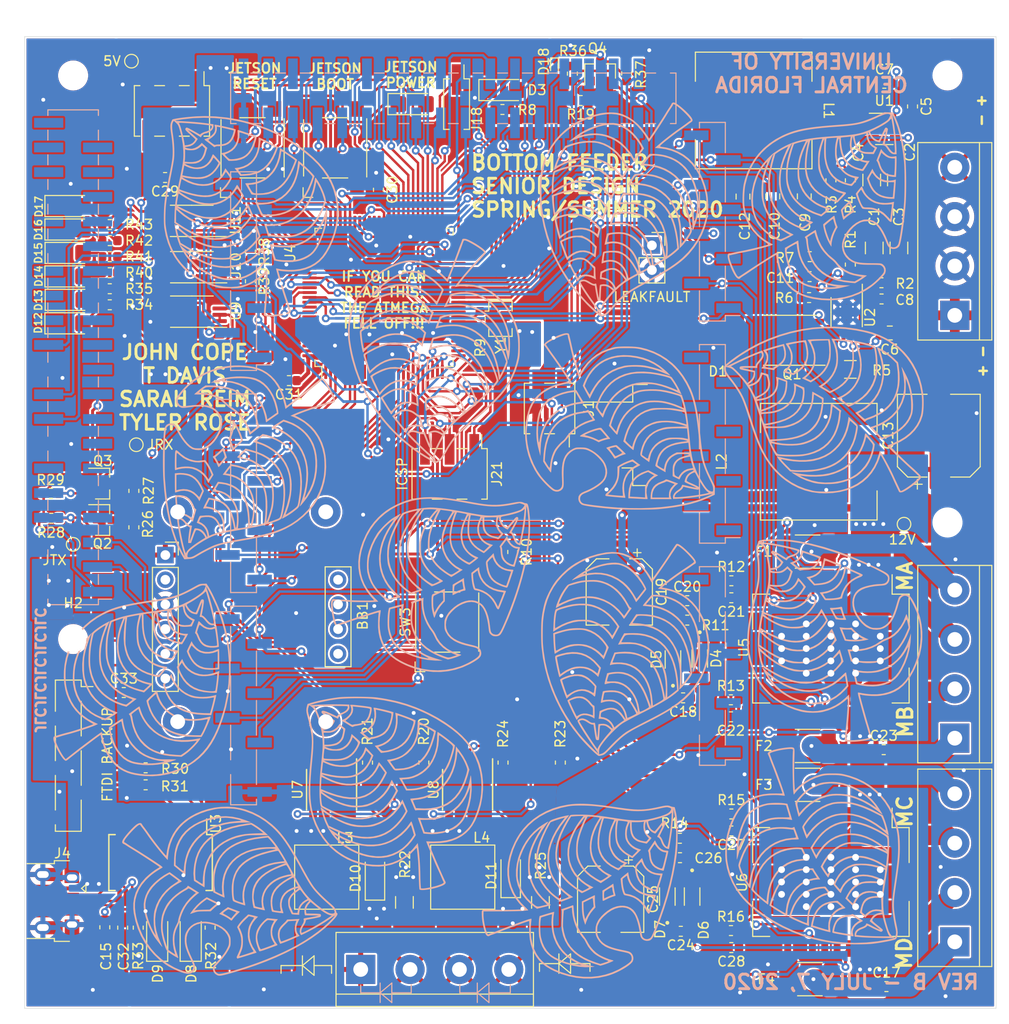
<source format=kicad_pcb>
(kicad_pcb (version 20200628) (host pcbnew "5.99.0-unknown-1463dd1~101~ubuntu20.04.1")
  (layers (0 "F.Cu" mixed) (31 "B.Cu" mixed) (34 "B.Paste" user) (35 "F.Paste" user) (36 "B.SilkS" user) (37 "F.SilkS" user) (38 "B.Mask" user) (39 "F.Mask" user) (44 "Edge.Cuts" user))
  (net 0 "")
  (net 1 "GND")
  (net 2 "Net-(C6-Pad2)")
  (net 3 "Net-(C7-Pad2)")
  (net 4 "Net-(C8-Pad2)")
  (net 5 "+5V")
  (net 6 "+12V")
  (net 7 "D54_A0")
  (net 8 "D11")
  (net 9 "D10")
  (net 10 "D13")
  (net 11 "D12")
  (net 12 "Net-(Q1-Pad4)")
  (net 13 "Net-(R1-Pad1)")
  (net 14 "D4")
  (net 15 "D2")
  (net 16 "D3")
  (net 17 "D8")
  (net 18 "D5")
  (net 19 "D9")
  (net 20 "D7")
  (net 21 "D6")
  (net 22 "~RST~")
  (net 23 "Net-(D3-Pad2)")
  (net 24 "D0")
  (net 25 "D1")
  (net 26 "/M1_A_OUT")
  (net 27 "/M1_C_OUT")
  (net 28 "D14")
  (net 29 "Net-(BB1-Pad10)")
  (net 30 "Net-(BB1-Pad9)")
  (net 31 "Net-(BB1-Pad8)")
  (net 32 "Net-(BB1-Pad7)")
  (net 33 "Net-(BB1-Pad6)")
  (net 34 "D15")
  (net 35 "Net-(BB1-Pad2)")
  (net 36 "Net-(SW1-Pad3)")
  (net 37 "Net-(SW2-Pad3)")
  (net 38 "Net-(SW3-Pad3)")
  (net 39 "D55_A1")
  (net 40 "D56_A2")
  (net 41 "D57_A3")
  (net 42 "D58_A4")
  (net 43 "D59_A5")
  (net 44 "D60_A6")
  (net 45 "D61_A7")
  (net 46 "D62_A8")
  (net 47 "D63_A9")
  (net 48 "D64_A10")
  (net 49 "D65_A11")
  (net 50 "D66_A12")
  (net 51 "D67_A13")
  (net 52 "D68_A14")
  (net 53 "D69_A15")
  (net 54 "D22")
  (net 55 "D23")
  (net 56 "D24")
  (net 57 "D25")
  (net 58 "D26")
  (net 59 "D27")
  (net 60 "D28")
  (net 61 "D29")
  (net 62 "D39")
  (net 63 "D30")
  (net 64 "D31")
  (net 65 "D32")
  (net 66 "D33")
  (net 67 "D34")
  (net 68 "D35")
  (net 69 "D36")
  (net 70 "D37")
  (net 71 "D40")
  (net 72 "D41")
  (net 73 "D38")
  (net 74 "D18")
  (net 75 "D19")
  (net 76 "D20")
  (net 77 "D21")
  (net 78 "D42")
  (net 79 "D43")
  (net 80 "D44")
  (net 81 "D45")
  (net 82 "D46")
  (net 83 "D47")
  (net 84 "D48")
  (net 85 "D49")
  (net 86 "D50")
  (net 87 "D51")
  (net 88 "D52")
  (net 89 "D53")
  (net 90 "D16")
  (net 91 "D17")
  (net 92 "AREF")
  (net 93 "Net-(C11-Pad1)")
  (net 94 "Net-(C20-Pad1)")
  (net 95 "Net-(C21-Pad1)")
  (net 96 "Net-(C22-Pad1)")
  (net 97 "Net-(C26-Pad1)")
  (net 98 "Net-(C27-Pad1)")
  (net 99 "Net-(C28-Pad1)")
  (net 100 "Net-(D4-Pad1)")
  (net 101 "Net-(D6-Pad1)")
  (net 102 "Net-(J10-Pad8)")
  (net 103 "Net-(J10-Pad4)")
  (net 104 "Net-(J10-Pad1)")
  (net 105 "Net-(J17-Pad40)")
  (net 106 "Net-(J17-Pad38)")
  (net 107 "Net-(J17-Pad37)")
  (net 108 "Net-(J17-Pad36)")
  (net 109 "Net-(J17-Pad35)")
  (net 110 "Net-(J17-Pad33)")
  (net 111 "Net-(J17-Pad32)")
  (net 112 "Net-(J17-Pad31)")
  (net 113 "Net-(J17-Pad29)")
  (net 114 "Net-(J17-Pad28)")
  (net 115 "Net-(J17-Pad27)")
  (net 116 "Net-(J17-Pad26)")
  (net 117 "Net-(J17-Pad24)")
  (net 118 "Net-(J17-Pad23)")
  (net 119 "Net-(J17-Pad21)")
  (net 120 "Net-(J17-Pad19)")
  (net 121 "Net-(J17-Pad15)")
  (net 122 "Net-(J17-Pad13)")
  (net 123 "Net-(J17-Pad12)")
  (net 124 "Net-(J17-Pad11)")
  (net 125 "Net-(J17-Pad10)")
  (net 126 "Net-(J17-Pad8)")
  (net 127 "Net-(J17-Pad7)")
  (net 128 "Net-(SW3-Pad1)")
  (net 129 "Net-(U4-Pad79)")
  (net 130 "Net-(U4-Pad69)")
  (net 131 "Net-(U4-Pad68)")
  (net 132 "Net-(U4-Pad67)")
  (net 133 "Net-(U4-Pad66)")
  (net 134 "Net-(U4-Pad65)")
  (net 135 "Net-(U4-Pad49)")
  (net 136 "Net-(U4-Pad48)")
  (net 137 "Net-(U4-Pad47)")
  (net 138 "Net-(U4-Pad29)")
  (net 139 "Net-(U4-Pad28)")
  (net 140 "Net-(U4-Pad27)")
  (net 141 "Net-(U4-Pad14)")
  (net 142 "Net-(U4-Pad9)")
  (net 143 "Net-(U4-Pad8)")
  (net 144 "Net-(U4-Pad4)")
  (net 145 "Net-(U5-Pad21)")
  (net 146 "Net-(U6-Pad21)")
  (net 147 "Net-(U3-Pad28)")
  (net 148 "Net-(U3-Pad27)")
  (net 149 "Net-(U3-Pad14)")
  (net 150 "Net-(U3-Pad13)")
  (net 151 "Net-(U3-Pad12)")
  (net 152 "Net-(U3-Pad11)")
  (net 153 "Net-(U3-Pad10)")
  (net 154 "Net-(U3-Pad9)")
  (net 155 "Net-(U3-Pad6)")
  (net 156 "Net-(U3-Pad3)")
  (net 157 "/IMU_SDA")
  (net 158 "/IMU_SCL")
  (net 159 "/LRGBATTIN")
  (net 160 "/DIRTY5V")
  (net 161 "Net-(C15-Pad2)")
  (net 162 "/VBOOT1")
  (net 163 "/VCP1")
  (net 164 "/VBOOT2")
  (net 165 "/VCP2")
  (net 166 "/DIRTY12V")
  (net 167 "/J50_2_LEDA")
  (net 168 "/J50_1_LEDK")
  (net 169 "Net-(D8-Pad2)")
  (net 170 "Net-(D8-Pad1)")
  (net 171 "Net-(D9-Pad2)")
  (net 172 "Net-(D9-Pad1)")
  (net 173 "Net-(D10-Pad2)")
  (net 174 "Net-(D11-Pad2)")
  (net 175 "Net-(D12-Pad2)")
  (net 176 "Net-(D13-Pad2)")
  (net 177 "Net-(D14-Pad2)")
  (net 178 "Net-(D15-Pad2)")
  (net 179 "Net-(D16-Pad2)")
  (net 180 "Net-(D17-Pad2)")
  (net 181 "Net-(D18-Pad2)")
  (net 182 "/M1_A")
  (net 183 "/M1_B")
  (net 184 "/M1_C")
  (net 185 "/M1_D")
  (net 186 "Net-(J2-Pad4)")
  (net 187 "Net-(J2-Pad1)")
  (net 188 "Net-(J2-Pad3)")
  (net 189 "Net-(J2-Pad2)")
  (net 190 "/J50_12_POW")
  (net 191 "/J50_8_RES")
  (net 192 "Net-(J4-Pad4)")
  (net 193 "/USB_DP")
  (net 194 "/USB_DN")
  (net 195 "/M2_B")
  (net 196 "/M2_A")
  (net 197 "/M2_D")
  (net 198 "/M2_C")
  (net 199 "J25")
  (net 200 "J24")
  (net 201 "+3V3")
  (net 202 "J23")
  (net 203 "Net-(J23-Pad5)")
  (net 204 "/12VREGISNS")
  (net 205 "Net-(Q4-Pad1)")
  (net 206 "/FB5V")
  (net 207 "/XTAL2")
  (net 208 "/XTAL1")
  (net 209 "Net-(R20-Pad2)")
  (net 210 "Net-(R23-Pad2)")
  (net 211 "Net-(R30-Pad1)")
  (net 212 "Net-(R31-Pad1)")
  (net 213 "Net-(R34-Pad1)")
  (net 214 "Net-(R35-Pad1)")
  (net 215 "Net-(R38-Pad2)")
  (net 216 "Net-(R40-Pad1)")
  (net 217 "Net-(R41-Pad1)")
  (net 218 "Net-(R42-Pad1)")
  (net 219 "Net-(R43-Pad1)")
  (net 220 "/FTDIRST")
  (net 221 "/M2_B_OUT")
  (net 222 "/M2_D_OUT")
  (net 223 "/SMLBATTIN")
  (net 224 "Net-(J11-Pad7)")
  (net 225 "Net-(J11-Pad5)")
  (net 226 "Net-(J11-Pad3)")
  (net 227 "Net-(J11-Pad1)")
  (net 228 "Net-(J11-Pad8)")
  (net 229 "Net-(J11-Pad6)")
  (net 230 "Net-(J11-Pad4)")
  (net 231 "Net-(J11-Pad2)")
  (module "JBC_mechanical:LEEFflip" (layer "B.Cu") (at 148.2 151.8 90)
    (fp_text reference "G***")
    (fp_text value "LOGO" hide)
  )
  (module "Diode_SMD:D_SOD-123" (layer "F.Cu") (at 150.038 186.36 90)
    (fp_text reference "D11" (at 0 -2 90) (layer "F.SilkS"))
    (fp_text value "1N5819")
    (pad "2" smd rect (at 1.65 0 90) (size 0.9 1.2) (layers "F.Cu" "F.Paste" "F.Mask") (net 174 "Net-(D11-Pad2)"))
    (pad "1" smd rect (at -1.65 0 90) (size 0.9 1.2) (layers "F.Cu" "F.Paste" "F.Mask") (net 5 "+5V"))
  )
  (module "Diode_SMD:D_SOD-123" (layer "F.Cu") (at 136.068 186.614 90)
    (fp_text reference "D10" (at 0 -2 90) (layer "F.SilkS"))
    (fp_text value "1N5819")
    (pad "2" smd rect (at 1.65 0 90) (size 0.9 1.2) (layers "F.Cu" "F.Paste" "F.Mask") (net 173 "Net-(D10-Pad2)"))
    (pad "1" smd rect (at -1.65 0 90) (size 0.9 1.2) (layers "F.Cu" "F.Paste" "F.Mask") (net 5 "+5V"))
  )
  (module "LED_SMD:LED_1206_3216Metric_Castellated" (layer "F.Cu") (at 104.578 117.438)
    (fp_text reference "D17" (at -3.103 0.062 90) (layer "F.SilkS") (effects (font (size 0.75 0.75))))
    (fp_text value "LED14")
    (pad "2" smd roundrect (at 1.425 0) (size 1.6 1.65) (layers "F.Cu" "F.Paste" "F.Mask") (roundrect_rratio 0.15625) (net 180 "Net-(D17-Pad2)"))
    (pad "1" smd roundrect (at -1.425 0) (size 1.6 1.65) (layers "F.Cu" "F.Paste" "F.Mask") (roundrect_rratio 0.15625) (net 1 "GND"))
  )
  (module "LED_SMD:LED_1206_3216Metric_Castellated" (layer "F.Cu") (at 104.578 119.851)
    (fp_text reference "D16" (at -3.153 0.024 90) (layer "F.SilkS") (effects (font (size 0.75 0.75))))
    (fp_text value "LED25")
    (pad "2" smd roundrect (at 1.425 0) (size 1.6 1.65) (layers "F.Cu" "F.Paste" "F.Mask") (roundrect_rratio 0.15625) (net 179 "Net-(D16-Pad2)"))
    (pad "1" smd roundrect (at -1.425 0) (size 1.6 1.65) (layers "F.Cu" "F.Paste" "F.Mask") (roundrect_rratio 0.15625) (net 1 "GND"))
  )
  (module "LED_SMD:LED_1206_3216Metric_Castellated" (layer "F.Cu") (at 104.594 122.264)
    (fp_text reference "D15" (at -3.169 0.011 90) (layer "F.SilkS") (effects (font (size 0.75 0.75))))
    (fp_text value "LED24")
    (pad "2" smd roundrect (at 1.425 0) (size 1.6 1.65) (layers "F.Cu" "F.Paste" "F.Mask") (roundrect_rratio 0.15625) (net 178 "Net-(D15-Pad2)"))
    (pad "1" smd roundrect (at -1.425 0) (size 1.6 1.65) (layers "F.Cu" "F.Paste" "F.Mask") (roundrect_rratio 0.15625) (net 1 "GND"))
  )
  (module "LED_SMD:LED_1206_3216Metric_Castellated" (layer "F.Cu") (at 104.578 124.677)
    (fp_text reference "D14" (at -3.128 -0.027 90) (layer "F.SilkS") (effects (font (size 0.75 0.75))))
    (fp_text value "LED23")
    (pad "2" smd roundrect (at 1.425 0) (size 1.6 1.65) (layers "F.Cu" "F.Paste" "F.Mask") (roundrect_rratio 0.15625) (net 177 "Net-(D14-Pad2)"))
    (pad "1" smd roundrect (at -1.425 0) (size 1.6 1.65) (layers "F.Cu" "F.Paste" "F.Mask") (roundrect_rratio 0.15625) (net 1 "GND"))
  )
  (module "LED_SMD:LED_1206_3216Metric_Castellated" (layer "F.Cu") (at 104.606 127.09)
    (fp_text reference "D13" (at -3.181 0.035 90) (layer "F.SilkS") (effects (font (size 0.75 0.75))))
    (fp_text value "LED13")
    (pad "2" smd roundrect (at 1.425 0) (size 1.6 1.65) (layers "F.Cu" "F.Paste" "F.Mask") (roundrect_rratio 0.15625) (net 176 "Net-(D13-Pad2)"))
    (pad "1" smd roundrect (at -1.425 0) (size 1.6 1.65) (layers "F.Cu" "F.Paste" "F.Mask") (roundrect_rratio 0.15625) (net 1 "GND"))
  )
  (module "LED_SMD:LED_1206_3216Metric_Castellated" (layer "F.Cu") (at 104.578 129.503)
    (fp_text reference "D12" (at -3.178 -0.028 90) (layer "F.SilkS") (effects (font (size 0.75 0.75))))
    (fp_text value "LED12")
    (pad "2" smd roundrect (at 1.425 0) (size 1.6 1.65) (layers "F.Cu" "F.Paste" "F.Mask") (roundrect_rratio 0.15625) (net 175 "Net-(D12-Pad2)"))
    (pad "1" smd roundrect (at -1.425 0) (size 1.6 1.65) (layers "F.Cu" "F.Paste" "F.Mask") (roundrect_rratio 0.15625) (net 1 "GND"))
  )
  (module "LED_SMD:LED_1206_3216Metric_Castellated" (layer "F.Cu") (at 113.65 192.675 90)
    (fp_text reference "D9" (at -3.7625 0.0625 90) (layer "F.SilkS"))
    (fp_text value "LEDTX")
    (pad "2" smd roundrect (at 1.425 0 90) (size 1.6 1.65) (layers "F.Cu" "F.Paste" "F.Mask") (roundrect_rratio 0.15625) (net 171 "Net-(D9-Pad2)"))
    (pad "1" smd roundrect (at -1.425 0 90) (size 1.6 1.65) (layers "F.Cu" "F.Paste" "F.Mask") (roundrect_rratio 0.15625) (net 172 "Net-(D9-Pad1)"))
  )
  (module "LED_SMD:LED_1206_3216Metric_Castellated" (layer "F.Cu") (at 117.1 192.675 90)
    (fp_text reference "D8" (at -3.7625 0.0625 90) (layer "F.SilkS"))
    (fp_text value "LEDRX")
    (pad "2" smd roundrect (at 1.425 0 90) (size 1.6 1.65) (layers "F.Cu" "F.Paste" "F.Mask") (roundrect_rratio 0.15625) (net 169 "Net-(D8-Pad2)"))
    (pad "1" smd roundrect (at -1.425 0 90) (size 1.6 1.65) (layers "F.Cu" "F.Paste" "F.Mask") (roundrect_rratio 0.15625) (net 170 "Net-(D8-Pad1)"))
  )
  (module "LED_SMD:LED_1206_3216Metric_Castellated" (layer "F.Cu") (at 149.25 105.5)
    (fp_text reference "D3" (at 3.5 0 180) (layer "F.SilkS"))
    (fp_text value "5V")
    (pad "2" smd roundrect (at 1.425 0) (size 1.6 1.65) (layers "F.Cu" "F.Paste" "F.Mask") (roundrect_rratio 0.15625) (net 23 "Net-(D3-Pad2)"))
    (pad "1" smd roundrect (at -1.425 0) (size 1.6 1.65) (layers "F.Cu" "F.Paste" "F.Mask") (roundrect_rratio 0.15625) (net 1 "GND"))
  )
  (module "LED_SMD:LED_1206_3216Metric_Castellated" (layer "F.Cu") (at 139.89375 106.94625)
    (fp_text reference "D2")
    (fp_text value "JTN_PWR")
    (pad "2" smd roundrect (at 1.425 0) (size 1.6 1.65) (layers "F.Cu" "F.Paste" "F.Mask") (roundrect_rratio 0.15625) (net 167 "/J50_2_LEDA"))
    (pad "1" smd roundrect (at -1.425 0) (size 1.6 1.65) (layers "F.Cu" "F.Paste" "F.Mask") (roundrect_rratio 0.15625) (net 168 "/J50_1_LEDK"))
  )
  (module "Capacitor_SMD:CP_Elec_6.3x7.7" (layer "F.Cu") (at 160.325 188.773 -90)
    (fp_text reference "C25" (at 0 -4.35 -90) (layer "F.SilkS"))
    (fp_text value "100uF")
    (pad "2" smd roundrect (at 2.7 0 270) (size 3.5 1.6) (layers "F.Cu" "F.Paste" "F.Mask") (roundrect_rratio 0.15625) (net 1 "GND"))
    (pad "1" smd roundrect (at -2.7 0 270) (size 3.5 1.6) (layers "F.Cu" "F.Paste" "F.Mask") (roundrect_rratio 0.15625) (net 6 "+12V"))
  )
  (module "Capacitor_SMD:CP_Elec_6.3x7.7" (layer "F.Cu") (at 161.214 157.15 -90)
    (fp_text reference "C19" (at 0 -4.35 -90) (layer "F.SilkS"))
    (fp_text value "100uF")
    (pad "2" smd roundrect (at 2.7 0 270) (size 3.5 1.6) (layers "F.Cu" "F.Paste" "F.Mask") (roundrect_rratio 0.15625) (net 1 "GND"))
    (pad "1" smd roundrect (at -2.7 0 270) (size 3.5 1.6) (layers "F.Cu" "F.Paste" "F.Mask") (roundrect_rratio 0.15625) (net 6 "+12V"))
  )
  (module "TerminalBlock:TerminalBlock_bornier-4_P5.08mm" (layer "F.Cu") (at 195.75 128.68525 90)
    (fp_text reference "J8")
    (fp_text value "BATTS")
    (pad "4" thru_hole circle (at 15.24 0 90) (size 3 3) (drill 1.52) (layers *.Cu *.Mask) (net 223 "/SMLBATTIN"))
    (pad "1" thru_hole rect (at 0 0 90) (size 3 3) (drill 1.52) (layers *.Cu *.Mask) (net 159 "/LRGBATTIN"))
    (pad "3" thru_hole circle (at 10.16 0 90) (size 3 3) (drill 1.52) (layers *.Cu *.Mask) (net 1 "GND"))
    (pad "2" thru_hole circle (at 5.08 0 90) (size 3 3) (drill 1.52) (layers *.Cu *.Mask) (net 1 "GND"))
  )
  (module "Connector_PinSocket_2.54mm:PinSocket_2x02_P2.54mm_Vertical_SMD" (layer "F.Cu") (at 154.04 138.27 -90)
    (fp_text reference "J1" (at 0 -4.04 90) (layer "F.SilkS"))
    (fp_text value "Conn_02x02_Odd_Even")
    (pad "4" smd rect (at -2.52 1.27 270) (size 3 1) (layers "F.Cu" "F.Paste" "F.Mask") (net 1 "GND"))
    (pad "3" smd rect (at 2.52 1.27 270) (size 3 1) (layers "F.Cu" "F.Paste" "F.Mask") (net 5 "+5V"))
    (pad "2" smd rect (at -2.52 -1.27 270) (size 3 1) (layers "F.Cu" "F.Paste" "F.Mask") (net 90 "D16"))
    (pad "1" smd rect (at 2.52 -1.27 270) (size 3 1) (layers "F.Cu" "F.Paste" "F.Mask") (net 91 "D17"))
  )
  (module "Connector_PinSocket_2.54mm:PinSocket_1x02_P2.54mm_Vertical" (layer "F.Cu") (at 164.575 121.485)
    (fp_text reference "J5")
    (fp_text value "LEAKFAULT" (at 0 5.31 180) (layer "F.SilkS"))
    (pad "2" thru_hole oval (at 0 2.54) (size 1.7 1.7) (drill 1) (layers *.Cu *.Mask) (net 1 "GND"))
    (pad "1" thru_hole rect (at 0 0) (size 1.7 1.7) (drill 1) (layers *.Cu *.Mask) (net 181 "Net-(D18-Pad2)"))
  )
  (module "JBC_Adafruit:BNO055" (layer "F.Cu") (at 123.38 159.705)
    (fp_text reference "BB1" (at 11.42 -0.105 90 unlocked) (layer "F.SilkS"))
    (fp_text value "BNO055")
    (pad "1" thru_hole rect (at -8.89 -6.35) (size 1.7 1.7) (drill 1) (layers *.Cu *.Mask) (net 5 "+5V"))
    (pad "4" thru_hole oval (at -8.89 1.27) (size 1.7 1.7) (drill 1) (layers *.Cu *.Mask) (net 157 "/IMU_SDA"))
    (pad "" np_thru_hole circle (at -7.62 -10.795) (size 3.048 3.048) (drill 1.524) (layers *.Cu *.Mask))
    (pad "" np_thru_hole circle (at 7.62 10.795) (size 3.048 3.048) (drill 1.524) (layers *.Cu *.Mask))
    (pad "" np_thru_hole circle (at -7.62 10.795) (size 3.048 3.048) (drill 1.524) (layers *.Cu *.Mask))
    (pad "" np_thru_hole circle (at 7.62 -10.795) (size 3.048 3.048) (drill 1.524) (layers *.Cu *.Mask))
    (pad "10" thru_hole circle (at 8.89 -3.81 180) (size 1.7 1.7) (drill 1) (layers *.Cu *.Mask) (net 29 "Net-(BB1-Pad10)"))
    (pad "9" thru_hole circle (at 8.89 -1.27 180) (size 1.7 1.7) (drill 1) (layers *.Cu *.Mask) (net 30 "Net-(BB1-Pad9)"))
    (pad "8" thru_hole circle (at 8.89 1.27 180) (size 1.7 1.7) (drill 1) (layers *.Cu *.Mask) (net 31 "Net-(BB1-Pad8)"))
    (pad "7" thru_hole circle (at 8.89 3.81 180) (size 1.7 1.7) (drill 1) (layers *.Cu *.Mask) (net 32 "Net-(BB1-Pad7)"))
    (pad "6" thru_hole circle (at -8.89 6.35) (size 1.7 1.7) (drill 1) (layers *.Cu *.Mask) (net 33 "Net-(BB1-Pad6)"))
    (pad "5" thru_hole circle (at -8.89 3.81) (size 1.7 1.7) (drill 1) (layers *.Cu *.Mask) (net 158 "/IMU_SCL"))
    (pad "4" thru_hole circle (at -8.89 1.27) (size 1.7 1.7) (drill 1) (layers *.Cu *.Mask) (net 157 "/IMU_SDA"))
    (pad "3" thru_hole circle (at -8.89 -1.27) (size 1.7 1.7) (drill 1) (layers *.Cu *.Mask) (net 1 "GND"))
    (pad "2" thru_hole circle (at -8.89 -3.81) (size 1.7 1.7) (drill 1) (layers *.Cu *.Mask) (net 35 "Net-(BB1-Pad2)"))
  )
  (module "Package_SO:TSSOP-8_4.4x3mm_P0.65mm" (layer "F.Cu") (at 117.2195 123.732 180)
    (fp_text reference "U10" (at -4.5215 0.064 90) (layer "F.SilkS"))
    (fp_text value "LM358")
    (pad "8" smd roundrect (at 2.8625 -0.975 180) (size 1.475 0.4) (layers "F.Cu" "F.Paste" "F.Mask") (net 5 "+5V"))
    (pad "7" smd roundrect (at 2.8625 -0.325 180) (size 1.475 0.4) (layers "F.Cu" "F.Paste" "F.Mask") (net 216 "Net-(R40-Pad1)"))
    (pad "6" smd roundrect (at 2.8625 0.325 180) (size 1.475 0.4) (layers "F.Cu" "F.Paste" "F.Mask") (net 215 "Net-(R38-Pad2)"))
    (pad "5" smd roundrect (at 2.8625 0.975 180) (size 1.475 0.4) (layers "F.Cu" "F.Paste" "F.Mask") (net 202 "J23"))
    (pad "4" smd roundrect (at -2.8625 0.975 180) (size 1.475 0.4) (layers "F.Cu" "F.Paste" "F.Mask") (net 1 "GND"))
    (pad "3" smd roundrect (at -2.8625 0.325 180) (size 1.475 0.4) (layers "F.Cu" "F.Paste" "F.Mask") (net 90 "D16"))
    (pad "2" smd roundrect (at -2.8625 -0.325 180) (size 1.475 0.4) (layers "F.Cu" "F.Paste" "F.Mask") (net 217 "Net-(R41-Pad1)"))
    (pad "1" smd roundrect (at -2.8625 -0.975 180) (size 1.475 0.4) (layers "F.Cu" "F.Paste" "F.Mask") (net 217 "Net-(R41-Pad1)"))
  )
  (module "Connector_PinHeader_2.54mm:PinHeader_2x03_P2.54mm_Vertical_SMD" (layer "F.Cu") (at 115.16875 107.64625 -90)
    (fp_text reference "J3")
    (fp_text value "JETSON_FEATURES")
    (pad "6" smd rect (at 2.525 2.54 270) (size 3.15 1) (layers "F.Cu" "F.Paste" "F.Mask") (net 190 "/J50_12_POW"))
    (pad "5" smd rect (at -2.525 2.54 270) (size 3.15 1) (layers "F.Cu" "F.Paste" "F.Mask") (net 1 "GND"))
    (pad "4" smd rect (at 2.525 0 270) (size 3.15 1) (layers "F.Cu" "F.Paste" "F.Mask") (net 191 "/J50_8_RES"))
    (pad "3" smd rect (at -2.525 0 270) (size 3.15 1) (layers "F.Cu" "F.Paste" "F.Mask") (net 1 "GND"))
    (pad "2" smd rect (at 2.525 -2.54 270) (size 3.15 1) (layers "F.Cu" "F.Paste" "F.Mask") (net 168 "/J50_1_LEDK"))
    (pad "1" smd rect (at -2.525 -2.54 270) (size 3.15 1) (layers "F.Cu" "F.Paste" "F.Mask") (net 167 "/J50_2_LEDA"))
  )
  (module "Package_QFP:TQFP-100_14x14mm_P0.5mm" (layer "F.Cu") (at 137 126.8375 90)
    (fp_text reference "U4" (at 4.5 -9.65 90) (layer "F.SilkS"))
    (fp_text value "ATmega2560-16AU")
    (pad "100" smd roundrect (at -6 -7.6625 90) (size 0.3 1.475) (layers "F.Cu" "F.Paste" "F.Mask") (net 5 "+5V"))
    (pad "99" smd roundrect (at -5.5 -7.6625 90) (size 0.3 1.475) (layers "F.Cu" "F.Paste" "F.Mask") (net 1 "GND"))
    (pad "98" smd roundrect (at -5 -7.6625 90) (size 0.3 1.475) (layers "F.Cu" "F.Paste" "F.Mask") (net 92 "AREF"))
    (pad "97" smd roundrect (at -4.5 -7.6625 90) (size 0.3 1.475) (layers "F.Cu" "F.Paste" "F.Mask") (net 7 "D54_A0"))
    (pad "96" smd roundrect (at -4 -7.6625 90) (size 0.3 1.475) (layers "F.Cu" "F.Paste" "F.Mask") (net 39 "D55_A1"))
    (pad "95" smd roundrect (at -3.5 -7.6625 90) (size 0.3 1.475) (layers "F.Cu" "F.Paste" "F.Mask") (net 40 "D56_A2"))
    (pad "94" smd roundrect (at -3 -7.6625 90) (size 0.3 1.475) (layers "F.Cu" "F.Paste" "F.Mask") (net 41 "D57_A3"))
    (pad "93" smd roundrect (at -2.5 -7.6625 90) (size 0.3 1.475) (layers "F.Cu" "F.Paste" "F.Mask") (net 42 "D58_A4"))
    (pad "92" smd roundrect (at -2 -7.6625 90) (size 0.3 1.475) (layers "F.Cu" "F.Paste" "F.Mask") (net 43 "D59_A5"))
    (pad "91" smd roundrect (at -1.5 -7.6625 90) (size 0.3 1.475) (layers "F.Cu" "F.Paste" "F.Mask") (net 44 "D60_A6"))
    (pad "90" smd roundrect (at -1 -7.6625 90) (size 0.3 1.475) (layers "F.Cu" "F.Paste" "F.Mask") (net 45 "D61_A7"))
    (pad "89" smd roundrect (at -0.5 -7.6625 90) (size 0.3 1.475) (layers "F.Cu" "F.Paste" "F.Mask") (net 46 "D62_A8"))
    (pad "88" smd roundrect (at 0 -7.6625 90) (size 0.3 1.475) (layers "F.Cu" "F.Paste" "F.Mask") (net 47 "D63_A9"))
    (pad "87" smd roundrect (at 0.5 -7.6625 90) (size 0.3 1.475) (layers "F.Cu" "F.Paste" "F.Mask") (net 48 "D64_A10"))
    (pad "86" smd roundrect (at 1 -7.6625 90) (size 0.3 1.475) (layers "F.Cu" "F.Paste" "F.Mask") (net 49 "D65_A11"))
    (pad "85" smd roundrect (at 1.5 -7.6625 90) (size 0.3 1.475) (layers "F.Cu" "F.Paste" "F.Mask") (net 50 "D66_A12"))
    (pad "84" smd roundrect (at 2 -7.6625 90) (size 0.3 1.475) (layers "F.Cu" "F.Paste" "F.Mask") (net 51 "D67_A13"))
    (pad "83" smd roundrect (at 2.5 -7.6625 90) (size 0.3 1.475) (layers "F.Cu" "F.Paste" "F.Mask") (net 52 "D68_A14"))
    (pad "82" smd roundrect (at 3 -7.6625 90) (size 0.3 1.475) (layers "F.Cu" "F.Paste" "F.Mask") (net 53 "D69_A15"))
    (pad "81" smd roundrect (at 3.5 -7.6625 90) (size 0.3 1.475) (layers "F.Cu" "F.Paste" "F.Mask") (net 1 "GND"))
    (pad "80" smd roundrect (at 4 -7.6625 90) (size 0.3 1.475) (layers "F.Cu" "F.Paste" "F.Mask") (net 5 "+5V"))
    (pad "79" smd roundrect (at 4.5 -7.6625 90) (size 0.3 1.475) (layers "F.Cu" "F.Paste" "F.Mask") (net 129 "Net-(U4-Pad79)"))
    (pad "78" smd roundrect (at 5 -7.6625 90) (size 0.3 1.475) (layers "F.Cu" "F.Paste" "F.Mask") (net 54 "D22"))
    (pad "77" smd roundrect (at 5.5 -7.6625 90) (size 0.3 1.475) (layers "F.Cu" "F.Paste" "F.Mask") (net 55 "D23"))
    (pad "76" smd roundrect (at 6 -7.6625 90) (size 0.3 1.475) (layers "F.Cu" "F.Paste" "F.Mask") (net 56 "D24"))
    (pad "75" smd roundrect (at 7.6625 -6 90) (size 1.475 0.3) (layers "F.Cu" "F.Paste" "F.Mask") (net 57 "D25"))
    (pad "74" smd roundrect (at 7.6625 -5.5 90) (size 1.475 0.3) (layers "F.Cu" "F.Paste" "F.Mask") (net 58 "D26"))
    (pad "73" smd roundrect (at 7.6625 -5 90) (size 1.475 0.3) (layers "F.Cu" "F.Paste" "F.Mask") (net 59 "D27"))
    (pad "72" smd roundrect (at 7.6625 -4.5 90) (size 1.475 0.3) (layers "F.Cu" "F.Paste" "F.Mask") (net 60 "D28"))
    (pad "71" smd roundrect (at 7.6625 -4 90) (size 1.475 0.3) (layers "F.Cu" "F.Paste" "F.Mask") (net 61 "D29"))
    (pad "70" smd roundrect (at 7.6625 -3.5 90) (size 1.475 0.3) (layers "F.Cu" "F.Paste" "F.Mask") (net 62 "D39"))
    (pad "69" smd roundrect (at 7.6625 -3 90) (size 1.475 0.3) (layers "F.Cu" "F.Paste" "F.Mask") (net 130 "Net-(U4-Pad69)"))
    (pad "68" smd roundrect (at 7.6625 -2.5 90) (size 1.475 0.3) (layers "F.Cu" "F.Paste" "F.Mask") (net 131 "Net-(U4-Pad68)"))
    (pad "67" smd roundrect (at 7.6625 -2 90) (size 1.475 0.3) (layers "F.Cu" "F.Paste" "F.Mask") (net 132 "Net-(U4-Pad67)"))
    (pad "66" smd roundrect (at 7.6625 -1.5 90) (size 1.475 0.3) (layers "F.Cu" "F.Paste" "F.Mask") (net 133 "Net-(U4-Pad66)"))
    (pad "65" smd roundrect (at 7.6625 -1 90) (size 1.475 0.3) (layers "F.Cu" "F.Paste" "F.Mask") (net 134 "Net-(U4-Pad65)"))
    (pad "64" smd roundrect (at 7.6625 -0.5 90) (size 1.475 0.3) (layers "F.Cu" "F.Paste" "F.Mask") (net 28 "D14"))
    (pad "63" smd roundrect (at 7.6625 0 90) (size 1.475 0.3) (layers "F.Cu" "F.Paste" "F.Mask") (net 34 "D15"))
    (pad "62" smd roundrect (at 7.6625 0.5 90) (size 1.475 0.3) (layers "F.Cu" "F.Paste" "F.Mask") (net 1 "GND"))
    (pad "61" smd roundrect (at 7.6625 1 90) (size 1.475 0.3) (layers "F.Cu" "F.Paste" "F.Mask") (net 5 "+5V"))
    (pad "60" smd roundrect (at 7.6625 1.5 90) (size 1.475 0.3) (layers "F.Cu" "F.Paste" "F.Mask") (net 63 "D30"))
    (pad "59" smd roundrect (at 7.6625 2 90) (size 1.475 0.3) (layers "F.Cu" "F.Paste" "F.Mask") (net 64 "D31"))
    (pad "58" smd roundrect (at 7.6625 2.5 90) (size 1.475 0.3) (layers "F.Cu" "F.Paste" "F.Mask") (net 65 "D32"))
    (pad "57" smd roundrect (at 7.6625 3 90) (size 1.475 0.3) (layers "F.Cu" "F.Paste" "F.Mask") (net 66 "D33"))
    (pad "56" smd roundrect (at 7.6625 3.5 90) (size 1.475 0.3) (layers "F.Cu" "F.Paste" "F.Mask") (net 67 "D34"))
    (pad "55" smd roundrect (at 7.6625 4 90) (size 1.475 0.3) (layers "F.Cu" "F.Paste" "F.Mask") (net 68 "D35"))
    (pad "54" smd roundrect (at 7.6625 4.5 90) (size 1.475 0.3) (layers "F.Cu" "F.Paste" "F.Mask") (net 69 "D36"))
    (pad "53" smd roundrect (at 7.6625 5 90) (size 1.475 0.3) (layers "F.Cu" "F.Paste" "F.Mask") (net 70 "D37"))
    (pad "52" smd roundrect (at 7.6625 5.5 90) (size 1.475 0.3) (layers "F.Cu" "F.Paste" "F.Mask") (net 71 "D40"))
    (pad "51" smd roundrect (at 7.6625 6 90) (size 1.475 0.3) (layers "F.Cu" "F.Paste" "F.Mask") (net 72 "D41"))
    (pad "50" smd roundrect (at 6 7.6625 90) (size 0.3 1.475) (layers "F.Cu" "F.Paste" "F.Mask") (net 73 "D38"))
    (pad "49" smd roundrect (at 5.5 7.6625 90) (size 0.3 1.475) (layers "F.Cu" "F.Paste" "F.Mask") (net 135 "Net-(U4-Pad49)"))
    (pad "48" smd roundrect (at 5 7.6625 90) (size 0.3 1.475) (layers "F.Cu" "F.Paste" "F.Mask") (net 136 "Net-(U4-Pad48)"))
    (pad "47" smd roundrect (at 4.5 7.6625 90) (size 0.3 1.475) (layers "F.Cu" "F.Paste" "F.Mask") (net 137 "Net-(U4-Pad47)"))
    (pad "46" smd roundrect (at 4 7.6625 90) (size 0.3 1.475) (layers "F.Cu" "F.Paste" "F.Mask") (net 74 "D18"))
    (pad "45" smd roundrect (at 3.5 7.6625 90) (size 0.3 1.475) (layers "F.Cu" "F.Paste" "F.Mask") (net 75 "D19"))
    (pad "44" smd roundrect (at 3 7.6625 90) (size 0.3 1.475) (layers "F.Cu" "F.Paste" "F.Mask") (net 76 "D20"))
    (pad "43" smd roundrect (at 2.5 7.6625 90) (size 0.3 1.475) (layers "F.Cu" "F.Paste" "F.Mask") (net 77 "D21"))
    (pad "42" smd roundrect (at 2 7.6625 90) (size 0.3 1.475) (layers "F.Cu" "F.Paste" "F.Mask") (net 78 "D42"))
    (pad "41" smd roundrect (at 1.5 7.6625 90) (size 0.3 1.475) (layers "F.Cu" "F.Paste" "F.Mask") (net 79 "D43"))
    (pad "40" smd roundrect (at 1 7.6625 90) (size 0.3 1.475) (layers "F.Cu" "F.Paste" "F.Mask") (net 80 "D44"))
    (pad "39" smd roundrect (at 0.5 7.6625 90) (size 0.3 1.475) (layers "F.Cu" "F.Paste" "F.Mask") (net 81 "D45"))
    (pad "38" smd roundrect (at 0 7.6625 90) (size 0.3 1.475) (layers "F.Cu" "F.Paste" "F.Mask") (net 82 "D46"))
    (pad "37" smd roundrect (at -0.5 7.6625 90) (size 0.3 1.475) (layers "F.Cu" "F.Paste" "F.Mask") (net 83 "D47"))
    (pad "36" smd roundrect (at -1 7.6625 90) (size 0.3 1.475) (layers "F.Cu" "F.Paste" "F.Mask") (net 84 "D48"))
    (pad "35" smd roundrect (at -1.5 7.6625 90) (size 0.3 1.475) (layers "F.Cu" "F.Paste" "F.Mask") (net 85 "D49"))
    (pad "34" smd roundrect (at -2 7.6625 90) (size 0.3 1.475) (layers "F.Cu" "F.Paste" "F.Mask") (net 208 "/XTAL1"))
    (pad "33" smd roundrect (at -2.5 7.6625 90) (size 0.3 1.475) (layers "F.Cu" "F.Paste" "F.Mask") (net 207 "/XTAL2"))
    (pad "32" smd roundrect (at -3 7.6625 90) (size 0.3 1.475) (layers "F.Cu" "F.Paste" "F.Mask") (net 1 "GND"))
    (pad "31" smd roundrect (at -3.5 7.6625 90) (size 0.3 1.475) (layers "F.Cu" "F.Paste" "F.Mask") (net 5 "+5V"))
    (pad "30" smd roundrect (at -4 7.6625 90) (size 0.3 1.475) (layers "F.Cu" "F.Paste" "F.Mask") (net 22 "~RST~"))
    (pad "29" smd roundrect (at -4.5 7.6625 90) (size 0.3 1.475) (layers "F.Cu" "F.Paste" "F.Mask") (net 138 "Net-(U4-Pad29)"))
    (pad "28" smd roundrect (at -5 7.6625 90) (size 0.3 1.475) (layers "F.Cu" "F.Paste" "F.Mask") (net 139 "Net-(U4-Pad28)"))
    (pad "27" smd roundrect (at -5.5 7.6625 90) (size 0.3 1.475) (layers "F.Cu" "F.Paste" "F.Mask") (net 140 "Net-(U4-Pad27)"))
    (pad "26" smd roundrect (at -6 7.6625 90) (size 0.3 1.475) (layers "F.Cu" "F.Paste" "F.Mask") (net 10 "D13"))
    (pad "25" smd roundrect (at -7.6625 6 90) (size 1.475 0.3) (layers "F.Cu" "F.Paste" "F.Mask") (net 11 "D12"))
    (pad "24" smd roundrect (at -7.6625 5.5 90) (size 1.475 0.3) (layers "F.Cu" "F.Paste" "F.Mask") (net 8 "D11"))
    (pad "23" smd roundrect (at -7.6625 5 90) (size 1.475 0.3) (layers "F.Cu" "F.Paste" "F.Mask") (net 9 "D10"))
    (pad "22" smd roundrect (at -7.6625 4.5 90) (size 1.475 0.3) (layers "F.Cu" "F.Paste" "F.Mask") (net 86 "D50"))
    (pad "21" smd roundrect (at -7.6625 4 90) (size 1.475 0.3) (layers "F.Cu" "F.Paste" "F.Mask") (net 87 "D51"))
    (pad "20" smd roundrect (at -7.6625 3.5 90) (size 1.475 0.3) (layers "F.Cu" "F.Paste" "F.Mask") (net 88 "D52"))
    (pad "19" smd roundrect (at -7.6625 3 90) (size 1.475 0.3) (layers "F.Cu" "F.Paste" "F.Mask") (net 89 "D53"))
    (pad "18" smd roundrect (at -7.6625 2.5 90) (size 1.475 0.3) (layers "F.Cu" "F.Paste" "F.Mask") (net 19 "D9"))
    (pad "17" smd roundrect (at -7.6625 2 90) (size 1.475 0.3) (layers "F.Cu" "F.Paste" "F.Mask") (net 17 "D8"))
    (pad "16" smd roundrect (at -7.6625 1.5 90) (size 1.475 0.3) (layers "F.Cu" "F.Paste" "F.Mask") (net 20 "D7"))
    (pad "15" smd roundrect (at -7.6625 1 90) (size 1.475 0.3) (layers "F.Cu" "F.Paste" "F.Mask") (net 21 "D6"))
    (pad "14" smd roundrect (at -7.6625 0.5 90) (size 1.475 0.3) (layers "F.Cu" "F.Paste" "F.Mask") (net 141 "Net-(U4-Pad14)"))
    (pad "13" smd roundrect (at -7.6625 0 90) (size 1.475 0.3) (layers "F.Cu" "F.Paste" "F.Mask") (net 90 "D16"))
    (pad "12" smd roundrect (at -7.6625 -0.5 90) (size 1.475 0.3) (layers "F.Cu" "F.Paste" "F.Mask") (net 91 "D17"))
    (pad "11" smd roundrect (at -7.6625 -1 90) (size 1.475 0.3) (layers "F.Cu" "F.Paste" "F.Mask") (net 1 "GND"))
    (pad "10" smd roundrect (at -7.6625 -1.5 90) (size 1.475 0.3) (layers "F.Cu" "F.Paste" "F.Mask") (net 5 "+5V"))
    (pad "9" smd roundrect (at -7.6625 -2 90) (size 1.475 0.3) (layers "F.Cu" "F.Paste" "F.Mask") (net 142 "Net-(U4-Pad9)"))
    (pad "8" smd roundrect (at -7.6625 -2.5 90) (size 1.475 0.3) (layers "F.Cu" "F.Paste" "F.Mask") (net 143 "Net-(U4-Pad8)"))
    (pad "7" smd roundrect (at -7.6625 -3 90) (size 1.475 0.3) (layers "F.Cu" "F.Paste" "F.Mask") (net 16 "D3"))
    (pad "6" smd roundrect (at -7.6625 -3.5 90) (size 1.475 0.3) (layers "F.Cu" "F.Paste" "F.Mask") (net 15 "D2"))
    (pad "5" smd roundrect (at -7.6625 -4 90) (size 1.475 0.3) (layers "F.Cu" "F.Paste" "F.Mask") (net 18 "D5"))
    (pad "4" smd roundrect (at -7.6625 -4.5 90) (size 1.475 0.3) (layers "F.Cu" "F.Paste" "F.Mask") (net 144 "Net-(U4-Pad4)"))
    (pad "3" smd roundrect (at -7.6625 -5 90) (size 1.475 0.3) (layers "F.Cu" "F.Paste" "F.Mask") (net 25 "D1"))
    (pad "2" smd roundrect (at -7.6625 -5.5 90) (size 1.475 0.3) (layers "F.Cu" "F.Paste" "F.Mask") (net 24 "D0"))
    (pad "1" smd roundrect (at -7.6625 -6 90) (size 1.475 0.3) (layers "F.Cu" "F.Paste" "F.Mask") (net 14 "D4"))
  )
  (module "Package_SO:HSOP-20-1EP_11.0x15.9mm_P1.27mm_SlugDown_ThermalVias" (layer "F.Cu") (at 183 187 -90)
    (fp_text reference "U6" (at 0.05 9.15 90) (layer "F.SilkS"))
    (fp_text value "D99IN1092A")
    (pad "21" smd rect (at 0 0 270) (size 6.78 11.86) (layers "B.Cu") (net 146 "Net-(U6-Pad21)"))
    (pad "21" thru_hole circle (at -1.27 -5.08 270) (size 1 1) (drill 0.7) (layers *.Cu) (net 146 "Net-(U6-Pad21)"))
    (pad "21" thru_hole circle (at 0 -5.08 270) (size 1 1) (drill 0.7) (layers *.Cu) (net 146 "Net-(U6-Pad21)"))
    (pad "21" thru_hole circle (at 1.27 -5.08 270) (size 1 1) (drill 0.7) (layers *.Cu) (net 146 "Net-(U6-Pad21)"))
    (pad "21" thru_hole circle (at -2.54 -2.54 270) (size 1 1) (drill 0.7) (layers *.Cu) (net 146 "Net-(U6-Pad21)"))
    (pad "21" thru_hole circle (at -1.27 -2.54 270) (size 1 1) (drill 0.7) (layers *.Cu) (net 146 "Net-(U6-Pad21)"))
    (pad "21" thru_hole circle (at 0 -2.54 270) (size 1 1) (drill 0.7) (layers *.Cu) (net 146 "Net-(U6-Pad21)"))
    (pad "21" thru_hole circle (at 1.27 -2.54 270) (size 1 1) (drill 0.7) (layers *.Cu) (net 146 "Net-(U6-Pad21)"))
    (pad "21" thru_hole circle (at 2.54 -2.54 270) (size 1 1) (drill 0.7) (layers *.Cu) (net 146 "Net-(U6-Pad21)"))
    (pad "21" thru_hole circle (at -2.54 0 270) (size 1 1) (drill 0.7) (layers *.Cu) (net 146 "Net-(U6-Pad21)"))
    (pad "21" thru_hole circle (at -1.27 0 270) (size 1 1) (drill 0.7) (layers *.Cu) (net 146 "Net-(U6-Pad21)"))
    (pad "21" thru_hole circle (at 0 0 270) (size 1 1) (drill 0.7) (layers *.Cu) (net 146 "Net-(U6-Pad21)"))
    (pad "21" thru_hole circle (at 1.27 0 270) (size 1 1) (drill 0.7) (layers *.Cu) (net 146 "Net-(U6-Pad21)"))
    (pad "21" thru_hole circle (at 2.54 0 270) (size 1 1) (drill 0.7) (layers *.Cu) (net 146 "Net-(U6-Pad21)"))
    (pad "21" thru_hole circle (at -2.54 2.54 270) (size 1 1) (drill 0.7) (layers *.Cu) (net 146 "Net-(U6-Pad21)"))
    (pad "21" thru_hole circle (at -1.27 2.54 270) (size 1 1) (drill 0.7) (layers *.Cu) (net 146 "Net-(U6-Pad21)"))
    (pad "21" thru_hole circle (at 0 2.54 270) (size 1 1) (drill 0.7) (layers *.Cu) (net 146 "Net-(U6-Pad21)"))
    (pad "21" thru_hole circle (at 1.27 2.54 270) (size 1 1) (drill 0.7) (layers *.Cu) (net 146 "Net-(U6-Pad21)"))
    (pad "21" thru_hole circle (at 2.54 2.54 270) (size 1 1) (drill 0.7) (layers *.Cu) (net 146 "Net-(U6-Pad21)"))
    (pad "21" thru_hole circle (at -1.27 5.08 270) (size 1 1) (drill 0.7) (layers *.Cu) (net 146 "Net-(U6-Pad21)"))
    (pad "21" thru_hole circle (at 0 5.08 270) (size 1 1) (drill 0.7) (layers *.Cu) (net 146 "Net-(U6-Pad21)"))
    (pad "21" thru_hole circle (at 1.27 5.08 270) (size 1 1) (drill 0.7) (layers *.Cu) (net 146 "Net-(U6-Pad21)"))
    (pad "21" smd rect (at 0 6.8425 270) (size 3.4 2.415) (layers "F.Cu" "F.Paste" "F.Mask") (net 146 "Net-(U6-Pad21)"))
    (pad "21" smd rect (at 0 -6.8425 270) (size 3.4 2.415) (layers "F.Cu" "F.Paste" "F.Mask") (net 146 "Net-(U6-Pad21)"))
    (pad "20" smd rect (at 6.85 -5.715 270) (size 1.7 0.7) (layers "F.Cu" "F.Paste" "F.Mask") (net 1 "GND"))
    (pad "19" smd rect (at 6.85 -4.445 270) (size 1.7 0.7) (layers "F.Cu" "F.Paste" "F.Mask") (net 6 "+12V"))
    (pad "18" smd rect (at 6.85 -3.175 270) (size 1.7 0.7) (layers "F.Cu" "F.Paste" "F.Mask") (net 197 "/M2_D"))
    (pad "17" smd rect (at 6.85 -1.905 270) (size 1.7 0.7) (layers "F.Cu" "F.Paste" "F.Mask") (net 164 "/VBOOT2"))
    (pad "16" smd rect (at 6.85 -0.635 270) (size 1.7 0.7) (layers "F.Cu" "F.Paste" "F.Mask") (net 99 "Net-(C28-Pad1)"))
    (pad "15" smd rect (at 6.85 0.635 270) (size 1.7 0.7) (layers "F.Cu" "F.Paste" "F.Mask") (net 46 "D62_A8"))
    (pad "14" smd rect (at 6.85 1.905 270) (size 1.7 0.7) (layers "F.Cu" "F.Paste" "F.Mask") (net 47 "D63_A9"))
    (pad "13" smd rect (at 6.85 3.175 270) (size 1.7 0.7) (layers "F.Cu" "F.Paste" "F.Mask") (net 1 "GND"))
    (pad "12" smd rect (at 6.85 4.445 270) (size 1.7 0.7) (layers "F.Cu" "F.Paste" "F.Mask") (net 185 "/M1_D"))
    (pad "11" smd rect (at 6.85 5.715 270) (size 1.7 0.7) (layers "F.Cu" "F.Paste" "F.Mask") (net 1 "GND"))
    (pad "10" smd rect (at -6.85 5.715 270) (size 1.7 0.7) (layers "F.Cu" "F.Paste" "F.Mask") (net 1 "GND"))
    (pad "9" smd rect (at -6.85 4.445 270) (size 1.7 0.7) (layers "F.Cu" "F.Paste" "F.Mask") (net 184 "/M1_C"))
    (pad "8" smd rect (at -6.85 3.175 270) (size 1.7 0.7) (layers "F.Cu" "F.Paste" "F.Mask") (net 1 "GND"))
    (pad "7" smd rect (at -6.85 1.905 270) (size 1.7 0.7) (layers "F.Cu" "F.Paste" "F.Mask") (net 48 "D64_A10"))
    (pad "6" smd rect (at -6.85 0.635 270) (size 1.7 0.7) (layers "F.Cu" "F.Paste" "F.Mask") (net 49 "D65_A11"))
    (pad "5" smd rect (at -6.85 -0.635 270) (size 1.7 0.7) (layers "F.Cu" "F.Paste" "F.Mask") (net 98 "Net-(C27-Pad1)"))
    (pad "4" smd rect (at -6.85 -1.905 270) (size 1.7 0.7) (layers "F.Cu" "F.Paste" "F.Mask") (net 165 "/VCP2"))
    (pad "3" smd rect (at -6.85 -3.175 270) (size 1.7 0.7) (layers "F.Cu" "F.Paste" "F.Mask") (net 198 "/M2_C"))
    (pad "2" smd rect (at -6.85 -4.445 270) (size 1.7 0.7) (layers "F.Cu" "F.Paste" "F.Mask") (net 6 "+12V"))
    (pad "21" smd rect (at 0 0 270) (size 6.4 11.27) (layers "F.Cu" "F.Paste" "F.Mask") (net 146 "Net-(U6-Pad21)"))
    (pad "1" smd rect (at -6.85 -5.715 270) (size 1.7 0.7) (layers "F.Cu" "F.Paste" "F.Mask") (net 1 "GND"))
  )
  (module "Connector_PinHeader_2.54mm:PinHeader_1x08_P2.54mm_Vertical_SMD_Pin1Right" (layer "B.Cu") (at 170.8 164.77)
    (fp_text reference "J10")
    (fp_text value "SHIELDPOWER")
    (pad "7" smd rect (at 1.655 -6.35) (size 2.51 1) (layers "B.Cu" "B.Paste" "B.Mask") (net 1 "GND"))
    (pad "5" smd rect (at 1.655 -1.27) (size 2.51 1) (layers "B.Cu" "B.Paste" "B.Mask") (net 5 "+5V"))
    (pad "3" smd rect (at 1.655 3.81) (size 2.51 1) (layers "B.Cu" "B.Paste" "B.Mask") (net 22 "~RST~"))
    (pad "1" smd rect (at 1.655 8.89) (size 2.51 1) (layers "B.Cu" "B.Paste" "B.Mask") (net 104 "Net-(J10-Pad1)"))
    (pad "8" smd rect (at -1.655 -8.89) (size 2.51 1) (layers "B.Cu" "B.Paste" "B.Mask") (net 102 "Net-(J10-Pad8)"))
    (pad "6" smd rect (at -1.655 -3.81) (size 2.51 1) (layers "B.Cu" "B.Paste" "B.Mask") (net 1 "GND"))
    (pad "4" smd rect (at -1.655 1.27) (size 2.51 1) (layers "B.Cu" "B.Paste" "B.Mask") (net 103 "Net-(J10-Pad4)"))
    (pad "2" smd rect (at -1.655 6.35) (size 2.51 1) (layers "B.Cu" "B.Paste" "B.Mask") (net 5 "+5V"))
  )
  (module "Package_SO:HSOP-20-1EP_11.0x15.9mm_P1.27mm_SlugDown_ThermalVias" (layer "F.Cu") (at 183 162.97707 -90)
    (fp_text reference "U5" (at -0.10207 8.95 90) (layer "F.SilkS"))
    (fp_text value "D99IN1092A")
    (pad "21" smd rect (at 0 0 270) (size 6.78 11.86) (layers "B.Cu") (net 145 "Net-(U5-Pad21)"))
    (pad "21" thru_hole circle (at -1.27 -5.08 270) (size 1 1) (drill 0.7) (layers *.Cu) (net 145 "Net-(U5-Pad21)"))
    (pad "21" thru_hole circle (at 0 -5.08 270) (size 1 1) (drill 0.7) (layers *.Cu) (net 145 "Net-(U5-Pad21)"))
    (pad "21" thru_hole circle (at 1.27 -5.08 270) (size 1 1) (drill 0.7) (layers *.Cu) (net 145 "Net-(U5-Pad21)"))
    (pad "21" thru_hole circle (at -2.54 -2.54 270) (size 1 1) (drill 0.7) (layers *.Cu) (net 145 "Net-(U5-Pad21)"))
    (pad "21" thru_hole circle (at -1.27 -2.54 270) (size 1 1) (drill 0.7) (layers *.Cu) (net 145 "Net-(U5-Pad21)"))
    (pad "21" thru_hole circle (at 0 -2.54 270) (size 1 1) (drill 0.7) (layers *.Cu) (net 145 "Net-(U5-Pad21)"))
    (pad "21" thru_hole circle (at 1.27 -2.54 270) (size 1 1) (drill 0.7) (layers *.Cu) (net 145 "Net-(U5-Pad21)"))
    (pad "21" thru_hole circle (at 2.54 -2.54 270) (size 1 1) (drill 0.7) (layers *.Cu) (net 145 "Net-(U5-Pad21)"))
    (pad "21" thru_hole circle (at -2.54 0 270) (size 1 1) (drill 0.7) (layers *.Cu) (net 145 "Net-(U5-Pad21)"))
    (pad "21" thru_hole circle (at -1.27 0 270) (size 1 1) (drill 0.7) (layers *.Cu) (net 145 "Net-(U5-Pad21)"))
    (pad "21" thru_hole circle (at 0 0 270) (size 1 1) (drill 0.7) (layers *.Cu) (net 145 "Net-(U5-Pad21)"))
    (pad "21" thru_hole circle (at 1.27 0 270) (size 1 1) (drill 0.7) (layers *.Cu) (net 145 "Net-(U5-Pad21)"))
    (pad "21" thru_hole circle (at 2.54 0 270) (size 1 1) (drill 0.7) (layers *.Cu) (net 145 "Net-(U5-Pad21)"))
    (pad "21" thru_hole circle (at -2.54 2.54 270) (size 1 1) (drill 0.7) (layers *.Cu) (net 145 "Net-(U5-Pad21)"))
    (pad "21" thru_hole circle (at -1.27 2.54 270) (size 1 1) (drill 0.7) (layers *.Cu) (net 145 "Net-(U5-Pad21)"))
    (pad "21" thru_hole circle (at 0 2.54 270) (size 1 1) (drill 0.7) (layers *.Cu) (net 145 "Net-(U5-Pad21)"))
    (pad "21" thru_hole circle (at 1.27 2.54 270) (size 1 1) (drill 0.7) (layers *.Cu) (net 145 "Net-(U5-Pad21)"))
    (pad "21" thru_hole circle (at 2.54 2.54 270) (size 1 1) (drill 0.7) (layers *.Cu) (net 145 "Net-(U5-Pad21)"))
    (pad "21" thru_hole circle (at -1.27 5.08 270) (size 1 1) (drill 0.7) (layers *.Cu) (net 145 "Net-(U5-Pad21)"))
    (pad "21" thru_hole circle (at 0 5.08 270) (size 1 1) (drill 0.7) (layers *.Cu) (net 145 "Net-(U5-Pad21)"))
    (pad "21" thru_hole circle (at 1.27 5.08 270) (size 1 1) (drill 0.7) (layers *.Cu) (net 145 "Net-(U5-Pad21)"))
    (pad "21" smd rect (at 0 6.8425 270) (size 3.4 2.415) (layers "F.Cu" "F.Paste" "F.Mask") (net 145 "Net-(U5-Pad21)"))
    (pad "21" smd rect (at 0 -6.8425 270) (size 3.4 2.415) (layers "F.Cu" "F.Paste" "F.Mask") (net 145 "Net-(U5-Pad21)"))
    (pad "20" smd rect (at 6.85 -5.715 270) (size 1.7 0.7) (layers "F.Cu" "F.Paste" "F.Mask") (net 1 "GND"))
    (pad "19" smd rect (at 6.85 -4.445 270) (size 1.7 0.7) (layers "F.Cu" "F.Paste" "F.Mask") (net 6 "+12V"))
    (pad "18" smd rect (at 6.85 -3.175 270) (size 1.7 0.7) (layers "F.Cu" "F.Paste" "F.Mask") (net 195 "/M2_B"))
    (pad "17" smd rect (at 6.85 -1.905 270) (size 1.7 0.7) (layers "F.Cu" "F.Paste" "F.Mask") (net 162 "/VBOOT1"))
    (pad "16" smd rect (at 6.85 -0.635 270) (size 1.7 0.7) (layers "F.Cu" "F.Paste" "F.Mask") (net 96 "Net-(C22-Pad1)"))
    (pad "15" smd rect (at 6.85 0.635 270) (size 1.7 0.7) (layers "F.Cu" "F.Paste" "F.Mask") (net 50 "D66_A12"))
    (pad "14" smd rect (at 6.85 1.905 270) (size 1.7 0.7) (layers "F.Cu" "F.Paste" "F.Mask") (net 51 "D67_A13"))
    (pad "13" smd rect (at 6.85 3.175 270) (size 1.7 0.7) (layers "F.Cu" "F.Paste" "F.Mask") (net 1 "GND"))
    (pad "12" smd rect (at 6.85 4.445 270) (size 1.7 0.7) (layers "F.Cu" "F.Paste" "F.Mask") (net 183 "/M1_B"))
    (pad "11" smd rect (at 6.85 5.715 270) (size 1.7 0.7) (layers "F.Cu" "F.Paste" "F.Mask") (net 1 "GND"))
    (pad "10" smd rect (at -6.85 5.715 270) (size 1.7 0.7) (layers "F.Cu" "F.Paste" "F.Mask") (net 1 "GND"))
    (pad "9" smd rect (at -6.85 4.445 270) (size 1.7 0.7) (layers "F.Cu" "F.Paste" "F.Mask") (net 182 "/M1_A"))
    (pad "8" smd rect (at -6.85 3.175 270) (size 1.7 0.7) (layers "F.Cu" "F.Paste" "F.Mask") (net 1 "GND"))
    (pad "7" smd rect (at -6.85 1.905 270) (size 1.7 0.7) (layers "F.Cu" "F.Paste" "F.Mask") (net 52 "D68_A14"))
    (pad "6" smd rect (at -6.85 0.635 270) (size 1.7 0.7) (layers "F.Cu" "F.Paste" "F.Mask") (net 53 "D69_A15"))
    (pad "5" smd rect (at -6.85 -0.635 270) (size 1.7 0.7) (layers "F.Cu" "F.Paste" "F.Mask") (net 95 "Net-(C21-Pad1)"))
    (pad "4" smd rect (at -6.85 -1.905 270) (size 1.7 0.7) (layers "F.Cu" "F.Paste" "F.Mask") (net 163 "/VCP1"))
    (pad "3" smd rect (at -6.85 -3.175 270) (size 1.7 0.7) (layers "F.Cu" "F.Paste" "F.Mask") (net 196 "/M2_A"))
    (pad "2" smd rect (at -6.85 -4.445 270) (size 1.7 0.7) (layers "F.Cu" "F.Paste" "F.Mask") (net 6 "+12V"))
    (pad "21" smd rect (at 0 0 270) (size 6.4 11.27) (layers "F.Cu" "F.Paste" "F.Mask") (net 145 "Net-(U5-Pad21)"))
    (pad "1" smd rect (at -6.85 -5.715 270) (size 1.7 0.7) (layers "F.Cu" "F.Paste" "F.Mask") (net 1 "GND"))
  )
  (module "Resistor_SMD:R_0603_1608Metric" (layer "F.Cu") (at 185 123.4625 90)
    (fp_text reference "R1" (at 2.5875 0.025 90) (layer "F.SilkS"))
    (fp_text value "365k")
    (pad "2" smd roundrect (at 0.7875 0 90) (size 0.875 0.95) (layers "F.Cu" "F.Paste" "F.Mask") (net 159 "/LRGBATTIN"))
    (pad "1" smd roundrect (at -0.7875 0 90) (size 0.875 0.95) (layers "F.Cu" "F.Paste" "F.Mask") (net 13 "Net-(R1-Pad1)"))
  )
  (module "Connector_PinHeader_2.54mm:PinHeader_2x01_P2.54mm_Vertical_SMD" (layer "F.Cu") (at 144.46875 106.94625 -90)
    (fp_text reference "J18" (at 1.60375 -2.08125 90) (layer "F.SilkS"))
    (fp_text value "JETSON_POWER")
    (pad "2" smd rect (at 2.525 0 270) (size 3.15 1) (layers "F.Cu" "F.Paste" "F.Mask") (net 1 "GND"))
    (pad "1" smd rect (at -2.525 0 270) (size 3.15 1) (layers "F.Cu" "F.Paste" "F.Mask") (net 190 "/J50_12_POW"))
  )
  (module "MountingHole:MountingHole_2.7mm_M2.5" (layer "F.Cu") (at 195 104)
    (fp_text reference "H4")
    (fp_text value "MountingHole")
    (pad "1" np_thru_hole circle (at 0 0) (size 2.7 2.7) (drill 2.7) (layers *.Cu *.Mask))
  )
  (module "MountingHole:MountingHole_2.7mm_M2.5" (layer "F.Cu") (at 195 150)
    (fp_text reference "H3")
    (fp_text value "MountingHole")
    (pad "1" np_thru_hole circle (at 0 0) (size 2.7 2.7) (drill 2.7) (layers *.Cu *.Mask))
  )
  (module "MountingHole:MountingHole_2.7mm_M2.5" (layer "F.Cu") (at 105 162)
    (fp_text reference "H2" (at 0 -3.7) (layer "F.SilkS"))
    (fp_text value "MountingHole")
    (pad "1" np_thru_hole circle (at 0 0) (size 2.7 2.7) (drill 2.7) (layers *.Cu *.Mask))
  )
  (module "MountingHole:MountingHole_2.7mm_M2.5" (layer "F.Cu") (at 105 104)
    (fp_text reference "H1")
    (fp_text value "MountingHole")
    (pad "1" np_thru_hole circle (at 0 0) (size 2.7 2.7) (drill 2.7) (layers *.Cu *.Mask))
  )
  (module "Capacitor_SMD:C_0603_1608Metric" (layer "F.Cu") (at 127.2125 135.4 180)
    (fp_text reference "C31" (at 0 -1.43) (layer "F.SilkS"))
    (fp_text value "100nF")
    (pad "2" smd roundrect (at 0.7875 0 180) (size 0.875 0.95) (layers "F.Cu" "F.Paste" "F.Mask") (net 1 "GND"))
    (pad "1" smd roundrect (at -0.7875 0 180) (size 0.875 0.95) (layers "F.Cu" "F.Paste" "F.Mask") (net 5 "+5V"))
  )
  (module "JBC_diodes:TO-263-2_TabPin1" (layer "F.Cu") (at 165.55 141)
    (fp_text reference "D1" (at 5.817 -6.542) (layer "F.SilkS"))
    (fp_text value "D_Schottky")
    (pad "2" smd rect (at -5.775 -2.54) (size 4.6 1.1) (layers "F.Cu" "F.Paste" "F.Mask") (net 1 "GND"))
    (pad "2" smd rect (at -5.775 2.54) (size 4.6 1.1) (layers "F.Cu" "F.Paste" "F.Mask") (net 1 "GND"))
    (pad "1" smd rect (at 3.375 0) (size 9.4 10.8) (layers "F.Cu" "F.Mask") (net 166 "/DIRTY12V"))
  )
  (module "Capacitor_SMD:C_0603_1608Metric" (layer "F.Cu") (at 136.425 115.7625 -90)
    (fp_text reference "C30" (at 0 -1.43 90) (layer "F.SilkS"))
    (fp_text value "100nF")
    (pad "2" smd roundrect (at 0.7875 0 270) (size 0.875 0.95) (layers "F.Cu" "F.Paste" "F.Mask") (net 1 "GND"))
    (pad "1" smd roundrect (at -0.7875 0 270) (size 0.875 0.95) (layers "F.Cu" "F.Paste" "F.Mask") (net 5 "+5V"))
  )
  (module "JBC_Coilcraft:MSS6132" (layer "F.Cu") (at 145.1 186.5)
    (fp_text reference "L4" (at 1.95 -4.07 unlocked) (layer "F.SilkS"))
    (fp_text value "33uH")
    (pad "2" smd custom (at 0 2.7125 180) (size 6 0.575) (layers "F.Cu" "F.Paste" "F.Mask") (net 188 "Net-(J2-Pad3)") (options (clearance outline) (anchor rect)) (primitives (gr_poly (pts (xy 3 -0.2875) (xy -3 -0.2875) (xy -3 1.7125) (xy -2.21 1.7125) (xy -0.79 0.5) (xy 0.79 0.5) (xy 2.21 1.7125) (xy 3 1.7125)) (width 0))))
    (pad "1" smd custom (at 0 -2.7125) (size 6 0.575) (layers "F.Cu" "F.Paste" "F.Mask") (net 174 "Net-(D11-Pad2)") (options (clearance outline) (anchor rect)) (primitives (gr_poly (pts (xy 3 -0.2875) (xy -3 -0.2875) (xy -3 1.7125) (xy -2.21 1.7125) (xy -0.79 0.5) (xy 0.79 0.5) (xy 2.21 1.7125) (xy 3 1.7125)) (width 0))))
  )
  (module "JBC_Coilcraft:MSS6132" (layer "F.Cu") (at 131.1 186.5)
    (fp_text reference "L3" (at 1.89 -4.03 unlocked) (layer "F.SilkS"))
    (fp_text value "33uH")
    (pad "2" smd custom (at 0 2.7125 180) (size 6 0.575) (layers "F.Cu" "F.Paste" "F.Mask") (net 187 "Net-(J2-Pad1)") (options (clearance outline) (anchor rect)) (primitives (gr_poly (pts (xy 3 -0.2875) (xy -3 -0.2875) (xy -3 1.7125) (xy -2.21 1.7125) (xy -0.79 0.5) (xy 0.79 0.5) (xy 2.21 1.7125) (xy 3 1.7125)) (width 0))))
    (pad "1" smd custom (at 0 -2.7125) (size 6 0.575) (layers "F.Cu" "F.Paste" "F.Mask") (net 173 "Net-(D10-Pad2)") (options (clearance outline) (anchor rect)) (primitives (gr_poly (pts (xy 3 -0.2875) (xy -3 -0.2875) (xy -3 1.7125) (xy -2.21 1.7125) (xy -0.79 0.5) (xy 0.79 0.5) (xy 2.21 1.7125) (xy 3 1.7125)) (width 0))))
  )
  (module "Connector_PinSocket_2.54mm:PinSocket_1x06_P2.54mm_Vertical_SMD_Pin1Right" (layer "F.Cu") (at 104.5 174)
    (fp_text reference "J23")
    (fp_text value "FTDI BACKUP" (at 4.025 -0.125 270) (layer "F.SilkS"))
    (pad "5" smd rect (at 1.65 3.81) (size 1.9 1) (layers "F.Cu" "F.Paste" "F.Mask") (net 203 "Net-(J23-Pad5)"))
    (pad "3" smd rect (at 1.65 -1.27) (size 1.9 1) (layers "F.Cu" "F.Paste" "F.Mask") (net 24 "D0"))
    (pad "1" smd rect (at 1.65 -6.35) (size 1.9 1) (layers "F.Cu" "F.Paste" "F.Mask") (net 220 "/FTDIRST"))
    (pad "6" smd rect (at -1.65 6.35) (size 1.9 1) (layers "F.Cu" "F.Paste" "F.Mask") (net 1 "GND"))
    (pad "4" smd rect (at -1.65 1.27) (size 1.9 1) (layers "F.Cu" "F.Paste" "F.Mask") (net 5 "+5V"))
    (pad "2" smd rect (at -1.65 -3.81) (size 1.9 1) (layers "F.Cu" "F.Paste" "F.Mask") (net 25 "D1"))
  )
  (module "Connector_PinHeader_2.54mm:PinHeader_1x08_P2.54mm_Vertical_SMD_Pin1Right" (layer "B.Cu") (at 170.8 119.05)
    (fp_text reference "J16")
    (fp_text value "D62toD69")
    (pad "7" smd rect (at 1.655 -6.35) (size 2.51 1) (layers "B.Cu" "B.Paste" "B.Mask") (net 52 "D68_A14"))
    (pad "5" smd rect (at 1.655 -1.27) (size 2.51 1) (layers "B.Cu" "B.Paste" "B.Mask") (net 50 "D66_A12"))
    (pad "3" smd rect (at 1.655 3.81) (size 2.51 1) (layers "B.Cu" "B.Paste" "B.Mask") (net 48 "D64_A10"))
    (pad "1" smd rect (at 1.655 8.89) (size 2.51 1) (layers "B.Cu" "B.Paste" "B.Mask") (net 46 "D62_A8"))
    (pad "8" smd rect (at -1.655 -8.89) (size 2.51 1) (layers "B.Cu" "B.Paste" "B.Mask") (net 53 "D69_A15"))
    (pad "6" smd rect (at -1.655 -3.81) (size 2.51 1) (layers "B.Cu" "B.Paste" "B.Mask") (net 51 "D67_A13"))
    (pad "4" smd rect (at -1.655 1.27) (size 2.51 1) (layers "B.Cu" "B.Paste" "B.Mask") (net 49 "D65_A11"))
    (pad "2" smd rect (at -1.655 6.35) (size 2.51 1) (layers "B.Cu" "B.Paste" "B.Mask") (net 47 "D63_A9"))
  )
  (module "Connector_PinHeader_2.54mm:PinHeader_2x18_P2.54mm_Vertical_SMD" (layer "B.Cu") (at 144.13 106.35 -90)
    (fp_text reference "J15")
    (fp_text value "D22toD53")
    (pad "36" smd rect (at 2.525 -21.59 270) (size 3.15 1) (layers "B.Cu" "B.Paste" "B.Mask") (net 1 "GND"))
    (pad "35" smd rect (at -2.525 -21.59 270) (size 3.15 1) (layers "B.Cu" "B.Paste" "B.Mask") (net 1 "GND"))
    (pad "34" smd rect (at 2.525 -19.05 270) (size 3.15 1) (layers "B.Cu" "B.Paste" "B.Mask") (net 89 "D53"))
    (pad "33" smd rect (at -2.525 -19.05 270) (size 3.15 1) (layers "B.Cu" "B.Paste" "B.Mask") (net 88 "D52"))
    (pad "32" smd rect (at 2.525 -16.51 270) (size 3.15 1) (layers "B.Cu" "B.Paste" "B.Mask") (net 87 "D51"))
    (pad "31" smd rect (at -2.525 -16.51 270) (size 3.15 1) (layers "B.Cu" "B.Paste" "B.Mask") (net 86 "D50"))
    (pad "30" smd rect (at 2.525 -13.97 270) (size 3.15 1) (layers "B.Cu" "B.Paste" "B.Mask") (net 85 "D49"))
    (pad "29" smd rect (at -2.525 -13.97 270) (size 3.15 1) (layers "B.Cu" "B.Paste" "B.Mask") (net 84 "D48"))
    (pad "28" smd rect (at 2.525 -11.43 270) (size 3.15 1) (layers "B.Cu" "B.Paste" "B.Mask") (net 83 "D47"))
    (pad "27" smd rect (at -2.525 -11.43 270) (size 3.15 1) (layers "B.Cu" "B.Paste" "B.Mask") (net 82 "D46"))
    (pad "26" smd rect (at 2.525 -8.89 270) (size 3.15 1) (layers "B.Cu" "B.Paste" "B.Mask") (net 81 "D45"))
    (pad "25" smd rect (at -2.525 -8.89 270) (size 3.15 1) (layers "B.Cu" "B.Paste" "B.Mask") (net 80 "D44"))
    (pad "24" smd rect (at 2.525 -6.35 270) (size 3.15 1) (layers "B.Cu" "B.Paste" "B.Mask") (net 79 "D43"))
    (pad "23" smd rect (at -2.525 -6.35 270) (size 3.15 1) (layers "B.Cu" "B.Paste" "B.Mask") (net 78 "D42"))
    (pad "22" smd rect (at 2.525 -3.81 270) (size 3.15 1) (layers "B.Cu" "B.Paste" "B.Mask") (net 72 "D41"))
    (pad "21" smd rect (at -2.525 -3.81 270) (size 3.15 1) (layers "B.Cu" "B.Paste" "B.Mask") (net 71 "D40"))
    (pad "20" smd rect (at 2.525 -1.27 270) (size 3.15 1) (layers "B.Cu" "B.Paste" "B.Mask") (net 62 "D39"))
    (pad "19" smd rect (at -2.525 -1.27 270) (size 3.15 1) (layers "B.Cu" "B.Paste" "B.Mask") (net 73 "D38"))
    (pad "18" smd rect (at 2.525 1.27 270) (size 3.15 1) (layers "B.Cu" "B.Paste" "B.Mask") (net 70 "D37"))
    (pad "17" smd rect (at -2.525 1.27 270) (size 3.15 1) (layers "B.Cu" "B.Paste" "B.Mask") (net 69 "D36"))
    (pad "16" smd rect (at 2.525 3.81 270) (size 3.15 1) (layers "B.Cu" "B.Paste" "B.Mask") (net 68 "D35"))
    (pad "15" smd rect (at -2.525 3.81 270) (size 3.15 1) (layers "B.Cu" "B.Paste" "B.Mask") (net 67 "D34"))
    (pad "14" smd rect (at 2.525 6.35 270) (size 3.15 1) (layers "B.Cu" "B.Paste" "B.Mask") (net 66 "D33"))
    (pad "13" smd rect (at -2.525 6.35 270) (size 3.15 1) (layers "B.Cu" "B.Paste" "B.Mask") (net 65 "D32"))
    (pad "12" smd rect (at 2.525 8.89 270) (size 3.15 1) (layers "B.Cu" "B.Paste" "B.Mask") (net 64 "D31"))
    (pad "11" smd rect (at -2.525 8.89 270) (size 3.15 1) (layers "B.Cu" "B.Paste" "B.Mask") (net 63 "D30"))
    (pad "10" smd rect (at 2.525 11.43 270) (size 3.15 1) (layers "B.Cu" "B.Paste" "B.Mask") (net 61 "D29"))
    (pad "9" smd rect (at -2.525 11.43 270) (size 3.15 1) (layers "B.Cu" "B.Paste" "B.Mask") (net 60 "D28"))
    (pad "8" smd rect (at 2.525 13.97 270) (size 3.15 1) (layers "B.Cu" "B.Paste" "B.Mask") (net 59 "D27"))
    (pad "7" smd rect (at -2.525 13.97 270) (size 3.15 1) (layers "B.Cu" "B.Paste" "B.Mask") (net 58 "D26"))
    (pad "6" smd rect (at 2.525 16.51 270) (size 3.15 1) (layers "B.Cu" "B.Paste" "B.Mask") (net 57 "D25"))
    (pad "5" smd rect (at -2.525 16.51 270) (size 3.15 1) (layers "B.Cu" "B.Paste" "B.Mask") (net 56 "D24"))
    (pad "4" smd rect (at 2.525 19.05 270) (size 3.15 1) (layers "B.Cu" "B.Paste" "B.Mask") (net 55 "D23"))
    (pad "3" smd rect (at -2.525 19.05 270) (size 3.15 1) (layers "B.Cu" "B.Paste" "B.Mask") (net 54 "D22"))
    (pad "2" smd rect (at 2.525 21.59 270) (size 3.15 1) (layers "B.Cu" "B.Paste" "B.Mask") (net 5 "+5V"))
    (pad "1" smd rect (at -2.525 21.59 270) (size 3.15 1) (layers "B.Cu" "B.Paste" "B.Mask") (net 5 "+5V"))
  )
  (module "Package_SO:TSSOP-8_4.4x3mm_P0.65mm" (layer "F.Cu") (at 117.2035 118.964 180)
    (fp_text reference "U11" (at -4.5215 0.064 90) (layer "F.SilkS"))
    (fp_text value "LM358")
    (pad "8" smd roundrect (at 2.8625 -0.975 180) (size 1.475 0.4) (layers "F.Cu" "F.Paste" "F.Mask") (net 5 "+5V"))
    (pad "7" smd roundrect (at 2.8625 -0.325 180) (size 1.475 0.4) (layers "F.Cu" "F.Paste" "F.Mask") (net 218 "Net-(R42-Pad1)"))
    (pad "6" smd roundrect (at 2.8625 0.325 180) (size 1.475 0.4) (layers "F.Cu" "F.Paste" "F.Mask") (net 215 "Net-(R38-Pad2)"))
    (pad "5" smd roundrect (at 2.8625 0.975 180) (size 1.475 0.4) (layers "F.Cu" "F.Paste" "F.Mask") (net 199 "J25"))
    (pad "4" smd roundrect (at -2.8625 0.975 180) (size 1.475 0.4) (layers "F.Cu" "F.Paste" "F.Mask") (net 1 "GND"))
    (pad "3" smd roundrect (at -2.8625 0.325 180) (size 1.475 0.4) (layers "F.Cu" "F.Paste" "F.Mask") (net 200 "J24"))
    (pad "2" smd roundrect (at -2.8625 -0.325 180) (size 1.475 0.4) (layers "F.Cu" "F.Paste" "F.Mask") (net 215 "Net-(R38-Pad2)"))
    (pad "1" smd roundrect (at -2.8625 -0.975 180) (size 1.475 0.4) (layers "F.Cu" "F.Paste" "F.Mask") (net 219 "Net-(R43-Pad1)"))
  )
  (module "Package_SO:TSSOP-8_4.4x3mm_P0.65mm" (layer "F.Cu") (at 117.2195 128.304 180)
    (fp_text reference "U9" (at -4.5215 0.064 90) (layer "F.SilkS"))
    (fp_text value "LM358")
    (pad "8" smd roundrect (at 2.8625 -0.975 180) (size 1.475 0.4) (layers "F.Cu" "F.Paste" "F.Mask") (net 5 "+5V"))
    (pad "7" smd roundrect (at 2.8625 -0.325 180) (size 1.475 0.4) (layers "F.Cu" "F.Paste" "F.Mask") (net 214 "Net-(R35-Pad1)"))
    (pad "6" smd roundrect (at 2.8625 0.325 180) (size 1.475 0.4) (layers "F.Cu" "F.Paste" "F.Mask") (net 214 "Net-(R35-Pad1)"))
    (pad "5" smd roundrect (at 2.8625 0.975 180) (size 1.475 0.4) (layers "F.Cu" "F.Paste" "F.Mask") (net 34 "D15"))
    (pad "4" smd roundrect (at -2.8625 0.975 180) (size 1.475 0.4) (layers "F.Cu" "F.Paste" "F.Mask") (net 1 "GND"))
    (pad "3" smd roundrect (at -2.8625 0.325 180) (size 1.475 0.4) (layers "F.Cu" "F.Paste" "F.Mask") (net 28 "D14"))
    (pad "2" smd roundrect (at -2.8625 -0.325 180) (size 1.475 0.4) (layers "F.Cu" "F.Paste" "F.Mask") (net 213 "Net-(R34-Pad1)"))
    (pad "1" smd roundrect (at -2.8625 -0.975 180) (size 1.475 0.4) (layers "F.Cu" "F.Paste" "F.Mask") (net 213 "Net-(R34-Pad1)"))
  )
  (module "JBC_diodes:Diodes_SO-8EP" (layer "F.Cu") (at 145.6 177.5 -90)
    (fp_text reference "U8" (at 0 3.5 90) (layer "F.SilkS"))
    (fp_text value "AL8843Q")
    (pad "1" smd rect (at -2.4975 -1.905 270) (size 1.505 0.802) (layers "F.Cu" "F.Paste" "F.Mask") (net 1 "GND"))
    (pad "1" smd rect (at -2.4975 -0.635 270) (size 1.505 0.802) (layers "F.Cu" "F.Paste" "F.Mask") (net 1 "GND"))
    (pad "3" smd rect (at -2.4975 0.635 270) (size 1.505 0.802) (layers "F.Cu" "F.Paste" "F.Mask") (net 186 "Net-(J2-Pad4)"))
    (pad "4" smd rect (at -2.4975 1.905 270) (size 1.505 0.802) (layers "F.Cu" "F.Paste" "F.Mask"))
    (pad "5" smd rect (at 2.4975 1.905 270) (size 1.505 0.802) (layers "F.Cu" "F.Paste" "F.Mask") (net 210 "Net-(R23-Pad2)"))
    (pad "6" smd rect (at 2.4975 0.635 270) (size 1.505 0.802) (layers "F.Cu" "F.Paste" "F.Mask") (net 5 "+5V"))
    (pad "7" smd rect (at 2.4975 -0.635 270) (size 1.505 0.802) (layers "F.Cu" "F.Paste" "F.Mask") (net 174 "Net-(D11-Pad2)"))
    (pad "7" smd rect (at 2.4975 -1.905 270) (size 1.505 0.802) (layers "F.Cu" "F.Paste" "F.Mask") (net 174 "Net-(D11-Pad2)"))
    (pad "9" smd rect (at 0 0 270) (size 2.613 3.502) (layers "F.Cu" "F.Paste" "F.Mask") (net 1 "GND"))
  )
  (module "JBC_diodes:Diodes_SO-8EP" (layer "F.Cu") (at 131.6 177.5 -90)
    (fp_text reference "U7" (at 0 3.5 90) (layer "F.SilkS"))
    (fp_text value "AL8843Q")
    (pad "1" smd rect (at -2.4975 -1.905 270) (size 1.505 0.802) (layers "F.Cu" "F.Paste" "F.Mask") (net 1 "GND"))
    (pad "1" smd rect (at -2.4975 -0.635 270) (size 1.505 0.802) (layers "F.Cu" "F.Paste" "F.Mask") (net 1 "GND"))
    (pad "3" smd rect (at -2.4975 0.635 270) (size 1.505 0.802) (layers "F.Cu" "F.Paste" "F.Mask") (net 189 "Net-(J2-Pad2)"))
    (pad "4" smd rect (at -2.4975 1.905 270) (size 1.505 0.802) (layers "F.Cu" "F.Paste" "F.Mask"))
    (pad "5" smd rect (at 2.4975 1.905 270) (size 1.505 0.802) (layers "F.Cu" "F.Paste" "F.Mask") (net 209 "Net-(R20-Pad2)"))
    (pad "6" smd rect (at 2.4975 0.635 270) (size 1.505 0.802) (layers "F.Cu" "F.Paste" "F.Mask") (net 5 "+5V"))
    (pad "7" smd rect (at 2.4975 -0.635 270) (size 1.505 0.802) (layers "F.Cu" "F.Paste" "F.Mask") (net 173 "Net-(D10-Pad2)"))
    (pad "7" smd rect (at 2.4975 -1.905 270) (size 1.505 0.802) (layers "F.Cu" "F.Paste" "F.Mask") (net 173 "Net-(D10-Pad2)"))
    (pad "9" smd rect (at 0 0 270) (size 2.613 3.502) (layers "F.Cu" "F.Paste" "F.Mask") (net 1 "GND"))
  )
  (module "JBC_mechanical:TestPoint_Pad_D1.0mm" (layer "F.Cu") (at 111.5 142)
    (fp_text reference "TP4")
    (fp_text value "JRX" (at 1 0) (layer "F.SilkS") (effects (justify left)))
    (pad "1" smd circle (at 0 0) (size 1 1) (layers "F.Cu" "F.Mask") (net 125 "Net-(J17-Pad10)"))
  )
  (module "JBC_mechanical:TestPoint_Pad_D1.0mm" (layer "F.Cu") (at 105 152.25)
    (fp_text reference "TP1")
    (fp_text value "JTX" (at -3.25 1.63) (layer "F.SilkS") (effects (justify left)))
    (pad "1" smd circle (at 0 0) (size 1 1) (layers "F.Cu" "F.Mask") (net 126 "Net-(J17-Pad8)"))
  )
  (module "Resistor_SMD:R_0603_1608Metric" (layer "F.Cu") (at 108.769 119.343 180)
    (fp_text reference "R43" (at -3.0225 0) (layer "F.SilkS"))
    (fp_text value "1k")
    (pad "2" smd roundrect (at 0.7875 0 180) (size 0.875 0.95) (layers "F.Cu" "F.Paste" "F.Mask") (net 180 "Net-(D17-Pad2)"))
    (pad "1" smd roundrect (at -0.7875 0 180) (size 0.875 0.95) (layers "F.Cu" "F.Paste" "F.Mask") (net 219 "Net-(R43-Pad1)"))
  )
  (module "Resistor_SMD:R_0603_1608Metric" (layer "F.Cu") (at 108.769 120.994 180)
    (fp_text reference "R42" (at -3.0225 0) (layer "F.SilkS"))
    (fp_text value "1k")
    (pad "2" smd roundrect (at 0.7875 0 180) (size 0.875 0.95) (layers "F.Cu" "F.Paste" "F.Mask") (net 179 "Net-(D16-Pad2)"))
    (pad "1" smd roundrect (at -0.7875 0 180) (size 0.875 0.95) (layers "F.Cu" "F.Paste" "F.Mask") (net 218 "Net-(R42-Pad1)"))
  )
  (module "Resistor_SMD:R_0603_1608Metric" (layer "F.Cu") (at 108.769 122.645 180)
    (fp_text reference "R41" (at -3.0225 0) (layer "F.SilkS"))
    (fp_text value "1k")
    (pad "2" smd roundrect (at 0.7875 0 180) (size 0.875 0.95) (layers "F.Cu" "F.Paste" "F.Mask") (net 178 "Net-(D15-Pad2)"))
    (pad "1" smd roundrect (at -0.7875 0 180) (size 0.875 0.95) (layers "F.Cu" "F.Paste" "F.Mask") (net 217 "Net-(R41-Pad1)"))
  )
  (module "Resistor_SMD:R_0603_1608Metric" (layer "F.Cu") (at 108.769 124.296 180)
    (fp_text reference "R40" (at -3.0225 0) (layer "F.SilkS"))
    (fp_text value "1k")
    (pad "2" smd roundrect (at 0.7875 0 180) (size 0.875 0.95) (layers "F.Cu" "F.Paste" "F.Mask") (net 177 "Net-(D14-Pad2)"))
    (pad "1" smd roundrect (at -0.7875 0 180) (size 0.875 0.95) (layers "F.Cu" "F.Paste" "F.Mask") (net 216 "Net-(R40-Pad1)"))
  )
  (module "Resistor_SMD:R_0603_1608Metric" (layer "F.Cu") (at 123.247 125.185 -90)
    (fp_text reference "R39" (at 0 -1.43 90) (layer "F.SilkS"))
    (fp_text value "10k")
    (pad "2" smd roundrect (at 0.7875 0 270) (size 0.875 0.95) (layers "F.Cu" "F.Paste" "F.Mask") (net 1 "GND"))
    (pad "1" smd roundrect (at -0.7875 0 270) (size 0.875 0.95) (layers "F.Cu" "F.Paste" "F.Mask") (net 215 "Net-(R38-Pad2)"))
  )
  (module "Resistor_SMD:R_0603_1608Metric" (layer "F.Cu") (at 123.247 122.137 -90)
    (fp_text reference "R38" (at 0 -1.43 90) (layer "F.SilkS"))
    (fp_text value "33k")
    (pad "2" smd roundrect (at 0.7875 0 270) (size 0.875 0.95) (layers "F.Cu" "F.Paste" "F.Mask") (net 215 "Net-(R38-Pad2)"))
    (pad "1" smd roundrect (at -0.7875 0 270) (size 0.875 0.95) (layers "F.Cu" "F.Paste" "F.Mask") (net 5 "+5V"))
  )
  (module "Resistor_SMD:R_0603_1608Metric" (layer "F.Cu") (at 161.976 103.7845 90)
    (fp_text reference "R37" (at -0.1155 1.474 90) (layer "F.SilkS"))
    (fp_text value "560k")
    (pad "2" smd roundrect (at 0.7875 0 90) (size 0.875 0.95) (layers "F.Cu" "F.Paste" "F.Mask") (net 1 "GND"))
    (pad "1" smd roundrect (at -0.7875 0 90) (size 0.875 0.95) (layers "F.Cu" "F.Paste" "F.Mask") (net 80 "D44"))
  )
  (module "Resistor_SMD:R_0603_1608Metric" (layer "F.Cu") (at 156.388 103.81 90)
    (fp_text reference "R36" (at 2.335 0.062 180) (layer "F.SilkS"))
    (fp_text value "20k")
    (pad "2" smd roundrect (at 0.7875 0 90) (size 0.875 0.95) (layers "F.Cu" "F.Paste" "F.Mask") (net 181 "Net-(D18-Pad2)"))
    (pad "1" smd roundrect (at -0.7875 0 90) (size 0.875 0.95) (layers "F.Cu" "F.Paste" "F.Mask") (net 205 "Net-(Q4-Pad1)"))
  )
  (module "Resistor_SMD:R_0603_1608Metric" (layer "F.Cu") (at 108.769 125.947 180)
    (fp_text reference "R35" (at -3.0225 0) (layer "F.SilkS"))
    (fp_text value "1k")
    (pad "2" smd roundrect (at 0.7875 0 180) (size 0.875 0.95) (layers "F.Cu" "F.Paste" "F.Mask") (net 176 "Net-(D13-Pad2)"))
    (pad "1" smd roundrect (at -0.7875 0 180) (size 0.875 0.95) (layers "F.Cu" "F.Paste" "F.Mask") (net 214 "Net-(R35-Pad1)"))
  )
  (module "Resistor_SMD:R_0603_1608Metric" (layer "F.Cu") (at 108.769 127.598 180)
    (fp_text reference "R34" (at -3.0225 0) (layer "F.SilkS"))
    (fp_text value "1k")
    (pad "2" smd roundrect (at 0.7875 0 180) (size 0.875 0.95) (layers "F.Cu" "F.Paste" "F.Mask") (net 175 "Net-(D12-Pad2)"))
    (pad "1" smd roundrect (at -0.7875 0 180) (size 0.875 0.95) (layers "F.Cu" "F.Paste" "F.Mask") (net 213 "Net-(R34-Pad1)"))
  )
  (module "Resistor_SMD:R_0603_1608Metric" (layer "F.Cu") (at 111.7 191.7 90)
    (fp_text reference "R33" (at -2.91 0 90) (layer "F.SilkS"))
    (fp_text value "1k")
    (pad "1" smd roundrect (at -0.7875 0 90) (size 0.875 0.95) (layers "F.Cu" "F.Paste" "F.Mask") (net 171 "Net-(D9-Pad2)"))
    (pad "2" smd roundrect (at 0.7875 0 90) (size 0.875 0.95) (layers "F.Cu" "F.Paste" "F.Mask") (net 5 "+5V"))
  )
  (module "Resistor_SMD:R_0603_1608Metric" (layer "F.Cu") (at 119.1 191.7 -90)
    (fp_text reference "R32" (at 2.9 -0.1 90) (layer "F.SilkS"))
    (fp_text value "1k")
    (pad "2" smd roundrect (at 0.7875 0 270) (size 0.875 0.95) (layers "F.Cu" "F.Paste" "F.Mask") (net 5 "+5V"))
    (pad "1" smd roundrect (at -0.7875 0 270) (size 0.875 0.95) (layers "F.Cu" "F.Paste" "F.Mask") (net 169 "Net-(D8-Pad2)"))
  )
  (module "Resistor_SMD:R_0603_1608Metric" (layer "F.Cu") (at 112.4625 177 180)
    (fp_text reference "R31" (at -3.0075 -0.16) (layer "F.SilkS"))
    (fp_text value "1k")
    (pad "1" smd roundrect (at -0.7875 0 180) (size 0.875 0.95) (layers "F.Cu" "F.Paste" "F.Mask") (net 212 "Net-(R31-Pad1)"))
    (pad "2" smd roundrect (at 0.7875 0 180) (size 0.875 0.95) (layers "F.Cu" "F.Paste" "F.Mask") (net 25 "D1"))
  )
  (module "Resistor_SMD:R_0603_1608Metric" (layer "F.Cu") (at 112.4625 175.25 180)
    (fp_text reference "R30" (at -3.0275 -0.1) (layer "F.SilkS"))
    (fp_text value "1k")
    (pad "2" smd roundrect (at 0.7875 0 180) (size 0.875 0.95) (layers "F.Cu" "F.Paste" "F.Mask") (net 24 "D0"))
    (pad "1" smd roundrect (at -0.7875 0 180) (size 0.875 0.95) (layers "F.Cu" "F.Paste" "F.Mask") (net 211 "Net-(R30-Pad1)"))
  )
  (module "Resistor_SMD:R_0603_1608Metric" (layer "F.Cu") (at 102.7125 147)
    (fp_text reference "R29" (at -0.0375 -1.375) (layer "F.SilkS"))
    (fp_text value "10k")
    (pad "2" smd roundrect (at 0.7875 0) (size 0.875 0.95) (layers "F.Cu" "F.Paste" "F.Mask") (net 125 "Net-(J17-Pad10)"))
    (pad "1" smd roundrect (at -0.7875 0) (size 0.875 0.95) (layers "F.Cu" "F.Paste" "F.Mask") (net 201 "+3V3"))
  )
  (module "Resistor_SMD:R_0603_1608Metric" (layer "F.Cu") (at 102.75 149.571)
    (fp_text reference "R28" (at -0.025 1.479) (layer "F.SilkS"))
    (fp_text value "10k")
    (pad "1" smd roundrect (at -0.7875 0) (size 0.875 0.95) (layers "F.Cu" "F.Paste" "F.Mask") (net 201 "+3V3"))
    (pad "2" smd roundrect (at 0.7875 0) (size 0.875 0.95) (layers "F.Cu" "F.Paste" "F.Mask") (net 126 "Net-(J17-Pad8)"))
  )
  (module "Resistor_SMD:R_0603_1608Metric" (layer "F.Cu") (at 111.25 146.75 90)
    (fp_text reference "R27" (at 0 1.53 90) (layer "F.SilkS"))
    (fp_text value "10k")
    (pad "2" smd roundrect (at 0.7875 0 90) (size 0.875 0.95) (layers "F.Cu" "F.Paste" "F.Mask") (net 74 "D18"))
    (pad "1" smd roundrect (at -0.7875 0 90) (size 0.875 0.95) (layers "F.Cu" "F.Paste" "F.Mask") (net 5 "+5V"))
  )
  (module "Resistor_SMD:R_0603_1608Metric" (layer "F.Cu") (at 111.25 150.5 90)
    (fp_text reference "R26" (at 0.33 1.44 90) (layer "F.SilkS"))
    (fp_text value "10k")
    (pad "2" smd roundrect (at 0.7875 0 90) (size 0.875 0.95) (layers "F.Cu" "F.Paste" "F.Mask") (net 75 "D19"))
    (pad "1" smd roundrect (at -0.7875 0 90) (size 0.875 0.95) (layers "F.Cu" "F.Paste" "F.Mask") (net 5 "+5V"))
  )
  (module "Resistor_SMD:R_1206_3216Metric" (layer "F.Cu") (at 153.1 189.1 -90)
    (fp_text reference "R25" (at -3.77 -0.04 90) (layer "F.SilkS"))
    (fp_text value "0R1")
    (pad "2" smd roundrect (at 1.4 0 270) (size 1.25 1.75) (layers "F.Cu" "F.Paste" "F.Mask") (roundrect_rratio 0.2) (net 186 "Net-(J2-Pad4)"))
    (pad "1" smd roundrect (at -1.4 0 270) (size 1.25 1.75) (layers "F.Cu" "F.Paste" "F.Mask") (roundrect_rratio 0.2) (net 5 "+5V"))
  )
  (module "Resistor_SMD:R_0603_1608Metric" (layer "F.Cu") (at 149.25 174.7125 90)
    (fp_text reference "R24" (at 2.9525 0 90) (layer "F.SilkS"))
    (fp_text value "1k")
    (pad "2" smd roundrect (at 0.7875 0 90) (size 0.875 0.95) (layers "F.Cu" "F.Paste" "F.Mask") (net 1 "GND"))
    (pad "1" smd roundrect (at -0.7875 0 90) (size 0.875 0.95) (layers "F.Cu" "F.Paste" "F.Mask") (net 210 "Net-(R23-Pad2)"))
  )
  (module "Resistor_SMD:R_0603_1608Metric" (layer "F.Cu") (at 155.15 174.7125 -90)
    (fp_text reference "R23" (at -2.9525 0 90) (layer "F.SilkS"))
    (fp_text value "3k3")
    (pad "2" smd roundrect (at 0.7875 0 270) (size 0.875 0.95) (layers "F.Cu" "F.Paste" "F.Mask") (net 210 "Net-(R23-Pad2)"))
    (pad "1" smd roundrect (at -0.7875 0 270) (size 0.875 0.95) (layers "F.Cu" "F.Paste" "F.Mask") (net 10 "D13"))
  )
  (module "Resistor_SMD:R_1206_3216Metric" (layer "F.Cu") (at 139.1 189.1 -90)
    (fp_text reference "R22" (at -3.91 -0.07 90) (layer "F.SilkS"))
    (fp_text value "0R1")
    (pad "2" smd roundrect (at 1.4 0 270) (size 1.25 1.75) (layers "F.Cu" "F.Paste" "F.Mask") (roundrect_rratio 0.2) (net 189 "Net-(J2-Pad2)"))
    (pad "1" smd roundrect (at -1.4 0 270) (size 1.25 1.75) (layers "F.Cu" "F.Paste" "F.Mask") (roundrect_rratio 0.2) (net 5 "+5V"))
  )
  (module "Resistor_SMD:R_0603_1608Metric" (layer "F.Cu") (at 135.3 174.7125 90)
    (fp_text reference "R21" (at 3.2125 0 90) (layer "F.SilkS"))
    (fp_text value "1k")
    (pad "2" smd roundrect (at 0.7875 0 90) (size 0.875 0.95) (layers "F.Cu" "F.Paste" "F.Mask") (net 1 "GND"))
    (pad "1" smd roundrect (at -0.7875 0 90) (size 0.875 0.95) (layers "F.Cu" "F.Paste" "F.Mask") (net 209 "Net-(R20-Pad2)"))
  )
  (module "Resistor_SMD:R_0603_1608Metric" (layer "F.Cu") (at 141.1 174.7125 -90)
    (fp_text reference "R20" (at -3.2125 0 90) (layer "F.SilkS"))
    (fp_text value "3k3")
    (pad "2" smd roundrect (at 0.7875 0 270) (size 0.875 0.95) (layers "F.Cu" "F.Paste" "F.Mask") (net 209 "Net-(R20-Pad2)"))
    (pad "1" smd roundrect (at -0.7875 0 270) (size 0.875 0.95) (layers "F.Cu" "F.Paste" "F.Mask") (net 14 "D4"))
  )
  (module "Resistor_SMD:R_0603_1608Metric" (layer "F.Cu") (at 157.2365 106.5785 180)
    (fp_text reference "R19" (at 0 -1.43) (layer "F.SilkS"))
    (fp_text value "560k")
    (pad "2" smd roundrect (at 0.7875 0 180) (size 0.875 0.95) (layers "F.Cu" "F.Paste" "F.Mask") (net 205 "Net-(Q4-Pad1)"))
    (pad "1" smd roundrect (at -0.7875 0 180) (size 0.875 0.95) (layers "F.Cu" "F.Paste" "F.Mask") (net 5 "+5V"))
  )
  (module "Package_TO_SOT_SMD:SOT-23" (layer "F.Cu") (at 159.243 103.572 90)
    (fp_text reference "Q4" (at 2.372 -0.268 180) (layer "F.SilkS"))
    (fp_text value "MMBT3906")
    (pad "3" smd rect (at 1 0 90) (size 0.9 0.8) (layers "F.Cu" "F.Paste" "F.Mask") (net 80 "D44"))
    (pad "2" smd rect (at -1 0.95 90) (size 0.9 0.8) (layers "F.Cu" "F.Paste" "F.Mask") (net 5 "+5V"))
    (pad "1" smd rect (at -1 -0.95 90) (size 0.9 0.8) (layers "F.Cu" "F.Paste" "F.Mask") (net 205 "Net-(Q4-Pad1)"))
  )
  (module "Package_TO_SOT_SMD:SOT-23" (layer "F.Cu") (at 108 146)
    (fp_text reference "Q3" (at 0.05 -2.33) (layer "F.SilkS"))
    (fp_text value "BSS138")
    (pad "3" smd rect (at 1 0) (size 0.9 0.8) (layers "F.Cu" "F.Paste" "F.Mask") (net 74 "D18"))
    (pad "2" smd rect (at -1 0.95) (size 0.9 0.8) (layers "F.Cu" "F.Paste" "F.Mask") (net 125 "Net-(J17-Pad10)"))
    (pad "1" smd rect (at -1 -0.95) (size 0.9 0.8) (layers "F.Cu" "F.Paste" "F.Mask") (net 201 "+3V3"))
  )
  (module "Package_TO_SOT_SMD:SOT-23" (layer "F.Cu") (at 108 149.75)
    (fp_text reference "Q2" (at 0.01 2.43) (layer "F.SilkS"))
    (fp_text value "BSS138")
    (pad "3" smd rect (at 1 0) (size 0.9 0.8) (layers "F.Cu" "F.Paste" "F.Mask") (net 75 "D19"))
    (pad "2" smd rect (at -1 0.95) (size 0.9 0.8) (layers "F.Cu" "F.Paste" "F.Mask") (net 126 "Net-(J17-Pad8)"))
    (pad "1" smd rect (at -1 -0.95) (size 0.9 0.8) (layers "F.Cu" "F.Paste" "F.Mask") (net 201 "+3V3"))
  )
  (module "Connector_PinHeader_2.54mm:PinHeader_2x03_P2.54mm_Vertical_SMD" (layer "F.Cu") (at 143.75 145 -90)
    (fp_text reference "J21" (at 0 -4.87 90) (layer "F.SilkS"))
    (fp_text value "ICSP" (at 0 4.87 90) (layer "F.SilkS"))
    (pad "6" smd rect (at 2.525 2.54 270) (size 3.15 1) (layers "F.Cu" "F.Paste" "F.Mask") (net 1 "GND"))
    (pad "5" smd rect (at -2.525 2.54 270) (size 3.15 1) (layers "F.Cu" "F.Paste" "F.Mask") (net 22 "~RST~"))
    (pad "4" smd rect (at 2.525 0 270) (size 3.15 1) (layers "F.Cu" "F.Paste" "F.Mask") (net 87 "D51"))
    (pad "3" smd rect (at -2.525 0 270) (size 3.15 1) (layers "F.Cu" "F.Paste" "F.Mask") (net 88 "D52"))
    (pad "2" smd rect (at 2.525 -2.54 270) (size 3.15 1) (layers "F.Cu" "F.Paste" "F.Mask") (net 5 "+5V"))
    (pad "1" smd rect (at -2.525 -2.54 270) (size 3.15 1) (layers "F.Cu" "F.Paste" "F.Mask") (net 86 "D50"))
  )
  (module "Connector_PinSocket_2.54mm:PinSocket_2x20_P2.54mm_Vertical_SMD" (layer "B.Cu") (at 105 133)
    (fp_text reference "J17")
    (fp_text value "NVIDIA_Jetson_Nano")
    (pad "40" smd rect (at -2.52 -24.13) (size 3 1) (layers "B.Cu" "B.Paste" "B.Mask") (net 105 "Net-(J17-Pad40)"))
    (pad "39" smd rect (at 2.52 -24.13) (size 3 1) (layers "B.Cu" "B.Paste" "B.Mask") (net 1 "GND"))
    (pad "38" smd rect (at -2.52 -21.59) (size 3 1) (layers "B.Cu" "B.Paste" "B.Mask") (net 106 "Net-(J17-Pad38)"))
    (pad "37" smd rect (at 2.52 -21.59) (size 3 1) (layers "B.Cu" "B.Paste" "B.Mask") (net 107 "Net-(J17-Pad37)"))
    (pad "36" smd rect (at -2.52 -19.05) (size 3 1) (layers "B.Cu" "B.Paste" "B.Mask") (net 108 "Net-(J17-Pad36)"))
    (pad "35" smd rect (at 2.52 -19.05) (size 3 1) (layers "B.Cu" "B.Paste" "B.Mask") (net 109 "Net-(J17-Pad35)"))
    (pad "34" smd rect (at -2.52 -16.51) (size 3 1) (layers "B.Cu" "B.Paste" "B.Mask") (net 1 "GND"))
    (pad "33" smd rect (at 2.52 -16.51) (size 3 1) (layers "B.Cu" "B.Paste" "B.Mask") (net 110 "Net-(J17-Pad33)"))
    (pad "32" smd rect (at -2.52 -13.97) (size 3 1) (layers "B.Cu" "B.Paste" "B.Mask") (net 111 "Net-(J17-Pad32)"))
    (pad "31" smd rect (at 2.52 -13.97) (size 3 1) (layers "B.Cu" "B.Paste" "B.Mask") (net 112 "Net-(J17-Pad31)"))
    (pad "30" smd rect (at -2.52 -11.43) (size 3 1) (layers "B.Cu" "B.Paste" "B.Mask") (net 1 "GND"))
    (pad "29" smd rect (at 2.52 -11.43) (size 3 1) (layers "B.Cu" "B.Paste" "B.Mask") (net 113 "Net-(J17-Pad29)"))
    (pad "28" smd rect (at -2.52 -8.89) (size 3 1) (layers "B.Cu" "B.Paste" "B.Mask") (net 114 "Net-(J17-Pad28)"))
    (pad "27" smd rect (at 2.52 -8.89) (size 3 1) (layers "B.Cu" "B.Paste" "B.Mask") (net 115 "Net-(J17-Pad27)"))
    (pad "26" smd rect (at -2.52 -6.35) (size 3 1) (layers "B.Cu" "B.Paste" "B.Mask") (net 116 "Net-(J17-Pad26)"))
    (pad "25" smd rect (at 2.52 -6.35) (size 3 1) (layers "B.Cu" "B.Paste" "B.Mask") (net 1 "GND"))
    (pad "24" smd rect (at -2.52 -3.81) (size 3 1) (layers "B.Cu" "B.Paste" "B.Mask") (net 117 "Net-(J17-Pad24)"))
    (pad "23" smd rect (at 2.52 -3.81) (size 3 1) (layers "B.Cu" "B.Paste" "B.Mask") (net 118 "Net-(J17-Pad23)"))
    (pad "22" smd rect (at -2.52 -1.27) (size 3 1) (layers "B.Cu" "B.Paste" "B.Mask") (net 199 "J25"))
    (pad "21" smd rect (at 2.52 -1.27) (size 3 1) (layers "B.Cu" "B.Paste" "B.Mask") (net 119 "Net-(J17-Pad21)"))
    (pad "20" smd rect (at -2.52 1.27) (size 3 1) (layers "B.Cu" "B.Paste" "B.Mask") (net 1 "GND"))
    (pad "19" smd rect (at 2.52 1.27) (size 3 1) (layers "B.Cu" "B.Paste" "B.Mask") (net 120 "Net-(J17-Pad19)"))
    (pad "18" smd rect (at -2.52 3.81) (size 3 1) (layers "B.Cu" "B.Paste" "B.Mask") (net 200 "J24"))
    (pad "17" smd rect (at 2.52 3.81) (size 3 1) (layers "B.Cu" "B.Paste" "B.Mask") (net 201 "+3V3"))
    (pad "16" smd rect (at -2.52 6.35) (size 3 1) (layers "B.Cu" "B.Paste" "B.Mask") (net 202 "J23"))
    (pad "15" smd rect (at 2.52 6.35) (size 3 1) (layers "B.Cu" "B.Paste" "B.Mask") (net 121 "Net-(J17-Pad15)"))
    (pad "14" smd rect (at -2.52 8.89) (size 3 1) (layers "B.Cu" "B.Paste" "B.Mask") (net 1 "GND"))
    (pad "13" smd rect (at 2.52 8.89) (size 3 1) (layers "B.Cu" "B.Paste" "B.Mask") (net 122 "Net-(J17-Pad13)"))
    (pad "12" smd rect (at -2.52 11.43) (size 3 1) (layers "B.Cu" "B.Paste" "B.Mask") (net 123 "Net-(J17-Pad12)"))
    (pad "11" smd rect (at 2.52 11.43) (size 3 1) (layers "B.Cu" "B.Paste" "B.Mask") (net 124 "Net-(J17-Pad11)"))
    (pad "10" smd rect (at -2.52 13.97) (size 3 1) (layers "B.Cu" "B.Paste" "B.Mask") (net 125 "Net-(J17-Pad10)"))
    (pad "9" smd rect (at 2.52 13.97) (size 3 1) (layers "B.Cu" "B.Paste" "B.Mask") (net 1 "GND"))
    (pad "8" smd rect (at -2.52 16.51) (size 3 1) (layers "B.Cu" "B.Paste" "B.Mask") (net 126 "Net-(J17-Pad8)"))
    (pad "7" smd rect (at 2.52 16.51) (size 3 1) (layers "B.Cu" "B.Paste" "B.Mask") (net 127 "Net-(J17-Pad7)"))
    (pad "6" smd rect (at -2.52 19.05) (size 3 1) (layers "B.Cu" "B.Paste" "B.Mask") (net 1 "GND"))
    (pad "5" smd rect (at 2.52 19.05) (size 3 1) (layers "B.Cu" "B.Paste" "B.Mask") (net 158 "/IMU_SCL"))
    (pad "4" smd rect (at -2.52 21.59) (size 3 1) (layers "B.Cu" "B.Paste" "B.Mask") (net 5 "+5V"))
    (pad "3" smd rect (at 2.52 21.59) (size 3 1) (layers "B.Cu" "B.Paste" "B.Mask") (net 157 "/IMU_SDA"))
    (pad "2" smd rect (at -2.52 24.13) (size 3 1) (layers "B.Cu" "B.Paste" "B.Mask") (net 5 "+5V"))
    (pad "1" smd rect (at 2.52 24.13) (size 3 1) (layers "B.Cu" "B.Paste" "B.Mask") (net 201 "+3V3"))
  )
  (module "Connector_PinHeader_2.54mm:PinHeader_1x08_P2.54mm_Vertical_SMD_Pin1Right" (layer "B.Cu") (at 122.54 124.13)
    (fp_text reference "J14")
    (fp_text value "D14toD21")
    (pad "7" smd rect (at 1.655 -6.35) (size 2.51 1) (layers "B.Cu" "B.Paste" "B.Mask") (net 76 "D20"))
    (pad "5" smd rect (at 1.655 -1.27) (size 2.51 1) (layers "B.Cu" "B.Paste" "B.Mask") (net 74 "D18"))
    (pad "3" smd rect (at 1.655 3.81) (size 2.51 1) (layers "B.Cu" "B.Paste" "B.Mask") (net 90 "D16"))
    (pad "1" smd rect (at 1.655 8.89) (size 2.51 1) (layers "B.Cu" "B.Paste" "B.Mask") (net 28 "D14"))
    (pad "8" smd rect (at -1.655 -8.89) (size 2.51 1) (layers "B.Cu" "B.Paste" "B.Mask") (net 77 "D21"))
    (pad "6" smd rect (at -1.655 -3.81) (size 2.51 1) (layers "B.Cu" "B.Paste" "B.Mask") (net 75 "D19"))
    (pad "4" smd rect (at -1.655 1.27) (size 2.51 1) (layers "B.Cu" "B.Paste" "B.Mask") (net 91 "D17"))
    (pad "2" smd rect (at -1.655 6.35) (size 2.51 1) (layers "B.Cu" "B.Paste" "B.Mask") (net 34 "D15"))
  )
  (module "Connector_PinHeader_2.54mm:PinHeader_1x08_P2.54mm_Vertical_SMD_Pin1Right" (layer "B.Cu") (at 122.54 168.834 180)
    (fp_text reference "J13")
    (fp_text value "D8toD13")
    (pad "7" smd rect (at 1.655 -6.35 180) (size 2.51 1) (layers "B.Cu" "B.Paste" "B.Mask") (net 1 "GND"))
    (pad "5" smd rect (at 1.655 -1.27 180) (size 2.51 1) (layers "B.Cu" "B.Paste" "B.Mask") (net 11 "D12"))
    (pad "3" smd rect (at 1.655 3.81 180) (size 2.51 1) (layers "B.Cu" "B.Paste" "B.Mask") (net 9 "D10"))
    (pad "1" smd rect (at 1.655 8.89 180) (size 2.51 1) (layers "B.Cu" "B.Paste" "B.Mask") (net 17 "D8"))
    (pad "8" smd rect (at -1.655 -8.89 180) (size 2.51 1) (layers "B.Cu" "B.Paste" "B.Mask") (net 5 "+5V"))
    (pad "6" smd rect (at -1.655 -3.81 180) (size 2.51 1) (layers "B.Cu" "B.Paste" "B.Mask") (net 10 "D13"))
    (pad "4" smd rect (at -1.655 1.27 180) (size 2.51 1) (layers "B.Cu" "B.Paste" "B.Mask") (net 8 "D11"))
    (pad "2" smd rect (at -1.655 6.35 180) (size 2.51 1) (layers "B.Cu" "B.Paste" "B.Mask") (net 19 "D9"))
  )
  (module "Connector_PinHeader_2.54mm:PinHeader_1x08_P2.54mm_Vertical_SMD_Pin1Right" (layer "B.Cu") (at 122.54 146.99 180)
    (fp_text reference "J12")
    (fp_text value "D0toD7")
    (pad "7" smd rect (at 1.655 -6.35 180) (size 2.51 1) (layers "B.Cu" "B.Paste" "B.Mask") (net 21 "D6"))
    (pad "5" smd rect (at 1.655 -1.27 180) (size 2.51 1) (layers "B.Cu" "B.Paste" "B.Mask") (net 14 "D4"))
    (pad "3" smd rect (at 1.655 3.81 180) (size 2.51 1) (layers "B.Cu" "B.Paste" "B.Mask") (net 15 "D2"))
    (pad "1" smd rect (at 1.655 8.89 180) (size 2.51 1) (layers "B.Cu" "B.Paste" "B.Mask") (net 24 "D0"))
    (pad "8" smd rect (at -1.655 -8.89 180) (size 2.51 1) (layers "B.Cu" "B.Paste" "B.Mask") (net 20 "D7"))
    (pad "6" smd rect (at -1.655 -3.81 180) (size 2.51 1) (layers "B.Cu" "B.Paste" "B.Mask") (net 18 "D5"))
    (pad "4" smd rect (at -1.655 1.27 180) (size 2.51 1) (layers "B.Cu" "B.Paste" "B.Mask") (net 16 "D3"))
    (pad "2" smd rect (at -1.655 6.35 180) (size 2.51 1) (layers "B.Cu" "B.Paste" "B.Mask") (net 25 "D1"))
  )
  (module "Connector_PinHeader_2.54mm:PinHeader_1x08_P2.54mm_Vertical_SMD_Pin1Right" (layer "B.Cu") (at 170.8 141.91)
    (fp_text reference "J11")
    (fp_text value "D54toD61")
    (pad "7" smd rect (at 1.655 -6.35) (size 2.51 1) (layers "B.Cu" "B.Paste" "B.Mask") (net 224 "Net-(J11-Pad7)"))
    (pad "5" smd rect (at 1.655 -1.27) (size 2.51 1) (layers "B.Cu" "B.Paste" "B.Mask") (net 225 "Net-(J11-Pad5)"))
    (pad "3" smd rect (at 1.655 3.81) (size 2.51 1) (layers "B.Cu" "B.Paste" "B.Mask") (net 226 "Net-(J11-Pad3)"))
    (pad "1" smd rect (at 1.655 8.89) (size 2.51 1) (layers "B.Cu" "B.Paste" "B.Mask") (net 227 "Net-(J11-Pad1)"))
    (pad "8" smd rect (at -1.655 -8.89) (size 2.51 1) (layers "B.Cu" "B.Paste" "B.Mask") (net 228 "Net-(J11-Pad8)"))
    (pad "6" smd rect (at -1.655 -3.81) (size 2.51 1) (layers "B.Cu" "B.Paste" "B.Mask") (net 229 "Net-(J11-Pad6)"))
    (pad "4" smd rect (at -1.655 1.27) (size 2.51 1) (layers "B.Cu" "B.Paste" "B.Mask") (net 230 "Net-(J11-Pad4)"))
    (pad "2" smd rect (at -1.655 6.35) (size 2.51 1) (layers "B.Cu" "B.Paste" "B.Mask") (net 231 "Net-(J11-Pad2)"))
  )
  (module "TerminalBlock:TerminalBlock_bornier-4_P5.08mm" (layer "F.Cu") (at 195.75 193.16 90)
    (fp_text reference "J7")
    (fp_text value "MOTORSCD")
    (pad "4" thru_hole circle (at 15.24 0 90) (size 3 3) (drill 1.52) (layers *.Cu *.Mask) (net 27 "/M1_C_OUT"))
    (pad "1" thru_hole rect (at 0 0 90) (size 3 3) (drill 1.52) (layers *.Cu *.Mask) (net 222 "/M2_D_OUT"))
    (pad "3" thru_hole circle (at 10.16 0 90) (size 3 3) (drill 1.52) (layers *.Cu *.Mask) (net 198 "/M2_C"))
    (pad "2" thru_hole circle (at 5.08 0 90) (size 3 3) (drill 1.52) (layers *.Cu *.Mask) (net 197 "/M2_D"))
  )
  (module "TerminalBlock:TerminalBlock_bornier-4_P5.08mm" (layer "F.Cu") (at 195.75 172.2 90)
    (fp_text reference "J6")
    (fp_text value "MOTORSAB")
    (pad "4" thru_hole circle (at 15.24 0 90) (size 3 3) (drill 1.52) (layers *.Cu *.Mask) (net 26 "/M1_A_OUT"))
    (pad "1" thru_hole rect (at 0 0 90) (size 3 3) (drill 1.52) (layers *.Cu *.Mask) (net 221 "/M2_B_OUT"))
    (pad "3" thru_hole circle (at 10.16 0 90) (size 3 3) (drill 1.52) (layers *.Cu *.Mask) (net 196 "/M2_A"))
    (pad "2" thru_hole circle (at 5.08 0 90) (size 3 3) (drill 1.52) (layers *.Cu *.Mask) (net 195 "/M2_B"))
  )
  (module "Connector_USB:USB_Micro-B_Amphenol_10103594-0001LF_Horizontal" (layer "F.Cu") (at 103 188.985 -90)
    (fp_text reference "J4" (at -4.935 -0.9 180) (layer "F.SilkS"))
    (fp_text value "USB_B_Micro")
    (pad "6" smd rect (at 0.935 1.385) (size 2.5 1.43) (layers "F.Cu" "F.Paste" "F.Mask") (net 1 "GND"))
    (pad "6" smd rect (at -0.985 1.385) (size 2.5 1.43) (layers "F.Cu" "F.Paste" "F.Mask") (net 1 "GND"))
    (pad "6" thru_hole oval (at 2.705 1.115) (size 1.7 1.35) (drill oval 1.2 0.7) (layers *.Cu *.Mask) (net 1 "GND"))
    (pad "6" thru_hole oval (at -2.755 1.115) (size 1.7 1.35) (drill oval 1.2 0.7) (layers *.Cu *.Mask) (net 1 "GND"))
    (pad "6" thru_hole oval (at 2.395 -1.885) (size 1.5 1.1) (drill oval 1.05 0.65) (layers *.Cu *.Mask) (net 1 "GND"))
    (pad "6" thru_hole oval (at -2.445 -1.885) (size 1.5 1.1) (drill oval 1.05 0.65) (layers *.Cu *.Mask) (net 1 "GND"))
    (pad "5" smd rect (at 1.275 -1.765) (size 1.65 0.4) (layers "F.Cu" "F.Paste" "F.Mask") (net 1 "GND"))
    (pad "4" smd rect (at 0.625 -1.765) (size 1.65 0.4) (layers "F.Cu" "F.Paste" "F.Mask") (net 192 "Net-(J4-Pad4)"))
    (pad "3" smd rect (at -0.025 -1.765) (size 1.65 0.4) (layers "F.Cu" "F.Paste" "F.Mask") (net 193 "/USB_DP"))
    (pad "2" smd rect (at -0.675 -1.765) (size 1.65 0.4) (layers "F.Cu" "F.Paste" "F.Mask") (net 194 "/USB_DN"))
    (pad "1" smd rect (at -1.325 -1.765) (size 1.65 0.4) (layers "F.Cu" "F.Paste" "F.Mask") (net 5 "+5V"))
    (pad "6" smd rect (at 2.875 -1.885 270) (size 2 1.5) (layers "F.Cu" "F.Paste" "F.Mask") (net 1 "GND"))
    (pad "6" smd rect (at -2.875 -1.865 270) (size 2 1.5) (layers "F.Cu" "F.Paste" "F.Mask") (net 1 "GND"))
    (pad "6" smd rect (at 2.975 -0.565 270) (size 1.825 0.7) (layers "F.Cu" "F.Paste" "F.Mask") (net 1 "GND"))
    (pad "6" smd rect (at -2.975 -0.565 270) (size 1.825 0.7) (layers "F.Cu" "F.Paste" "F.Mask") (net 1 "GND"))
    (pad "6" smd rect (at -2.755 0.185 270) (size 1.35 2) (layers "F.Cu" "F.Paste" "F.Mask") (net 1 "GND"))
    (pad "6" smd rect (at 2.725 0.185 270) (size 1.35 2) (layers "F.Cu" "F.Paste" "F.Mask") (net 1 "GND"))
  )
  (module "TerminalBlock:TerminalBlock_bornier-4_P5.08mm" (layer "F.Cu") (at 134.6 196)
    (fp_text reference "J2")
    (fp_text value "HEADLIGHTS")
    (pad "4" thru_hole circle (at 15.24 0) (size 3 3) (drill 1.52) (layers *.Cu *.Mask) (net 186 "Net-(J2-Pad4)"))
    (pad "1" thru_hole rect (at 0 0) (size 3 3) (drill 1.52) (layers *.Cu *.Mask) (net 187 "Net-(J2-Pad1)"))
    (pad "3" thru_hole circle (at 10.16 0) (size 3 3) (drill 1.52) (layers *.Cu *.Mask) (net 188 "Net-(J2-Pad3)"))
    (pad "2" thru_hole circle (at 5.08 0) (size 3 3) (drill 1.52) (layers *.Cu *.Mask) (net 189 "Net-(J2-Pad2)"))
  )
  (module "Diode_SMD:D_SOD-923" (layer "F.Cu") (at 154.544 103 -90)
    (fp_text reference "D18" (at -0.425 1.094 90) (layer "F.SilkS"))
    (fp_text value "TPD1E10B06DPYR")
    (pad "2" smd rect (at 0.42 0 90) (size 0.36 0.25) (layers "F.Cu" "F.Paste" "F.Mask") (net 181 "Net-(D18-Pad2)"))
    (pad "1" smd rect (at -0.42 0 90) (size 0.36 0.25) (layers "F.Cu" "F.Paste" "F.Mask") (net 1 "GND"))
  )
  (module "Capacitor_SMD:C_0603_1608Metric" (layer "F.Cu") (at 110.2125 167.5)
    (fp_text reference "C33" (at 0 -1.43) (layer "F.SilkS"))
    (fp_text value "100nF")
    (pad "2" smd roundrect (at 0.7875 0) (size 0.875 0.95) (layers "F.Cu" "F.Paste" "F.Mask") (net 22 "~RST~"))
    (pad "1" smd roundrect (at -0.7875 0) (size 0.875 0.95) (layers "F.Cu" "F.Paste" "F.Mask") (net 220 "/FTDIRST"))
  )
  (module "Capacitor_SMD:C_0603_1608Metric" (layer "F.Cu") (at 110.1 191.7 90)
    (fp_text reference "C32" (at -2.97 0.1 90) (layer "F.SilkS"))
    (fp_text value "100n")
    (pad "1" smd roundrect (at -0.7875 0 90) (size 0.875 0.95) (layers "F.Cu" "F.Paste" "F.Mask") (net 1 "GND"))
    (pad "2" smd roundrect (at 0.7875 0 90) (size 0.875 0.95) (layers "F.Cu" "F.Paste" "F.Mask") (net 5 "+5V"))
  )
  (module "Capacitor_SMD:C_0603_1608Metric" (layer "F.Cu") (at 108.26 191.6625 90)
    (fp_text reference "C15" (at -2.9975 0.13 90) (layer "F.SilkS"))
    (fp_text value "100n")
    (pad "2" smd roundrect (at 0.7875 0 90) (size 0.875 0.95) (layers "F.Cu" "F.Paste" "F.Mask") (net 161 "Net-(C15-Pad2)"))
    (pad "1" smd roundrect (at -0.7875 0 90) (size 0.875 0.95) (layers "F.Cu" "F.Paste" "F.Mask") (net 1 "GND"))
  )
  (module "Package_SO:SSOP-28_5.3x10.2mm_P0.65mm" (layer "F.Cu") (at 114 185 -90)
    (fp_text reference "U3" (at -4 -5.7 -90) (layer "F.SilkS"))
    (fp_text value "FT232RL")
    (pad "1" smd rect (at -3.6 -4.225 270) (size 1.75 0.45) (layers "F.Cu" "F.Paste" "F.Mask") (net 211 "Net-(R30-Pad1)"))
    (pad "2" smd rect (at -3.6 -3.575 270) (size 1.75 0.45) (layers "F.Cu" "F.Paste" "F.Mask") (net 220 "/FTDIRST"))
    (pad "3" smd rect (at -3.6 -2.925 270) (size 1.75 0.45) (layers "F.Cu" "F.Paste" "F.Mask") (net 156 "Net-(U3-Pad3)"))
    (pad "4" smd rect (at -3.6 -2.275 270) (size 1.75 0.45) (layers "F.Cu" "F.Paste" "F.Mask") (net 5 "+5V"))
    (pad "5" smd rect (at -3.6 -1.625 270) (size 1.75 0.45) (layers "F.Cu" "F.Paste" "F.Mask") (net 212 "Net-(R31-Pad1)"))
    (pad "6" smd rect (at -3.6 -0.975 270) (size 1.75 0.45) (layers "F.Cu" "F.Paste" "F.Mask") (net 155 "Net-(U3-Pad6)"))
    (pad "7" smd rect (at -3.6 -0.325 270) (size 1.75 0.45) (layers "F.Cu" "F.Paste" "F.Mask") (net 1 "GND"))
    (pad "8" smd rect (at -3.6 0.325 270) (size 1.75 0.45) (layers "F.Cu" "F.Paste" "F.Mask"))
    (pad "9" smd rect (at -3.6 0.975 270) (size 1.75 0.45) (layers "F.Cu" "F.Paste" "F.Mask") (net 154 "Net-(U3-Pad9)"))
    (pad "10" smd rect (at -3.6 1.625 270) (size 1.75 0.45) (layers "F.Cu" "F.Paste" "F.Mask") (net 153 "Net-(U3-Pad10)"))
    (pad "11" smd rect (at -3.6 2.275 270) (size 1.75 0.45) (layers "F.Cu" "F.Paste" "F.Mask") (net 152 "Net-(U3-Pad11)"))
    (pad "12" smd rect (at -3.6 2.925 270) (size 1.75 0.45) (layers "F.Cu" "F.Paste" "F.Mask") (net 151 "Net-(U3-Pad12)"))
    (pad "13" smd rect (at -3.6 3.575 270) (size 1.75 0.45) (layers "F.Cu" "F.Paste" "F.Mask") (net 150 "Net-(U3-Pad13)"))
    (pad "14" smd rect (at -3.6 4.225 270) (size 1.75 0.45) (layers "F.Cu" "F.Paste" "F.Mask") (net 149 "Net-(U3-Pad14)"))
    (pad "15" smd rect (at 3.6 4.225 270) (size 1.75 0.45) (layers "F.Cu" "F.Paste" "F.Mask") (net 193 "/USB_DP"))
    (pad "16" smd rect (at 3.6 3.575 270) (size 1.75 0.45) (layers "F.Cu" "F.Paste" "F.Mask") (net 194 "/USB_DN"))
    (pad "17" smd rect (at 3.6 2.925 270) (size 1.75 0.45) (layers "F.Cu" "F.Paste" "F.Mask") (net 161 "Net-(C15-Pad2)"))
    (pad "18" smd rect (at 3.6 2.275 270) (size 1.75 0.45) (layers "F.Cu" "F.Paste" "F.Mask") (net 1 "GND"))
    (pad "19" smd rect (at 3.6 1.625 270) (size 1.75 0.45) (layers "F.Cu" "F.Paste" "F.Mask") (net 5 "+5V"))
    (pad "20" smd rect (at 3.6 0.975 270) (size 1.75 0.45) (layers "F.Cu" "F.Paste" "F.Mask") (net 5 "+5V"))
    (pad "21" smd rect (at 3.6 0.325 270) (size 1.75 0.45) (layers "F.Cu" "F.Paste" "F.Mask") (net 1 "GND"))
    (pad "22" smd rect (at 3.6 -0.325 270) (size 1.75 0.45) (layers "F.Cu" "F.Paste" "F.Mask") (net 172 "Net-(D9-Pad1)"))
    (pad "23" smd rect (at 3.6 -0.975 270) (size 1.75 0.45) (layers "F.Cu" "F.Paste" "F.Mask") (net 170 "Net-(D8-Pad1)"))
    (pad "24" smd rect (at 3.6 -1.625 270) (size 1.75 0.45) (layers "F.Cu" "F.Paste" "F.Mask"))
    (pad "25" smd rect (at 3.6 -2.275 270) (size 1.75 0.45) (layers "F.Cu" "F.Paste" "F.Mask") (net 1 "GND"))
    (pad "26" smd rect (at 3.6 -2.925 270) (size 1.75 0.45) (layers "F.Cu" "F.Paste" "F.Mask") (net 1 "GND"))
    (pad "27" smd rect (at 3.6 -3.575 270) (size 1.75 0.45) (layers "F.Cu" "F.Paste" "F.Mask") (net 148 "Net-(U3-Pad27)"))
    (pad "28" smd rect (at 3.6 -4.225 270) (size 1.75 0.45) (layers "F.Cu" "F.Paste" "F.Mask") (net 147 "Net-(U3-Pad28)"))
  )
  (module "Capacitor_SMD:C_0603_1608Metric" (layer "F.Cu") (at 114.4625 114.5 180)
    (fp_text reference "C29" (at 0 -1.43) (layer "F.SilkS"))
    (fp_text value "100nF")
    (pad "2" smd roundrect (at 0.7875 0 180) (size 0.875 0.95) (layers "F.Cu" "F.Paste" "F.Mask") (net 1 "GND"))
    (pad "1" smd roundrect (at -0.7875 0 180) (size 0.875 0.95) (layers "F.Cu" "F.Paste" "F.Mask") (net 5 "+5V"))
  )
  (module "Button_Switch_SMD:SW_SPST_Omron_B3FS-100xP" (layer "F.Cu") (at 143.5 160.25 90)
    (fp_text reference "SW3" (at 0 -4.3 270) (layer "F.SilkS"))
    (fp_text value "SW_DUINORESET")
    (pad "3" smd rect (at -4 2.25 270) (size 1.6 1.4) (layers "F.Cu" "F.Paste" "F.Mask") (net 38 "Net-(SW3-Pad3)"))
    (pad "4" smd rect (at 4 2.25 270) (size 1.6 1.4) (layers "F.Cu" "F.Paste" "F.Mask") (net 22 "~RST~"))
    (pad "1" smd rect (at -4 -2.25 270) (size 1.6 1.4) (layers "F.Cu" "F.Paste" "F.Mask") (net 128 "Net-(SW3-Pad1)"))
    (pad "2" smd rect (at 4 -2.25 270) (size 1.6 1.4) (layers "F.Cu" "F.Paste" "F.Mask") (net 1 "GND"))
  )
  (module "Button_Switch_SMD:SW_SPST_Omron_B3FS-100xP" (layer "F.Cu") (at 131.96875 111.44625 90)
    (fp_text reference "SW2")
    (fp_text value "SW_Push_Dual")
    (pad "3" smd rect (at -4 2.25 270) (size 1.6 1.4) (layers "F.Cu" "F.Paste" "F.Mask") (net 37 "Net-(SW2-Pad3)"))
    (pad "4" smd rect (at 4 2.25 270) (size 1.6 1.4) (layers "F.Cu" "F.Paste" "F.Mask") (net 190 "/J50_12_POW"))
    (pad "1" smd rect (at -4 -2.25 270) (size 1.6 1.4) (layers "F.Cu" "F.Paste" "F.Mask") (net 1 "GND"))
    (pad "2" smd rect (at 4 -2.25 270) (size 1.6 1.4) (layers "F.Cu" "F.Paste" "F.Mask") (net 1 "GND"))
  )
  (module "Button_Switch_SMD:SW_SPST_Omron_B3FS-100xP" (layer "F.Cu") (at 123.46875 111.44625 90)
    (fp_text reference "SW1")
    (fp_text value "SW_Push_Dual")
    (pad "2" smd rect (at 4 -2.25 270) (size 1.6 1.4) (layers "F.Cu" "F.Paste" "F.Mask") (net 1 "GND"))
    (pad "1" smd rect (at -4 -2.25 270) (size 1.6 1.4) (layers "F.Cu" "F.Paste" "F.Mask") (net 1 "GND"))
    (pad "4" smd rect (at 4 2.25 270) (size 1.6 1.4) (layers "F.Cu" "F.Paste" "F.Mask") (net 191 "/J50_8_RES"))
    (pad "3" smd rect (at -4 2.25 270) (size 1.6 1.4) (layers "F.Cu" "F.Paste" "F.Mask") (net 36 "Net-(SW1-Pad3)"))
  )
  (module "Crystal:Resonator_SMD_muRata_CSTxExxV-3Pin_3.0x1.1mm" (layer "F.Cu") (at 148.9828 129.05 -90)
    (fp_text reference "Y1" (at 2.7 -0.0172 90) (layer "F.SilkS"))
    (fp_text value "CSTNE16M0V530000R0")
    (pad "3" smd rect (at 1.2 0 270) (size 0.4 1.9) (layers "F.Cu" "F.Paste" "F.Mask") (net 207 "/XTAL2"))
    (pad "2" smd rect (at 0 0 270) (size 0.4 1.9) (layers "F.Cu" "F.Paste" "F.Mask") (net 1 "GND"))
    (pad "1" smd rect (at -1.2 0 270) (size 0.4 1.9) (layers "F.Cu" "F.Paste" "F.Mask") (net 208 "/XTAL1"))
  )
  (module "Capacitor_SMD:C_0603_1608Metric" (layer "F.Cu") (at 180.8 124.7 180)
    (fp_text reference "C11" (at 3.025 -0.125) (layer "F.SilkS"))
    (fp_text value "15nF")
    (pad "2" smd roundrect (at 0.7875 0 180) (size 0.875 0.95) (layers "F.Cu" "F.Paste" "F.Mask") (net 6 "+12V"))
    (pad "1" smd roundrect (at -0.7875 0 180) (size 0.875 0.95) (layers "F.Cu" "F.Paste" "F.Mask") (net 93 "Net-(C11-Pad1)"))
  )
  (module "Capacitor_SMD:C_0603_1608Metric" (layer "F.Cu") (at 188.2125 127 180)
    (fp_text reference "C8" (at -2.3875 -0.1 180) (layer "F.SilkS"))
    (fp_text value "1n")
    (pad "2" smd roundrect (at 0.7875 0 180) (size 0.875 0.95) (layers "F.Cu" "F.Paste" "F.Mask") (net 4 "Net-(C8-Pad2)"))
    (pad "1" smd roundrect (at -0.7875 0 180) (size 0.875 0.95) (layers "F.Cu" "F.Paste" "F.Mask") (net 159 "/LRGBATTIN"))
  )
  (module "Resistor_SMD:R_0603_1608Metric" (layer "F.Cu") (at 172.7125 192)
    (fp_text reference "R16" (at 0 -1.43) (layer "F.SilkS"))
    (fp_text value "100k")
    (pad "2" smd roundrect (at 0.7875 0) (size 0.875 0.95) (layers "F.Cu" "F.Paste" "F.Mask") (net 99 "Net-(C28-Pad1)"))
    (pad "1" smd roundrect (at -0.7875 0) (size 0.875 0.95) (layers "F.Cu" "F.Paste" "F.Mask") (net 19 "D9"))
  )
  (module "Resistor_SMD:R_0603_1608Metric" (layer "F.Cu") (at 172.75 180)
    (fp_text reference "R15" (at 0 -1.43) (layer "F.SilkS"))
    (fp_text value "100k")
    (pad "2" smd roundrect (at 0.7875 0) (size 0.875 0.95) (layers "F.Cu" "F.Paste" "F.Mask") (net 98 "Net-(C27-Pad1)"))
    (pad "1" smd roundrect (at -0.7875 0) (size 0.875 0.95) (layers "F.Cu" "F.Paste" "F.Mask") (net 17 "D8"))
  )
  (module "Resistor_SMD:R_0603_1608Metric" (layer "F.Cu") (at 167.4625 184.5)
    (fp_text reference "R14" (at -0.5425 -3.55) (layer "F.SilkS"))
    (fp_text value "100")
    (pad "2" smd roundrect (at 0.7875 0) (size 0.875 0.95) (layers "F.Cu" "F.Paste" "F.Mask") (net 97 "Net-(C26-Pad1)"))
    (pad "1" smd roundrect (at -0.7875 0) (size 0.875 0.95) (layers "F.Cu" "F.Paste" "F.Mask") (net 101 "Net-(D6-Pad1)"))
  )
  (module "Resistor_SMD:R_0603_1608Metric" (layer "F.Cu") (at 172.702 168.25)
    (fp_text reference "R13" (at 0 -1.43) (layer "F.SilkS"))
    (fp_text value "100k")
    (pad "2" smd roundrect (at 0.7875 0) (size 0.875 0.95) (layers "F.Cu" "F.Paste" "F.Mask") (net 96 "Net-(C22-Pad1)"))
    (pad "1" smd roundrect (at -0.7875 0) (size 0.875 0.95) (layers "F.Cu" "F.Paste" "F.Mask") (net 20 "D7"))
  )
  (module "Resistor_SMD:R_0603_1608Metric" (layer "F.Cu") (at 172.75 156)
    (fp_text reference "R12" (at 0 -1.43) (layer "F.SilkS"))
    (fp_text value "100k")
    (pad "2" smd roundrect (at 0.7875 0) (size 0.875 0.95) (layers "F.Cu" "F.Paste" "F.Mask") (net 95 "Net-(C21-Pad1)"))
    (pad "1" smd roundrect (at -0.7875 0) (size 0.875 0.95) (layers "F.Cu" "F.Paste" "F.Mask") (net 21 "D6"))
  )
  (module "Resistor_SMD:R_0603_1608Metric" (layer "F.Cu") (at 168.2125 160.05 180)
    (fp_text reference "R11" (at -2.9125 -0.525) (layer "F.SilkS"))
    (fp_text value "100")
    (pad "2" smd roundrect (at 0.7875 0 180) (size 0.875 0.95) (layers "F.Cu" "F.Paste" "F.Mask") (net 94 "Net-(C20-Pad1)"))
    (pad "1" smd roundrect (at -0.7875 0 180) (size 0.875 0.95) (layers "F.Cu" "F.Paste" "F.Mask") (net 100 "Net-(D4-Pad1)"))
  )
  (module "JBC_diodes:D_SOD-80" (layer "F.Cu") (at 166.1625 188.5 90)
    (fp_text reference "D7" (at -3.38 -0.7425 270) (layer "F.SilkS"))
    (fp_text value "1N4148")
    (pad "2" smd custom (at 1.95 0 90) (size 0.6 0.5) (layers "F.Cu" "F.Paste" "F.Mask") (net 101 "Net-(D6-Pad1)") (options (clearance outline) (anchor rect)) (primitives (gr_poly (pts (xy -0.3 0.25) (xy -0.8 0.25) (xy -0.8 0.825) (xy 0.3 0.825) (xy 0.3 -0.825) (xy -0.8 -0.825) (xy -0.8 -0.25) (xy -0.3 -0.25)) (width 0))))
    (pad "1" smd custom (at -1.95 0 270) (size 0.6 0.5) (layers "F.Cu" "F.Paste" "F.Mask") (net 164 "/VBOOT2") (options (clearance outline) (anchor rect)) (primitives (gr_poly (pts (xy -0.3 0.25) (xy -0.8 0.25) (xy -0.8 0.825) (xy 0.3 0.825) (xy 0.3 -0.825) (xy -0.8 -0.825) (xy -0.8 -0.25) (xy -0.3 -0.25)) (width 0))))
  )
  (module "JBC_diodes:D_SOD-80" (layer "F.Cu") (at 168.7125 188.5 -90)
    (fp_text reference "D6" (at 3.45 -1.1875 -90) (layer "F.SilkS"))
    (fp_text value "1N4148")
    (pad "2" smd custom (at 1.95 0 270) (size 0.6 0.5) (layers "F.Cu" "F.Paste" "F.Mask") (net 6 "+12V") (options (clearance outline) (anchor rect)) (primitives (gr_poly (pts (xy -0.3 0.25) (xy -0.8 0.25) (xy -0.8 0.825) (xy 0.3 0.825) (xy 0.3 -0.825) (xy -0.8 -0.825) (xy -0.8 -0.25) (xy -0.3 -0.25)) (width 0))))
    (pad "1" smd custom (at -1.95 0 90) (size 0.6 0.5) (layers "F.Cu" "F.Paste" "F.Mask") (net 101 "Net-(D6-Pad1)") (options (clearance outline) (anchor rect)) (primitives (gr_poly (pts (xy -0.3 0.25) (xy -0.8 0.25) (xy -0.8 0.825) (xy 0.3 0.825) (xy 0.3 -0.825) (xy -0.8 -0.825) (xy -0.8 -0.25) (xy -0.3 -0.25)) (width 0))))
  )
  (module "JBC_diodes:D_SOD-80" (layer "F.Cu") (at 166.741 164.1 90)
    (fp_text reference "D5" (at 0 -1.7 270) (layer "F.SilkS"))
    (fp_text value "1N4148")
    (pad "2" smd custom (at 1.95 0 90) (size 0.6 0.5) (layers "F.Cu" "F.Paste" "F.Mask") (net 100 "Net-(D4-Pad1)") (options (clearance outline) (anchor rect)) (primitives (gr_poly (pts (xy -0.3 0.25) (xy -0.8 0.25) (xy -0.8 0.825) (xy 0.3 0.825) (xy 0.3 -0.825) (xy -0.8 -0.825) (xy -0.8 -0.25) (xy -0.3 -0.25)) (width 0))))
    (pad "1" smd custom (at -1.95 0 270) (size 0.6 0.5) (layers "F.Cu" "F.Paste" "F.Mask") (net 162 "/VBOOT1") (options (clearance outline) (anchor rect)) (primitives (gr_poly (pts (xy -0.3 0.25) (xy -0.8 0.25) (xy -0.8 0.825) (xy 0.3 0.825) (xy 0.3 -0.825) (xy -0.8 -0.825) (xy -0.8 -0.25) (xy -0.3 -0.25)) (width 0))))
  )
  (module "JBC_diodes:D_SOD-80" (layer "F.Cu") (at 169.5 164 -90)
    (fp_text reference "D4" (at 0 -1.7 -90) (layer "F.SilkS"))
    (fp_text value "1N4148")
    (pad "2" smd custom (at 1.95 0 270) (size 0.6 0.5) (layers "F.Cu" "F.Paste" "F.Mask") (net 6 "+12V") (options (clearance outline) (anchor rect)) (primitives (gr_poly (pts (xy -0.3 0.25) (xy -0.8 0.25) (xy -0.8 0.825) (xy 0.3 0.825) (xy 0.3 -0.825) (xy -0.8 -0.825) (xy -0.8 -0.25) (xy -0.3 -0.25)) (width 0))))
    (pad "1" smd custom (at -1.95 0 90) (size 0.6 0.5) (layers "F.Cu" "F.Paste" "F.Mask") (net 100 "Net-(D4-Pad1)") (options (clearance outline) (anchor rect)) (primitives (gr_poly (pts (xy -0.3 0.25) (xy -0.8 0.25) (xy -0.8 0.825) (xy 0.3 0.825) (xy 0.3 -0.825) (xy -0.8 -0.825) (xy -0.8 -0.25) (xy -0.3 -0.25)) (width 0))))
  )
  (module "Capacitor_SMD:C_0603_1608Metric" (layer "F.Cu") (at 172.75 193.75 180)
    (fp_text reference "C28" (at 0 -1.43) (layer "F.SilkS"))
    (fp_text value "5.6nF")
    (pad "2" smd roundrect (at 0.7875 0 180) (size 0.875 0.95) (layers "F.Cu" "F.Paste" "F.Mask") (net 1 "GND"))
    (pad "1" smd roundrect (at -0.7875 0 180) (size 0.875 0.95) (layers "F.Cu" "F.Paste" "F.Mask") (net 99 "Net-(C28-Pad1)"))
  )
  (module "Capacitor_SMD:C_0603_1608Metric" (layer "F.Cu") (at 172.75 181.75 180)
    (fp_text reference "C27" (at 0 -1.43) (layer "F.SilkS"))
    (fp_text value "5.6nF")
    (pad "2" smd roundrect (at 0.7875 0 180) (size 0.875 0.95) (layers "F.Cu" "F.Paste" "F.Mask") (net 1 "GND"))
    (pad "1" smd roundrect (at -0.7875 0 180) (size 0.875 0.95) (layers "F.Cu" "F.Paste" "F.Mask") (net 98 "Net-(C27-Pad1)"))
  )
  (module "Capacitor_SMD:C_0603_1608Metric" (layer "F.Cu") (at 167.45 182.5 180)
    (fp_text reference "C26" (at -2.95 -2.05) (layer "F.SilkS"))
    (fp_text value "10nF")
    (pad "2" smd roundrect (at 0.7875 0 180) (size 0.875 0.95) (layers "F.Cu" "F.Paste" "F.Mask") (net 165 "/VCP2"))
    (pad "1" smd roundrect (at -0.7875 0 180) (size 0.875 0.95) (layers "F.Cu" "F.Paste" "F.Mask") (net 97 "Net-(C26-Pad1)"))
  )
  (module "Capacitor_SMD:C_0603_1608Metric" (layer "F.Cu") (at 167.55 192.075 180)
    (fp_text reference "C24" (at 0 -1.43) (layer "F.SilkS"))
    (fp_text value "100nF")
    (pad "2" smd roundrect (at 0.7875 0 180) (size 0.875 0.95) (layers "F.Cu" "F.Paste" "F.Mask") (net 164 "/VBOOT2"))
    (pad "1" smd roundrect (at -0.7875 0 180) (size 0.875 0.95) (layers "F.Cu" "F.Paste" "F.Mask") (net 6 "+12V"))
  )
  (module "Capacitor_SMD:C_0603_1608Metric" (layer "F.Cu") (at 188.4345 173.38)
    (fp_text reference "C23" (at 0 -1.43) (layer "F.SilkS"))
    (fp_text value "100nF")
    (pad "2" smd roundrect (at 0.7875 0) (size 0.875 0.95) (layers "F.Cu" "F.Paste" "F.Mask") (net 1 "GND"))
    (pad "1" smd roundrect (at -0.7875 0) (size 0.875 0.95) (layers "F.Cu" "F.Paste" "F.Mask") (net 6 "+12V"))
  )
  (module "Capacitor_SMD:C_0603_1608Metric" (layer "F.Cu") (at 172.7125 170 180)
    (fp_text reference "C22" (at 0 -1.43) (layer "F.SilkS"))
    (fp_text value "5.6nF")
    (pad "2" smd roundrect (at 0.7875 0 180) (size 0.875 0.95) (layers "F.Cu" "F.Paste" "F.Mask") (net 1 "GND"))
    (pad "1" smd roundrect (at -0.7875 0 180) (size 0.875 0.95) (layers "F.Cu" "F.Paste" "F.Mask") (net 96 "Net-(C22-Pad1)"))
  )
  (module "Capacitor_SMD:C_0603_1608Metric" (layer "F.Cu") (at 172.75 157.75 180)
    (fp_text reference "C21" (at 0 -1.43) (layer "F.SilkS"))
    (fp_text value "5.6nF")
    (pad "2" smd roundrect (at 0.7875 0 180) (size 0.875 0.95) (layers "F.Cu" "F.Paste" "F.Mask") (net 1 "GND"))
    (pad "1" smd roundrect (at -0.7875 0 180) (size 0.875 0.95) (layers "F.Cu" "F.Paste" "F.Mask") (net 95 "Net-(C21-Pad1)"))
  )
  (module "Capacitor_SMD:C_0603_1608Metric" (layer "F.Cu") (at 168.2125 158.05)
    (fp_text reference "C20" (at 0 -1.43) (layer "F.SilkS"))
    (fp_text value "10nF")
    (pad "2" smd roundrect (at 0.7875 0) (size 0.875 0.95) (layers "F.Cu" "F.Paste" "F.Mask") (net 163 "/VCP1"))
    (pad "1" smd roundrect (at -0.7875 0) (size 0.875 0.95) (layers "F.Cu" "F.Paste" "F.Mask") (net 94 "Net-(C20-Pad1)"))
  )
  (module "Capacitor_SMD:C_0603_1608Metric" (layer "F.Cu") (at 167.7875 168.05 180)
    (fp_text reference "C18" (at 0 -1.43) (layer "F.SilkS"))
    (fp_text value "100nF")
    (pad "2" smd roundrect (at 0.7875 0 180) (size 0.875 0.95) (layers "F.Cu" "F.Paste" "F.Mask") (net 162 "/VBOOT1"))
    (pad "1" smd roundrect (at -0.7875 0 180) (size 0.875 0.95) (layers "F.Cu" "F.Paste" "F.Mask") (net 6 "+12V"))
  )
  (module "Capacitor_SMD:C_0603_1608Metric" (layer "F.Cu") (at 188.714 197.764)
    (fp_text reference "C17" (at 0 -1.43) (layer "F.SilkS"))
    (fp_text value "100nF")
    (pad "2" smd roundrect (at 0.7875 0) (size 0.875 0.95) (layers "F.Cu" "F.Paste" "F.Mask") (net 1 "GND"))
    (pad "1" smd roundrect (at -0.7875 0) (size 0.875 0.95) (layers "F.Cu" "F.Paste" "F.Mask") (net 6 "+12V"))
  )
  (module "JBC_mechanical:TestPoint_Pad_D1.0mm" (layer "F.Cu") (at 190.525 150.175 180)
    (fp_text reference "TP3")
    (fp_text value "12V" (at -1.3 -1.575) (layer "F.SilkS") (effects (justify right)))
    (pad "1" smd circle (at 0 0 180) (size 1 1) (layers "F.Cu" "F.Mask") (net 6 "+12V"))
  )
  (module "JBC_mechanical:TestPoint_Pad_D1.0mm" (layer "F.Cu") (at 111 102.525 180)
    (fp_text reference "TP2")
    (fp_text value "5V" (at 1 0) (layer "F.SilkS") (effects (justify right)))
    (pad "1" smd circle (at 0 0 180) (size 1 1) (layers "F.Cu" "F.Mask") (net 5 "+5V"))
  )
  (module "Resistor_SMD:R_0603_1608Metric" (layer "F.Cu") (at 146.9 129.05 -90)
    (fp_text reference "R9" (at 2.9625 0 90) (layer "F.SilkS"))
    (fp_text value "1M")
    (pad "2" smd roundrect (at 0.7875 0 270) (size 0.875 0.95) (layers "F.Cu" "F.Paste" "F.Mask") (net 207 "/XTAL2"))
    (pad "1" smd roundrect (at -0.7875 0 270) (size 0.875 0.95) (layers "F.Cu" "F.Paste" "F.Mask") (net 208 "/XTAL1"))
  )
  (module "JBC_Coilcraft:MSS1210" (layer "F.Cu") (at 181.75 143.75 90)
    (fp_text reference "L2" (at 0 -10 90 unlocked) (layer "F.SilkS"))
    (fp_text value "10uH")
    (pad "1" smd rect (at 0 -4.75 90) (size 5.5 3) (layers "F.Cu" "F.Paste" "F.Mask") (net 166 "/DIRTY12V"))
    (pad "2" smd rect (at 0 4.75 90) (size 5.5 3) (layers "F.Cu" "F.Paste" "F.Mask") (net 6 "+12V"))
  )
  (module "JBC_Coilcraft:MSS1210" (layer "F.Cu") (at 175.05 107.6 -90)
    (fp_text reference "L1" (at 0.025 -7.725 -90 unlocked) (layer "F.SilkS"))
    (fp_text value "10uH")
    (pad "1" smd rect (at 0 -4.75 270) (size 5.5 3) (layers "F.Cu" "F.Paste" "F.Mask") (net 160 "/DIRTY5V"))
    (pad "2" smd rect (at 0 4.75 270) (size 5.5 3) (layers "F.Cu" "F.Paste" "F.Mask") (net 5 "+5V"))
  )
  (module "Capacitor_SMD:C_0805_2012Metric" (layer "F.Cu") (at 173.95 116.4625 90)
    (fp_text reference "C12" (at -3.0605 0.191288 90) (layer "F.SilkS"))
    (fp_text value "22uF")
    (pad "2" smd roundrect (at 0.9375 0 90) (size 0.975 1.4) (layers "F.Cu" "F.Paste" "F.Mask") (net 5 "+5V"))
    (pad "1" smd roundrect (at -0.9375 0 90) (size 0.975 1.4) (layers "F.Cu" "F.Paste" "F.Mask") (net 1 "GND"))
  )
  (module "Capacitor_SMD:C_0805_2012Metric" (layer "F.Cu") (at 177.021212 116.4395 90)
    (fp_text reference "C10" (at -3.0605 0.191288 90) (layer "F.SilkS"))
    (fp_text value "22uF")
    (pad "2" smd roundrect (at 0.9375 0 90) (size 0.975 1.4) (layers "F.Cu" "F.Paste" "F.Mask") (net 5 "+5V"))
    (pad "1" smd roundrect (at -0.9375 0 90) (size 0.975 1.4) (layers "F.Cu" "F.Paste" "F.Mask") (net 1 "GND"))
  )
  (module "Capacitor_SMD:C_0805_2012Metric" (layer "F.Cu") (at 180.258712 116.4395 90)
    (fp_text reference "C9" (at -2.6855 0.091288 90) (layer "F.SilkS"))
    (fp_text value "22uF")
    (pad "2" smd roundrect (at 0.9375 0 90) (size 0.975 1.4) (layers "F.Cu" "F.Paste" "F.Mask") (net 5 "+5V"))
    (pad "1" smd roundrect (at -0.9375 0 90) (size 0.975 1.4) (layers "F.Cu" "F.Paste" "F.Mask") (net 1 "GND"))
  )
  (module "Capacitor_SMD:C_0603_1608Metric" (layer "F.Cu") (at 191.4 107.1875 -90)
    (fp_text reference "C5" (at 0 -1.43 90) (layer "F.SilkS"))
    (fp_text value "100nF")
    (pad "2" smd roundrect (at 0.7875 0 270) (size 0.875 0.95) (layers "F.Cu" "F.Paste" "F.Mask") (net 223 "/SMLBATTIN"))
    (pad "1" smd roundrect (at -0.7875 0 270) (size 0.875 0.95) (layers "F.Cu" "F.Paste" "F.Mask") (net 1 "GND"))
  )
  (module "Capacitor_SMD:CP_Elec_8x6.9" (layer "F.Cu") (at 194.107 141.067 90)
    (fp_text reference "C13" (at 0 -5.2 90) (layer "F.SilkS"))
    (fp_text value "82uF")
    (pad "2" smd roundrect (at 3.475 0 90) (size 4.15 1.9) (layers "F.Cu" "F.Paste" "F.Mask") (roundrect_rratio 0.131578947368421) (net 1 "GND"))
    (pad "1" smd roundrect (at -3.475 0 90) (size 4.15 1.9) (layers "F.Cu" "F.Paste" "F.Mask") (roundrect_rratio 0.131578947368421) (net 6 "+12V"))
  )
  (module "Resistor_SMD:R_0603_1608Metric" (layer "F.Cu") (at 149.1875 107.5)
    (fp_text reference "R8" (at 2.5625 0.05) (layer "F.SilkS"))
    (fp_text value "1k")
    (pad "2" smd roundrect (at 0.7875 0) (size 0.875 0.95) (layers "F.Cu" "F.Paste" "F.Mask") (net 23 "Net-(D3-Pad2)"))
    (pad "1" smd roundrect (at -0.7875 0) (size 0.875 0.95) (layers "F.Cu" "F.Paste" "F.Mask") (net 5 "+5V"))
  )
  (module "Package_SO:MSOP-8-1EP_3x3mm_P0.65mm_EP1.73x1.85mm_ThermalVias" (layer "F.Cu") (at 184.619 128.3555 -90)
    (fp_text reference "U2" (at 0.5445 -2.406 90) (layer "F.SilkS"))
    (fp_text value "LM25085MY")
    (pad "9" smd rect (at 0 0 270) (size 1.6 1.8) (layers "B.Cu") (net 1 "GND"))
    (pad "9" thru_hole circle (at 0.55 0.65 270) (size 0.5 0.5) (drill 0.2) (layers *.Cu) (net 1 "GND"))
    (pad "9" thru_hole circle (at -0.55 0.65 270) (size 0.5 0.5) (drill 0.2) (layers *.Cu) (net 1 "GND"))
    (pad "9" thru_hole circle (at 0.55 -0.65 270) (size 0.5 0.5) (drill 0.2) (layers *.Cu) (net 1 "GND"))
    (pad "9" thru_hole circle (at -0.55 -0.65 270) (size 0.5 0.5) (drill 0.2) (layers *.Cu) (net 1 "GND"))
    (pad "9" smd rect (at 0 0 270) (size 1.73 1.85) (layers "F.Cu" "F.Mask") (net 1 "GND"))
    (pad "8" smd roundrect (at 2.1625 -0.975 270) (size 1.425 0.4) (layers "F.Cu" "F.Paste" "F.Mask") (net 159 "/LRGBATTIN"))
    (pad "7" smd roundrect (at 2.1625 -0.325 270) (size 1.425 0.4) (layers "F.Cu" "F.Paste" "F.Mask") (net 2 "Net-(C6-Pad2)"))
    (pad "6" smd roundrect (at 2.1625 0.325 270) (size 1.425 0.4) (layers "F.Cu" "F.Paste" "F.Mask") (net 12 "Net-(Q1-Pad4)"))
    (pad "5" smd roundrect (at 2.1625 0.975 270) (size 1.425 0.4) (layers "F.Cu" "F.Paste" "F.Mask") (net 204 "/12VREGISNS"))
    (pad "4" smd roundrect (at -2.1625 0.975 270) (size 1.425 0.4) (layers "F.Cu" "F.Paste" "F.Mask") (net 1 "GND"))
    (pad "3" smd roundrect (at -2.1625 0.325 270) (size 1.425 0.4) (layers "F.Cu" "F.Paste" "F.Mask") (net 93 "Net-(C11-Pad1)"))
    (pad "2" smd roundrect (at -2.1625 -0.325 270) (size 1.425 0.4) (layers "F.Cu" "F.Paste" "F.Mask") (net 13 "Net-(R1-Pad1)"))
    (pad "1" smd roundrect (at -2.1625 -0.975 270) (size 1.425 0.4) (layers "F.Cu" "F.Paste" "F.Mask") (net 4 "Net-(C8-Pad2)"))
  )
  (module "Package_TO_SOT_SMD:SOT-23-6" (layer "F.Cu") (at 188.5 109.5)
    (fp_text reference "U1" (at 0 -2.9) (layer "F.SilkS"))
    (fp_text value "TPS565208")
    (pad "5" smd rect (at 1.1 0) (size 1.06 0.65) (layers "F.Cu" "F.Paste" "F.Mask") (net 223 "/SMLBATTIN"))
    (pad "6" smd rect (at 1.1 -0.95) (size 1.06 0.65) (layers "F.Cu" "F.Paste" "F.Mask") (net 3 "Net-(C7-Pad2)"))
    (pad "4" smd rect (at 1.1 0.95) (size 1.06 0.65) (layers "F.Cu" "F.Paste" "F.Mask") (net 206 "/FB5V"))
    (pad "3" smd rect (at -1.1 0.95) (size 1.06 0.65) (layers "F.Cu" "F.Paste" "F.Mask") (net 223 "/SMLBATTIN"))
    (pad "2" smd rect (at -1.1 0) (size 1.06 0.65) (layers "F.Cu" "F.Paste" "F.Mask") (net 160 "/DIRTY5V"))
    (pad "1" smd rect (at -1.1 -0.95) (size 1.06 0.65) (layers "F.Cu" "F.Paste" "F.Mask") (net 1 "GND"))
  )
  (module "Resistor_SMD:R_0603_1608Metric" (layer "F.Cu") (at 150.25 153.0375 -90)
    (fp_text reference "R10" (at 0 -1.43 90) (layer "F.SilkS"))
    (fp_text value "10k")
    (pad "2" smd roundrect (at 0.7875 0 270) (size 0.875 0.95) (layers "F.Cu" "F.Paste" "F.Mask") (net 22 "~RST~"))
    (pad "1" smd roundrect (at -0.7875 0 270) (size 0.875 0.95) (layers "F.Cu" "F.Paste" "F.Mask") (net 5 "+5V"))
  )
  (module "Resistor_SMD:R_0603_1608Metric" (layer "F.Cu") (at 180.814 122.645 180)
    (fp_text reference "R7" (at 2.564 -0.13) (layer "F.SilkS"))
    (fp_text value "1.15k")
    (pad "2" smd roundrect (at 0.7875 0 180) (size 0.875 0.95) (layers "F.Cu" "F.Paste" "F.Mask") (net 1 "GND"))
    (pad "1" smd roundrect (at -0.7875 0 180) (size 0.875 0.95) (layers "F.Cu" "F.Paste" "F.Mask") (net 93 "Net-(C11-Pad1)"))
  )
  (module "Resistor_SMD:R_0603_1608Metric" (layer "F.Cu") (at 180.7515 126.859)
    (fp_text reference "R6" (at -2.564288 0.037) (layer "F.SilkS"))
    (fp_text value "10k")
    (pad "2" smd roundrect (at 0.7875 0) (size 0.875 0.95) (layers "F.Cu" "F.Paste" "F.Mask") (net 93 "Net-(C11-Pad1)"))
    (pad "1" smd roundrect (at -0.7875 0) (size 0.875 0.95) (layers "F.Cu" "F.Paste" "F.Mask") (net 6 "+12V"))
  )
  (module "Resistor_SMD:R_1206_3216Metric" (layer "F.Cu") (at 185 134.25)
    (fp_text reference "R5" (at 3.225 0.1) (layer "F.SilkS"))
    (fp_text value "10m")
    (pad "2" smd roundrect (at 1.4 0) (size 1.25 1.75) (layers "F.Cu" "F.Paste" "F.Mask") (roundrect_rratio 0.2) (net 159 "/LRGBATTIN"))
    (pad "1" smd roundrect (at -1.4 0) (size 1.25 1.75) (layers "F.Cu" "F.Paste" "F.Mask") (roundrect_rratio 0.2) (net 204 "/12VREGISNS"))
  )
  (module "Resistor_SMD:R_0603_1608Metric" (layer "F.Cu") (at 185 114.7875 -90)
    (fp_text reference "R4" (at 2.5005 -0.034212 90) (layer "F.SilkS"))
    (fp_text value "10k")
    (pad "2" smd roundrect (at 0.7875 0 270) (size 0.875 0.95) (layers "F.Cu" "F.Paste" "F.Mask") (net 1 "GND"))
    (pad "1" smd roundrect (at -0.7875 0 270) (size 0.875 0.95) (layers "F.Cu" "F.Paste" "F.Mask") (net 206 "/FB5V"))
  )
  (module "Resistor_SMD:R_0603_1608Metric" (layer "F.Cu") (at 183 114.7875 90)
    (fp_text reference "R3" (at -2.5005 0.066212 90) (layer "F.SilkS"))
    (fp_text value "54.9k")
    (pad "2" smd roundrect (at 0.7875 0 90) (size 0.875 0.95) (layers "F.Cu" "F.Paste" "F.Mask") (net 206 "/FB5V"))
    (pad "1" smd roundrect (at -0.7875 0 90) (size 0.875 0.95) (layers "F.Cu" "F.Paste" "F.Mask") (net 5 "+5V"))
  )
  (module "Resistor_SMD:R_0603_1608Metric" (layer "F.Cu") (at 188.2 125.33125)
    (fp_text reference "R2" (at 2.425 0.09375) (layer "F.SilkS"))
    (fp_text value "4.12k")
    (pad "2" smd roundrect (at 0.7875 0) (size 0.875 0.95) (layers "F.Cu" "F.Paste" "F.Mask") (net 159 "/LRGBATTIN"))
    (pad "1" smd roundrect (at -0.7875 0) (size 0.875 0.95) (layers "F.Cu" "F.Paste" "F.Mask") (net 4 "Net-(C8-Pad2)"))
  )
  (module "Package_SO:PowerPAK_SO-8_Single" (layer "F.Cu") (at 179 131.25 180)
    (fp_text reference "Q1" (at 0 -3.5) (layer "F.SilkS"))
    (fp_text value "Si7149DP")
    (pad "5" smd rect (at 0.69 0 180) (size 3.81 3.91) (layers "F.Cu" "F.Paste" "F.Mask") (net 166 "/DIRTY12V"))
    (pad "5" smd rect (at 2.795 -1.905 180) (size 1.02 0.61) (layers "F.Cu" "F.Paste" "F.Mask") (net 166 "/DIRTY12V"))
    (pad "5" smd rect (at 2.795 -0.635 180) (size 1.02 0.61) (layers "F.Cu" "F.Paste" "F.Mask") (net 166 "/DIRTY12V"))
    (pad "5" smd rect (at 2.795 0.635 180) (size 1.02 0.61) (layers "F.Cu" "F.Paste" "F.Mask") (net 166 "/DIRTY12V"))
    (pad "5" smd rect (at 2.795 1.905 180) (size 1.02 0.61) (layers "F.Cu" "F.Paste" "F.Mask") (net 166 "/DIRTY12V"))
    (pad "4" smd rect (at -2.67 1.905 180) (size 1.27 0.61) (layers "F.Cu" "F.Paste" "F.Mask") (net 12 "Net-(Q1-Pad4)"))
    (pad "3" smd rect (at -2.67 0.635 180) (size 1.27 0.61) (layers "F.Cu" "F.Paste" "F.Mask") (net 204 "/12VREGISNS"))
    (pad "2" smd rect (at -2.67 -0.635 180) (size 1.27 0.61) (layers "F.Cu" "F.Paste" "F.Mask") (net 204 "/12VREGISNS"))
    (pad "1" smd rect (at -2.67 -1.905 180) (size 1.27 0.61) (layers "F.Cu" "F.Paste" "F.Mask") (net 204 "/12VREGISNS"))
  )
  (module "Fuse:Fuse_1812_4532Metric_Castellated" (layer "F.Cu") (at 180.8375 197)
    (fp_text reference "F4" (at -4.5 0) (layer "F.SilkS"))
    (fp_text value "2.6A")
    (pad "2" smd roundrect (at 2.1625 0) (size 1.475 3.3) (layers "F.Cu" "F.Paste" "F.Mask") (roundrect_rratio 0.1694915254237288) (net 222 "/M2_D_OUT"))
    (pad "1" smd roundrect (at -2.1625 0) (size 1.475 3.3) (layers "F.Cu" "F.Paste" "F.Mask") (roundrect_rratio 0.1694915254237288) (net 185 "/M1_D"))
  )
  (module "Fuse:Fuse_1812_4532Metric_Castellated" (layer "F.Cu") (at 180.6 177)
    (fp_text reference "F3" (at -4.5 0) (layer "F.SilkS"))
    (fp_text value "2.6A")
    (pad "2" smd roundrect (at 2.1625 0) (size 1.475 3.3) (layers "F.Cu" "F.Paste" "F.Mask") (roundrect_rratio 0.1694915254237288) (net 27 "/M1_C_OUT"))
    (pad "1" smd roundrect (at -2.1625 0) (size 1.475 3.3) (layers "F.Cu" "F.Paste" "F.Mask") (roundrect_rratio 0.1694915254237288) (net 184 "/M1_C"))
  )
  (module "Fuse:Fuse_1812_4532Metric_Castellated" (layer "F.Cu") (at 180.6 173)
    (fp_text reference "F2" (at -4.5 0) (layer "F.SilkS"))
    (fp_text value "2.6A")
    (pad "2" smd roundrect (at 2.1625 0) (size 1.475 3.3) (layers "F.Cu" "F.Paste" "F.Mask") (roundrect_rratio 0.1694915254237288) (net 221 "/M2_B_OUT"))
    (pad "1" smd roundrect (at -2.1625 0) (size 1.475 3.3) (layers "F.Cu" "F.Paste" "F.Mask") (roundrect_rratio 0.1694915254237288) (net 183 "/M1_B"))
  )
  (module "Fuse:Fuse_1812_4532Metric_Castellated" (layer "F.Cu") (at 180.6 153)
    (fp_text reference "F1" (at -4.5 0) (layer "F.SilkS"))
    (fp_text value "2.6A")
    (pad "2" smd roundrect (at 2.1625 0) (size 1.475 3.3) (layers "F.Cu" "F.Paste" "F.Mask") (roundrect_rratio 0.1694915254237288) (net 26 "/M1_A_OUT"))
    (pad "1" smd roundrect (at -2.1625 0) (size 1.475 3.3) (layers "F.Cu" "F.Paste" "F.Mask") (roundrect_rratio 0.1694915254237288) (net 182 "/M1_A"))
  )
  (module "Capacitor_SMD:C_0805_2012Metric" (layer "F.Cu") (at 189.0625 130.5 180)
    (fp_text reference "C6" (at 0.0125 -1.7) (layer "F.SilkS"))
    (fp_text value "470nF")
    (pad "2" smd roundrect (at 0.9375 0 180) (size 0.975 1.4) (layers "F.Cu" "F.Paste" "F.Mask") (net 2 "Net-(C6-Pad2)"))
    (pad "1" smd roundrect (at -0.9375 0 180) (size 0.975 1.4) (layers "F.Cu" "F.Paste" "F.Mask") (net 159 "/LRGBATTIN"))
  )
  (module "Capacitor_SMD:C_0603_1608Metric" (layer "F.Cu") (at 188.5 104.8)
    (fp_text reference "C7" (at 0 -1.43) (layer "F.SilkS"))
    (fp_text value "100nF")
    (pad "2" smd roundrect (at 0.7875 0) (size 0.875 0.95) (layers "F.Cu" "F.Paste" "F.Mask") (net 3 "Net-(C7-Pad2)"))
    (pad "1" smd roundrect (at -0.7875 0) (size 0.875 0.95) (layers "F.Cu" "F.Paste" "F.Mask") (net 160 "/DIRTY5V"))
  )
  (module "Capacitor_SMD:C_1206_3216Metric" (layer "F.Cu") (at 190 121.75 90)
    (fp_text reference "C3" (at 3.2 0 90) (layer "F.SilkS"))
    (fp_text value "47uF")
    (pad "2" smd roundrect (at 1.4 0 90) (size 1.25 1.75) (layers "F.Cu" "F.Paste" "F.Mask") (roundrect_rratio 0.2) (net 1 "GND"))
    (pad "1" smd roundrect (at -1.4 0 90) (size 1.25 1.75) (layers "F.Cu" "F.Paste" "F.Mask") (roundrect_rratio 0.2) (net 159 "/LRGBATTIN"))
  )
  (module "Capacitor_SMD:C_1206_3216Metric" (layer "F.Cu") (at 187.2 114.76125 90)
    (fp_text reference "C4" (at 2.83625 -1.375 90) (layer "F.SilkS"))
    (fp_text value "10uF")
    (pad "2" smd roundrect (at 1.4 0 90) (size 1.25 1.75) (layers "F.Cu" "F.Paste" "F.Mask") (roundrect_rratio 0.2) (net 223 "/SMLBATTIN"))
    (pad "1" smd roundrect (at -1.4 0 90) (size 1.25 1.75) (layers "F.Cu" "F.Paste" "F.Mask") (roundrect_rratio 0.2) (net 1 "GND"))
  )
  (module "Capacitor_SMD:C_1206_3216Metric" (layer "F.Cu") (at 187.46 121.75 90)
    (fp_text reference "C1" (at 3.225 -0.01 90) (layer "F.SilkS"))
    (fp_text value "47uF")
    (pad "2" smd roundrect (at 1.4 0 90) (size 1.25 1.75) (layers "F.Cu" "F.Paste" "F.Mask") (roundrect_rratio 0.2) (net 1 "GND"))
    (pad "1" smd roundrect (at -1.4 0 90) (size 1.25 1.75) (layers "F.Cu" "F.Paste" "F.Mask") (roundrect_rratio 0.2) (net 159 "/LRGBATTIN"))
  )
  (module "Capacitor_SMD:C_1206_3216Metric" (layer "F.Cu") (at 189.74 114.75525 90)
    (fp_text reference "C2" (at 2.85525 1.385 90) (layer "F.SilkS"))
    (fp_text value "10uF")
    (pad "2" smd roundrect (at 1.4 0 90) (size 1.25 1.75) (layers "F.Cu" "F.Paste" "F.Mask") (roundrect_rratio 0.2) (net 223 "/SMLBATTIN"))
    (pad "1" smd roundrect (at -1.4 0 90) (size 1.25 1.75) (layers "F.Cu" "F.Paste" "F.Mask") (roundrect_rratio 0.2) (net 1 "GND"))
  )
  (gr_line (start 129.8 195.6) (end 131.6 195.6) (layer "F.SilkS") (width 0.12))
  (gr_line (start 156.2 196.4) (end 156.2 194.4) (layer "F.SilkS") (width 0.12))
  (gr_line (start 129.8 196.6) (end 129.8 194.6) (layer "F.SilkS") (width 0.12))
  (gr_line (start 155 195.4) (end 156.2 196.4) (layer "F.SilkS") (width 0.12))
  (gr_line (start 155 196.4) (end 155 194.4) (layer "F.SilkS") (width 0.12))
  (gr_line (start 156.2 194.4) (end 155 195.4) (layer "F.SilkS") (width 0.12))
  (gr_line (start 153 196.2) (end 153 195.4) (layer "F.SilkS") (width 0.12))
  (gr_line (start 126.4 196.4) (end 126.4 195.6) (layer "F.SilkS") (width 0.12))
  (gr_line (start 156.2 195.4) (end 158.2 195.4) (layer "F.SilkS") (width 0.12))
  (gr_line (start 128.6 195.6) (end 126.4 195.6) (layer "F.SilkS") (width 0.12))
  (gr_line (start 128.6 196.6) (end 128.6 194.6) (layer "F.SilkS") (width 0.12))
  (gr_line (start 131.6 196.4) (end 131.6 195.6) (layer "F.SilkS") (width 0.12))
  (gr_line (start 158.2 196.2) (end 158.2 195.4) (layer "F.SilkS") (width 0.12))
  (gr_line (start 128.6 195.6) (end 129.8 196.6) (layer "F.SilkS") (width 0.12))
  (gr_line (start 155 195.4) (end 153 195.4) (layer "F.SilkS") (width 0.12))
  (gr_line (start 129.8 194.6) (end 128.6 195.6) (layer "F.SilkS") (width 0.12))
  (gr_line (start 136.6 198.4) (end 134.6 198.4) (layer "B.SilkS") (width 0.12))
  (gr_line (start 137.8 197.4) (end 137.8 199.4) (layer "B.SilkS") (width 0.12))
  (gr_line (start 136.6 198.4) (end 137.8 197.4) (layer "B.SilkS") (width 0.12))
  (gr_line (start 136.6 197.4) (end 136.6 199.4) (layer "B.SilkS") (width 0.12))
  (gr_line (start 137.8 199.4) (end 136.6 198.4) (layer "B.SilkS") (width 0.12))
  (gr_line (start 139.8 198.4) (end 139.8 197.6) (layer "B.SilkS") (width 0.12))
  (gr_line (start 137.8 198.4) (end 139.8 198.4) (layer "B.SilkS") (width 0.12))
  (gr_line (start 134.6 198.4) (end 134.6 197.6) (layer "B.SilkS") (width 0.12))
  (gr_line (start 144.8 198.4) (end 144.8 197.6) (layer "B.SilkS") (width 0.12))
  (gr_line (start 150 198.4) (end 150 197.6) (layer "B.SilkS") (width 0.12))
  (gr_line (start 146.6 198.4) (end 144.8 198.4) (layer "B.SilkS") (width 0.12))
  (gr_line (start 147.8 198.4) (end 150 198.4) (layer "B.SilkS") (width 0.12))
  (gr_line (start 146.6 198.4) (end 147.8 197.4) (layer "B.SilkS") (width 0.12))
  (gr_line (start 147.8 197.4) (end 147.8 199.4) (layer "B.SilkS") (width 0.12))
  (gr_line (start 147.8 199.4) (end 146.6 198.4) (layer "B.SilkS") (width 0.12))
  (gr_line (start 146.6 197.4) (end 146.6 199.4) (layer "B.SilkS") (width 0.12))
  (gr_text "JLCJLCJLCJLCJLC" (at 101.6 165.2 270) (layer "B.SilkS") (effects (font (size 1 1) (thickness 0.25)) (justify mirror)))
  (gr_text "REV B - JULY 7, 2020" (at 171.7 197.3) (layer "B.SilkS") (effects (font (size 1.5 1.5) (thickness 0.3)) (justify right mirror)))
  (gr_text "IF YOU CAN\nREAD THIS,\nTHE ATMEGA\nFELL OFF!!!" (at 137 127.1) (layer "F.SilkS") (effects (font (size 1 1) (thickness 0.2))))
  (gr_text "UNIVERSITY OF\nCENTRAL FLORIDA" (at 181 103.8) (layer "B.SilkS") (effects (font (size 1.5 1.5) (thickness 0.3)) (justify mirror)))
  (gr_text "JOHN COPE\nT DAVIS\nSARAH REIM\nTYLER ROSE" (at 116.5 136.1) (layer "F.SilkS") (effects (font (size 1.5 1.5) (thickness 0.3))))
  (gr_text "BOTTOM FEEDER\nSENIOR DESIGN\nSPRING/SUMMER 2020" (at 145.8 115.4) (layer "F.SilkS") (effects (font (size 1.5 1.5) (thickness 0.3)) (justify left)))
  (gr_text "MD" (at 190.55 194.325 90) (layer "F.SilkS") (effects (font (size 1.5 1.5) (thickness 0.3))))
  (gr_text "MC" (at 190.6 179.75 90) (layer "F.SilkS") (effects (font (size 1.5 1.5) (thickness 0.3))))
  (gr_text "MB" (at 190.65 170.5 90) (layer "F.SilkS") (effects (font (size 1.5 1.5) (thickness 0.3))))
  (gr_text "MA" (at 190.625 155.55 90) (layer "F.SilkS") (effects (font (size 1.5 1.5) (thickness 0.3))))
  (gr_text "JETSON\nRESET" (at 123.67875 104.06625) (layer "F.SilkS") (effects (font (size 1 1) (thickness 0.2))))
  (gr_line (start 200 100) (end 100 100) (layer "Edge.Cuts") (width 0.05))
  (gr_line (start 200 200) (end 200 100) (layer "Edge.Cuts") (width 0.05))
  (gr_line (start 100 200) (end 200 200) (layer "Edge.Cuts") (width 0.05))
  (gr_line (start 100 100) (end 100 200) (layer "Edge.Cuts") (width 0.05))
  (gr_text "+ -" (at 198.6 107.6 270) (layer "F.SilkS") (effects (font (size 1 1) (thickness 0.25))))
  (gr_text "+ -" (at 198.6 133.4 90) (layer "F.SilkS") (effects (font (size 1 1) (thickness 0.25))))
  (gr_text "JETSON\nPOWER" (at 139.75625 103.94625) (layer "F.SilkS") (effects (font (size 1 1) (thickness 0.2))))
  (gr_text "JETSON\nBOOT" (at 131.96875 104.09625) (layer "F.SilkS") (effects (font (size 1 1) (thickness 0.2))))
  (via (at 110.52 178.35) (size 0.8) (drill 0.4) (layers "F.Cu" "B.Cu") (net 1))
  (via (at 114.17 173.62) (size 0.8) (drill 0.4) (layers "F.Cu" "B.Cu") (net 1))
  (via (at 103.59 177.71) (size 0.8) (drill 0.4) (layers "F.Cu" "B.Cu") (net 1))
  (via (at 110.55 172.97) (size 0.8) (drill 0.4) (layers "F.Cu" "B.Cu") (net 1))
  (via (at 108.27 190.08) (size 0.8) (drill 0.4) (layers "F.Cu" "B.Cu") (net 161))
  (segment (start 108.27 189.82) (end 108.27 190.08) (width 0.25) (layer "B.Cu") (net 161))
  (segment (start 108.27 190.08) (end 108.27 190.865) (width 0.25) (layer "F.Cu") (net 161))
  (segment (start 111.075 187.015) (end 108.27 189.82) (width 0.25) (layer "B.Cu") (net 161))
  (segment (start 108.27 190.865) (end 108.26 190.875) (width 0.25) (layer "F.Cu") (net 161))
  (segment (start 111.075 188.6) (end 111.075 187.015) (width 0.25) (layer "F.Cu") (net 161))
  (via (at 111.075 187.015) (size 0.8) (drill 0.4) (layers "F.Cu" "B.Cu") (net 161))
  (segment (start 116.275 186.225) (end 116.35 186.3) (width 0.3) (layer "F.Cu") (net 5))
  (via (at 116.35 186.3) (size 0.5) (drill 0.4) (layers "F.Cu" "B.Cu") (net 5))
  (segment (start 116.275 181.4) (end 116.275 186.225) (width 0.3) (layer "F.Cu") (net 5))
  (via (at 154.275 137.775) (size 0.8) (drill 0.4) (layers "F.Cu" "B.Cu") (net 91))
  (segment (start 154.125001 137.625001) (end 154.275 137.775) (width 0.25) (layer "B.Cu") (net 91))
  (segment (start 154.275 137.775) (end 154.275 139.755) (width 0.25) (layer "F.Cu") (net 91))
  (segment (start 152.524999 137.625001) (end 154.125001 137.625001) (width 0.25) (layer "B.Cu") (net 91))
  (segment (start 154.275 139.755) (end 155.31 140.79) (width 0.25) (layer "F.Cu") (net 91))
  (segment (start 155.225 138.425) (end 153.9 139.75) (width 0.25) (layer "B.Cu") (net 90))
  (segment (start 148.85 139.75) (end 147.6875 140.9125) (width 0.25) (layer "B.Cu") (net 90))
  (segment (start 155.31 135.75) (end 155.31 138.34) (width 0.25) (layer "F.Cu") (net 90))
  (segment (start 155.31 138.34) (end 155.225 138.425) (width 0.25) (layer "F.Cu") (net 90))
  (via (at 155.225 138.425) (size 0.8) (drill 0.4) (layers "F.Cu" "B.Cu") (net 90))
  (segment (start 143.6 145) (end 147.6875 140.9125) (width 0.25) (layer "B.Cu") (net 90))
  (segment (start 153.9 139.75) (end 148.85 139.75) (width 0.25) (layer "B.Cu") (net 90))
  (segment (start 149.511409 137.625001) (end 152.524999 137.625001) (width 0.25) (layer "B.Cu") (net 91))
  (segment (start 147.31141 139.825) (end 149.511409 137.625001) (width 0.25) (layer "B.Cu") (net 91))
  (segment (start 142.75 139.825) (end 147.31141 139.825) (width 0.25) (layer "B.Cu") (net 91))
  (segment (start 136.310566 142.621942) (end 137.35106 142.621942) (width 0.25) (layer "F.Cu") (net 91))
  (segment (start 137.35106 142.621942) (end 140.698003 139.274999) (width 0.25) (layer "F.Cu") (net 91))
  (segment (start 140.698003 139.274999) (end 142.199999 139.274999) (width 0.25) (layer "F.Cu") (net 91))
  (segment (start 142.199999 139.274999) (end 142.75 139.825) (width 0.25) (layer "F.Cu") (net 91))
  (via (at 142.75 139.825) (size 0.8) (drill 0.4) (layers "F.Cu" "B.Cu") (net 91))
  (segment (start 134.725 136.3) (end 135.290685 136.3) (width 0.25) (layer "B.Cu") (net 91))
  (segment (start 135.290685 136.3) (end 136.310566 137.319881) (width 0.25) (layer "B.Cu") (net 91))
  (via (at 136.310566 142.621942) (size 0.8) (drill 0.4) (layers "F.Cu" "B.Cu") (net 91))
  (segment (start 136.310566 137.319881) (end 136.310566 142.621942) (width 0.25) (layer "B.Cu") (net 91))
  (segment (start 141.375 145) (end 143.6 145) (width 0.25) (layer "B.Cu") (net 90))
  (via (at 135.35 142.9) (size 0.8) (drill 0.4) (layers "F.Cu" "B.Cu") (net 90))
  (via (at 141.375 145) (size 0.8) (drill 0.4) (layers "F.Cu" "B.Cu") (net 90))
  (segment (start 135.3 142.85) (end 135.35 142.9) (width 0.25) (layer "B.Cu") (net 90))
  (segment (start 135.3 137.55) (end 135.3 142.85) (width 0.25) (layer "B.Cu") (net 90))
  (segment (start 135.35 142.9) (end 137.45 145) (width 0.25) (layer "F.Cu") (net 90))
  (segment (start 137.45 145) (end 141.375 145) (width 0.25) (layer "F.Cu") (net 90))
  (via (at 194.3 185.45) (size 0.8) (drill 0.4) (layers "F.Cu" "B.Cu") (net 1))
  (via (at 157.925 153.9) (size 0.8) (drill 0.4) (layers "F.Cu" "B.Cu") (net 1))
  (via (at 156.375 165.4) (size 0.8) (drill 0.4) (layers "F.Cu" "B.Cu") (net 1))
  (via (at 127.95 159.325) (size 0.8) (drill 0.4) (layers "F.Cu" "B.Cu") (net 1))
  (via (at 120.925 167.375) (size 0.8) (drill 0.4) (layers "F.Cu" "B.Cu") (net 1))
  (via (at 121.25 173.35) (size 0.8) (drill 0.4) (layers "F.Cu" "B.Cu") (net 1))
  (via (at 171.275 153.1) (size 0.8) (drill 0.4) (layers "F.Cu" "B.Cu") (net 1))
  (via (at 181.325 150.275) (size 0.8) (drill 0.4) (layers "F.Cu" "B.Cu") (net 1))
  (via (at 182.525 146.65) (size 0.8) (drill 0.4) (layers "F.Cu" "B.Cu") (net 1))
  (via (at 182.45 139.125) (size 0.8) (drill 0.4) (layers "F.Cu" "B.Cu") (net 1))
  (via (at 188.225 138.45) (size 0.8) (drill 0.4) (layers "F.Cu" "B.Cu") (net 1))
  (via (at 170.9 132.025) (size 0.8) (drill 0.4) (layers "F.Cu" "B.Cu") (net 1))
  (via (at 159.9 146.6) (size 0.8) (drill 0.4) (layers "F.Cu" "B.Cu") (net 1))
  (via (at 160.725 133.65) (size 0.8) (drill 0.4) (layers "F.Cu" "B.Cu") (net 1))
  (via (at 142.05 130.5) (size 0.8) (drill 0.4) (layers "F.Cu" "B.Cu") (net 5))
  (segment (start 142.05 130.5) (end 142.5 130.5) (width 2) (layer "F.Cu") (net 5))
  (via (at 133.1125 130.6375) (size 0.8) (drill 0.4) (layers "F.Cu" "B.Cu") (net 5))
  (segment (start 133.1125 130.6375) (end 132 131.75) (width 2) (layer "F.Cu") (net 5))
  (via (at 110.1 104.925) (size 0.8) (drill 0.4) (layers "F.Cu" "B.Cu") (net 1))
  (via (at 104.75 115.15) (size 0.8) (drill 0.4) (layers "F.Cu" "B.Cu") (net 1))
  (via (at 101.925 106.5) (size 0.8) (drill 0.4) (layers "F.Cu" "B.Cu") (net 1))
  (via (at 110.525 113.6) (size 0.8) (drill 0.4) (layers "F.Cu" "B.Cu") (net 1))
  (via (at 111.025 125) (size 0.8) (drill 0.4) (layers "F.Cu" "B.Cu") (net 1))
  (via (at 111.15 127.75) (size 0.8) (drill 0.4) (layers "F.Cu" "B.Cu") (net 1))
  (via (at 110.3 130.8) (size 0.8) (drill 0.4) (layers "F.Cu" "B.Cu") (net 1))
  (via (at 103.9 135.125) (size 0.8) (drill 0.4) (layers "F.Cu" "B.Cu") (net 1))
  (via (at 104.8 141.925) (size 0.8) (drill 0.4) (layers "F.Cu" "B.Cu") (net 1))
  (via (at 102.85 152.525) (size 0.8) (drill 0.4) (layers "F.Cu" "B.Cu") (net 1))
  (via (at 110.25 158.75) (size 0.8) (drill 0.4) (layers "F.Cu" "B.Cu") (net 1))
  (via (at 159.25 101.85) (size 0.8) (drill 0.4) (layers "F.Cu" "B.Cu") (net 80))
  (segment (start 159.17501 101.92499) (end 159.25 101.85) (width 0.25) (layer "B.Cu") (net 80))
  (segment (start 154.92001 101.92499) (end 159.17501 101.92499) (width 0.25) (layer "B.Cu") (net 80))
  (segment (start 153.02 103.825) (end 154.92001 101.92499) (width 0.25) (layer "B.Cu") (net 80))
  (segment (start 159.25 101.85) (end 159.25 102.565) (width 0.25) (layer "F.Cu") (net 80))
  (segment (start 159.25 102.565) (end 159.243 102.572) (width 0.25) (layer "F.Cu") (net 80))
  (segment (start 136.775 175.475) (end 138.075 176.775) (width 0.25) (layer "F.Cu") (net 209))
  (segment (start 139.375 175.475) (end 138.075 176.775) (width 0.25) (layer "F.Cu") (net 209))
  (segment (start 141.125 175.475) (end 139.375 175.475) (width 0.25) (layer "F.Cu") (net 209))
  (segment (start 135.225 175.475) (end 136.775 175.475) (width 0.25) (layer "F.Cu") (net 209))
  (segment (start 138.075 176.775) (end 138.075 178.975) (width 0.25) (layer "F.Cu") (net 209))
  (segment (start 155.15 175.5) (end 153.4 175.5) (width 0.25) (layer "F.Cu") (net 210))
  (segment (start 153.4 175.5) (end 152.1 176.8) (width 0.25) (layer "F.Cu") (net 210))
  (segment (start 149.25 175.5) (end 150.8 175.5) (width 0.25) (layer "F.Cu") (net 210))
  (segment (start 150.8 175.5) (end 152.1 176.8) (width 0.25) (layer "F.Cu") (net 210))
  (segment (start 152.1 176.8) (end 152.1 179) (width 0.25) (layer "F.Cu") (net 210))
  (segment (start 160.918001 103.861999) (end 160.581002 103.525) (width 0.25) (layer "F.Cu") (net 181))
  (segment (start 160.918001 104.968001) (end 160.918001 103.861999) (width 0.25) (layer "F.Cu") (net 181))
  (segment (start 160.581002 103.525) (end 156.8905 103.525) (width 0.25) (layer "F.Cu") (net 181))
  (segment (start 162.3 106.35) (end 160.918001 104.968001) (width 0.25) (layer "F.Cu") (net 181))
  (segment (start 163.475 106.35) (end 162.3 106.35) (width 0.25) (layer "F.Cu") (net 181))
  (segment (start 156.8905 103.525) (end 156.388 103.0225) (width 0.25) (layer "F.Cu") (net 181))
  (segment (start 161.976 104.572) (end 161.976 104.251) (width 0.25) (layer "F.Cu") (net 80))
  (segment (start 161.976 104.251) (end 160.297 102.572) (width 0.25) (layer "F.Cu") (net 80))
  (segment (start 160.297 102.572) (end 159.243 102.572) (width 0.25) (layer "F.Cu") (net 80))
  (via (at 163.475 106.35) (size 0.8) (drill 0.4) (layers "F.Cu" "B.Cu") (net 181))
  (segment (start 163.475 106.635364) (end 163.475 106.35) (width 0.25) (layer "B.Cu") (net 181))
  (segment (start 164.525 107.685364) (end 163.475 106.635364) (width 0.25) (layer "B.Cu") (net 181))
  (segment (start 164.525 113.4) (end 164.525 107.685364) (width 0.25) (layer "B.Cu") (net 181))
  (segment (start 162.775 119.725) (end 162.775 115.15) (width 0.25) (layer "B.Cu") (net 181))
  (segment (start 164.575 121.485) (end 164.535 121.485) (width 0.25) (layer "B.Cu") (net 181))
  (segment (start 162.775 115.15) (end 164.525 113.4) (width 0.25) (layer "B.Cu") (net 181))
  (segment (start 164.535 121.485) (end 162.775 119.725) (width 0.25) (layer "B.Cu") (net 181))
  (segment (start 166.1625 190.45) (end 166.1625 191.475) (width 0.25) (layer "F.Cu") (net 164))
  (segment (start 166.1625 191.475) (end 166.7625 192.075) (width 0.25) (layer "F.Cu") (net 164))
  (segment (start 166.7625 192.075) (end 166.7625 192.4625) (width 0.25) (layer "F.Cu") (net 164))
  (segment (start 173.675 196.5) (end 175.25 196.5) (width 0.3) (layer "F.Cu") (net 164))
  (segment (start 166.7625 192.4625) (end 170.8 196.5) (width 0.25) (layer "F.Cu") (net 164))
  (segment (start 170.8 196.5) (end 173.675 196.5) (width 0.25) (layer "F.Cu") (net 164))
  (segment (start 167.4 173.9) (end 164.175 173.9) (width 0.25) (layer "F.Cu") (net 22))
  (segment (start 172.455 168.58) (end 172.455 171.02) (width 0.25) (layer "B.Cu") (net 22))
  (segment (start 161.15 170.875) (end 161.15 164.05) (width 0.25) (layer "F.Cu") (net 22))
  (segment (start 172.455 171.02) (end 170.250001 173.224999) (width 0.25) (layer "B.Cu") (net 22))
  (segment (start 170.250001 173.224999) (end 168.075001 173.224999) (width 0.25) (layer "B.Cu") (net 22))
  (segment (start 168.075001 173.224999) (end 167.4 173.9) (width 0.25) (layer "B.Cu") (net 22))
  (via (at 167.4 173.9) (size 0.8) (drill 0.4) (layers "F.Cu" "B.Cu") (net 22))
  (segment (start 161.15 164.05) (end 154.9 157.8) (width 0.25) (layer "F.Cu") (net 22))
  (segment (start 164.175 173.9) (end 161.15 170.875) (width 0.25) (layer "F.Cu") (net 22))
  (via (at 107.025 198.1) (size 0.8) (drill 0.4) (layers "F.Cu" "B.Cu") (net 1))
  (via (at 124.625 198.05) (size 0.8) (drill 0.4) (layers "F.Cu" "B.Cu") (net 1))
  (via (at 157.3 198.1) (size 0.8) (drill 0.4) (layers "F.Cu" "B.Cu") (net 1))
  (via (at 194.8 198.75) (size 0.8) (drill 0.4) (layers "F.Cu" "B.Cu") (net 1))
  (via (at 173.65 198.375) (size 0.8) (drill 0.4) (layers "F.Cu" "B.Cu") (net 1))
  (segment (start 181.2 197) (end 182 197.8) (width 2) (layer "B.Cu") (net 222))
  (segment (start 182 197.8) (end 191.11 197.8) (width 2) (layer "B.Cu") (net 222))
  (segment (start 191.11 197.8) (end 195.75 193.16) (width 2) (layer "B.Cu") (net 222))
  (via (at 196.675 175.5) (size 0.8) (drill 0.4) (layers "F.Cu" "B.Cu") (net 1))
  (via (at 195.82 153.8) (size 0.8) (drill 0.4) (layers "F.Cu" "B.Cu") (net 1))
  (via (at 198 138.75) (size 0.8) (drill 0.4) (layers "F.Cu" "B.Cu") (net 1))
  (segment (start 152.05 101.75) (end 152.05 104.75) (width 0.25) (layer "F.Cu") (net 5))
  (segment (start 156.2 179.55) (end 154.2 179.55) (width 0.25) (layer "B.Cu") (net 5))
  (via (at 169.35 173.95) (size 0.8) (drill 0.4) (layers "F.Cu" "B.Cu") (net 1))
  (via (at 162.25 168.2) (size 0.8) (drill 0.4) (layers "F.Cu" "B.Cu") (net 1))
  (via (at 156.9 174.3) (size 0.8) (drill 0.4) (layers "F.Cu" "B.Cu") (net 1))
  (via (at 164.1 181.85) (size 0.8) (drill 0.4) (layers "F.Cu" "B.Cu") (net 1))
  (via (at 140.05 169.6) (size 0.8) (drill 0.4) (layers "F.Cu" "B.Cu") (net 1))
  (via (at 150.7 168.2) (size 0.8) (drill 0.4) (layers "F.Cu" "B.Cu") (net 1))
  (via (at 142.9 159.6) (size 0.8) (drill 0.4) (layers "F.Cu" "B.Cu") (net 1))
  (via (at 136 158.6) (size 0.8) (drill 0.4) (layers "F.Cu" "B.Cu") (net 1))
  (via (at 151.5 153.8) (size 0.8) (drill 0.4) (layers "F.Cu" "B.Cu") (net 22))
  (segment (start 151.6 153.7) (end 151.5 153.8) (width 0.25) (layer "B.Cu") (net 22))
  (segment (start 154.9 153.7) (end 151.6 153.7) (width 0.25) (layer "B.Cu") (net 22))
  (segment (start 151.5 153.8) (end 150.275 153.8) (width 0.25) (layer "F.Cu") (net 22))
  (segment (start 150.275 153.8) (end 150.25 153.825) (width 0.25) (layer "F.Cu") (net 22))
  (segment (start 154.9 157.8) (end 154.9 153.7) (width 0.25) (layer "F.Cu") (net 22))
  (via (at 154.9 153.7) (size 0.8) (drill 0.4) (layers "F.Cu" "B.Cu") (net 22))
  (segment (start 150.175 153.9) (end 150.25 153.825) (width 0.25) (layer "F.Cu") (net 22))
  (via (at 120.8 103.25) (size 0.8) (drill 0.4) (layers "F.Cu" "B.Cu") (net 5))
  (via (at 119.15 103.225) (size 0.8) (drill 0.4) (layers "F.Cu" "B.Cu") (net 5))
  (segment (start 102.4 159.35) (end 102.4 160.9) (width 0.25) (layer "B.Cu") (net 5))
  (via (at 104.4 158.55) (size 0.8) (drill 0.4) (layers "F.Cu" "B.Cu") (net 5))
  (via (at 104.9 175.6) (size 0.8) (drill 0.4) (layers "F.Cu" "B.Cu") (net 5))
  (segment (start 104.57 175.27) (end 104.9 175.6) (width 0.25) (layer "F.Cu") (net 5))
  (segment (start 102.85 175.27) (end 104.57 175.27) (width 0.25) (layer "F.Cu") (net 5))
  (via (at 183.7 124.35) (size 0.8) (drill 0.4) (layers "F.Cu" "B.Cu") (net 93))
  (segment (start 183.45 124.35) (end 182.05 125.75) (width 0.25) (layer "B.Cu") (net 93))
  (segment (start 183.75 124.35) (end 183.7 124.35) (width 0.25) (layer "F.Cu") (net 93))
  (segment (start 184.294 124.894) (end 183.75 124.35) (width 0.25) (layer "F.Cu") (net 93))
  (segment (start 184.294 126.193) (end 184.294 124.894) (width 0.25) (layer "F.Cu") (net 93))
  (segment (start 183.7 124.35) (end 183.45 124.35) (width 0.25) (layer "B.Cu") (net 93))
  (via (at 187.6 131.35) (size 0.8) (drill 0.4) (layers "F.Cu" "B.Cu") (net 2))
  (segment (start 187.070961 131.879039) (end 187.6 131.35) (width 0.25) (layer "B.Cu") (net 2))
  (segment (start 187.6 131.35) (end 187.6 131.025) (width 0.25) (layer "F.Cu") (net 2))
  (segment (start 185.273419 131.879039) (end 187.070961 131.879039) (width 0.25) (layer "B.Cu") (net 2))
  (segment (start 187.6 131.025) (end 188.125 130.5) (width 0.25) (layer "F.Cu") (net 2))
  (segment (start 184.944 130.518) (end 184.944 131.2305) (width 0.25) (layer "F.Cu") (net 2))
  (segment (start 184.944 131.2305) (end 185.273419 131.559919) (width 0.25) (layer "F.Cu") (net 2))
  (segment (start 185.273419 131.559919) (end 185.273419 131.879039) (width 0.25) (layer "F.Cu") (net 2))
  (via (at 185.273419 131.879039) (size 0.8) (drill 0.4) (layers "F.Cu" "B.Cu") (net 2))
  (via (at 181.75 128.65) (size 0.8) (drill 0.4) (layers "F.Cu" "B.Cu") (net 12))
  (segment (start 181.75 129.1) (end 181.75 128.65) (width 0.25) (layer "B.Cu") (net 12))
  (segment (start 184.294 130.518) (end 184.294 131.644) (width 0.25) (layer "F.Cu") (net 12))
  (segment (start 184.3 131.65) (end 181.75 129.1) (width 0.25) (layer "B.Cu") (net 12))
  (segment (start 184.294 131.644) (end 184.3 131.65) (width 0.25) (layer "F.Cu") (net 12))
  (via (at 184.3 131.65) (size 0.8) (drill 0.4) (layers "F.Cu" "B.Cu") (net 12))
  (segment (start 181.75 128.65) (end 181.75 129.265) (width 0.25) (layer "F.Cu") (net 12))
  (segment (start 181.75 129.265) (end 181.67 129.345) (width 0.25) (layer "F.Cu") (net 12))
  (segment (start 181.539 126.261) (end 182.05 125.75) (width 0.25) (layer "F.Cu") (net 93))
  (via (at 182.05 125.75) (size 0.8) (drill 0.4) (layers "F.Cu" "B.Cu") (net 93))
  (segment (start 181.539 126.859) (end 181.539 126.261) (width 0.25) (layer "F.Cu") (net 93))
  (segment (start 181.5875 124.7) (end 181.5875 122.659) (width 0.25) (layer "F.Cu") (net 93))
  (segment (start 181.5875 122.659) (end 181.6015 122.645) (width 0.25) (layer "F.Cu") (net 93))
  (segment (start 181.539 126.859) (end 181.539 124.7485) (width 0.25) (layer "F.Cu") (net 93))
  (segment (start 181.539 124.7485) (end 181.5875 124.7) (width 0.25) (layer "F.Cu") (net 93))
  (segment (start 179.964 126.859) (end 179.964 124.7485) (width 0.25) (layer "F.Cu") (net 6))
  (segment (start 179.964 124.7485) (end 180.0125 124.7) (width 0.25) (layer "F.Cu") (net 6))
  (segment (start 178.85 124.15) (end 179.4625 124.15) (width 0.25) (layer "F.Cu") (net 6))
  (segment (start 179.4625 124.15) (end 180.0125 124.7) (width 0.25) (layer "F.Cu") (net 6))
  (segment (start 179.8 133.4) (end 188.95 142.55) (width 0.25) (layer "B.Cu") (net 6))
  (segment (start 178.85 124.15) (end 179.8 125.1) (width 0.25) (layer "B.Cu") (net 6))
  (segment (start 179.8 125.1) (end 179.8 133.4) (width 0.25) (layer "B.Cu") (net 6))
  (segment (start 188.95 142.55) (end 188.95 143.75) (width 0.25) (layer "B.Cu") (net 6))
  (via (at 178.85 124.15) (size 0.8) (drill 0.4) (layers "F.Cu" "B.Cu") (net 6))
  (segment (start 184.944 126.193) (end 184.944 124.306) (width 0.25) (layer "F.Cu") (net 13))
  (segment (start 184.944 124.306) (end 185 124.25) (width 0.25) (layer "F.Cu") (net 13))
  (segment (start 155.15 173.925) (end 155.15 172.6) (width 0.25) (layer "F.Cu") (net 10))
  (segment (start 155.15 172.6) (end 153.05 170.5) (width 0.25) (layer "F.Cu") (net 10))
  (segment (start 153.05 170.5) (end 151.725 170.5) (width 0.25) (layer "F.Cu") (net 10))
  (segment (start 167.8 117.463002) (end 167.8 118.1) (width 0.25) (layer "B.Cu") (net 51))
  (segment (start 168.86 115.24) (end 167.8 116.3) (width 0.25) (layer "B.Cu") (net 51))
  (segment (start 169.145 115.24) (end 168.86 115.24) (width 0.25) (layer "B.Cu") (net 51))
  (segment (start 167.8 116.3) (end 167.8 117.463002) (width 0.25) (layer "B.Cu") (net 51))
  (segment (start 174.501 119.151) (end 169.651 119.151) (width 0.25) (layer "B.Cu") (net 51))
  (segment (start 167.8 118.1) (end 168.851 119.151) (width 0.25) (layer "B.Cu") (net 51))
  (segment (start 169.651 119.151) (end 169.465798 119.151) (width 0.25) (layer "B.Cu") (net 51))
  (segment (start 168.851 119.151) (end 169.651 119.151) (width 0.25) (layer "B.Cu") (net 51))
  (segment (start 184.5 195.75) (end 184 195.25) (width 0.25) (layer "B.Cu") (net 164))
  (segment (start 184 195.25) (end 179.75 195.25) (width 0.25) (layer "B.Cu") (net 164))
  (segment (start 175.25 196.5) (end 178.5 196.5) (width 0.3) (layer "B.Cu") (net 164))
  (segment (start 179.75 195.25) (end 178.5 196.5) (width 0.25) (layer "B.Cu") (net 164))
  (segment (start 137.592 157.658) (end 137.05 157.116) (width 0.25) (layer "B.Cu") (net 22))
  (segment (start 137.05 157.116) (end 126.253685 157.116) (width 0.25) (layer "B.Cu") (net 22))
  (segment (start 126.253685 157.116) (end 126.124686 157.244999) (width 0.25) (layer "B.Cu") (net 22))
  (segment (start 159.630098 165.169902) (end 159.630098 164.380098) (width 0.25) (layer "F.Cu") (net 49))
  (segment (start 159.630098 171.949098) (end 159.630098 165.169902) (width 0.3) (layer "F.Cu") (net 49))
  (segment (start 159.630098 164.380098) (end 153.5 158.25) (width 0.25) (layer "F.Cu") (net 49))
  (segment (start 153.5 158.25) (end 153.5 157.75) (width 0.25) (layer "F.Cu") (net 49))
  (segment (start 184.905 156.977069) (end 182.922058 158.960011) (width 0.25) (layer "F.Cu") (net 163))
  (segment (start 184.905 156.12707) (end 184.905 156.977069) (width 0.25) (layer "F.Cu") (net 163))
  (segment (start 182.922058 158.960011) (end 171.460011 158.960011) (width 0.25) (layer "F.Cu") (net 163))
  (segment (start 171.460011 158.960011) (end 171.06501 158.56501) (width 0.25) (layer "F.Cu") (net 163))
  (via (at 177.15 158) (size 0.8) (drill 0.4) (layers "F.Cu" "B.Cu") (net 53))
  (segment (start 180.25 158) (end 177.15 158) (width 0.25) (layer "F.Cu") (net 53))
  (segment (start 176.65002 157.50002) (end 176.65002 157.35) (width 0.25) (layer "B.Cu") (net 53))
  (segment (start 182.365 157.646002) (end 181.501001 158.510001) (width 0.25) (layer "F.Cu") (net 53))
  (segment (start 180.760001 158.510001) (end 180.25 158) (width 0.25) (layer "F.Cu") (net 53))
  (segment (start 182.365 157.263001) (end 182.365 157.646002) (width 0.25) (layer "F.Cu") (net 53))
  (segment (start 182.365 156.12707) (end 182.365 157.263001) (width 0.25) (layer "F.Cu") (net 53))
  (segment (start 181.501001 158.510001) (end 180.760001 158.510001) (width 0.25) (layer "F.Cu") (net 53))
  (segment (start 177.15 158) (end 176.65002 157.50002) (width 0.25) (layer "B.Cu") (net 53))
  (segment (start 156.659991 151.009991) (end 166.972491 151.009991) (width 0.25) (layer "F.Cu") (net 21))
  (segment (start 166.972491 151.009991) (end 171.9625 156) (width 0.25) (layer "F.Cu") (net 21))
  (segment (start 154.95 150.1) (end 155.75 150.1) (width 0.25) (layer "F.Cu") (net 21))
  (segment (start 155.75 150.1) (end 156.659991 151.009991) (width 0.25) (layer "F.Cu") (net 21))
  (segment (start 168.20251 158.493994) (end 168.20251 158.70251) (width 0.25) (layer "F.Cu") (net 20))
  (segment (start 169.05 159.05) (end 169.879 159.05) (width 0.25) (layer "F.Cu") (net 20))
  (segment (start 168.20251 158.70251) (end 168.55 159.05) (width 0.25) (layer "F.Cu") (net 20))
  (segment (start 168.55 159.05) (end 169.05 159.05) (width 0.25) (layer "F.Cu") (net 20))
  (segment (start 169.879 159.05) (end 170.2145 159.3855) (width 0.25) (layer "F.Cu") (net 20))
  (segment (start 168.20251 157.05951) (end 168.20251 158.493994) (width 0.25) (layer "F.Cu") (net 20))
  (segment (start 170.2145 159.3855) (end 171.9145 161.0855) (width 0.3) (layer "F.Cu") (net 20))
  (segment (start 170.06399 159.23499) (end 170.2145 159.3855) (width 0.3) (layer "F.Cu") (net 20))
  (segment (start 113.591484 176.1) (end 114.5 176.1) (width 0.25) (layer "F.Cu") (net 220))
  (segment (start 114.5 176.1) (end 117.575 179.175) (width 0.25) (layer "F.Cu") (net 220))
  (segment (start 117.575 179.175) (end 117.575 181.4) (width 0.25) (layer "F.Cu") (net 220))
  (segment (start 112.47249 175.82249) (end 112.75 176.1) (width 0.25) (layer "F.Cu") (net 220))
  (segment (start 112.75 176.1) (end 113.591484 176.1) (width 0.25) (layer "F.Cu") (net 220))
  (segment (start 112.47249 175.62449) (end 112.47249 175.82249) (width 0.25) (layer "F.Cu") (net 220))
  (via (at 135.3 137.55) (size 0.8) (drill 0.4) (layers "F.Cu" "B.Cu") (net 90))
  (segment (start 135.320589 137.570589) (end 135.3 137.55) (width 0.25) (layer "F.Cu") (net 90))
  (segment (start 132.8 137.55) (end 132.2 136.95) (width 0.25) (layer "B.Cu") (net 90))
  (segment (start 135.820589 137.570589) (end 135.320589 137.570589) (width 0.25) (layer "F.Cu") (net 90))
  (segment (start 132.2 136.95) (end 127.4 132.15) (width 0.25) (layer "B.Cu") (net 90))
  (segment (start 132.820589 137.570589) (end 132.2 136.95) (width 0.25) (layer "B.Cu") (net 90))
  (segment (start 135.3 137.55) (end 132.8 137.55) (width 0.25) (layer "B.Cu") (net 90))
  (segment (start 134.725 136.3) (end 135.95 136.3) (width 0.25) (layer "F.Cu") (net 91))
  (segment (start 135.95 136.3) (end 136.5 135.75) (width 0.25) (layer "F.Cu") (net 91))
  (segment (start 136.5 135.75) (end 136.5 134.5) (width 0.25) (layer "F.Cu") (net 91))
  (via (at 134.725 136.3) (size 0.8) (drill 0.4) (layers "F.Cu" "B.Cu") (net 91))
  (segment (start 132.025 135.575) (end 125.85 129.4) (width 0.25) (layer "B.Cu") (net 91))
  (segment (start 134.725 136.3) (end 132.75 136.3) (width 0.25) (layer "B.Cu") (net 91))
  (segment (start 132.75 136.3) (end 132.025 135.575) (width 0.25) (layer "B.Cu") (net 91))
  (segment (start 138.384315 152.6) (end 128.55 152.6) (width 0.3) (layer "F.Cu") (net 21))
  (segment (start 120.885 153.34) (end 127.81 153.34) (width 0.25) (layer "B.Cu") (net 21))
  (segment (start 127.81 153.34) (end 128.55 152.6) (width 0.25) (layer "B.Cu") (net 21))
  (via (at 128.55 152.6) (size 0.8) (drill 0.4) (layers "F.Cu" "B.Cu") (net 21))
  (segment (start 131.5 134.5) (end 131.5 136.35) (width 0.25) (layer "F.Cu") (net 24))
  (segment (start 128.4 138.2) (end 122.8 138.2) (width 0.25) (layer "F.Cu") (net 24))
  (segment (start 131.5 136.35) (end 129.65 138.2) (width 0.25) (layer "F.Cu") (net 24))
  (segment (start 129.65 138.2) (end 128.4 138.2) (width 0.25) (layer "F.Cu") (net 24))
  (segment (start 132 134.5) (end 132 136.5) (width 0.25) (layer "F.Cu") (net 25))
  (segment (start 132 136.5) (end 127.9 140.6) (width 0.25) (layer "F.Cu") (net 25))
  (segment (start 127.9 140.6) (end 126 140.6) (width 0.25) (layer "F.Cu") (net 25))
  (segment (start 137 134.5) (end 137 136.391178) (width 0.25) (layer "F.Cu") (net 90))
  (segment (start 137 136.391178) (end 135.820589 137.570589) (width 0.25) (layer "F.Cu") (net 90))
  (segment (start 138 134.5) (end 138 137.2) (width 0.25) (layer "F.Cu") (net 21))
  (segment (start 138 137.2) (end 123.4 151.8) (width 0.25) (layer "F.Cu") (net 21))
  (segment (start 123.4 151.8) (end 121 151.8) (width 0.25) (layer "F.Cu") (net 21))
  (segment (start 124.2 151.75) (end 124.2 154.8) (width 0.25) (layer "F.Cu") (net 20))
  (segment (start 138.5 134.5) (end 138.5 137.36359) (width 0.25) (layer "F.Cu") (net 20))
  (segment (start 138.5 137.36359) (end 124.2 151.66359) (width 0.25) (layer "F.Cu") (net 20))
  (segment (start 124.2 151.66359) (end 124.2 151.75) (width 0.25) (layer "F.Cu") (net 20))
  (segment (start 125.2 152.5) (end 125.2 151.3) (width 0.25) (layer "F.Cu") (net 17))
  (segment (start 125.2 152.5) (end 125.2 154.873002) (width 0.25) (layer "F.Cu") (net 17))
  (segment (start 125.2 151.3) (end 139 137.5) (width 0.25) (layer "F.Cu") (net 17))
  (segment (start 139 137.5) (end 139 134.5) (width 0.25) (layer "F.Cu") (net 17))
  (segment (start 125.8 152.1) (end 125.8 156) (width 0.25) (layer "F.Cu") (net 19))
  (segment (start 139.5 134.5) (end 139.5 137.673478) (width 0.25) (layer "F.Cu") (net 19))
  (segment (start 139.5 137.673478) (end 125.8 151.373478) (width 0.25) (layer "F.Cu") (net 19))
  (segment (start 125.8 151.373478) (end 125.8 152.1) (width 0.25) (layer "F.Cu") (net 19))
  (segment (start 181.153 157.785) (end 178.38503 157.785) (width 0.25) (layer "B.Cu") (net 52))
  (segment (start 175.6 112.7) (end 172.455 112.7) (width 0.25) (layer "B.Cu") (net 52))
  (segment (start 178.38503 157.785) (end 177.10003 156.5) (width 0.25) (layer "B.Cu") (net 52))
  (segment (start 177.10003 156.5) (end 177.10003 114.20003) (width 0.25) (layer "B.Cu") (net 52))
  (segment (start 177.10003 114.20003) (end 175.6 112.7) (width 0.25) (layer "B.Cu") (net 52))
  (segment (start 175.53 113.97) (end 170.358 113.97) (width 0.25) (layer "B.Cu") (net 53))
  (segment (start 176.65002 157.35) (end 176.65002 115.09002) (width 0.25) (layer "B.Cu") (net 53))
  (segment (start 176.65002 115.09002) (end 175.53 113.97) (width 0.25) (layer "B.Cu") (net 53))
  (segment (start 177.3 167.45) (end 176.20001 166.35001) (width 0.25) (layer "B.Cu") (net 50))
  (segment (start 177.45 167.45) (end 177.3 167.45) (width 0.25) (layer "B.Cu") (net 50))
  (segment (start 174.83 117.78) (end 172.455 117.78) (width 0.25) (layer "B.Cu") (net 50))
  (segment (start 176.20001 166.35001) (end 176.20001 119.15001) (width 0.25) (layer "B.Cu") (net 50))
  (segment (start 176.20001 119.15001) (end 174.83 117.78) (width 0.25) (layer "B.Cu") (net 50))
  (segment (start 177.077 168.427) (end 175.75 167.1) (width 0.25) (layer "B.Cu") (net 51))
  (segment (start 175.75 167.1) (end 175.75 120.4) (width 0.25) (layer "B.Cu") (net 51))
  (segment (start 175.75 120.4) (end 174.501 119.151) (width 0.25) (layer "B.Cu") (net 51))
  (segment (start 182.364 168.173) (end 181.641 167.45) (width 0.25) (layer "B.Cu") (net 50))
  (segment (start 181.641 167.45) (end 177.45 167.45) (width 0.25) (layer "B.Cu") (net 50))
  (segment (start 180.967 168.427) (end 177.077 168.427) (width 0.25) (layer "B.Cu") (net 51))
  (segment (start 180.8 181.5) (end 175.85 181.5) (width 0.25) (layer "F.Cu") (net 48))
  (segment (start 175.25 180.9) (end 175.25 178.839) (width 0.25) (layer "F.Cu") (net 48))
  (segment (start 181.095 180.15) (end 181.095 181.205) (width 0.25) (layer "F.Cu") (net 48))
  (segment (start 181.095 181.205) (end 180.8 181.5) (width 0.25) (layer "F.Cu") (net 48))
  (segment (start 175.85 181.5) (end 175.25 180.9) (width 0.25) (layer "F.Cu") (net 48))
  (segment (start 182.15 181.95) (end 175.3 181.95) (width 0.25) (layer "F.Cu") (net 49))
  (segment (start 174.386 178.864) (end 170.96 175.438) (width 0.3) (layer "F.Cu") (net 49))
  (segment (start 182.365 180.15) (end 182.365 181.735) (width 0.25) (layer "F.Cu") (net 49))
  (segment (start 182.365 181.735) (end 182.15 181.95) (width 0.25) (layer "F.Cu") (net 49))
  (segment (start 174.386 181.036) (end 174.386 178.864) (width 0.25) (layer "F.Cu") (net 49))
  (segment (start 175.3 181.95) (end 174.386 181.036) (width 0.25) (layer "F.Cu") (net 49))
  (segment (start 178 182.4) (end 182.7 182.4) (width 0.25) (layer "F.Cu") (net 98))
  (segment (start 173.55 181.75) (end 174.2 182.4) (width 0.25) (layer "F.Cu") (net 98))
  (segment (start 173.5375 181.75) (end 173.55 181.75) (width 0.25) (layer "F.Cu") (net 98))
  (segment (start 174.2 182.4) (end 178 182.4) (width 0.25) (layer "F.Cu") (net 98))
  (segment (start 182.7 182.4) (end 183.635 181.465) (width 0.25) (layer "F.Cu") (net 98))
  (segment (start 183.635 181.465) (end 183.635 180.999999) (width 0.25) (layer "F.Cu") (net 98))
  (segment (start 179.405 182.905) (end 182.995 182.905) (width 0.25) (layer "F.Cu") (net 165))
  (segment (start 183.795 182.109999) (end 183.790001 182.109999) (width 0.25) (layer "F.Cu") (net 165))
  (segment (start 183.790001 182.109999) (end 182.995 182.905) (width 0.25) (layer "F.Cu") (net 165))
  (segment (start 183.795 182.109999) (end 184.905 180.999999) (width 0.25) (layer "F.Cu") (net 165))
  (segment (start 184.905 180.999999) (end 184.905 180.15) (width 0.25) (layer "F.Cu") (net 165))
  (segment (start 172.839 182.905) (end 179.405 182.905) (width 0.25) (layer "F.Cu") (net 165))
  (segment (start 173.5375 181.75) (end 173.75 181.75) (width 0.25) (layer "F.Cu") (net 98))
  (segment (start 147.4 173) (end 148.3 173.9) (width 0.25) (layer "F.Cu") (net 186))
  (segment (start 146.25 173) (end 147.4 173) (width 0.25) (layer "F.Cu") (net 186))
  (segment (start 148.775 179.825) (end 153.75 184.8) (width 0.25) (layer "F.Cu") (net 186))
  (segment (start 148.3 173.9) (end 148.3 179.35) (width 0.25) (layer "F.Cu") (net 186))
  (segment (start 148.3 179.35) (end 148.775 179.825) (width 0.25) (layer "F.Cu") (net 186))
  (segment (start 133.931754 173.531754) (end 134.4 174) (width 0.25) (layer "F.Cu") (net 189))
  (segment (start 133.618246 173.531754) (end 133.931754 173.531754) (width 0.25) (layer "F.Cu") (net 189))
  (segment (start 134.9675 178.8325) (end 141.1175 184.9825) (width 0.25) (layer "F.Cu") (net 189))
  (segment (start 134.4 174) (end 134.4 178.265) (width 0.25) (layer "F.Cu") (net 189))
  (segment (start 134.4 178.265) (end 134.9675 178.8325) (width 0.25) (layer "F.Cu") (net 189))
  (segment (start 140.935 184.8) (end 141.1175 184.9825) (width 0.25) (layer "F.Cu") (net 189))
  (segment (start 141.1175 184.9825) (end 141.335 185.2) (width 0.25) (layer "F.Cu") (net 189))
  (segment (start 141.5 134.5) (end 141.5 136.3) (width 0.25) (layer "F.Cu") (net 86))
  (segment (start 141.5 136.3) (end 141.7 136.5) (width 0.25) (layer "F.Cu") (net 86))
  (segment (start 141.7 136.5) (end 144.5 136.5) (width 0.25) (layer "F.Cu") (net 86))
  (segment (start 142.53641 138.1) (end 144.3 138.1) (width 0.25) (layer "F.Cu") (net 87))
  (segment (start 144.3 138.1) (end 145.5 136.9) (width 0.25) (layer "F.Cu") (net 87))
  (segment (start 141 136.2) (end 141 136.56359) (width 0.25) (layer "F.Cu") (net 87))
  (segment (start 141 134.5) (end 141 136.2) (width 0.25) (layer "F.Cu") (net 87))
  (segment (start 141 136.56359) (end 142.53641 138.1) (width 0.25) (layer "F.Cu") (net 87))
  (segment (start 145.5 136.9) (end 145.5 135.775) (width 0.25) (layer "F.Cu") (net 87))
  (segment (start 143.75 138.75) (end 144.75 138.75) (width 0.25) (layer "F.Cu") (net 88))
  (segment (start 144.75 138.75) (end 146 137.5) (width 0.25) (layer "F.Cu") (net 88))
  (segment (start 140.5 134.5) (end 140.5 136.7) (width 0.25) (layer "F.Cu") (net 88))
  (segment (start 140.5 136.7) (end 142.55 138.75) (width 0.25) (layer "F.Cu") (net 88))
  (segment (start 142.55 138.75) (end 143.75 138.75) (width 0.25) (layer "F.Cu") (net 88))
  (segment (start 145.1 134.8) (end 146.9 134.8) (width 0.25) (layer "F.Cu") (net 86))
  (segment (start 147.95001 135.85001) (end 147.95001 138.430008) (width 0.25) (layer "F.Cu") (net 86))
  (segment (start 144.597305 136.402695) (end 144.597305 135.302695) (width 0.25) (layer "F.Cu") (net 86))
  (segment (start 144.5 136.5) (end 144.597305 136.402695) (width 0.25) (layer "F.Cu") (net 86))
  (segment (start 144.597305 135.302695) (end 145.1 134.8) (width 0.25) (layer "F.Cu") (net 86))
  (segment (start 147.95001 138.430008) (end 147.940009 138.440009) (width 0.25) (layer "F.Cu") (net 86))
  (segment (start 147.940009 138.609991) (end 147.940009 138.440009) (width 0.25) (layer "F.Cu") (net 86))
  (segment (start 146.9 134.8) (end 147.95001 135.85001) (width 0.25) (layer "F.Cu") (net 86))
  (segment (start 160.486989 164.586989) (end 160.486989 170.913011) (width 0.25) (layer "F.Cu") (net 48))
  (segment (start 170.115087 174.833913) (end 163.733913 174.833913) (width 0.3) (layer "F.Cu") (net 48))
  (segment (start 160.486989 171.586989) (end 163.733913 174.833913) (width 0.25) (layer "F.Cu") (net 48))
  (segment (start 160.486989 170.913011) (end 160.486989 171.586989) (width 0.25) (layer "F.Cu") (net 48))
  (segment (start 154 150.4) (end 154 158.1) (width 0.25) (layer "F.Cu") (net 48))
  (segment (start 154 158.1) (end 160.486989 164.586989) (width 0.25) (layer "F.Cu") (net 48))
  (segment (start 159.275 119.18) (end 158.32 119.18) (width 0.25) (layer "F.Cu") (net 48))
  (segment (start 156.925 120.575) (end 156.925 122.275) (width 0.25) (layer "F.Cu") (net 48))
  (segment (start 156.925 121.925) (end 156.925 122.275) (width 0.25) (layer "F.Cu") (net 48))
  (segment (start 156.925 122.275) (end 156.925 146.075) (width 0.25) (layer "F.Cu") (net 48))
  (segment (start 158.32 119.18) (end 156.925 120.575) (width 0.25) (layer "F.Cu") (net 48))
  (segment (start 156.925 146.075) (end 154 149) (width 0.25) (layer "F.Cu") (net 48))
  (segment (start 154 149) (end 154 150.4) (width 0.25) (layer "F.Cu") (net 48))
  (segment (start 167.95 177.75) (end 170.8 180.6) (width 0.25) (layer "F.Cu") (net 19))
  (segment (start 170.8 190.875) (end 171.925 192) (width 0.25) (layer "F.Cu") (net 19))
  (segment (start 162.35 177.75) (end 167.75 177.75) (width 0.25) (layer "F.Cu") (net 19))
  (segment (start 167.75 177.75) (end 167.95 177.75) (width 0.25) (layer "F.Cu") (net 19))
  (segment (start 170.8 180.6) (end 170.8 190.875) (width 0.25) (layer "F.Cu") (net 19))
  (segment (start 124.53501 124.23501) (end 124.5 124.2) (width 0.25) (layer "F.Cu") (net 74))
  (via (at 124.5 124.2) (size 0.8) (drill 0.4) (layers "F.Cu" "B.Cu") (net 74))
  (segment (start 124.53501 125.332636) (end 124.53501 124.23501) (width 0.25) (layer "F.Cu") (net 74))
  (segment (start 124.5 124.2) (end 124.5 123.165) (width 0.25) (layer "B.Cu") (net 74))
  (segment (start 124.5 123.165) (end 124.195 122.86) (width 0.25) (layer "B.Cu") (net 74))
  (segment (start 125 125.2) (end 125.6 124.6) (width 0.25) (layer "F.Cu") (net 75))
  (segment (start 125 125.5) (end 125 128.365588) (width 0.25) (layer "F.Cu") (net 75))
  (segment (start 125 125.5) (end 125 125.2) (width 0.25) (layer "F.Cu") (net 75))
  (segment (start 125.6 124.6) (end 125.6 122.077) (width 0.25) (layer "F.Cu") (net 75))
  (segment (start 125.6 122.077) (end 125.087 121.564) (width 0.25) (layer "F.Cu") (net 75))
  (segment (start 120.066 118.639) (end 118.75 118.639) (width 0.25) (layer "F.Cu") (net 200))
  (segment (start 118.75 118.639) (end 116.811 116.7) (width 0.25) (layer "F.Cu") (net 200))
  (segment (start 129.3375 125.3375) (end 130.251756 125.3375) (width 0.25) (layer "F.Cu") (net 50))
  (segment (start 130.251756 125.3375) (end 130.701171 125.786915) (width 0.25) (layer "F.Cu") (net 50))
  (via (at 132.2 126.374989) (size 0.8) (drill 0.4) (layers "F.Cu" "B.Cu") (net 50))
  (segment (start 132.824989 126.374989) (end 132.2 126.374989) (width 0.25) (layer "B.Cu") (net 50))
  (segment (start 132.2 126.374989) (end 131.289245 126.374989) (width 0.25) (layer "F.Cu") (net 50))
  (segment (start 131.289245 126.374989) (end 130.701171 125.786915) (width 0.25) (layer "F.Cu") (net 50))
  (via (at 158.8 116.3) (size 0.8) (drill 0.4) (layers "F.Cu" "B.Cu") (net 51))
  (segment (start 158.9 116.2) (end 158.8 116.3) (width 0.25) (layer "F.Cu") (net 51))
  (segment (start 166.32 116.2) (end 158.9 116.2) (width 0.25) (layer "F.Cu") (net 51))
  (segment (start 167.25 115.27) (end 166.32 116.2) (width 0.25) (layer "F.Cu") (net 51))
  (segment (start 156.718205 116.818205) (end 157.046411 116.489999) (width 0.25) (layer "B.Cu") (net 51))
  (segment (start 155.62502 117.91139) (end 156.718205 116.818205) (width 0.25) (layer "B.Cu") (net 51))
  (segment (start 158.8 116.3) (end 157.23641 116.3) (width 0.25) (layer "B.Cu") (net 51))
  (segment (start 157.23641 116.3) (end 156.718205 116.818205) (width 0.25) (layer "B.Cu") (net 51))
  (via (at 156.8 115.4) (size 0.8) (drill 0.4) (layers "F.Cu" "B.Cu") (net 52))
  (segment (start 156.835001 115.364999) (end 156.8 115.4) (width 0.25) (layer "F.Cu") (net 52))
  (segment (start 155.175011 117.975011) (end 155.175011 117.724989) (width 0.25) (layer "B.Cu") (net 52))
  (segment (start 163.641411 115.364999) (end 156.835001 115.364999) (width 0.25) (layer "F.Cu") (net 52))
  (segment (start 166.32641 112.68) (end 163.641411 115.364999) (width 0.25) (layer "F.Cu") (net 52))
  (segment (start 170.62 112.68) (end 166.32641 112.68) (width 0.25) (layer "F.Cu") (net 52))
  (segment (start 155.175011 122.424989) (end 155.175011 117.975011) (width 0.25) (layer "B.Cu") (net 52))
  (segment (start 156.8 115.4) (end 155.175011 117.024989) (width 0.25) (layer "B.Cu") (net 52))
  (segment (start 155.175011 117.024989) (end 155.175011 117.975011) (width 0.25) (layer "B.Cu") (net 52))
  (segment (start 158 114.2) (end 156.8 114.2) (width 0.25) (layer "B.Cu") (net 53))
  (segment (start 167.3625 111.0075) (end 164.17 114.2) (width 0.25) (layer "F.Cu") (net 53))
  (segment (start 154.725001 118.325001) (end 154.725001 117.249999) (width 0.25) (layer "B.Cu") (net 53))
  (segment (start 164.17 114.2) (end 164.044999 114.325001) (width 0.25) (layer "F.Cu") (net 53))
  (segment (start 164.044999 114.325001) (end 158.125001 114.325001) (width 0.25) (layer "F.Cu") (net 53))
  (via (at 158 114.2) (size 0.8) (drill 0.4) (layers "F.Cu" "B.Cu") (net 53))
  (segment (start 158.125001 114.325001) (end 158 114.2) (width 0.25) (layer "F.Cu") (net 53))
  (segment (start 156.8 114.2) (end 154.725001 116.274999) (width 0.25) (layer "B.Cu") (net 53))
  (segment (start 154.725001 122.224999) (end 154.725001 118.325001) (width 0.25) (layer "B.Cu") (net 53))
  (segment (start 154.725001 116.274999) (end 154.725001 118.325001) (width 0.25) (layer "B.Cu") (net 53))
  (segment (start 160.1 113.4) (end 159.9 113.6) (width 0.25) (layer "F.Cu") (net 89))
  (segment (start 163 113.4) (end 160.1 113.4) (width 0.25) (layer "F.Cu") (net 89))
  (segment (start 163.18 108.875) (end 163.18 113.22) (width 0.25) (layer "B.Cu") (net 89))
  (segment (start 160 123.8125) (end 160 125.1) (width 0.25) (layer "B.Cu") (net 89))
  (segment (start 163.18 113.22) (end 163 113.4) (width 0.25) (layer "B.Cu") (net 89))
  (via (at 159.9 113.6) (size 0.8) (drill 0.4) (layers "F.Cu" "B.Cu") (net 89))
  (via (at 163 113.4) (size 0.8) (drill 0.4) (layers "F.Cu" "B.Cu") (net 89))
  (segment (start 159.9 113.6) (end 160 113.7) (width 0.25) (layer "B.Cu") (net 89))
  (segment (start 160 113.7) (end 160 125.1) (width 0.25) (layer "B.Cu") (net 89))
  (segment (start 160 125.1) (end 160 128.84) (width 0.25) (layer "B.Cu") (net 89))
  (segment (start 129.3375 127.3375) (end 130.5375 127.3375) (width 0.25) (layer "F.Cu") (net 46))
  (segment (start 130.5375 127.3375) (end 131 127.8) (width 0.25) (layer "F.Cu") (net 46))
  (segment (start 131 127.8) (end 131 129) (width 0.25) (layer "F.Cu") (net 46))
  (segment (start 131.766841 128.275) (end 131.766841 127.633159) (width 0.25) (layer "F.Cu") (net 47))
  (segment (start 129.3375 126.8375) (end 130.971182 126.8375) (width 0.25) (layer "F.Cu") (net 47))
  (segment (start 130.971182 126.8375) (end 131.766841 127.633159) (width 0.25) (layer "F.Cu") (net 47))
  (segment (start 130.9375 124.8375) (end 131.7 125.6) (width 0.25) (layer "F.Cu") (net 51))
  (segment (start 131.7 125.6) (end 135.46359 125.6) (width 0.25) (layer "B.Cu") (net 51))
  (via (at 131.543629 125.556371) (size 0.8) (drill 0.4) (layers "F.Cu" "B.Cu") (net 51))
  (segment (start 130.8375 124.8375) (end 130.9375 124.8375) (width 0.25) (layer "F.Cu") (net 51))
  (segment (start 135.46359 125.6) (end 135.91359 126.05) (width 0.25) (layer "B.Cu") (net 51))
  (segment (start 129.3375 124.3375) (end 128.1625 124.3375) (width 0.25) (layer "F.Cu") (net 52))
  (segment (start 128.1625 124.3375) (end 127.423364 125.076636) (width 0.25) (layer "F.Cu") (net 52))
  (segment (start 127.423364 125.076636) (end 127.423364 125.501331) (width 0.25) (layer "F.Cu") (net 52))
  (segment (start 156.81 117.39) (end 156.07503 118.12497) (width 0.25) (layer "B.Cu") (net 50))
  (segment (start 156.07503 118.12497) (end 156.07503 123.192232) (width 0.25) (layer "B.Cu") (net 50))
  (segment (start 158.1 117.39) (end 156.81 117.39) (width 0.25) (layer "B.Cu") (net 50))
  (segment (start 152.757272 126.50999) (end 154.333631 124.933631) (width 0.25) (layer "B.Cu") (net 50))
  (segment (start 156.07503 123.192232) (end 154.333631 124.933631) (width 0.25) (layer "B.Cu") (net 50))
  (segment (start 155.62502 122.61139) (end 155.62502 117.91139) (width 0.25) (layer "B.Cu") (net 51))
  (segment (start 152.18641 126.05) (end 155.62502 122.61139) (width 0.25) (layer "B.Cu") (net 51))
  (segment (start 152.05 126.05) (end 152.18641 126.05) (width 0.25) (layer "B.Cu") (net 51))
  (segment (start 135.91359 126.05) (end 152.05 126.05) (width 0.25) (layer "B.Cu") (net 51))
  (segment (start 136.00001 125.50001) (end 152.09999 125.50001) (width 0.25) (layer "B.Cu") (net 52))
  (segment (start 136 125.5) (end 136.00001 125.50001) (width 0.25) (layer "B.Cu") (net 52))
  (segment (start 152.09999 125.50001) (end 155.175011 122.424989) (width 0.25) (layer "B.Cu") (net 52))
  (segment (start 135.5 124.3) (end 136.25 125.05) (width 0.25) (layer "B.Cu") (net 53))
  (segment (start 152.275 124.675) (end 154.725001 122.224999) (width 0.25) (layer "B.Cu") (net 53))
  (segment (start 136.25 125.05) (end 151.9 125.05) (width 0.25) (layer "B.Cu") (net 53))
  (segment (start 151.9 125.05) (end 152.275 124.675) (width 0.25) (layer "B.Cu") (net 53))
  (segment (start 135.5 127.25) (end 135.5 123.75) (width 2) (layer "F.Cu") (net 5))
  (segment (start 132.238632 124.761368) (end 132.551378 124.761368) (width 0.25) (layer "B.Cu") (net 52))
  (segment (start 135.261368 124.761368) (end 136 125.5) (width 0.25) (layer "B.Cu") (net 52))
  (segment (start 131.038632 124.761368) (end 132.238632 124.761368) (width 0.25) (layer "B.Cu") (net 52))
  (segment (start 132.238632 124.761368) (end 135.261368 124.761368) (width 0.25) (layer "B.Cu") (net 52))
  (segment (start 129.65266 124.3) (end 132.6 124.3) (width 0.25) (layer "B.Cu") (net 53))
  (segment (start 132.6 124.3) (end 135.5 124.3) (width 0.25) (layer "B.Cu") (net 53))
  (segment (start 136.5 119.175) (end 136.5 120.3) (width 0.25) (layer "F.Cu") (net 28))
  (segment (start 136.5 120.3) (end 136.2 120.6) (width 0.25) (layer "F.Cu") (net 28))
  (segment (start 136.2 120.6) (end 135.4 120.6) (width 0.25) (layer "F.Cu") (net 28))
  (segment (start 122.39586 119.45415) (end 122.7 119.15001) (width 0.25) (layer "B.Cu") (net 28))
  (segment (start 121.95415 119.45415) (end 119.493788 119.45415) (width 0.25) (layer "B.Cu") (net 28))
  (segment (start 121.95415 119.45415) (end 122.39586 119.45415) (width 0.25) (layer "B.Cu") (net 28))
  (segment (start 122.7 119.15001) (end 133.95001 119.15001) (width 0.25) (layer "B.Cu") (net 28))
  (segment (start 133.95001 119.15001) (end 134.25415 119.45415) (width 0.25) (layer "B.Cu") (net 28))
  (segment (start 122.220858 118.979142) (end 122.5 118.7) (width 0.25) (layer "B.Cu") (net 34))
  (segment (start 121.120858 118.979142) (end 119.332386 118.979142) (width 0.25) (layer "B.Cu") (net 34))
  (segment (start 122.5 118.7) (end 134.818269 118.7) (width 0.25) (layer "B.Cu") (net 34))
  (segment (start 121.120858 118.979142) (end 122.220858 118.979142) (width 0.25) (layer "B.Cu") (net 34))
  (segment (start 134.818269 118.7) (end 135.702804 117.815465) (width 0.25) (layer "B.Cu") (net 34))
  (segment (start 134.631991 121.831991) (end 135.4 122.6) (width 0.25) (layer "B.Cu") (net 74))
  (segment (start 134.612 121.831991) (end 134.631991 121.831991) (width 0.25) (layer "B.Cu") (net 74))
  (segment (start 139.005918 121.394082) (end 143.244082 121.394082) (width 0.25) (layer "B.Cu") (net 74))
  (segment (start 135.4 122.6) (end 137.76359 122.6) (width 0.25) (layer "B.Cu") (net 74))
  (segment (start 137.76359 122.6) (end 138.969508 121.394082) (width 0.25) (layer "B.Cu") (net 74))
  (segment (start 138.969508 121.394082) (end 139.005918 121.394082) (width 0.25) (layer "B.Cu") (net 74))
  (segment (start 134.412001 122.312001) (end 135.2 123.1) (width 0.25) (layer "B.Cu") (net 75))
  (segment (start 134.412001 122.282001) (end 134.412001 122.312001) (width 0.25) (layer "B.Cu") (net 75))
  (segment (start 135.2 123.1) (end 137.9 123.1) (width 0.25) (layer "B.Cu") (net 75))
  (segment (start 141.679082 122.119082) (end 138.880918 122.119082) (width 0.25) (layer "B.Cu") (net 75))
  (segment (start 137.9 123.1) (end 138.880918 122.119082) (width 0.25) (layer "B.Cu") (net 75))
  (via (at 139.7 120.6) (size 0.8) (drill 0.4) (layers "F.Cu" "B.Cu") (net 1))
  (via (at 136.2 121.5) (size 0.8) (drill 0.4) (layers "F.Cu" "B.Cu") (net 1))
  (segment (start 135.5 123.75) (end 136.25 123.75) (width 1.5) (layer "F.Cu") (net 5))
  (segment (start 136.25 123.75) (end 137.75 122.25) (width 1.5) (layer "F.Cu") (net 5))
  (segment (start 137.75 122.25) (end 137.75 121.5) (width 1.5) (layer "F.Cu") (net 5))
  (via (at 135.4 120.6) (size 0.8) (drill 0.4) (layers "F.Cu" "B.Cu") (net 28))
  (segment (start 135.4 120.6) (end 134.25415 119.45415) (width 0.25) (layer "B.Cu") (net 28))
  (via (at 136.187347 114.012653) (size 0.8) (drill 0.4) (layers "F.Cu" "B.Cu") (net 5))
  (segment (start 136.425 114.250306) (end 136.187347 114.012653) (width 0.25) (layer "F.Cu") (net 5))
  (segment (start 136.425 114.975) (end 136.425 114.250306) (width 0.25) (layer "F.Cu") (net 5))
  (segment (start 138.5 119.175) (end 138.5 115.3) (width 0.25) (layer "F.Cu") (net 63))
  (segment (start 138.1 114.9) (end 135.8 112.6) (width 0.25) (layer "F.Cu") (net 63))
  (segment (start 138.5 115.3) (end 138.1 114.9) (width 0.25) (layer "F.Cu") (net 63))
  (segment (start 135.8 112.6) (end 135.2 112) (width 0.25) (layer "F.Cu") (net 63))
  (via (at 134 109.8) (size 0.8) (drill 0.4) (layers "F.Cu" "B.Cu") (net 63))
  (segment (start 135.2 112) (end 134.926998 112) (width 0.25) (layer "F.Cu") (net 63))
  (segment (start 134 109.8) (end 134 105.065) (width 0.25) (layer "B.Cu") (net 63))
  (segment (start 134 111.073002) (end 134 109.8) (width 0.25) (layer "F.Cu") (net 63))
  (segment (start 134.926998 112) (end 134 111.073002) (width 0.25) (layer "F.Cu") (net 63))
  (via (at 135.2 111.2) (size 0.8) (drill 0.4) (layers "F.Cu" "B.Cu") (net 64))
  (segment (start 139 115) (end 135.2 111.2) (width 0.25) (layer "F.Cu") (net 64))
  (segment (start 139 115.176998) (end 139 115) (width 0.25) (layer "F.Cu") (net 64))
  (segment (start 135.2 111.2) (end 135.2 108.915) (width 0.25) (layer "B.Cu") (net 64))
  (segment (start 135.2 108.915) (end 135.24 108.875) (width 0.25) (layer "B.Cu") (net 64))
  (segment (start 136.425 114.975) (end 136.13401 114.975) (width 0.25) (layer "F.Cu") (net 5))
  (via (at 126.575 113.625) (size 0.8) (drill 0.4) (layers "F.Cu" "B.Cu") (net 5))
  (via (at 125.075 113.65) (size 0.8) (drill 0.4) (layers "F.Cu" "B.Cu") (net 5))
  (via (at 126.95 123.45) (size 0.8) (drill 0.4) (layers "F.Cu" "B.Cu") (net 1))
  (segment (start 127.02367 124.77633) (end 129.17633 124.77633) (width 0.25) (layer "B.Cu") (net 53))
  (segment (start 126.4 125.4) (end 127.02367 124.77633) (width 0.25) (layer "B.Cu") (net 53))
  (segment (start 129.3375 123.8375) (end 128.014193 123.8375) (width 0.25) (layer "F.Cu") (net 53))
  (segment (start 128.014193 123.8375) (end 126.451693 125.4) (width 0.25) (layer "F.Cu") (net 53))
  (segment (start 126.451693 125.4) (end 126.4 125.4) (width 0.25) (layer "F.Cu") (net 53))
  (via (at 126.4 125.4) (size 0.8) (drill 0.4) (layers "F.Cu" "B.Cu") (net 53))
  (segment (start 129.17633 124.77633) (end 129.65266 124.3) (width 0.25) (layer "B.Cu") (net 53))
  (segment (start 130.098669 125.501331) (end 130.298669 125.501331) (width 0.25) (layer "B.Cu") (net 52))
  (segment (start 130.298669 125.501331) (end 131.038632 124.761368) (width 0.25) (layer "B.Cu") (net 52))
  (segment (start 127.423364 125.501331) (end 130.098669 125.501331) (width 0.25) (layer "B.Cu") (net 52))
  (via (at 127.423364 125.501331) (size 0.8) (drill 0.4) (layers "F.Cu" "B.Cu") (net 52))
  (segment (start 129.3375 124.8375) (end 130.8375 124.8375) (width 0.25) (layer "F.Cu") (net 51))
  (segment (start 132.824989 126.374989) (end 132.95999 126.50999) (width 0.25) (layer "B.Cu") (net 50))
  (segment (start 126.966323 127.724999) (end 128.724999 127.724999) (width 0.25) (layer "B.Cu") (net 49))
  (segment (start 126.751537 127.939785) (end 126.966323 127.724999) (width 0.25) (layer "B.Cu") (net 49))
  (segment (start 126.751537 128.50547) (end 126.751537 127.939785) (width 0.25) (layer "B.Cu") (net 49))
  (segment (start 129.350009 127.099989) (end 132.913579 127.099989) (width 0.25) (layer "B.Cu") (net 49))
  (segment (start 128.724999 127.724999) (end 129.350009 127.099989) (width 0.25) (layer "B.Cu") (net 49))
  (segment (start 132.913579 127.099989) (end 133.36359 127.55) (width 0.25) (layer "B.Cu") (net 49))
  (segment (start 130.6 127.6) (end 130.650001 127.549999) (width 0.25) (layer "B.Cu") (net 48))
  (segment (start 130.650001 127.549999) (end 132.349999 127.549999) (width 0.25) (layer "B.Cu") (net 48))
  (segment (start 127.75 128.45) (end 129.75 128.45) (width 0.25) (layer "B.Cu") (net 48))
  (segment (start 129.75 128.45) (end 130.6 127.6) (width 0.25) (layer "B.Cu") (net 48))
  (segment (start 154.2 128) (end 133.6 128) (width 0.25) (layer "B.Cu") (net 48))
  (segment (start 133.6 128) (end 133.15 128) (width 0.25) (layer "B.Cu") (net 48))
  (segment (start 132.349999 127.549999) (end 132.8 128) (width 0.25) (layer "B.Cu") (net 48))
  (segment (start 132.8 128) (end 133.6 128) (width 0.25) (layer "B.Cu") (net 48))
  (segment (start 131.766841 128.275) (end 131.766841 128.366841) (width 0.25) (layer "B.Cu") (net 47))
  (segment (start 131.766841 128.366841) (end 131.9 128.5) (width 0.25) (layer "B.Cu") (net 47))
  (segment (start 131.9 128.5) (end 132.594867 128.5) (width 0.25) (layer "B.Cu") (net 47))
  (via (at 131.766841 128.275) (size 0.8) (drill 0.4) (layers "F.Cu" "B.Cu") (net 47))
  (via (at 131 129) (size 0.8) (drill 0.4) (layers "F.Cu" "B.Cu") (net 46))
  (segment (start 132.011865 128.99) (end 133.79 128.99) (width 0.25) (layer "B.Cu") (net 46))
  (segment (start 133.78 129) (end 133.79 128.99) (width 0.25) (layer "B.Cu") (net 46))
  (segment (start 133.79 128.99) (end 155.36 128.99) (width 0.25) (layer "B.Cu") (net 46))
  (segment (start 131 129) (end 133.78 129) (width 0.25) (layer "B.Cu") (net 46))
  (segment (start 125.525001 128.890589) (end 125.525001 128.925001) (width 0.25) (layer "F.Cu") (net 75))
  (segment (start 125.525001 133.224999) (end 125.525001 128.925001) (width 0.25) (layer "F.Cu") (net 75))
  (segment (start 125 128.365588) (end 125.525001 128.890589) (width 0.25) (layer "F.Cu") (net 75))
  (segment (start 123.247 121.3495) (end 123.247 121.047) (width 0.25) (layer "F.Cu") (net 5))
  (segment (start 123.247 121.047) (end 121.8 119.6) (width 0.25) (layer "F.Cu") (net 5))
  (segment (start 121.8 119.6) (end 121.8 118.2) (width 0.25) (layer "F.Cu") (net 5))
  (via (at 121.8 118.2) (size 0.8) (drill 0.4) (layers "F.Cu" "B.Cu") (net 5))
  (segment (start 123.50002 113.49998) (end 123.50002 117.0272) (width 0.25) (layer "F.Cu") (net 56))
  (segment (start 126.25 111.073002) (end 125.323002 112) (width 0.25) (layer "F.Cu") (net 56))
  (segment (start 126.25 109.5) (end 126.25 111.073002) (width 0.25) (layer "F.Cu") (net 56))
  (segment (start 125.323002 112) (end 125 112) (width 0.25) (layer "F.Cu") (net 56))
  (segment (start 125 112) (end 123.50002 113.49998) (width 0.25) (layer "F.Cu") (net 56))
  (segment (start 123.50002 117.0272) (end 127.31032 120.8375) (width 0.25) (layer "F.Cu") (net 56))
  (segment (start 127.31032 120.8375) (end 129.3375 120.8375) (width 0.25) (layer "F.Cu") (net 56))
  (segment (start 127.17391 121.3375) (end 123.05001 117.2136) (width 0.25) (layer "F.Cu") (net 55))
  (segment (start 129.3375 121.3375) (end 127.17391 121.3375) (width 0.25) (layer "F.Cu") (net 55))
  (segment (start 123.05001 117.2136) (end 123.05001 113.19999) (width 0.25) (layer "F.Cu") (net 55))
  (segment (start 123.05001 113.19999) (end 125 111.25) (width 0.25) (layer "F.Cu") (net 55))
  (segment (start 127.0375 121.8375) (end 122.6 117.4) (width 0.25) (layer "F.Cu") (net 54))
  (segment (start 129.3375 121.8375) (end 127.0375 121.8375) (width 0.25) (layer "F.Cu") (net 54))
  (segment (start 122.6 117.4) (end 122.6 110.9) (width 0.25) (layer "F.Cu") (net 54))
  (segment (start 122.6 110.9) (end 123.75 109.75) (width 0.25) (layer "F.Cu") (net 54))
  (segment (start 124.800001 129.498001) (end 124.800001 129.551999) (width 0.25) (layer "F.Cu") (net 74))
  (segment (start 124.800001 129.551999) (end 124.475001 129.876999) (width 0.25) (layer "F.Cu") (net 74))
  (segment (start 120.25 135.65) (end 123.625 132.275) (width 0.25) (layer "F.Cu") (net 74))
  (segment (start 124.53501 125.332636) (end 124.53501 128.537008) (width 0.25) (layer "F.Cu") (net 74))
  (segment (start 124.800001 128.801999) (end 124.800001 129.498001) (width 0.25) (layer "F.Cu") (net 74))
  (segment (start 124.53501 128.537008) (end 124.800001 128.801999) (width 0.25) (layer "F.Cu") (net 74))
  (segment (start 124.475001 131.424999) (end 123.625 132.275) (width 0.25) (layer "F.Cu") (net 74))
  (segment (start 124.475001 129.876999) (end 124.475001 131.424999) (width 0.25) (layer "F.Cu") (net 74))
  (segment (start 138.35999 170.99001) (end 138.60251 170.99001) (width 0.25) (layer "F.Cu") (net 14))
  (segment (start 141.1 173.925) (end 141.1 173.4875) (width 0.25) (layer "F.Cu") (net 14))
  (segment (start 141.1 173.4875) (end 138.60251 170.99001) (width 0.25) (layer "F.Cu") (net 14))
  (segment (start 126.05153 162.815008) (end 134.226532 170.99001) (width 0.25) (layer "F.Cu") (net 14))
  (segment (start 134.226532 170.99001) (end 138.35999 170.99001) (width 0.25) (layer "F.Cu") (net 14))
  (segment (start 124.156345 162.815008) (end 126.05153 162.815008) (width 0.25) (layer "F.Cu") (net 14))
  (segment (start 130.775001 162.324999) (end 130.975001 162.324999) (width 0.25) (layer "F.Cu") (net 17))
  (segment (start 130.125001 162.324999) (end 130.775001 162.324999) (width 0.25) (layer "F.Cu") (net 17))
  (segment (start 130.775001 162.324999) (end 124.359314 162.324999) (width 0.25) (layer "F.Cu") (net 17))
  (segment (start 130.975001 162.324999) (end 131.149999 162.150001) (width 0.25) (layer "F.Cu") (net 17))
  (segment (start 134.300001 162.150001) (end 134.474999 162.324999) (width 0.25) (layer "F.Cu") (net 17))
  (segment (start 149.574999 162.324999) (end 134.474999 162.324999) (width 0.3) (layer "F.Cu") (net 17))
  (segment (start 131.149999 162.150001) (end 134.300001 162.150001) (width 0.25) (layer "F.Cu") (net 17))
  (segment (start 124.195 171.105) (end 128.68997 166.61003) (width 0.25) (layer "B.Cu") (net 10))
  (segment (start 124.195 172.644) (end 124.195 171.105) (width 0.25) (layer "B.Cu") (net 10))
  (segment (start 128.68997 166.61003) (end 139.88997 166.61003) (width 0.25) (layer "B.Cu") (net 10))
  (segment (start 139.88997 166.61003) (end 140.5 166) (width 0.25) (layer "B.Cu") (net 10))
  (segment (start 135.304606 166.018214) (end 139.375021 161.947799) (width 0.25) (layer "B.Cu") (net 11))
  (segment (start 120.885 170.104) (end 124.50602 170.104) (width 0.25) (layer "B.Cu") (net 11))
  (segment (start 124.50602 170.104) (end 128.45 166.16002) (width 0.25) (layer "B.Cu") (net 11))
  (segment (start 128.45 166.16002) (end 135.1628 166.16002) (width 0.25) (layer "B.Cu") (net 11))
  (segment (start 139.375021 136.694979) (end 140.935 135.135) (width 0.25) (layer "B.Cu") (net 11))
  (segment (start 135.1628 166.16002) (end 135.304606 166.018214) (width 0.25) (layer "B.Cu") (net 11))
  (segment (start 139.375021 161.947799) (end 139.375021 136.694979) (width 0.25) (layer "B.Cu") (net 11))
  (segment (start 143.16 132.91) (end 140.935 135.135) (width 0.25) (layer "B.Cu") (net 11))
  (segment (start 140.935 135.135) (end 139.970019 136.099981) (width 0.25) (layer "B.Cu") (net 11))
  (segment (start 124.195 167.405) (end 125.88999 165.71001) (width 0.25) (layer "B.Cu") (net 8))
  (segment (start 124.195 167.564) (end 124.195 167.405) (width 0.25) (layer "B.Cu") (net 8))
  (segment (start 135.118205 165.568205) (end 138.925011 161.761399) (width 0.25) (layer "B.Cu") (net 8))
  (segment (start 125.88999 165.71001) (end 134.9764 165.71001) (width 0.25) (layer "B.Cu") (net 8))
  (segment (start 134.9764 165.71001) (end 135.118205 165.568205) (width 0.25) (layer "B.Cu") (net 8))
  (segment (start 142 133.068202) (end 140.934101 134.134101) (width 0.25) (layer "B.Cu") (net 8))
  (segment (start 138.925011 161.761399) (end 138.925011 136.143191) (width 0.25) (layer "B.Cu") (net 8))
  (segment (start 138.925011 136.143191) (end 140.934101 134.134101) (width 0.25) (layer "B.Cu") (net 8))
  (segment (start 134.11 165.26) (end 121.121 165.26) (width 0.25) (layer "B.Cu") (net 9))
  (segment (start 135.125 164.925) (end 138.475001 161.574999) (width 0.25) (layer "B.Cu") (net 9))
  (segment (start 134.11 165.26) (end 134.79 165.26) (width 0.25) (layer "B.Cu") (net 9))
  (segment (start 134.79 165.26) (end 135.125 164.925) (width 0.25) (layer "B.Cu") (net 9))
  (segment (start 138.475001 161.574999) (end 138.475001 134.674999) (width 0.25) (layer "B.Cu") (net 9))
  (segment (start 138.475001 134.674999) (end 140.09 133.06) (width 0.25) (layer "B.Cu") (net 9))
  (segment (start 140.09 133.06) (end 140.95 133.06) (width 0.25) (layer "B.Cu") (net 9))
  (segment (start 132.841201 164.705001) (end 129.955001 164.705001) (width 0.25) (layer "F.Cu") (net 19))
  (segment (start 129.955001 164.705001) (end 128.5 163.25) (width 0.25) (layer "F.Cu") (net 19))
  (segment (start 150.64001 163.10999) (end 134.436212 163.10999) (width 0.25) (layer "F.Cu") (net 19))
  (segment (start 134.436212 163.10999) (end 132.841201 164.705001) (width 0.25) (layer "F.Cu") (net 19))
  (segment (start 157.1 172.5) (end 162.35 177.75) (width 0.25) (layer "F.Cu") (net 19))
  (segment (start 151.50999 163.10999) (end 157.1 168.7) (width 0.25) (layer "F.Cu") (net 19))
  (segment (start 150.64001 163.10999) (end 151.50999 163.10999) (width 0.25) (layer "F.Cu") (net 19))
  (segment (start 157.1 168.7) (end 157.1 172.5) (width 0.25) (layer "F.Cu") (net 19))
  (segment (start 181.85 190.7) (end 181.774999 190.624999) (width 0.25) (layer "F.Cu") (net 99))
  (segment (start 181.774999 190.624999) (end 174.875001 190.624999) (width 0.25) (layer "F.Cu") (net 99))
  (segment (start 174.875001 190.624999) (end 173.5 192) (width 0.25) (layer "F.Cu") (net 99))
  (segment (start 183.635 193.85) (end 183.635 192.485) (width 0.25) (layer "F.Cu") (net 99))
  (segment (start 183.635 192.485) (end 181.85 190.7) (width 0.25) (layer "F.Cu") (net 99))
  (segment (start 173.75 125.4) (end 171.8 125.4) (width 0.25) (layer "B.Cu") (net 47))
  (segment (start 175.284011 189.934011) (end 175.284011 126.934011) (width 0.25) (layer "B.Cu") (net 47))
  (segment (start 175.284011 126.934011) (end 173.75 125.4) (width 0.25) (layer "B.Cu") (net 47))
  (segment (start 177.608 192.258) (end 175.284011 189.934011) (width 0.25) (layer "B.Cu") (net 47))
  (segment (start 180.758 192.258) (end 177.608 192.258) (width 0.25) (layer "B.Cu") (net 47))
  (via (at 175.3 191.35) (size 0.8) (drill 0.4) (layers "F.Cu" "B.Cu") (net 46))
  (segment (start 174.834001 190.884001) (end 175.3 191.35) (width 0.25) (layer "B.Cu") (net 46))
  (segment (start 174.834001 190.234001) (end 174.834001 190.884001) (width 0.25) (layer "B.Cu") (net 46))
  (segment (start 175.3 191.35) (end 180.923002 191.35) (width 0.25) (layer "F.Cu") (net 46))
  (segment (start 180.923002 191.35) (end 182.365 192.791998) (width 0.25) (layer "F.Cu") (net 46))
  (segment (start 182.365 192.791998) (end 182.365 193.85) (width 0.25) (layer "F.Cu") (net 46))
  (segment (start 174.834001 188.984001) (end 174.834001 190.234001) (width 0.25) (layer "B.Cu") (net 46))
  (segment (start 173.24 127.94) (end 174.834001 129.534001) (width 0.25) (layer "B.Cu") (net 46))
  (segment (start 174.834001 129.534001) (end 174.834001 188.984001) (width 0.25) (layer "B.Cu") (net 46))
  (segment (start 172.455 127.94) (end 173.24 127.94) (width 0.25) (layer "B.Cu") (net 46))
  (via (at 159.25 127.75) (size 0.8) (drill 0.4) (layers "F.Cu" "B.Cu") (net 47))
  (segment (start 158.5 128.5) (end 159.25 127.75) (width 0.25) (layer "B.Cu") (net 47))
  (segment (start 154.5 128.5) (end 158.5 128.5) (width 0.25) (layer "B.Cu") (net 47))
  (segment (start 159.25 127.75) (end 169.45 127.75) (width 0.25) (layer "F.Cu") (net 47))
  (segment (start 171.8 125.4) (end 169.145 125.4) (width 0.25) (layer "B.Cu") (net 47))
  (segment (start 169.45 127.75) (end 171.8 125.4) (width 0.25) (layer "F.Cu") (net 47))
  (via (at 171.8 125.4) (size 0.8) (drill 0.4) (layers "F.Cu" "B.Cu") (net 47))
  (segment (start 169.898452 129.001548) (end 169.9 129) (width 0.25) (layer "F.Cu") (net 46))
  (via (at 169.9 129) (size 0.8) (drill 0.4) (layers "F.Cu" "B.Cu") (net 46))
  (segment (start 159.275 129.001548) (end 169.898452 129.001548) (width 0.25) (layer "F.Cu") (net 46))
  (segment (start 157.31 128.99) (end 159.263452 128.99) (width 0.25) (layer "B.Cu") (net 46))
  (segment (start 171.395 129) (end 172.455 127.94) (width 0.25) (layer "B.Cu") (net 46))
  (segment (start 159.263452 128.99) (end 159.275 129.001548) (width 0.25) (layer "B.Cu") (net 46))
  (via (at 159.275 129.001548) (size 0.8) (drill 0.4) (layers "F.Cu" "B.Cu") (net 46))
  (segment (start 169.9 129) (end 171.395 129) (width 0.25) (layer "B.Cu") (net 46))
  (segment (start 155.36 128.99) (end 157.31 128.99) (width 0.25) (layer "B.Cu") (net 46))
  (segment (start 124.075 129.15) (end 124.075 128.06) (width 0.25) (layer "B.Cu") (net 90))
  (segment (start 124.075 128.06) (end 124.195 127.94) (width 0.25) (layer "B.Cu") (net 90))
  (via (at 124.075 129.15) (size 0.8) (drill 0.4) (layers "F.Cu" "B.Cu") (net 90))
  (segment (start 124.085 129.14) (end 124.075 129.15) (width 0.25) (layer "F.Cu") (net 90))
  (segment (start 124.085 126.945) (end 124.085 129.14) (width 0.25) (layer "F.Cu") (net 90))
  (segment (start 124.075 129.15) (end 127.075 132.15) (width 0.25) (layer "B.Cu") (net 90))
  (segment (start 127.075 132.15) (end 127.4 132.15) (width 0.25) (layer "B.Cu") (net 90))
  (segment (start 125.85 128.15) (end 125.85 127.1) (width 0.25) (layer "B.Cu") (net 91))
  (segment (start 125.85 129.4) (end 125.85 128.15) (width 0.25) (layer "B.Cu") (net 91))
  (segment (start 124.15 125.9) (end 121.385 125.9) (width 0.25) (layer "B.Cu") (net 91))
  (segment (start 125.85 127.1) (end 124.65 125.9) (width 0.25) (layer "B.Cu") (net 91))
  (segment (start 124.65 125.9) (end 124.15 125.9) (width 0.25) (layer "B.Cu") (net 91))
  (segment (start 124.085 126.365) (end 124.085 126.945) (width 0.25) (layer "F.Cu") (net 90))
  (segment (start 124.085 125.519036) (end 123.725974 125.16001) (width 0.25) (layer "F.Cu") (net 90))
  (segment (start 124.085 126.365) (end 124.085 125.519036) (width 0.25) (layer "F.Cu") (net 90))
  (segment (start 123.725974 125.16001) (end 121.95201 125.16001) (width 0.25) (layer "F.Cu") (net 90))
  (segment (start 121.95201 125.16001) (end 121.15 124.358) (width 0.25) (layer "F.Cu") (net 90))
  (segment (start 129.3375 126.3375) (end 128.24891 126.3375) (width 0.25) (layer "F.Cu") (net 48))
  (segment (start 127.75 127.55) (end 127.75 128.45) (width 0.25) (layer "F.Cu") (net 48))
  (segment (start 128.24891 126.3375) (end 127.75 126.83641) (width 0.25) (layer "F.Cu") (net 48))
  (segment (start 127.75 126.83641) (end 127.75 127.55) (width 0.25) (layer "F.Cu") (net 48))
  (segment (start 129.3375 125.8375) (end 128.1125 125.8375) (width 0.25) (layer "F.Cu") (net 49))
  (segment (start 128.1125 125.8375) (end 126.751537 127.198463) (width 0.25) (layer "F.Cu") (net 49))
  (segment (start 126.751537 127.198463) (end 126.751537 128.50547) (width 0.25) (layer "F.Cu") (net 49))
  (segment (start 154 127.55) (end 157.7 123.85) (width 0.25) (layer "B.Cu") (net 49))
  (segment (start 158.55 122.4) (end 158.55 118.82) (width 0.25) (layer "B.Cu") (net 49))
  (segment (start 152.6 127.55) (end 154 127.55) (width 0.25) (layer "B.Cu") (net 49))
  (segment (start 157.7 123.25) (end 158.55 122.4) (width 0.25) (layer "B.Cu") (net 49))
  (segment (start 157.7 123.85) (end 157.7 123.25) (width 0.25) (layer "B.Cu") (net 49))
  (segment (start 157.46 118.16) (end 159.21 118.16) (width 0.25) (layer "F.Cu") (net 49))
  (segment (start 159.21 118.16) (end 166.64 118.16) (width 0.25) (layer "F.Cu") (net 49))
  (segment (start 158.55 118.82) (end 159.21 118.16) (width 0.25) (layer "B.Cu") (net 49))
  (via (at 159.21 118.16) (size 0.8) (drill 0.4) (layers "F.Cu" "B.Cu") (net 49))
  (segment (start 157.46 118.16) (end 156.30999 119.31001) (width 0.25) (layer "F.Cu") (net 49))
  (segment (start 133.36359 127.55) (end 152.6 127.55) (width 0.25) (layer "B.Cu") (net 49))
  (via (at 126.751537 128.50547) (size 0.8) (drill 0.4) (layers "F.Cu" "B.Cu") (net 49))
  (via (at 127.75 128.45) (size 0.8) (drill 0.4) (layers "F.Cu" "B.Cu") (net 48))
  (segment (start 158.3 123.9) (end 154.2 128) (width 0.25) (layer "B.Cu") (net 48))
  (segment (start 159.275 122.425) (end 158.3 123.4) (width 0.25) (layer "B.Cu") (net 48))
  (segment (start 158.3 123.4) (end 158.3 123.9) (width 0.25) (layer "B.Cu") (net 48))
  (segment (start 159.275 119.18) (end 159.275 122.425) (width 0.25) (layer "B.Cu") (net 48))
  (segment (start 159.32 119.18) (end 166.72 119.18) (width 0.25) (layer "F.Cu") (net 48))
  (segment (start 159.32 119.18) (end 159.275 119.18) (width 0.25) (layer "F.Cu") (net 48))
  (via (at 159.275 119.18) (size 0.8) (drill 0.4) (layers "F.Cu" "B.Cu") (net 48))
  (segment (start 132.7 128.5) (end 132.594867 128.5) (width 0.25) (layer "B.Cu") (net 47))
  (segment (start 154.5 128.5) (end 132.7 128.5) (width 0.25) (layer "B.Cu") (net 47))
  (segment (start 153.79 134.4) (end 155.47 134.4) (width 0.25) (layer "B.Cu") (net 89))
  (segment (start 153.79 134.4) (end 146.55 134.4) (width 0.25) (layer "B.Cu") (net 89))
  (segment (start 155.47 134.4) (end 160 129.87) (width 0.25) (layer "B.Cu") (net 89))
  (segment (start 160 129.87) (end 160 128.84) (width 0.25) (layer "B.Cu") (net 89))
  (segment (start 154.195 134.875) (end 155.705 134.875) (width 0.25) (layer "B.Cu") (net 87))
  (segment (start 160.64 129.94) (end 160.64 128.99) (width 0.25) (layer "B.Cu") (net 87))
  (segment (start 154.195 134.875) (end 149.625 134.875) (width 0.25) (layer "B.Cu") (net 87))
  (segment (start 160.64 123.86) (end 160.64 128.99) (width 0.25) (layer "B.Cu") (net 87))
  (segment (start 155.705 134.875) (end 160.64 129.94) (width 0.25) (layer "B.Cu") (net 87))
  (segment (start 154.375 135.375) (end 155.845 135.375) (width 0.25) (layer "B.Cu") (net 86))
  (segment (start 154.375 135.375) (end 150.125 135.375) (width 0.25) (layer "B.Cu") (net 86))
  (segment (start 161.46501 124.03499) (end 161.46501 128.66501) (width 0.25) (layer "B.Cu") (net 86))
  (segment (start 155.845 135.375) (end 161.46501 129.75499) (width 0.25) (layer "B.Cu") (net 86))
  (segment (start 161.46501 129.75499) (end 161.46501 128.66501) (width 0.25) (layer "B.Cu") (net 86))
  (segment (start 151.935 135.825) (end 156.045 135.825) (width 0.25) (layer "B.Cu") (net 88))
  (segment (start 151.935 135.825) (end 150.675 135.825) (width 0.25) (layer "B.Cu") (net 88))
  (segment (start 162 124.5) (end 162 128.67) (width 0.25) (layer "B.Cu") (net 88))
  (segment (start 156.045 135.825) (end 162 129.87) (width 0.25) (layer "B.Cu") (net 88))
  (segment (start 162 129.87) (end 162 128.67) (width 0.25) (layer "B.Cu") (net 88))
  (segment (start 142.05 108.43) (end 142.11 108.43) (width 0.25) (layer "F.Cu") (net 190))
  (segment (start 139.97 107.98) (end 140.42 108.43) (width 0.25) (layer "F.Cu") (net 190))
  (segment (start 138.89625 105.19625) (end 139.97 106.27) (width 0.25) (layer "F.Cu") (net 190))
  (segment (start 140.42 108.43) (end 142.05 108.43) (width 0.25) (layer "F.Cu") (net 190))
  (segment (start 138.65407 105.19625) (end 138.89625 105.19625) (width 0.25) (layer "F.Cu") (net 190))
  (segment (start 139.97 106.27) (end 139.97 107.98) (width 0.25) (layer "F.Cu") (net 190))
  (segment (start 142.75407 106.54407) (end 142.75407 106.12093) (width 0.25) (layer "F.Cu") (net 190))
  (segment (start 142.11 108.43) (end 142.75407 107.78593) (width 0.25) (layer "F.Cu") (net 190))
  (segment (start 142.75407 107.78593) (end 142.75407 106.54407) (width 0.25) (layer "F.Cu") (net 190))
  (via (at 143.9375 119.88) (size 0.8) (drill 0.4) (layers "F.Cu" "B.Cu") (net 84))
  (segment (start 144.927 118.8905) (end 143.9375 119.88) (width 0.25) (layer "B.Cu") (net 84))
  (segment (start 144.927 118.7) (end 144.927 118.8905) (width 0.25) (layer "B.Cu") (net 84))
  (segment (start 143.9375 119.88) (end 143.4175 120.4) (width 0.25) (layer "F.Cu") (net 84))
  (segment (start 143.4175 120.4) (end 141.8 120.4) (width 0.25) (layer "F.Cu") (net 84))
  (segment (start 144.6625 123.8375) (end 146.4925 123.8375) (width 0.25) (layer "F.Cu") (net 76))
  (segment (start 148.074 122.606) (end 148.074 118.656) (width 0.25) (layer "F.Cu") (net 76))
  (segment (start 146.4925 123.8375) (end 146.8425 123.8375) (width 0.25) (layer "F.Cu") (net 76))
  (segment (start 146.8425 123.8375) (end 148.074 122.606) (width 0.25) (layer "F.Cu") (net 76))
  (segment (start 146.86 116.68) (end 145.58 116.68) (width 0.25) (layer "F.Cu") (net 76))
  (segment (start 144.31 117.95) (end 143.16 117.95) (width 0.25) (layer "B.Cu") (net 76))
  (segment (start 148.074 117.894) (end 146.86 116.68) (width 0.25) (layer "F.Cu") (net 76))
  (segment (start 148.074 118.656) (end 148.074 118.639) (width 0.25) (layer "F.Cu") (net 76))
  (via (at 145.58 116.68) (size 0.8) (drill 0.4) (layers "F.Cu" "B.Cu") (net 76))
  (segment (start 148.074 118.656) (end 148.074 117.894) (width 0.25) (layer "F.Cu") (net 76))
  (segment (start 143.16 117.95) (end 137.3 117.95) (width 0.25) (layer "B.Cu") (net 76))
  (segment (start 145.58 116.68) (end 144.31 117.95) (width 0.25) (layer "B.Cu") (net 76))
  (via (at 146.74 115.4) (size 0.8) (drill 0.4) (layers "F.Cu" "B.Cu") (net 77))
  (segment (start 145.36 115.4) (end 146.74 115.4) (width 0.25) (layer "B.Cu") (net 77))
  (segment (start 143.775 116.625) (end 135.495 116.625) (width 0.25) (layer "B.Cu") (net 77))
  (segment (start 144.135 116.625) (end 145.36 115.4) (width 0.25) (layer "B.Cu") (net 77))
  (segment (start 149 118.87) (end 149 118.506798) (width 0.25) (layer "F.Cu") (net 77))
  (segment (start 149 117.66) (end 149 118.87) (width 0.25) (layer "F.Cu") (net 77))
  (segment (start 143.775 116.625) (end 144.135 116.625) (width 0.25) (layer "B.Cu") (net 77))
  (segment (start 149 122.475) (end 149 118.87) (width 0.25) (layer "F.Cu") (net 77))
  (segment (start 146.74 115.4) (end 149 117.66) (width 0.25) (layer "F.Cu") (net 77))
  (segment (start 119.332386 118.979142) (end 118.47999 119.831538) (width 0.25) (layer "B.Cu") (net 34))
  (segment (start 118.47999 119.831538) (end 118.47999 128.07499) (width 0.25) (layer "B.Cu") (net 34))
  (segment (start 118.47999 128.07499) (end 120.885 130.48) (width 0.25) (layer "B.Cu") (net 34))
  (segment (start 119.493788 119.45415) (end 118.93 120.017938) (width 0.25) (layer "B.Cu") (net 28))
  (segment (start 118.93 120.017938) (end 118.93 125.785002) (width 0.25) (layer "B.Cu") (net 28))
  (segment (start 118.93 125.785002) (end 121.344998 128.2) (width 0.25) (layer "B.Cu") (net 28))
  (segment (start 121.344998 128.2) (end 121.8 128.2) (width 0.25) (layer "B.Cu") (net 28))
  (segment (start 144.6625 123.3375) (end 142.8975 123.3375) (width 0.25) (layer "F.Cu") (net 75))
  (segment (start 142.8975 123.3375) (end 141.679082 122.119082) (width 0.25) (layer "F.Cu") (net 75))
  (via (at 141.679082 122.119082) (size 0.8) (drill 0.4) (layers "F.Cu" "B.Cu") (net 75))
  (segment (start 145.72501 127.32499) (end 148.26501 127.32499) (width 0.25) (layer "F.Cu") (net 83))
  (segment (start 150.20706 127.32499) (end 152.68005 124.852) (width 0.25) (layer "F.Cu") (net 83))
  (segment (start 148.26501 127.32499) (end 150.20706 127.32499) (width 0.25) (layer "F.Cu") (net 83))
  (segment (start 152.68005 115.06995) (end 155.5 112.25) (width 0.25) (layer "F.Cu") (net 83))
  (segment (start 152.68005 124.852) (end 152.68005 115.06995) (width 0.25) (layer "F.Cu") (net 83))
  (segment (start 150.05814 126.8375) (end 152.23004 124.6656) (width 0.25) (layer "F.Cu") (net 82))
  (segment (start 146.54891 126.8375) (end 149.4875 126.8375) (width 0.25) (layer "F.Cu") (net 82))
  (segment (start 149.4875 126.8375) (end 150.05814 126.8375) (width 0.25) (layer "F.Cu") (net 82))
  (segment (start 152.23004 124.6656) (end 152.23004 113.76996) (width 0.25) (layer "F.Cu") (net 82))
  (segment (start 152.23004 113.76996) (end 153.75 112.25) (width 0.25) (layer "F.Cu") (net 82))
  (segment (start 147.8825 126.3375) (end 149.92173 126.3375) (width 0.25) (layer "F.Cu") (net 81))
  (segment (start 146.4125 126.3375) (end 147.8825 126.3375) (width 0.25) (layer "F.Cu") (net 81))
  (segment (start 151.78003 112.26997) (end 152.95 111.1) (width 0.25) (layer "F.Cu") (net 81))
  (segment (start 151.78003 124.4792) (end 151.78003 112.47) (width 0.25) (layer "F.Cu") (net 81))
  (segment (start 149.92173 126.3375) (end 151.78003 124.4792) (width 0.25) (layer "F.Cu") (net 81))
  (segment (start 151.78003 112.47) (end 151.78003 112.26997) (width 0.25) (layer "F.Cu") (net 81))
  (segment (start 151.33002 124.2928) (end 151.33002 111.91002) (width 0.25) (layer "F.Cu") (net 80))
  (segment (start 149.78532 125.8375) (end 151.33002 124.2928) (width 0.25) (layer "F.Cu") (net 80))
  (segment (start 151.5 111.74004) (end 151.5 111.25) (width 0.25) (layer "F.Cu") (net 80))
  (segment (start 149.3775 125.8375) (end 149.78532 125.8375) (width 0.25) (layer "F.Cu") (net 80))
  (segment (start 146.2125 125.8375) (end 149.3775 125.8375) (width 0.25) (layer "F.Cu") (net 80))
  (segment (start 151.33002 111.91002) (end 151.5 111.74004) (width 0.25) (layer "F.Cu") (net 80))
  (segment (start 148.0925 125.3375) (end 149.64891 125.3375) (width 0.25) (layer "F.Cu") (net 79))
  (segment (start 146.090232 125.3375) (end 148.0925 125.3375) (width 0.25) (layer "F.Cu") (net 79))
  (segment (start 149.64891 125.3375) (end 150.88001 124.1064) (width 0.25) (layer "F.Cu") (net 79))
  (segment (start 150.88001 124.1064) (end 150.88001 112.88001) (width 0.25) (layer "F.Cu") (net 79))
  (segment (start 150.88001 112.88001) (end 149.25 111.25) (width 0.25) (layer "F.Cu") (net 79))
  (segment (start 145.967964 124.8375) (end 148.5725 124.8375) (width 0.25) (layer "F.Cu") (net 78))
  (segment (start 148.5725 124.8375) (end 149.5125 124.8375) (width 0.25) (layer "F.Cu") (net 78))
  (segment (start 150.43 113.93) (end 147.475001 110.975001) (width 0.25) (layer "F.Cu") (net 78))
  (segment (start 149.5125 124.8375) (end 150.43 123.92) (width 0.25) (layer "F.Cu") (net 78))
  (segment (start 150.43 123.92) (end 150.43 113.93) (width 0.25) (layer "F.Cu") (net 78))
  (segment (start 125.541 121.11) (end 133.24 121.11) (width 0.25) (layer "B.Cu") (net 75))
  (segment (start 125.087 121.564) (end 125.541 121.11) (width 0.25) (layer "B.Cu") (net 75))
  (segment (start 133.24 121.11) (end 134.412001 122.282001) (width 0.25) (layer "B.Cu") (net 75))
  (segment (start 109.324 120.994) (end 108.77 120.44) (width 0.25) (layer "F.Cu") (net 218))
  (segment (start 108.77 120.44) (end 108.77 118.85) (width 0.25) (layer "F.Cu") (net 218))
  (segment (start 109.5565 120.994) (end 109.324 120.994) (width 0.25) (layer "F.Cu") (net 218))
  (segment (start 109.29 118.33) (end 110.83 118.33) (width 0.25) (layer "F.Cu") (net 218))
  (segment (start 108.77 118.85) (end 109.29 118.33) (width 0.25) (layer "F.Cu") (net 218))
  (segment (start 110.83 118.33) (end 111.16641 118.33) (width 0.25) (layer "F.Cu") (net 218))
  (segment (start 111.16641 118.33) (end 112.12541 119.289) (width 0.25) (layer "F.Cu") (net 218))
  (segment (start 112.12541 119.289) (end 114.341 119.289) (width 0.25) (layer "F.Cu") (net 218))
  (via (at 110.92 117.07) (size 0.8) (drill 0.4) (layers "F.Cu" "B.Cu") (net 199))
  (segment (start 111.839 117.989) (end 110.92 117.07) (width 0.25) (layer "F.Cu") (net 199))
  (segment (start 112.491 117.989) (end 111.839 117.989) (width 0.25) (layer "F.Cu") (net 199))
  (segment (start 109.995 119.655) (end 109.25 120.4) (width 0.25) (layer "B.Cu") (net 199))
  (segment (start 114.341 117.989) (end 112.491 117.989) (width 0.25) (layer "F.Cu") (net 199))
  (segment (start 112.491 117.989) (end 112.13302 117.989) (width 0.25) (layer "F.Cu") (net 199))
  (segment (start 110.85 118.8) (end 109.995 119.655) (width 0.25) (layer "B.Cu") (net 199))
  (segment (start 110.92 118.73) (end 109.995 119.655) (width 0.25) (layer "B.Cu") (net 199))
  (segment (start 110.92 117.07) (end 110.92 118.73) (width 0.25) (layer "B.Cu") (net 199))
  (segment (start 133.33 108.8) (end 135.13 108.8) (width 0.25) (layer "F.Cu") (net 168))
  (segment (start 135.13 108.8) (end 136.98375 106.94625) (width 0.25) (layer "F.Cu") (net 168))
  (segment (start 132.72625 107.00375) (end 132.72625 108.19625) (width 0.25) (layer "F.Cu") (net 168))
  (segment (start 132.72625 108.19625) (end 133.33 108.8) (width 0.25) (layer "F.Cu") (net 168))
  (segment (start 132.72625 107.00375) (end 132.32625 106.60375) (width 0.25) (layer "F.Cu") (net 168))
  (segment (start 136.98375 106.94625) (end 138.46875 106.94625) (width 0.25) (layer "F.Cu") (net 168))
  (segment (start 124.75 108.77) (end 126.7 108.77) (width 0.25) (layer "F.Cu") (net 168))
  (segment (start 124.36875 107.48125) (end 124.36875 108.38875) (width 0.25) (layer "F.Cu") (net 168))
  (segment (start 124.36875 108.38875) (end 124.75 108.77) (width 0.25) (layer "F.Cu") (net 168))
  (segment (start 126.7 108.77) (end 126.96875 108.50125) (width 0.25) (layer "F.Cu") (net 168))
  (segment (start 126.96875 107.94875) (end 126.96875 106.84625) (width 0.25) (layer "F.Cu") (net 168))
  (segment (start 126.96875 108.50125) (end 126.96875 107.94875) (width 0.25) (layer "F.Cu") (net 168))
  (segment (start 118.411286 107.238714) (end 118.17 107.48) (width 0.25) (layer "F.Cu") (net 190))
  (segment (start 120.422546 105.01) (end 118.82 106.612546) (width 0.25) (layer "F.Cu") (net 190))
  (segment (start 131.7825 105.01) (end 120.422546 105.01) (width 0.25) (layer "F.Cu") (net 190))
  (segment (start 134.21875 107.44625) (end 131.7825 105.01) (width 0.25) (layer "F.Cu") (net 190))
  (segment (start 118.82 106.612546) (end 118.411286 107.02126) (width 0.25) (layer "F.Cu") (net 190))
  (segment (start 118.411286 107.02126) (end 118.411286 107.238714) (width 0.25) (layer "F.Cu") (net 190))
  (segment (start 118.17 107.48) (end 115.32 107.48) (width 0.25) (layer "F.Cu") (net 190))
  (segment (start 115.32 107.48) (end 112.62875 110.17125) (width 0.25) (layer "F.Cu") (net 190))
  (segment (start 119.46 106.608956) (end 120.598956 105.47) (width 0.25) (layer "F.Cu") (net 191))
  (segment (start 119.46 107.33) (end 119.46 106.608956) (width 0.25) (layer "F.Cu") (net 191))
  (segment (start 117.06876 108.27124) (end 118.51876 108.27124) (width 0.25) (layer "F.Cu") (net 191))
  (segment (start 115.16875 110.17125) (end 117.06876 108.27124) (width 0.25) (layer "F.Cu") (net 191))
  (segment (start 118.51876 108.27124) (end 119.46 107.33) (width 0.25) (layer "F.Cu") (net 191))
  (segment (start 120.598956 105.47) (end 123.7425 105.47) (width 0.25) (layer "F.Cu") (net 191))
  (segment (start 123.7425 105.47) (end 125.71875 107.44625) (width 0.25) (layer "F.Cu") (net 191))
  (segment (start 125.71875 107.44625) (end 125.23266 107.44625) (width 0.25) (layer "F.Cu") (net 191))
  (segment (start 117.70875 110.17125) (end 119.92 107.96) (width 0.25) (layer "F.Cu") (net 168))
  (segment (start 123.092514 105.942514) (end 122.332514 105.942514) (width 0.25) (layer "F.Cu") (net 168))
  (segment (start 119.92 107.96) (end 119.92 106.785366) (width 0.25) (layer "F.Cu") (net 168))
  (segment (start 119.92 106.785366) (end 120.762852 105.942514) (width 0.25) (layer "F.Cu") (net 168))
  (segment (start 120.762852 105.942514) (end 122.332514 105.942514) (width 0.25) (layer "F.Cu") (net 168))
  (segment (start 124.36875 107.48125) (end 124.36875 107.21875) (width 0.25) (layer "F.Cu") (net 168))
  (segment (start 124.36875 107.21875) (end 123.092514 105.942514) (width 0.25) (layer "F.Cu") (net 168))
  (segment (start 126.96875 106.84625) (end 127.7225 106.0925) (width 0.25) (layer "F.Cu") (net 168))
  (segment (start 127.7225 106.0925) (end 131.815 106.0925) (width 0.25) (layer "F.Cu") (net 168))
  (segment (start 131.815 106.0925) (end 132.32625 106.60375) (width 0.25) (layer "F.Cu") (net 168))
  (segment (start 133.82 117.78) (end 124.195 117.78) (width 0.25) (layer "B.Cu") (net 76))
  (segment (start 131.95 117.78) (end 133.82 117.78) (width 0.25) (layer "B.Cu") (net 76))
  (segment (start 131.95 117.78) (end 132.27 117.78) (width 0.3) (layer "B.Cu") (net 76))
  (segment (start 135.524536 117.075464) (end 136.015464 117.075464) (width 0.25) (layer "B.Cu") (net 76))
  (segment (start 136.015464 117.075464) (end 136.425464 117.075464) (width 0.25) (layer "B.Cu") (net 76))
  (segment (start 133.82 117.78) (end 134.524536 117.075464) (width 0.25) (layer "B.Cu") (net 76))
  (segment (start 134.524536 117.075464) (end 136.015464 117.075464) (width 0.25) (layer "B.Cu") (net 76))
  (segment (start 132.385 117.275) (end 133.255 117.275) (width 0.25) (layer "B.Cu") (net 77))
  (segment (start 132.385 117.275) (end 125.925 117.275) (width 0.25) (layer "B.Cu") (net 77))
  (segment (start 133.255 117.275) (end 133.905 116.625) (width 0.25) (layer "B.Cu") (net 77))
  (segment (start 133.905 116.625) (end 135.495 116.625) (width 0.25) (layer "B.Cu") (net 77))
  (segment (start 131.96501 115.42499) (end 131.96501 112.28499) (width 0.25) (layer "F.Cu") (net 61))
  (segment (start 133 119.175) (end 133 117.5) (width 0.25) (layer "F.Cu") (net 61))
  (segment (start 133 117.5) (end 131.955009 116.455009) (width 0.25) (layer "F.Cu") (net 61))
  (segment (start 131.955009 116.455009) (end 131.955009 115.434991) (width 0.25) (layer "F.Cu") (net 61))
  (segment (start 131.955009 115.434991) (end 131.96501 115.42499) (width 0.25) (layer "F.Cu") (net 61))
  (segment (start 131.5 116.02) (end 131.5 112) (width 0.25) (layer "F.Cu") (net 60))
  (segment (start 132.5 117.63641) (end 131.5 116.63641) (width 0.25) (layer "F.Cu") (net 60))
  (segment (start 132.5 119.175) (end 132.5 117.63641) (width 0.25) (layer "F.Cu") (net 60))
  (segment (start 131.5 116.63641) (end 131.5 116.02) (width 0.25) (layer "F.Cu") (net 60))
  (segment (start 130.85 115.86) (end 130.85 114.2) (width 0.25) (layer "F.Cu") (net 59))
  (segment (start 132 119.175) (end 132 117.81359) (width 0.25) (layer "F.Cu") (net 59))
  (segment (start 132 117.81359) (end 130.85 116.66359) (width 0.25) (layer "F.Cu") (net 59))
  (segment (start 130.85 116.66359) (end 130.85 115.86) (width 0.25) (layer "F.Cu") (net 59))
  (segment (start 127.75 115.26) (end 127.75 111.5) (width 0.25) (layer "F.Cu") (net 57))
  (segment (start 131 119.175) (end 130.33859 119.175) (width 0.25) (layer "F.Cu") (net 57))
  (segment (start 130.33859 119.175) (end 127.75 116.58641) (width 0.25) (layer "F.Cu") (net 57))
  (segment (start 127.75 116.58641) (end 127.75 115.26) (width 0.25) (layer "F.Cu") (net 57))
  (segment (start 104.66 171.24) (end 106.15 172.73) (width 0.25) (layer "F.Cu") (net 24))
  (segment (start 107.074997 164.690001) (end 104.66 167.104998) (width 0.25) (layer "F.Cu") (net 24))
  (segment (start 116.209999 164.690001) (end 107.074997 164.690001) (width 0.25) (layer "F.Cu") (net 24))
  (segment (start 116.4 164.5) (end 116.209999 164.690001) (width 0.25) (layer "F.Cu") (net 24))
  (segment (start 116.4 164.5) (end 119.35 161.55) (width 0.25) (layer "F.Cu") (net 24))
  (segment (start 104.66 167.104998) (end 104.66 171.24) (width 0.25) (layer "F.Cu") (net 24))
  (segment (start 118.9 160.15) (end 117.07 161.98) (width 0.25) (layer "F.Cu") (net 25))
  (segment (start 117.07 161.98) (end 116.899999 162.150001) (width 0.25) (layer "F.Cu") (net 25))
  (segment (start 116.899999 162.150001) (end 108.907021 162.150001) (width 0.25) (layer "F.Cu") (net 25))
  (segment (start 108.907021 162.150001) (end 108.707023 162.349999) (width 0.25) (layer "F.Cu") (net 25))
  (segment (start 116.44 151.3) (end 117.609001 150.130999) (width 0.25) (layer "F.Cu") (net 75))
  (segment (start 113.8 151.3) (end 116.44 151.3) (width 0.25) (layer "F.Cu") (net 75))
  (segment (start 117.609001 150.130999) (end 117.619001 150.130999) (width 0.25) (layer "F.Cu") (net 75))
  (segment (start 118.85125 142.11125) (end 120.10625 140.85625) (width 0.25) (layer "F.Cu") (net 75))
  (segment (start 117.619001 150.130999) (end 117.619001 143.343499) (width 0.25) (layer "F.Cu") (net 75))
  (segment (start 117.619001 143.343499) (end 118.85125 142.11125) (width 0.25) (layer "F.Cu") (net 75))
  (segment (start 168.7125 190.45) (end 168.7125 189.7125) (width 0.75) (layer "F.Cu") (net 6))
  (segment (start 167.5 188.5) (end 165 188.5) (width 0.75) (layer "F.Cu") (net 6))
  (segment (start 168.7125 189.7125) (end 167.5 188.5) (width 0.75) (layer "F.Cu") (net 6))
  (segment (start 165 188.5) (end 162.223 185.723) (width 0.75) (layer "F.Cu") (net 6))
  (segment (start 162.223 185.723) (end 160.325 185.723) (width 0.75) (layer "F.Cu") (net 6))
  (segment (start 165.90281 163.75) (end 165 162.84719) (width 0.75) (layer "F.Cu") (net 6))
  (segment (start 167.3 163.75) (end 165.90281 163.75) (width 0.75) (layer "F.Cu") (net 6))
  (segment (start 169.5 165.95) (end 167.3 163.75) (width 0.75) (layer "F.Cu") (net 6))
  (segment (start 165 162.84719) (end 165 156.5) (width 0.75) (layer "F.Cu") (net 6))
  (segment (start 165 156.5) (end 163.25 154.75) (width 0.75) (layer "F.Cu") (net 6))
  (segment (start 163.25 154.75) (end 161.864 154.75) (width 0.75) (layer "F.Cu") (net 6))
  (segment (start 161.864 154.75) (end 161.214 154.1) (width 0.75) (layer "F.Cu") (net 6))
  (via (at 163.25 154.75) (size 0.8) (drill 0.4) (layers "F.Cu" "B.Cu") (net 6))
  (segment (start 161.5 153) (end 163.25 154.75) (width 0.75) (layer "B.Cu") (net 6))
  (segment (start 161.5 149.25) (end 161.5 153) (width 0.75) (layer "B.Cu") (net 6))
  (segment (start 186.5 148.5) (end 162.25 148.5) (width 0.75) (layer "F.Cu") (net 6))
  (segment (start 162.25 148.5) (end 161.5 149.25) (width 0.75) (layer "F.Cu") (net 6))
  (via (at 161.5 149.25) (size 0.8) (drill 0.4) (layers "F.Cu" "B.Cu") (net 6))
  (via (at 116 134.75) (size 0.8) (drill 0.4) (layers "F.Cu" "B.Cu") (net 5))
  (via (at 114.5 134.75) (size 0.8) (drill 0.4) (layers "F.Cu" "B.Cu") (net 5))
  (via (at 113 134.75) (size 0.8) (drill 0.4) (layers "F.Cu" "B.Cu") (net 5))
  (via (at 120.25 135.65) (size 0.8) (drill 0.4) (layers "F.Cu" "B.Cu") (net 74))
  (segment (start 120.25 135.75) (end 120.25 135.65) (width 0.25) (layer "B.Cu") (net 74))
  (segment (start 113.15 142.85) (end 120.25 135.75) (width 0.25) (layer "B.Cu") (net 74))
  (segment (start 111.25 145.9625) (end 111.25 145.1) (width 0.25) (layer "F.Cu") (net 74))
  (segment (start 111.25 145.1) (end 113.15 143.2) (width 0.25) (layer "F.Cu") (net 74))
  (segment (start 113.15 143.2) (end 113.15 142.85) (width 0.25) (layer "F.Cu") (net 74))
  (via (at 113.15 142.85) (size 0.8) (drill 0.4) (layers "F.Cu" "B.Cu") (net 74))
  (segment (start 111.25 149.7125) (end 112.2125 149.7125) (width 0.25) (layer "F.Cu") (net 75))
  (segment (start 112.2125 149.7125) (end 113.8 151.3) (width 0.25) (layer "F.Cu") (net 75))
  (segment (start 120.10625 140.85625) (end 121.5 139.4625) (width 0.3) (layer "F.Cu") (net 75))
  (segment (start 118.9 147.05) (end 118.9 160.15) (width 0.25) (layer "F.Cu") (net 25))
  (segment (start 120.75 141.75) (end 120.75 145.2) (width 0.25) (layer "F.Cu") (net 25))
  (segment (start 120.75 145.2) (end 118.9 147.05) (width 0.25) (layer "F.Cu") (net 25))
  (segment (start 102.85 168.207022) (end 106.178511 164.878511) (width 0.3) (layer "F.Cu") (net 25))
  (segment (start 108.707023 162.349999) (end 106.178511 164.878511) (width 0.25) (layer "F.Cu") (net 25))
  (segment (start 119.35 161.55) (end 119.35 147.4) (width 0.25) (layer "F.Cu") (net 24))
  (segment (start 121.175 145.575) (end 121.5 145.25) (width 0.3) (layer "F.Cu") (net 24))
  (segment (start 119.35 147.4) (end 121.175 145.575) (width 0.25) (layer "F.Cu") (net 24))
  (segment (start 124.156345 162.815008) (end 120.15 158.808663) (width 0.25) (layer "F.Cu") (net 14))
  (segment (start 120.15 158.808663) (end 120.15 157.008663) (width 0.25) (layer "F.Cu") (net 14))
  (via (at 120.15 150.8) (size 0.8) (drill 0.4) (layers "F.Cu" "B.Cu") (net 14))
  (segment (start 120.885 150.065) (end 120.15 150.8) (width 0.25) (layer "B.Cu") (net 14))
  (segment (start 120.885 148.26) (end 120.885 150.065) (width 0.25) (layer "B.Cu") (net 14))
  (segment (start 120.15 150.8) (end 120.15 157.008663) (width 0.25) (layer "F.Cu") (net 14))
  (via (at 146.35 106.3) (size 0.8) (drill 0.4) (layers "F.Cu" "B.Cu") (net 1))
  (via (at 156.2 100.9) (size 0.8) (drill 0.4) (layers "F.Cu" "B.Cu") (net 1))
  (segment (start 131.5 119.175) (end 131.5 117.95) (width 0.25) (layer "F.Cu") (net 58))
  (segment (start 128.975 117.175) (end 128.2 116.4) (width 0.25) (layer "F.Cu") (net 58))
  (segment (start 131.5 117.95) (end 130.725 117.175) (width 0.25) (layer "F.Cu") (net 58))
  (segment (start 130.725 117.175) (end 128.975 117.175) (width 0.25) (layer "F.Cu") (net 58))
  (segment (start 133.5 116.7) (end 133.2 116.4) (width 0.25) (layer "F.Cu") (net 62))
  (segment (start 133.2 116.4) (end 133.1 116.3) (width 0.25) (layer "F.Cu") (net 62))
  (segment (start 132.68001 116.15) (end 132.95 116.15) (width 0.25) (layer "F.Cu") (net 62))
  (segment (start 132.95 116.15) (end 133.2 116.4) (width 0.25) (layer "F.Cu") (net 62))
  (segment (start 133.5 119.175) (end 133.5 116.7) (width 0.25) (layer "F.Cu") (net 62))
  (segment (start 133.5 119.175) (end 133.5 117.733196) (width 0.25) (layer "F.Cu") (net 62))
  (segment (start 154.544 103.42) (end 155.9905 103.42) (width 0.25) (layer "F.Cu") (net 181))
  (segment (start 155.9905 103.42) (end 156.388 103.0225) (width 0.25) (layer "F.Cu") (net 181))
  (segment (start 138 119.175) (end 138 116.55) (width 0.25) (layer "F.Cu") (net 5))
  (segment (start 138 116.55) (end 136.425 114.975) (width 0.25) (layer "F.Cu") (net 5))
  (segment (start 143.183508 116.15) (end 145.4 113.933508) (width 0.25) (layer "B.Cu") (net 62))
  (segment (start 132.68001 116.15) (end 143.183508 116.15) (width 0.25) (layer "B.Cu") (net 62))
  (segment (start 145.4 113.933508) (end 145.4 108.875) (width 0.25) (layer "B.Cu") (net 62))
  (via (at 132.68001 116.15) (size 0.8) (drill 0.4) (layers "F.Cu" "B.Cu") (net 62))
  (segment (start 131.96501 112.28499) (end 132.75 111.5) (width 0.25) (layer "F.Cu") (net 61))
  (segment (start 130.3125 112.6375) (end 130.25 112.575) (width 0.25) (layer "F.Cu") (net 59))
  (segment (start 130.85 114.2) (end 130.85 113.175) (width 0.25) (layer "F.Cu") (net 59))
  (segment (start 130.85 113.175) (end 130.3125 112.6375) (width 0.25) (layer "F.Cu") (net 59))
  (segment (start 132.5 119.175) (end 132.5 117.977732) (width 0.25) (layer "F.Cu") (net 60))
  (segment (start 130.25 112.575) (end 130.25 111.25) (width 0.25) (layer "F.Cu") (net 59))
  (segment (start 129 109.45) (end 129 104.985) (width 0.25) (layer "B.Cu") (net 58))
  (segment (start 129 104.985) (end 130.16 103.825) (width 0.25) (layer "B.Cu") (net 58))
  (segment (start 128.2 116.4) (end 128.2 112.725) (width 0.25) (layer "F.Cu") (net 58))
  (segment (start 129 111.925) (end 129 109.45) (width 0.25) (layer "F.Cu") (net 58))
  (segment (start 128.2 112.725) (end 129 111.925) (width 0.25) (layer "F.Cu") (net 58))
  (via (at 129 109.45) (size 0.8) (drill 0.4) (layers "F.Cu" "B.Cu") (net 58))
  (segment (start 125.925 117.275) (end 125.575 116.925) (width 0.25) (layer "B.Cu") (net 77))
  (segment (start 122.57 116.925) (end 120.885 115.24) (width 0.25) (layer "B.Cu") (net 77))
  (segment (start 125.575 116.925) (end 122.57 116.925) (width 0.25) (layer "B.Cu") (net 77))
  (segment (start 135.384603 117.075464) (end 135.524536 117.075464) (width 0.25) (layer "B.Cu") (net 76))
  (segment (start 134.16875 107.44625) (end 134.21875 107.44625) (width 0.25) (layer "F.Cu") (net 190))
  (segment (start 112 118.2) (end 112 120.4) (width 0.25) (layer "B.Cu") (net 200))
  (segment (start 112 120.4) (end 109.85001 122.54999) (width 0.25) (layer "B.Cu") (net 200))
  (via (at 112 117.1) (size 0.8) (drill 0.4) (layers "F.Cu" "B.Cu") (net 200))
  (segment (start 112.4 116.7) (end 112 117.1) (width 0.25) (layer "F.Cu") (net 200))
  (segment (start 112.85 116.7) (end 112.4 116.7) (width 0.25) (layer "F.Cu") (net 200))
  (segment (start 112 117.1) (end 112 118.2) (width 0.25) (layer "B.Cu") (net 200))
  (segment (start 116.811 116.7) (end 112.85 116.7) (width 0.25) (layer "F.Cu") (net 200))
  (via (at 164.3 101.4) (size 0.8) (drill 0.4) (layers "F.Cu" "B.Cu") (net 1))
  (via (at 146.7 113.8) (size 0.8) (drill 0.4) (layers "F.Cu" "B.Cu") (net 1))
  (via (at 149.2 116.8) (size 0.8) (drill 0.4) (layers "F.Cu" "B.Cu") (net 1))
  (via (at 149.3 123.6) (size 0.8) (drill 0.4) (layers "F.Cu" "B.Cu") (net 1))
  (via (at 153.9 118.6) (size 0.8) (drill 0.4) (layers "F.Cu" "B.Cu") (net 1))
  (via (at 154 121.8) (size 0.8) (drill 0.4) (layers "F.Cu" "B.Cu") (net 1))
  (segment (start 144.6625 123.3375) (end 143.383232 123.3375) (width 0.25) (layer "F.Cu") (net 75))
  (segment (start 139.999999 123.400001) (end 143.100001 123.400001) (width 0.25) (layer "B.Cu") (net 85))
  (segment (start 145.6635 117.9635) (end 149.53 114.097) (width 0.25) (layer "B.Cu") (net 84))
  (segment (start 144.927 118.7) (end 145.6635 117.9635) (width 0.25) (layer "B.Cu") (net 84))
  (segment (start 140.5 121.7) (end 140.5 126.6) (width 0.25) (layer "F.Cu") (net 84))
  (segment (start 141.8 120.4) (end 140.5 121.7) (width 0.25) (layer "F.Cu") (net 84))
  (segment (start 140.5 126.6) (end 141.7375 127.8375) (width 0.25) (layer "F.Cu") (net 84))
  (segment (start 141.7375 127.8375) (end 144.6625 127.8375) (width 0.25) (layer "F.Cu") (net 84))
  (via (at 139.6 123.8) (size 0.8) (drill 0.4) (layers "F.Cu" "B.Cu") (net 85))
  (segment (start 147.1885 122.7885) (end 147.7885 122.1885) (width 0.25) (layer "B.Cu") (net 85))
  (segment (start 139.6 126.6) (end 139.6 123.8) (width 0.25) (layer "F.Cu") (net 85))
  (segment (start 144.6625 128.3375) (end 141.3375 128.3375) (width 0.25) (layer "F.Cu") (net 85))
  (segment (start 141.3375 128.3375) (end 139.6 126.6) (width 0.25) (layer "F.Cu") (net 85))
  (segment (start 139.6 123.8) (end 139.999999 123.400001) (width 0.25) (layer "B.Cu") (net 85))
  (segment (start 146.989999 122.987001) (end 147.1885 122.7885) (width 0.25) (layer "B.Cu") (net 85))
  (segment (start 143.100002 123.4) (end 146.577 123.4) (width 0.25) (layer "B.Cu") (net 85))
  (segment (start 146.577 123.4) (end 147.1885 122.7885) (width 0.25) (layer "B.Cu") (net 85))
  (segment (start 144.6625 130.8375) (end 145.7375 130.8375) (width 0.25) (layer "F.Cu") (net 22))
  (segment (start 145.95 131.75) (end 145.95 133.079925) (width 0.25) (layer "F.Cu") (net 22))
  (segment (start 145.7375 130.8375) (end 145.95 131.05) (width 0.25) (layer "F.Cu") (net 22))
  (segment (start 145.95 131.05) (end 145.95 131.75) (width 0.25) (layer "F.Cu") (net 22))
  (via (at 154.45 131) (size 0.8) (drill 0.4) (layers "F.Cu" "B.Cu") (net 1))
  (via (at 154.65 143.9) (size 0.8) (drill 0.4) (layers "F.Cu" "B.Cu") (net 1))
  (segment (start 146.55 134.4) (end 143.575 131.425) (width 0.25) (layer "B.Cu") (net 89))
  (segment (start 140 132.1) (end 140.675 131.425) (width 0.25) (layer "B.Cu") (net 89))
  (segment (start 143.575 131.425) (end 140.675 131.425) (width 0.25) (layer "B.Cu") (net 89))
  (segment (start 148.725 135.775) (end 149.625 134.875) (width 0.25) (layer "B.Cu") (net 87))
  (segment (start 149 136.5) (end 150.125 135.375) (width 0.25) (layer "B.Cu") (net 86))
  (segment (start 149 137.5) (end 150.675 135.825) (width 0.25) (layer "B.Cu") (net 88))
  (segment (start 156.30999 119.31001) (end 156.30999 145.44001) (width 0.25) (layer "F.Cu") (net 49))
  (segment (start 153.5 157.75) (end 153.5 148.25) (width 0.3) (layer "F.Cu") (net 49))
  (segment (start 156.30999 145.44001) (end 153.5 148.25) (width 0.25) (layer "F.Cu") (net 49))
  (segment (start 146.29 140.26) (end 147.940009 138.609991) (width 0.25) (layer "F.Cu") (net 86))
  (segment (start 146.29 142.475) (end 146.29 140.26) (width 0.25) (layer "F.Cu") (net 86))
  (via (at 143.872304 135.157621) (size 0.8) (drill 0.4) (layers "F.Cu" "B.Cu") (net 22))
  (segment (start 141.25 140) (end 141.25 139.2) (width 0.25) (layer "B.Cu") (net 22))
  (segment (start 145.95 133.079925) (end 143.872304 135.157621) (width 0.25) (layer "F.Cu") (net 22))
  (segment (start 141.25 139.2) (end 141.25 138.5) (width 0.25) (layer "B.Cu") (net 22))
  (segment (start 143.872304 135.157621) (end 141.25 137.779925) (width 0.25) (layer "B.Cu") (net 22))
  (segment (start 141.25 137.779925) (end 141.25 139.2) (width 0.25) (layer "B.Cu") (net 22))
  (via (at 126.85 133.2) (size 0.8) (drill 0.4) (layers "F.Cu" "B.Cu") (net 1))
  (segment (start 104.54999 121.79999) (end 104.54999 122.40001) (width 0.25) (layer "B.Cu") (net 199))
  (segment (start 109.25 120.4) (end 105.94998 120.4) (width 0.25) (layer "B.Cu") (net 199))
  (segment (start 105.94998 120.4) (end 104.54999 121.79999) (width 0.25) (layer "B.Cu") (net 199))
  (segment (start 115.25 115.4) (end 114.85 115.8) (width 0.25) (layer "F.Cu") (net 5))
  (via (at 114.85 115.8) (size 0.5) (drill 0.4) (layers "F.Cu" "B.Cu") (net 5))
  (segment (start 115.25 114.25) (end 115.25 115.4) (width 0.25) (layer "F.Cu") (net 5))
  (segment (start 104.54999 131.4) (end 104.54999 122.40001) (width 0.25) (layer "B.Cu") (net 199))
  (via (at 134.85 149.2) (size 0.8) (drill 0.4) (layers "F.Cu" "B.Cu") (net 1))
  (via (at 137.45 141.45) (size 0.8) (drill 0.4) (layers "F.Cu" "B.Cu") (net 1))
  (via (at 137.85 132.7) (size 0.8) (drill 0.4) (layers "F.Cu" "B.Cu") (net 1))
  (via (at 152.25 130.4) (size 0.8) (drill 0.4) (layers "F.Cu" "B.Cu") (net 5))
  (via (at 150.95 130.3) (size 0.8) (drill 0.4) (layers "F.Cu" "B.Cu") (net 5))
  (via (at 150.85 136.9) (size 0.8) (drill 0.4) (layers "F.Cu" "B.Cu") (net 5))
  (via (at 138.85 130.5) (size 0.8) (drill 0.4) (layers "F.Cu" "B.Cu") (net 5))
  (segment (start 138.85 130.5) (end 142.05 130.5) (width 2) (layer "F.Cu") (net 5))
  (via (at 135.5 130.65) (size 0.8) (drill 0.4) (layers "F.Cu" "B.Cu") (net 5))
  (segment (start 135.5 130.65) (end 135.5 127.25) (width 2) (layer "F.Cu") (net 5))
  (via (at 131.95 131.8) (size 0.8) (drill 0.4) (layers "F.Cu" "B.Cu") (net 5))
  (segment (start 131.95 131.8) (end 132 131.75) (width 1.5) (layer "F.Cu") (net 5))
  (segment (start 184.15 113) (end 184 113) (width 0.25) (layer "F.Cu") (net 206))
  (segment (start 184 113) (end 183 114) (width 0.25) (layer "F.Cu") (net 206))
  (via (at 184.15 113) (size 0.8) (drill 0.4) (layers "F.Cu" "B.Cu") (net 206))
  (segment (start 184.15 113) (end 184.15 113.15) (width 0.25) (layer "F.Cu") (net 206))
  (segment (start 186.75 110.4) (end 184.15 113) (width 0.25) (layer "B.Cu") (net 206))
  (via (at 190.95 110.4) (size 0.8) (drill 0.4) (layers "F.Cu" "B.Cu") (net 206))
  (segment (start 190.9 110.45) (end 190.95 110.4) (width 0.25) (layer "F.Cu") (net 206))
  (segment (start 189.6 110.45) (end 190.9 110.45) (width 0.25) (layer "F.Cu") (net 206))
  (segment (start 190.95 110.4) (end 186.75 110.4) (width 0.25) (layer "B.Cu") (net 206))
  (segment (start 184.15 113.15) (end 185 114) (width 0.25) (layer "F.Cu") (net 206))
  (segment (start 189.75 107.6) (end 189.75 103.6) (width 0.25) (layer "B.Cu") (net 3))
  (segment (start 189.6 108.55) (end 189.6 107.75) (width 0.25) (layer "F.Cu") (net 3))
  (segment (start 189.6 107.75) (end 189.75 107.6) (width 0.25) (layer "F.Cu") (net 3))
  (via (at 189.75 103.6) (size 0.8) (drill 0.4) (layers "F.Cu" "B.Cu") (net 3))
  (via (at 189.75 107.6) (size 0.8) (drill 0.4) (layers "F.Cu" "B.Cu") (net 3))
  (segment (start 189.75 103.6) (end 189.75 104.3375) (width 0.25) (layer "F.Cu") (net 3))
  (segment (start 189.75 104.3375) (end 189.2875 104.8) (width 0.25) (layer "F.Cu") (net 3))
  (segment (start 195.75 183) (end 194.95206 182.20206) (width 2) (layer "F.Cu") (net 198))
  (segment (start 158.024 106.5785) (end 158.1865 106.5785) (width 0.25) (layer "F.Cu") (net 5))
  (segment (start 158.1865 106.5785) (end 160.193 104.572) (width 0.25) (layer "F.Cu") (net 5))
  (segment (start 130.965 175.0025) (end 130.965 173.985) (width 0.25) (layer "F.Cu") (net 189))
  (segment (start 130.965 173.985) (end 131.418246 173.531754) (width 0.25) (layer "F.Cu") (net 189))
  (segment (start 131.418246 173.531754) (end 133.618246 173.531754) (width 0.25) (layer "F.Cu") (net 189))
  (segment (start 141.335 188.25) (end 139.085 190.5) (width 0.25) (layer "F.Cu") (net 189))
  (segment (start 141.335 185.2) (end 141.335 188.25) (width 0.25) (layer "F.Cu") (net 189))
  (segment (start 154.95 184.8) (end 155.35 185.2) (width 0.25) (layer "F.Cu") (net 186))
  (segment (start 153.75 184.8) (end 154.95 184.8) (width 0.25) (layer "F.Cu") (net 186))
  (segment (start 155.35 185.2) (end 155.35 188.25) (width 0.25) (layer "F.Cu") (net 186))
  (segment (start 155.35 188.25) (end 153.1 190.5) (width 0.25) (layer "F.Cu") (net 186))
  (via (at 115.7 119.6) (size 0.5) (drill 0.4) (layers "F.Cu" "B.Cu") (net 5))
  (segment (start 115.361 119.939) (end 115.7 119.6) (width 0.25) (layer "F.Cu") (net 5))
  (segment (start 114.341 119.939) (end 115.361 119.939) (width 0.25) (layer "F.Cu") (net 5))
  (via (at 112.95 129.35) (size 0.5) (drill 0.4) (layers "F.Cu" "B.Cu") (net 5))
  (segment (start 113.021 129.279) (end 112.95 129.35) (width 0.25) (layer "F.Cu") (net 5))
  (segment (start 114.357 129.279) (end 113.021 129.279) (width 0.25) (layer "F.Cu") (net 5))
  (via (at 112.95 124.85) (size 0.5) (drill 0.4) (layers "F.Cu" "B.Cu") (net 5))
  (segment (start 113.093 124.707) (end 112.95 124.85) (width 0.25) (layer "F.Cu") (net 5))
  (segment (start 114.357 124.707) (end 113.093 124.707) (width 0.25) (layer "F.Cu") (net 5))
  (via (at 174.109 175.92) (size 0.8) (drill 0.4) (layers "F.Cu" "B.Cu") (net 1))
  (via (at 172.839 186.207) (size 0.8) (drill 0.4) (layers "F.Cu" "B.Cu") (net 1))
  (via (at 176.649 176.809) (size 0.8) (drill 0.4) (layers "F.Cu" "B.Cu") (net 1))
  (segment (start 182.365 192.806798) (end 182.365 193.85) (width 0.25) (layer "F.Cu") (net 46))
  (segment (start 180.972202 191.414) (end 182.365 192.806798) (width 0.25) (layer "F.Cu") (net 46))
  (via (at 180.758 192.258) (size 0.8) (drill 0.4) (layers "F.Cu" "B.Cu") (net 47))
  (segment (start 183.203971 182.701028) (end 184.905 180.999999) (width 0.25) (layer "F.Cu") (net 165))
  (via (at 172.839 182.905) (size 0.8) (drill 0.4) (layers "F.Cu" "B.Cu") (net 165))
  (segment (start 173.042972 182.701028) (end 172.839 182.905) (width 0.25) (layer "F.Cu") (net 165))
  (segment (start 167.5 181.25) (end 169.414 181.25) (width 0.3) (layer "B.Cu") (net 165))
  (segment (start 172.839 182.905) (end 171.069 182.905) (width 0.25) (layer "B.Cu") (net 165))
  (segment (start 171.069 182.905) (end 169.414 181.25) (width 0.25) (layer "B.Cu") (net 165))
  (segment (start 183.635 180.999999) (end 183.635 180.15) (width 0.25) (layer "F.Cu") (net 98))
  (segment (start 171.9625 180) (end 171.9625 177.3295) (width 0.25) (layer "F.Cu") (net 17))
  (segment (start 171.9625 177.3295) (end 170.706 176.073) (width 0.25) (layer "F.Cu") (net 17))
  (segment (start 170.706 176.073) (end 168.326 176.073) (width 0.25) (layer "F.Cu") (net 17))
  (segment (start 171.061 171.602) (end 170.552 171.602) (width 0.3) (layer "F.Cu") (net 162))
  (segment (start 171.061 171.602) (end 176.611002 171.602) (width 0.25) (layer "F.Cu") (net 162))
  (segment (start 183.869001 171.583001) (end 176.630001 171.583001) (width 0.3) (layer "B.Cu") (net 162))
  (segment (start 176.611002 171.602) (end 176.630001 171.583001) (width 0.25) (layer "F.Cu") (net 162))
  (via (at 176.630001 171.583001) (size 0.8) (drill 0.4) (layers "F.Cu" "B.Cu") (net 162))
  (segment (start 181.095 169.82707) (end 181.095 168.555) (width 0.25) (layer "F.Cu") (net 51))
  (segment (start 181.095 168.555) (end 180.967 168.427) (width 0.25) (layer "F.Cu") (net 51))
  (via (at 180.967 168.427) (size 0.8) (drill 0.4) (layers "F.Cu" "B.Cu") (net 51))
  (segment (start 182.365 169.82707) (end 182.365 168.174) (width 0.25) (layer "F.Cu") (net 50))
  (segment (start 182.365 168.174) (end 182.364 168.173) (width 0.25) (layer "F.Cu") (net 50))
  (via (at 182.364 168.173) (size 0.8) (drill 0.4) (layers "F.Cu" "B.Cu") (net 50))
  (segment (start 177.02508 166.51708) (end 181.924702 166.51708) (width 0.25) (layer "F.Cu") (net 96))
  (segment (start 181.924702 166.51708) (end 183.635 168.227378) (width 0.25) (layer "F.Cu") (net 96))
  (segment (start 183.635 168.227378) (end 183.635 169.82707) (width 0.25) (layer "F.Cu") (net 96))
  (segment (start 177.02508 166.51708) (end 177.27908 166.51708) (width 0.25) (layer "F.Cu") (net 96))
  (segment (start 174.363 165.76) (end 176.268 165.76) (width 0.25) (layer "F.Cu") (net 96))
  (segment (start 176.268 165.76) (end 177.02508 166.51708) (width 0.25) (layer "F.Cu") (net 96))
  (segment (start 173.4895 166.6335) (end 174.363 165.76) (width 0.25) (layer "F.Cu") (net 96))
  (segment (start 173.4895 168.25) (end 173.4895 166.6335) (width 0.25) (layer "F.Cu") (net 96))
  (segment (start 146.29 147.525) (end 150.25 151.485) (width 0.4) (layer "F.Cu") (net 5))
  (segment (start 150.25 151.485) (end 150.25 152.25) (width 0.4) (layer "F.Cu") (net 5))
  (segment (start 186.59999 182.20206) (end 194.95206 182.20206) (width 2) (layer "F.Cu") (net 198))
  (segment (start 133.38001 120.600001) (end 134.612 121.831991) (width 0.25) (layer "B.Cu") (net 74))
  (segment (start 132.782 120.6) (end 133.35 120.6) (width 0.25) (layer "B.Cu") (net 74))
  (segment (start 129.33 120.6) (end 132.782 120.6) (width 0.25) (layer "B.Cu") (net 74))
  (segment (start 132.782 120.6) (end 133.38001 120.600001) (width 0.25) (layer "B.Cu") (net 74))
  (segment (start 121.912 121.056) (end 121.912 121.7672) (width 0.25) (layer "F.Cu") (net 75))
  (segment (start 124.53899 122.11201) (end 123.90399 122.11201) (width 0.25) (layer "F.Cu") (net 75))
  (segment (start 121.912 121.7672) (end 122.25681 122.11201) (width 0.25) (layer "F.Cu") (net 75))
  (segment (start 122.25681 122.11201) (end 123.90399 122.11201) (width 0.25) (layer "F.Cu") (net 75))
  (via (at 121.912 121.056) (size 0.8) (drill 0.4) (layers "F.Cu" "B.Cu") (net 75))
  (segment (start 125.087 121.564) (end 124.53899 122.11201) (width 0.25) (layer "F.Cu") (net 75))
  (segment (start 121.621 121.056) (end 120.885 120.32) (width 0.25) (layer "B.Cu") (net 75))
  (segment (start 121.912 121.056) (end 121.621 121.056) (width 0.25) (layer "B.Cu") (net 75))
  (segment (start 121.11701 122.23199) (end 121.18299 122.23199) (width 0.25) (layer "F.Cu") (net 215))
  (segment (start 121.11701 122.23199) (end 117.589302 122.23199) (width 0.25) (layer "F.Cu") (net 215))
  (segment (start 121.8755 122.9245) (end 123.247 122.9245) (width 0.25) (layer "F.Cu") (net 215))
  (segment (start 121.18299 122.23199) (end 121.8755 122.9245) (width 0.25) (layer "F.Cu") (net 215))
  (segment (start 121.15 123.7375) (end 121.15 124.358) (width 0.25) (layer "F.Cu") (net 90))
  (segment (start 120.082 123.407) (end 120.8195 123.407) (width 0.25) (layer "F.Cu") (net 90))
  (segment (start 120.8195 123.407) (end 121.15 123.7375) (width 0.25) (layer "F.Cu") (net 90))
  (via (at 121.95 123.85) (size 0.8) (drill 0.4) (layers "F.Cu" "B.Cu") (net 1))
  (via (at 125.087 121.564) (size 0.8) (drill 0.4) (layers "F.Cu" "B.Cu") (net 75))
  (segment (start 124.195 122.86) (end 124.195 120.932) (width 0.25) (layer "B.Cu") (net 74))
  (segment (start 124.195 120.932) (end 124.527 120.6) (width 0.25) (layer "B.Cu") (net 74))
  (segment (start 124.527 120.6) (end 129.33 120.6) (width 0.25) (layer "B.Cu") (net 74))
  (segment (start 136.425464 117.075464) (end 136.7875 117.4375) (width 0.25) (layer "B.Cu") (net 76))
  (segment (start 137.3 117.95) (end 136.7875 117.4375) (width 0.25) (layer "B.Cu") (net 76))
  (segment (start 144.6625 124.3375) (end 147.192768 124.3375) (width 0.25) (layer "F.Cu") (net 77))
  (segment (start 147.192768 124.3375) (end 149 122.530268) (width 0.25) (layer "F.Cu") (net 77))
  (segment (start 149 122.530268) (end 149 122.475) (width 0.25) (layer "F.Cu") (net 77))
  (via (at 138.65 124.25) (size 0.8) (drill 0.4) (layers "F.Cu" "B.Cu") (net 1))
  (via (at 142.65 124.15) (size 0.8) (drill 0.4) (layers "F.Cu" "B.Cu") (net 1))
  (segment (start 132.95999 126.50999) (end 152.757272 126.50999) (width 0.25) (layer "B.Cu") (net 50))
  (via (at 133.596 122.961) (size 0.8) (drill 0.4) (layers "F.Cu" "B.Cu") (net 1))
  (via (at 120.5912 121.4624) (size 0.8) (drill 0.4) (layers "F.Cu" "B.Cu") (net 1))
  (via (at 123.6 120) (size 0.8) (drill 0.4) (layers "F.Cu" "B.Cu") (net 1))
  (via (at 120.95 133.3) (size 0.8) (drill 0.4) (layers "F.Cu" "B.Cu") (net 1))
  (via (at 123.75 130.4) (size 0.8) (drill 0.4) (layers "F.Cu" "B.Cu") (net 1))
  (via (at 121.95 127) (size 0.8) (drill 0.4) (layers "F.Cu" "B.Cu") (net 1))
  (segment (start 122.55 131.375) (end 122.55 129.9) (width 0.25) (layer "B.Cu") (net 28))
  (segment (start 124.195 133.02) (end 122.55 131.375) (width 0.25) (layer "B.Cu") (net 28))
  (segment (start 122.55 129.9) (end 121.8 129.15) (width 0.25) (layer "B.Cu") (net 28))
  (segment (start 121.8 129.15) (end 121.8 128.2) (width 0.25) (layer "B.Cu") (net 28))
  (segment (start 121.385 125.9) (end 120.885 125.4) (width 0.25) (layer "B.Cu") (net 91))
  (segment (start 124.085 127.83) (end 124.195 127.94) (width 0.25) (layer "B.Cu") (net 90))
  (segment (start 134.720589 137.570589) (end 132.820589 137.570589) (width 0.25) (layer "B.Cu") (net 90))
  (via (at 107.65 187.2) (size 0.8) (drill 0.4) (layers "F.Cu" "B.Cu") (net 5))
  (via (at 106.45 187.2) (size 0.8) (drill 0.4) (layers "F.Cu" "B.Cu") (net 5))
  (via (at 112.45 190) (size 0.5) (drill 0.4) (layers "F.Cu" "B.Cu") (net 5))
  (via (at 119.95 189.2) (size 0.5) (drill 0.4) (layers "F.Cu" "B.Cu") (net 5))
  (via (at 120.05 194.7) (size 0.5) (drill 0.4) (layers "F.Cu" "B.Cu") (net 5))
  (via (at 111.75 194.6) (size 0.5) (drill 0.4) (layers "F.Cu" "B.Cu") (net 5))
  (segment (start 184.269 171.983) (end 183.869001 171.583001) (width 0.3) (layer "B.Cu") (net 162))
  (segment (start 184.905 169.82707) (end 184.905 171.347) (width 0.3) (layer "F.Cu") (net 162))
  (segment (start 184.905 171.347) (end 184.269 171.983) (width 0.3) (layer "F.Cu") (net 162))
  (via (at 184.269 171.983) (size 0.8) (drill 0.4) (layers "F.Cu" "B.Cu") (net 162))
  (segment (start 170.552 171.602) (end 167 168.05) (width 0.3) (layer "F.Cu") (net 162))
  (segment (start 168.575 168.05) (end 168.575 166.875) (width 0.5) (layer "F.Cu") (net 6))
  (segment (start 168.575 166.875) (end 169.5 165.95) (width 0.5) (layer "F.Cu") (net 6))
  (segment (start 186.175 168.2) (end 186.175 169.82707) (width 0.5) (layer "F.Cu") (net 195))
  (segment (start 186.174 157.759) (end 186.174 156.12807) (width 0.5) (layer "F.Cu") (net 196))
  (segment (start 186.174 156.12807) (end 186.175 156.12707) (width 0.5) (layer "F.Cu") (net 196))
  (segment (start 186.99207 158.57707) (end 186.174 157.759) (width 1.5) (layer "F.Cu") (net 196))
  (segment (start 186.99793 158.57707) (end 186.99207 158.57707) (width 1.5) (layer "F.Cu") (net 196))
  (segment (start 167.3625 111.0075) (end 167.886 110.484) (width 0.25) (layer "B.Cu") (net 53))
  (segment (start 167.886 110.484) (end 168.821 110.484) (width 0.25) (layer "B.Cu") (net 53))
  (segment (start 168.821 110.484) (end 169.145 110.16) (width 0.25) (layer "B.Cu") (net 53))
  (via (at 167.3625 111.0075) (size 0.8) (drill 0.4) (layers "F.Cu" "B.Cu") (net 53))
  (segment (start 112.47249 175.32651) (end 112.47249 170.54749) (width 0.25) (layer "F.Cu") (net 220))
  (segment (start 112.47249 170.54749) (end 109.425 167.5) (width 0.25) (layer "F.Cu") (net 220))
  (segment (start 112.47249 175.32651) (end 112.47249 175.62449) (width 0.25) (layer "F.Cu") (net 220))
  (segment (start 112.47249 175.62449) (end 112.47249 174.82015) (width 0.25) (layer "F.Cu") (net 220))
  (segment (start 186.175 193.85) (end 186.175 192.177) (width 0.5) (layer "F.Cu") (net 197))
  (segment (start 186.175 192.177) (end 186.174 192.176) (width 0.5) (layer "F.Cu") (net 197))
  (segment (start 186.95 191.4) (end 186.174 192.176) (width 1.5) (layer "F.Cu") (net 197))
  (segment (start 186.99793 191.4) (end 186.95 191.4) (width 1.5) (layer "F.Cu") (net 197))
  (segment (start 113.65 191.25) (end 112.9375 191.25) (width 0.25) (layer "F.Cu") (net 171))
  (segment (start 112.9375 191.25) (end 111.7 192.4875) (width 0.25) (layer "F.Cu") (net 171))
  (segment (start 181.095 192.595) (end 180.758 192.258) (width 0.3) (layer "F.Cu") (net 47))
  (via (at 176.522 195.478) (size 0.8) (drill 0.4) (layers "F.Cu" "B.Cu") (net 1))
  (segment (start 170.019 175.438) (end 163.119 175.438) (width 0.3) (layer "F.Cu") (net 49))
  (segment (start 170.96 175.438) (end 170.019 175.438) (width 0.3) (layer "F.Cu") (net 49))
  (segment (start 171.244913 174.833913) (end 170.115087 174.833913) (width 0.3) (layer "F.Cu") (net 48))
  (segment (start 175.25 178.839) (end 171.244913 174.833913) (width 0.3) (layer "F.Cu") (net 48))
  (segment (start 168.20251 157.05951) (end 167 155.857) (width 0.3) (layer "F.Cu") (net 20))
  (segment (start 167 152) (end 167 155.603) (width 0.3) (layer "F.Cu") (net 20))
  (segment (start 167 155.857) (end 167 155.603) (width 0.3) (layer "F.Cu") (net 20))
  (segment (start 183.996001 154.602999) (end 180.223999 154.602999) (width 0.25) (layer "B.Cu") (net 95))
  (segment (start 184.396 154.203) (end 183.996001 154.602999) (width 0.25) (layer "B.Cu") (net 95))
  (segment (start 180.223999 154.602999) (end 178.5 152.879) (width 0.25) (layer "B.Cu") (net 95))
  (segment (start 178.5 152.879) (end 178.5 150) (width 0.25) (layer "B.Cu") (net 95))
  (via (at 184.396 154.203) (size 0.8) (drill 0.4) (layers "F.Cu" "B.Cu") (net 95))
  (segment (start 183.635 154.964) (end 184.396 154.203) (width 0.25) (layer "F.Cu") (net 95))
  (segment (start 183.635 156.12707) (end 183.635 154.964) (width 0.25) (layer "F.Cu") (net 95))
  (segment (start 132.27 117.78) (end 132.91 117.78) (width 0.25) (layer "B.Cu") (net 76))
  (segment (start 143.244082 121.394082) (end 143.244082 122.576082) (width 0.25) (layer "F.Cu") (net 74))
  (segment (start 143.244082 122.576082) (end 143.5055 122.8375) (width 0.25) (layer "F.Cu") (net 74))
  (segment (start 143.5055 122.8375) (end 144.6625 122.8375) (width 0.25) (layer "F.Cu") (net 74))
  (segment (start 137 119.175) (end 137 118.11) (width 0.25) (layer "F.Cu") (net 34))
  (segment (start 137 118.11) (end 136.705465 117.815465) (width 0.25) (layer "F.Cu") (net 34))
  (segment (start 136.705465 117.815465) (end 135.702804 117.815465) (width 0.25) (layer "F.Cu") (net 34))
  (via (at 143.244082 121.394082) (size 0.8) (drill 0.4) (layers "F.Cu" "B.Cu") (net 74))
  (segment (start 146.99 122.987) (end 147.7885 122.1885) (width 0.25) (layer "B.Cu") (net 85))
  (segment (start 147.7885 122.1885) (end 158.1 111.877) (width 0.25) (layer "B.Cu") (net 85))
  (segment (start 144.67501 127.32499) (end 145.72501 127.32499) (width 0.25) (layer "F.Cu") (net 83))
  (segment (start 144.6625 124.8375) (end 145.967964 124.8375) (width 0.25) (layer "F.Cu") (net 78))
  (segment (start 145.601252 125.3375) (end 146.090232 125.3375) (width 0.25) (layer "F.Cu") (net 79))
  (segment (start 145.737662 125.8375) (end 146.2125 125.8375) (width 0.25) (layer "F.Cu") (net 80))
  (via (at 152.95 111.1) (size 0.8) (drill 0.4) (layers "F.Cu" "B.Cu") (net 81))
  (segment (start 152.95 108.945) (end 153.02 108.875) (width 0.25) (layer "B.Cu") (net 81))
  (segment (start 152.95 111.1) (end 152.95 108.945) (width 0.25) (layer "B.Cu") (net 81))
  (segment (start 140.884315 150.1) (end 138.384315 152.6) (width 0.3) (layer "F.Cu") (net 21))
  (segment (start 141.45 150.1) (end 140.884315 150.1) (width 0.3) (layer "F.Cu") (net 21))
  (via (at 141.45 150.1) (size 0.8) (drill 0.4) (layers "F.Cu" "B.Cu") (net 21))
  (via (at 154.95 150.1) (size 0.8) (drill 0.4) (layers "F.Cu" "B.Cu") (net 21))
  (segment (start 154.95 150.1) (end 141.45 150.1) (width 0.3) (layer "B.Cu") (net 21))
  (segment (start 173.5375 156) (end 173.5375 154.9625) (width 0.3) (layer "F.Cu") (net 95))
  (segment (start 173.5375 154.9625) (end 178.5 150) (width 0.3) (layer "F.Cu") (net 95))
  (via (at 178.5 150) (size 0.8) (drill 0.4) (layers "F.Cu" "B.Cu") (net 95))
  (segment (start 170.06501 158.56501) (end 171.06501 158.56501) (width 0.3) (layer "F.Cu") (net 163))
  (segment (start 169.51501 158.56501) (end 170.06501 158.56501) (width 0.3) (layer "F.Cu") (net 163))
  (segment (start 173.5375 157.75) (end 173.5375 156) (width 0.3) (layer "F.Cu") (net 95))
  (segment (start 169 158.05) (end 169.51501 158.56501) (width 0.3) (layer "F.Cu") (net 163))
  (segment (start 184.905 156.537918) (end 184.905 156.12707) (width 0.3) (layer "F.Cu") (net 163))
  (segment (start 167 152) (end 166.5 151.5) (width 0.3) (layer "F.Cu") (net 20))
  (segment (start 171.9145 168.25) (end 171.9145 161.0855) (width 0.3) (layer "F.Cu") (net 20))
  (segment (start 167.425 160.05) (end 167.425 158.05) (width 0.3) (layer "F.Cu") (net 94))
  (segment (start 169.5 162.05) (end 169.5 160.55) (width 0.3) (layer "F.Cu") (net 100))
  (segment (start 169.5 160.55) (end 169 160.05) (width 0.3) (layer "F.Cu") (net 100))
  (segment (start 166.741 162.15) (end 169.4 162.15) (width 0.3) (layer "F.Cu") (net 100))
  (segment (start 169.4 162.15) (end 169.5 162.05) (width 0.3) (layer "F.Cu") (net 100))
  (segment (start 166.741 166.05) (end 166.741 167.791) (width 0.3) (layer "F.Cu") (net 162))
  (segment (start 166.741 167.791) (end 167 168.05) (width 0.3) (layer "F.Cu") (net 162))
  (segment (start 166.5 151.5) (end 154.74 151.5) (width 0.3) (layer "F.Cu") (net 20))
  (segment (start 163.119 175.438) (end 159.630098 171.949098) (width 0.3) (layer "F.Cu") (net 49))
  (segment (start 168.326 176.073) (end 162.865 176.073) (width 0.3) (layer "F.Cu") (net 17))
  (segment (start 159.053609 172.261609) (end 159.053609 164.946391) (width 0.3) (layer "F.Cu") (net 17))
  (segment (start 162.865 176.073) (end 159.053609 172.261609) (width 0.3) (layer "F.Cu") (net 17))
  (segment (start 170.358 113.97) (end 169.469 113.081) (width 0.3) (layer "B.Cu") (net 53))
  (segment (start 169.469 113.081) (end 169.469 110.484) (width 0.3) (layer "B.Cu") (net 53))
  (segment (start 169.469 110.484) (end 169.145 110.16) (width 0.3) (layer "B.Cu") (net 53))
  (via (at 181.153 157.785) (size 0.8) (drill 0.4) (layers "F.Cu" "B.Cu") (net 52))
  (segment (start 181.153 157.785) (end 181.153 156.18507) (width 0.3) (layer "F.Cu") (net 52))
  (segment (start 181.153 156.18507) (end 181.095 156.12707) (width 0.3) (layer "F.Cu") (net 52))
  (segment (start 156.261 102.8955) (end 156.388 103.0225) (width 0.3) (layer "F.Cu") (net 181))
  (segment (start 156.449 106.5785) (end 156.449 104.6585) (width 0.3) (layer "F.Cu") (net 205))
  (segment (start 156.449 104.6585) (end 156.388 104.5975) (width 0.3) (layer "F.Cu") (net 205))
  (segment (start 158.293 104.572) (end 156.4135 104.572) (width 0.3) (layer "F.Cu") (net 205))
  (segment (start 156.4135 104.572) (end 156.388 104.5975) (width 0.3) (layer "F.Cu") (net 205))
  (via (at 137.592 157.658) (size 0.8) (drill 0.4) (layers "F.Cu" "B.Cu") (net 22))
  (segment (start 137.592 157.658) (end 144.342 157.658) (width 0.3) (layer "F.Cu") (net 22))
  (segment (start 121.393685 161.976) (end 126.124686 157.244999) (width 0.3) (layer "B.Cu") (net 22))
  (segment (start 120.828 161.976) (end 121.393685 161.976) (width 0.3) (layer "B.Cu") (net 22))
  (segment (start 111 167.5) (end 114.806202 167.5) (width 0.3) (layer "F.Cu") (net 22))
  (segment (start 114.806202 167.5) (end 120.330202 161.976) (width 0.3) (layer "F.Cu") (net 22))
  (segment (start 120.330202 161.976) (end 120.828 161.976) (width 0.3) (layer "F.Cu") (net 22))
  (via (at 120.828 161.976) (size 0.8) (drill 0.4) (layers "F.Cu" "B.Cu") (net 22))
  (segment (start 144.342 157.658) (end 145.75 156.25) (width 0.3) (layer "F.Cu") (net 22))
  (segment (start 106.15 167.65) (end 109.275 167.65) (width 0.3) (layer "F.Cu") (net 220))
  (segment (start 109.275 167.65) (end 109.425 167.5) (width 0.3) (layer "F.Cu") (net 220))
  (via (at 188.392 150.165) (size 0.8) (drill 0.4) (layers "F.Cu" "B.Cu") (net 6))
  (via (at 187.376 150.165) (size 0.8) (drill 0.4) (layers "F.Cu" "B.Cu") (net 6))
  (via (at 186.487 150.165) (size 0.8) (drill 0.4) (layers "F.Cu" "B.Cu") (net 6))
  (via (at 185.598 150.165) (size 0.8) (drill 0.4) (layers "F.Cu" "B.Cu") (net 6))
  (segment (start 181 153) (end 181.803 152.197) (width 2) (layer "B.Cu") (net 26))
  (segment (start 181.803 152.197) (end 190.987 152.197) (width 2) (layer "B.Cu") (net 26))
  (segment (start 190.987 152.197) (end 195.75 156.96) (width 2) (layer "B.Cu") (net 26))
  (segment (start 181.095 193.85) (end 181.095 192.595) (width 0.3) (layer "F.Cu") (net 47))
  (segment (start 169.25 193.75) (end 185.5 193.75) (width 0.3) (layer "B.Cu") (net 6))
  (segment (start 168.4125 192.75) (end 168.4125 192.9125) (width 0.3) (layer "F.Cu") (net 6))
  (segment (start 168.4125 192.9125) (end 169.25 193.75) (width 0.3) (layer "F.Cu") (net 6))
  (via (at 169.25 193.75) (size 0.5) (drill 0.4) (layers "F.Cu" "B.Cu") (net 6))
  (via (at 184.5 195.75) (size 0.8) (drill 0.4) (layers "F.Cu" "B.Cu") (net 164))
  (via (at 175.25 196.5) (size 0.8) (drill 0.4) (layers "F.Cu" "B.Cu") (net 164))
  (segment (start 184.5 195.75) (end 184.5 194.255) (width 0.3) (layer "F.Cu") (net 164))
  (segment (start 184.5 194.255) (end 184.905 193.85) (width 0.3) (layer "F.Cu") (net 164))
  (segment (start 168.7125 190.45) (end 168.7125 192.45) (width 0.3) (layer "F.Cu") (net 6))
  (segment (start 168.7125 192.45) (end 168.4125 192.75) (width 0.3) (layer "F.Cu") (net 6))
  (segment (start 168.2375 182.5) (end 168.2375 184.4875) (width 0.3) (layer "F.Cu") (net 97))
  (segment (start 168.2375 184.4875) (end 168.25 184.5) (width 0.3) (layer "F.Cu") (net 97))
  (segment (start 166.675 184.5) (end 166.675 186.0375) (width 0.3) (layer "F.Cu") (net 101))
  (segment (start 166.675 186.0375) (end 166.1625 186.55) (width 0.3) (layer "F.Cu") (net 101))
  (segment (start 168.7125 186.55) (end 166.1625 186.55) (width 0.3) (layer "F.Cu") (net 101))
  (segment (start 166.6625 182.5) (end 166.6625 182.0875) (width 0.3) (layer "F.Cu") (net 165))
  (via (at 167.5 181.25) (size 0.8) (drill 0.4) (layers "F.Cu" "B.Cu") (net 165))
  (segment (start 166.6625 182.0875) (end 167.5 181.25) (width 0.3) (layer "F.Cu") (net 165))
  (via (at 123.75 109.75) (size 0.8) (drill 0.4) (layers "F.Cu" "B.Cu") (net 54))
  (segment (start 123.75 109.75) (end 123.75 105.155) (width 0.3) (layer "B.Cu") (net 54))
  (segment (start 123.75 105.155) (end 125.08 103.825) (width 0.3) (layer "B.Cu") (net 54))
  (via (at 125 111.25) (size 0.8) (drill 0.4) (layers "F.Cu" "B.Cu") (net 55))
  (segment (start 125 111.25) (end 125 108.955) (width 0.3) (layer "B.Cu") (net 55))
  (segment (start 125 108.955) (end 125.08 108.875) (width 0.3) (layer "B.Cu") (net 55))
  (via (at 126.25 109.5) (size 0.8) (drill 0.4) (layers "F.Cu" "B.Cu") (net 56))
  (segment (start 126.25 109.5) (end 126.25 105.195) (width 0.3) (layer "B.Cu") (net 56))
  (segment (start 126.25 105.195) (end 127.62 103.825) (width 0.3) (layer "B.Cu") (net 56))
  (via (at 127.75 111.5) (size 0.8) (drill 0.4) (layers "F.Cu" "B.Cu") (net 57))
  (segment (start 127.75 109.005) (end 127.62 108.875) (width 0.3) (layer "B.Cu") (net 57))
  (segment (start 127.75 111.5) (end 127.75 109.005) (width 0.3) (layer "B.Cu") (net 57))
  (via (at 130.25 111.25) (size 0.8) (drill 0.4) (layers "F.Cu" "B.Cu") (net 59))
  (segment (start 130.25 111.25) (end 130.25 108.965) (width 0.3) (layer "B.Cu") (net 59))
  (segment (start 130.25 108.965) (end 130.16 108.875) (width 0.3) (layer "B.Cu") (net 59))
  (segment (start 145.299154 114.049154) (end 144.848308 114.5) (width 0.25) (layer "B.Cu") (net 62))
  (segment (start 145.4 113.948308) (end 145.299154 114.049154) (width 0.25) (layer "B.Cu") (net 62))
  (segment (start 131.5 112) (end 131.5 108.25) (width 0.3) (layer "F.Cu") (net 60))
  (via (at 131.5 108.25) (size 0.8) (drill 0.4) (layers "F.Cu" "B.Cu") (net 60))
  (segment (start 131.5 108.25) (end 131.5 105.025) (width 0.3) (layer "B.Cu") (net 60))
  (segment (start 131.5 105.025) (end 132.7 103.825) (width 0.3) (layer "B.Cu") (net 60))
  (via (at 132.75 111.5) (size 0.8) (drill 0.4) (layers "F.Cu" "B.Cu") (net 61))
  (segment (start 132.75 111.5) (end 132.75 108.925) (width 0.3) (layer "B.Cu") (net 61))
  (segment (start 132.75 108.925) (end 132.7 108.875) (width 0.3) (layer "B.Cu") (net 61))
  (segment (start 151.725 170.5) (end 145 170.5) (width 0.3) (layer "F.Cu") (net 10))
  (segment (start 173.5 170) (end 173.5 168.2605) (width 0.3) (layer "F.Cu") (net 96))
  (segment (start 173.5 168.2605) (end 173.4895 168.25) (width 0.3) (layer "F.Cu") (net 96))
  (segment (start 120.75 141.75) (end 123.085 141.75) (width 0.3) (layer "B.Cu") (net 25))
  (via (at 120.75 141.75) (size 0.8) (drill 0.4) (layers "F.Cu" "B.Cu") (net 25))
  (segment (start 102.85 170.19) (end 102.85 168.207022) (width 0.3) (layer "F.Cu") (net 25))
  (segment (start 123.085 141.75) (end 124.195 140.64) (width 0.3) (layer "B.Cu") (net 25))
  (segment (start 121.5 145.25) (end 121.5 140.5) (width 0.3) (layer "F.Cu") (net 24))
  (segment (start 121.5 140.5) (end 122.8 139.2) (width 0.3) (layer "F.Cu") (net 24))
  (segment (start 122.8 139.2) (end 122.8 138.2) (width 0.3) (layer "F.Cu") (net 24))
  (segment (start 111.675 175.25) (end 108.67 175.25) (width 0.3) (layer "F.Cu") (net 24))
  (segment (start 108.67 175.25) (end 106.15 172.73) (width 0.3) (layer "F.Cu") (net 24))
  (segment (start 109.5 177) (end 107.5 177) (width 0.3) (layer "F.Cu") (net 25))
  (segment (start 111.675 177) (end 109.5 177) (width 0.3) (layer "F.Cu") (net 25))
  (segment (start 107.5 177) (end 102.85 172.35) (width 0.3) (layer "F.Cu") (net 25))
  (segment (start 102.85 172.35) (end 102.85 170.19) (width 0.3) (layer "F.Cu") (net 25))
  (segment (start 118.225 181.4) (end 118.225 178.725) (width 0.3) (layer "F.Cu") (net 211))
  (segment (start 118.225 178.725) (end 114.75 175.25) (width 0.3) (layer "F.Cu") (net 211))
  (segment (start 114.75 175.25) (end 113.25 175.25) (width 0.3) (layer "F.Cu") (net 211))
  (segment (start 115.625 181.4) (end 115.625 179.375) (width 0.3) (layer "F.Cu") (net 212))
  (segment (start 115.625 179.375) (end 113.25 177) (width 0.3) (layer "F.Cu") (net 212))
  (via (at 135.702804 117.815465) (size 0.8) (drill 0.4) (layers "F.Cu" "B.Cu") (net 34))
  (segment (start 138 120.507672) (end 138 119.175) (width 0.3) (layer "F.Cu") (net 5))
  (segment (start 137.75 120.757672) (end 138 120.507672) (width 1) (layer "F.Cu") (net 5))
  (segment (start 137.75 121.5) (end 137.75 120.757672) (width 1) (layer "F.Cu") (net 5))
  (via (at 127.5 156) (size 0.8) (drill 0.4) (layers "F.Cu" "B.Cu") (net 20))
  (segment (start 141.75 153.25) (end 130.25 153.25) (width 0.3) (layer "F.Cu") (net 20))
  (via (at 154.74 151.5) (size 0.8) (drill 0.4) (layers "F.Cu" "B.Cu") (net 20))
  (segment (start 127.5 156) (end 124.315 156) (width 0.3) (layer "B.Cu") (net 20))
  (segment (start 130.25 153.25) (end 127.5 156) (width 0.3) (layer "F.Cu") (net 20))
  (segment (start 154.74 151.5) (end 143.5 151.5) (width 0.3) (layer "B.Cu") (net 20))
  (segment (start 143.5 151.5) (end 141.75 153.25) (width 0.3) (layer "B.Cu") (net 20))
  (via (at 141.75 153.25) (size 0.8) (drill 0.4) (layers "F.Cu" "B.Cu") (net 20))
  (segment (start 124.315 156) (end 124.195 155.88) (width 0.3) (layer "B.Cu") (net 20))
  (via (at 146.25 173) (size 0.8) (drill 0.4) (layers "F.Cu" "B.Cu") (net 186))
  (segment (start 146.25 173) (end 144.965 174.285) (width 0.3) (layer "F.Cu") (net 186))
  (segment (start 144.965 174.285) (end 144.965 175.0025) (width 0.3) (layer "F.Cu") (net 186))
  (segment (start 128.5 163.25) (end 124.961 163.25) (width 0.3) (layer "B.Cu") (net 19))
  (via (at 128.5 163.25) (size 0.8) (drill 0.4) (layers "F.Cu" "B.Cu") (net 19))
  (segment (start 124.961 163.25) (end 124.195 162.484) (width 0.3) (layer "B.Cu") (net 19))
  (segment (start 140.5 166) (end 145 170.5) (width 0.3) (layer "F.Cu") (net 10))
  (via (at 140.5 166) (size 0.8) (drill 0.4) (layers "F.Cu" "B.Cu") (net 10))
  (segment (start 140.47 137.22) (end 140.47 164.03) (width 0.25) (layer "B.Cu") (net 10))
  (segment (start 140.47 164.03) (end 140.47 164.176804) (width 0.25) (layer "B.Cu") (net 10))
  (segment (start 140.5 166) (end 140.5 164.06) (width 0.3) (layer "B.Cu") (net 10))
  (segment (start 140.5 164.06) (end 140.47 164.03) (width 0.3) (layer "B.Cu") (net 10))
  (segment (start 121 158.4) (end 122.75 156.65) (width 0.3) (layer "F.Cu") (net 17))
  (segment (start 125.2 154.873002) (end 123.786501 156.286501) (width 0.25) (layer "F.Cu") (net 17))
  (segment (start 122.75 156.65) (end 123.423002 156.65) (width 0.3) (layer "F.Cu") (net 17))
  (segment (start 123.423002 156.65) (end 123.786501 156.286501) (width 0.3) (layer "F.Cu") (net 17))
  (segment (start 149.574999 162.324999) (end 156.432217 162.324999) (width 0.3) (layer "F.Cu") (net 17))
  (segment (start 156.432217 162.324999) (end 159.053609 164.946391) (width 0.3) (layer "F.Cu") (net 17))
  (segment (start 124.359314 162.324999) (end 121 158.965685) (width 0.3) (layer "F.Cu") (net 17))
  (segment (start 121 158.965685) (end 121 158.4) (width 0.3) (layer "F.Cu") (net 17))
  (segment (start 173.5375 193.75) (end 173.5375 192.0375) (width 0.3) (layer "F.Cu") (net 99))
  (segment (start 173.5375 192.0375) (end 173.5 192) (width 0.3) (layer "F.Cu") (net 99))
  (segment (start 173.5375 180) (end 173.5375 181.75) (width 0.3) (layer "F.Cu") (net 98))
  (segment (start 172.455 168.58) (end 172.17 168.58) (width 0.3) (layer "B.Cu") (net 22))
  (segment (start 145.75 156.25) (end 147.825 156.25) (width 0.3) (layer "F.Cu") (net 22))
  (segment (start 147.825 156.25) (end 150.25 153.825) (width 0.3) (layer "F.Cu") (net 22))
  (segment (start 145.75 156) (end 142.5 152.75) (width 0.3) (layer "F.Cu") (net 22))
  (segment (start 145.75 156.25) (end 145.75 156) (width 0.3) (layer "F.Cu") (net 22))
  (segment (start 142.5 152.75) (end 142.5 143.765) (width 0.3) (layer "F.Cu") (net 22))
  (segment (start 142.5 143.765) (end 141.21 142.475) (width 0.3) (layer "F.Cu") (net 22))
  (via (at 107.5 138) (size 0.8) (drill 0.4) (layers "F.Cu" "B.Cu") (net 201))
  (segment (start 107 138.5) (end 107.5 138) (width 0.3) (layer "F.Cu") (net 201))
  (segment (start 107 145.05) (end 107 138.5) (width 0.3) (layer "F.Cu") (net 201))
  (segment (start 107.5 138) (end 107.5 136.83) (width 0.3) (layer "B.Cu") (net 201))
  (segment (start 107.5 136.83) (end 107.52 136.81) (width 0.3) (layer "B.Cu") (net 201))
  (segment (start 111.5 142) (end 107 146.5) (width 0.3) (layer "F.Cu") (net 125))
  (segment (start 107 146.5) (end 107 146.95) (width 0.3) (layer "F.Cu") (net 125))
  (via (at 104.5 156) (size 0.8) (drill 0.4) (layers "F.Cu" "B.Cu") (net 5))
  (via (at 102.5 158.5) (size 0.8) (drill 0.4) (layers "F.Cu" "B.Cu") (net 5))
  (via (at 102.5 156) (size 0.8) (drill 0.4) (layers "F.Cu" "B.Cu") (net 5))
  (segment (start 121.5 137.25) (end 125.525001 133.224999) (width 0.25) (layer "F.Cu") (net 75))
  (segment (start 121.5 139.4625) (end 121.5 137.25) (width 0.3) (layer "F.Cu") (net 75))
  (segment (start 109 149.75) (end 111.2125 149.75) (width 0.3) (layer "F.Cu") (net 75))
  (segment (start 111.2125 149.75) (end 111.25 149.7125) (width 0.3) (layer "F.Cu") (net 75))
  (segment (start 109 146) (end 111.2125 146) (width 0.3) (layer "F.Cu") (net 74))
  (segment (start 111.2125 146) (end 111.25 145.9625) (width 0.3) (layer "F.Cu") (net 74))
  (segment (start 129.3375 122.8375) (end 130.670172 122.8375) (width 0.3) (layer "F.Cu") (net 5))
  (segment (start 130.670172 122.8375) (end 130.77501 122.942338) (width 0.3) (layer "F.Cu") (net 5))
  (segment (start 131.27501 123.02501) (end 130.857682 123.02501) (width 1) (layer "F.Cu") (net 5))
  (segment (start 130.857682 123.02501) (end 130.77501 122.942338) (width 1) (layer "F.Cu") (net 5))
  (segment (start 142.9625 130.3375) (end 143.329828 130.3375) (width 1) (layer "F.Cu") (net 5))
  (segment (start 142.6625 130.3375) (end 142.9625 130.3375) (width 0.25) (layer "F.Cu") (net 5))
  (segment (start 142.9625 130.3375) (end 144.6625 130.3375) (width 0.25) (layer "F.Cu") (net 5))
  (segment (start 142.5 130.5) (end 142.6625 130.3375) (width 0.25) (layer "F.Cu") (net 5))
  (via (at 142 132.4) (size 0.8) (drill 0.4) (layers "F.Cu" "B.Cu") (net 8))
  (segment (start 142 132.808202) (end 142 132.4) (width 0.25) (layer "F.Cu") (net 8))
  (segment (start 142.5 133.308202) (end 142 132.808202) (width 0.25) (layer "F.Cu") (net 8))
  (segment (start 142.5 134.5) (end 142.5 133.308202) (width 0.25) (layer "F.Cu") (net 8))
  (segment (start 142 132.4) (end 142 133.068202) (width 0.25) (layer "B.Cu") (net 8))
  (via (at 140.95 133.06) (size 0.8) (drill 0.4) (layers "F.Cu" "B.Cu") (net 9))
  (segment (start 142 133.49) (end 142 133.48) (width 0.25) (layer "F.Cu") (net 9))
  (segment (start 142 134.5) (end 142 133.49) (width 0.25) (layer "F.Cu") (net 9))
  (segment (start 142 133.48) (end 141.58 133.06) (width 0.25) (layer "F.Cu") (net 9))
  (segment (start 141.58 133.06) (end 140.95 133.06) (width 0.25) (layer "F.Cu") (net 9))
  (segment (start 142 134.5) (end 142 133.7118) (width 0.25) (layer "F.Cu") (net 9))
  (via (at 130.75 181.75) (size 0.8) (drill 0.4) (layers "F.Cu" "B.Cu") (net 5))
  (via (at 128 181.75) (size 0.8) (drill 0.4) (layers "F.Cu" "B.Cu") (net 5))
  (via (at 129.5 181.75) (size 0.8) (drill 0.4) (layers "F.Cu" "B.Cu") (net 5))
  (via (at 144.75 181.75) (size 0.8) (drill 0.4) (layers "F.Cu" "B.Cu") (net 5))
  (via (at 143.5 181.75) (size 0.8) (drill 0.4) (layers "F.Cu" "B.Cu") (net 5))
  (via (at 142 181.75) (size 0.8) (drill 0.4) (layers "F.Cu" "B.Cu") (net 5))
  (via (at 150.25 191.25) (size 0.8) (drill 0.4) (layers "F.Cu" "B.Cu") (net 5))
  (via (at 151.25 189.75) (size 0.8) (drill 0.4) (layers "F.Cu" "B.Cu") (net 5))
  (via (at 149.25 189.75) (size 0.8) (drill 0.4) (layers "F.Cu" "B.Cu") (net 5))
  (via (at 153 185.5) (size 0.8) (drill 0.4) (layers "F.Cu" "B.Cu") (net 5))
  (via (at 152 186.5) (size 0.8) (drill 0.4) (layers "F.Cu" "B.Cu") (net 5))
  (via (at 154 186.5) (size 0.8) (drill 0.4) (layers "F.Cu" "B.Cu") (net 5))
  (via (at 139.25 185.5) (size 0.8) (drill 0.4) (layers "F.Cu" "B.Cu") (net 5))
  (via (at 140 186.5) (size 0.8) (drill 0.4) (layers "F.Cu" "B.Cu") (net 5))
  (via (at 138.25 186.5) (size 0.8) (drill 0.4) (layers "F.Cu" "B.Cu") (net 5))
  (via (at 136.25 190.75) (size 0.8) (drill 0.4) (layers "F.Cu" "B.Cu") (net 5))
  (via (at 137 189.75) (size 0.8) (drill 0.4) (layers "F.Cu" "B.Cu") (net 5))
  (via (at 135.5 189.75) (size 0.8) (drill 0.4) (layers "F.Cu" "B.Cu") (net 5))
  (segment (start 169.29 125.255) (end 169.145 125.4) (width 0.25) (layer "B.Cu") (net 47))
  (via (at 170.43 122.89) (size 0.8) (drill 0.4) (layers "F.Cu" "B.Cu") (net 48))
  (segment (start 166.72 119.18) (end 170.43 122.89) (width 0.25) (layer "F.Cu") (net 48))
  (segment (start 172.425 122.89) (end 172.455 122.86) (width 0.25) (layer "B.Cu") (net 48))
  (segment (start 170.43 122.89) (end 172.425 122.89) (width 0.25) (layer "B.Cu") (net 48))
  (via (at 167.25 115.27) (size 0.8) (drill 0.4) (layers "F.Cu" "B.Cu") (net 51))
  (segment (start 167.25 115.27) (end 169.115 115.27) (width 0.25) (layer "B.Cu") (net 51))
  (segment (start 169.115 115.27) (end 169.145 115.24) (width 0.25) (layer "B.Cu") (net 51))
  (segment (start 166.64 118.16) (end 168.73 120.25) (width 0.25) (layer "F.Cu") (net 49))
  (segment (start 168.73 120.25) (end 170.92 120.25) (width 0.25) (layer "F.Cu") (net 49))
  (via (at 170.92 120.25) (size 0.8) (drill 0.4) (layers "F.Cu" "B.Cu") (net 49))
  (segment (start 169.215 120.25) (end 169.145 120.32) (width 0.25) (layer "B.Cu") (net 49))
  (segment (start 170.92 120.25) (end 169.215 120.25) (width 0.25) (layer "B.Cu") (net 49))
  (via (at 168.83 117.42) (size 0.8) (drill 0.4) (layers "F.Cu" "B.Cu") (net 50))
  (segment (start 172.245 117.99) (end 172.455 117.78) (width 0.25) (layer "B.Cu") (net 50))
  (segment (start 168.8 117.39) (end 168.83 117.42) (width 0.25) (layer "F.Cu") (net 50))
  (via (at 158.1 117.39) (size 0.8) (drill 0.4) (layers "F.Cu" "B.Cu") (net 50))
  (segment (start 169.4 117.99) (end 172.245 117.99) (width 0.25) (layer "B.Cu") (net 50))
  (segment (start 168.83 117.42) (end 169.4 117.99) (width 0.25) (layer "B.Cu") (net 50))
  (segment (start 158.1 117.39) (end 168.8 117.39) (width 0.25) (layer "F.Cu") (net 50))
  (segment (start 163.715 115.375) (end 166.41 112.68) (width 0.25) (layer "F.Cu") (net 52))
  (segment (start 157.69 115.375) (end 163.715 115.375) (width 0.25) (layer "F.Cu") (net 52))
  (segment (start 166.41 112.68) (end 170.62 112.68) (width 0.25) (layer "F.Cu") (net 52))
  (via (at 170.62 112.68) (size 0.8) (drill 0.4) (layers "F.Cu" "B.Cu") (net 52))
  (segment (start 170.62 112.68) (end 172.435 112.68) (width 0.25) (layer "B.Cu") (net 52))
  (segment (start 172.435 112.68) (end 172.455 112.7) (width 0.25) (layer "B.Cu") (net 52))
  (segment (start 169.215 110.23) (end 169.145 110.16) (width 0.25) (layer "B.Cu") (net 53))
  (segment (start 144.6625 132.8375) (end 144.6625 133.0275) (width 0.25) (layer "F.Cu") (net 10))
  (segment (start 144.6625 133.0275) (end 143.98 133.71) (width 0.25) (layer "F.Cu") (net 10))
  (segment (start 143.98 133.71) (end 140.47 137.22) (width 0.25) (layer "B.Cu") (net 10))
  (via (at 143.98 133.71) (size 0.8) (drill 0.4) (layers "F.Cu" "B.Cu") (net 10))
  (segment (start 124.195 172.355) (end 124.195 172.644) (width 0.25) (layer "B.Cu") (net 10))
  (segment (start 143 134.5) (end 143 133.07) (width 0.25) (layer "F.Cu") (net 11))
  (segment (start 143 133.07) (end 143.16 132.91) (width 0.25) (layer "F.Cu") (net 11))
  (via (at 143.16 132.91) (size 0.8) (drill 0.4) (layers "F.Cu" "B.Cu") (net 11))
  (segment (start 121.121 165.26) (end 120.885 165.024) (width 0.25) (layer "B.Cu") (net 9))
  (segment (start 163 108.695) (end 163.18 108.875) (width 0.25) (layer "B.Cu") (net 89))
  (via (at 140 132.1) (size 0.8) (drill 0.4) (layers "F.Cu" "B.Cu") (net 89))
  (segment (start 140 134.5) (end 140 132.1) (width 0.25) (layer "F.Cu") (net 89))
  (segment (start 130.75 133) (end 131.075 132.675) (width 0.75) (layer "F.Cu") (net 5))
  (segment (start 131.075 132.675) (end 131.95 131.8) (width 1.5) (layer "F.Cu") (net 5))
  (segment (start 130.6 133) (end 130.75 133) (width 0.75) (layer "F.Cu") (net 5))
  (segment (start 130.6 133) (end 129.2 133) (width 0.5) (layer "F.Cu") (net 5))
  (segment (start 128 135.4) (end 128.4 135.4) (width 0.4) (layer "F.Cu") (net 5))
  (segment (start 129.2 134.6) (end 129.2 133) (width 0.4) (layer "F.Cu") (net 5))
  (segment (start 128.4 135.4) (end 129.2 134.6) (width 0.4) (layer "F.Cu") (net 5))
  (segment (start 128 135.4) (end 128.2 135.4) (width 0.4) (layer "F.Cu") (net 5))
  (via (at 124.2 161) (size 0.8) (drill 0.4) (layers "F.Cu" "B.Cu") (net 19))
  (segment (start 124.2 157.6) (end 124.2 161) (width 0.25) (layer "F.Cu") (net 19))
  (segment (start 125.8 156) (end 124.2 157.6) (width 0.25) (layer "F.Cu") (net 19))
  (segment (start 124.2 161) (end 124.2 162.479) (width 0.25) (layer "B.Cu") (net 19))
  (segment (start 124.2 162.479) (end 124.195 162.484) (width 0.25) (layer "B.Cu") (net 19))
  (via (at 121 158.4) (size 0.8) (drill 0.4) (layers "F.Cu" "B.Cu") (net 17))
  (segment (start 121 158.4) (end 121 159.829) (width 0.25) (layer "B.Cu") (net 17))
  (segment (start 121 159.829) (end 120.885 159.944) (width 0.25) (layer "B.Cu") (net 17))
  (via (at 124.2 154.8) (size 0.8) (drill 0.4) (layers "F.Cu" "B.Cu") (net 20))
  (segment (start 124.2 154.8) (end 124.2 155.875) (width 0.25) (layer "B.Cu") (net 20))
  (segment (start 124.2 155.875) (end 124.195 155.88) (width 0.25) (layer "B.Cu") (net 20))
  (via (at 121 151.8) (size 0.8) (drill 0.4) (layers "F.Cu" "B.Cu") (net 21))
  (segment (start 121 151.8) (end 121 153.225) (width 0.25) (layer "B.Cu") (net 21))
  (segment (start 121 153.225) (end 120.885 153.34) (width 0.25) (layer "B.Cu") (net 21))
  (segment (start 120.8 139.8) (end 118.6 142) (width 0.25) (layer "B.Cu") (net 14))
  (segment (start 124.2 137.873002) (end 122.273002 139.8) (width 0.25) (layer "B.Cu") (net 14))
  (segment (start 124.2 137.2) (end 124.2 137.873002) (width 0.25) (layer "B.Cu") (net 14))
  (segment (start 118.6 142) (end 118.6 145.975) (width 0.25) (layer "B.Cu") (net 14))
  (segment (start 131 134.5) (end 128.3 137.2) (width 0.25) (layer "F.Cu") (net 14))
  (segment (start 128.3 137.2) (end 124.2 137.2) (width 0.25) (layer "F.Cu") (net 14))
  (via (at 124.2 137.2) (size 0.8) (drill 0.4) (layers "F.Cu" "B.Cu") (net 14))
  (segment (start 122.273002 139.8) (end 120.8 139.8) (width 0.25) (layer "B.Cu") (net 14))
  (segment (start 118.6 145.975) (end 120.885 148.26) (width 0.25) (layer "B.Cu") (net 14))
  (segment (start 122.61499 145.085374) (end 122.61499 147.41499) (width 0.25) (layer "B.Cu") (net 18))
  (segment (start 123.300364 144.4) (end 122.61499 145.085374) (width 0.25) (layer "B.Cu") (net 18))
  (segment (start 124.8 144.4) (end 123.300364 144.4) (width 0.25) (layer "B.Cu") (net 18))
  (segment (start 122.61499 147.41499) (end 124.195 148.995) (width 0.25) (layer "B.Cu") (net 18))
  (segment (start 124.195 148.995) (end 124.195 150.8) (width 0.25) (layer "B.Cu") (net 18))
  (segment (start 127 142.2) (end 125.2 144) (width 0.25) (layer "B.Cu") (net 18))
  (segment (start 125.2 144) (end 124.8 144.4) (width 0.25) (layer "B.Cu") (net 18))
  (via (at 127 142.2) (size 0.8) (drill 0.4) (layers "F.Cu" "B.Cu") (net 18))
  (segment (start 133 134.5) (end 133 136.2) (width 0.25) (layer "F.Cu") (net 18))
  (segment (start 133 136.2) (end 127 142.2) (width 0.25) (layer "F.Cu") (net 18))
  (via (at 126 145.8) (size 0.8) (drill 0.4) (layers "F.Cu" "B.Cu") (net 16))
  (segment (start 134 137.8) (end 126 145.8) (width 0.25) (layer "F.Cu") (net 16))
  (segment (start 134 134.5) (end 134 137.8) (width 0.25) (layer "F.Cu") (net 16))
  (segment (start 126 145.8) (end 124.275 145.8) (width 0.25) (layer "B.Cu") (net 16))
  (segment (start 124.275 145.8) (end 124.195 145.72) (width 0.25) (layer "B.Cu") (net 16))
  (via (at 122.6 143.2) (size 0.8) (drill 0.4) (layers "F.Cu" "B.Cu") (net 15))
  (segment (start 127.8 143.2) (end 122.6 143.2) (width 0.25) (layer "F.Cu") (net 15))
  (segment (start 133.5 137.5) (end 127.8 143.2) (width 0.25) (layer "F.Cu") (net 15))
  (segment (start 133.5 134.5) (end 133.5 137.5) (width 0.25) (layer "F.Cu") (net 15))
  (segment (start 122.6 143.2) (end 120.905 143.2) (width 0.25) (layer "B.Cu") (net 15))
  (segment (start 120.905 143.2) (end 120.885 143.18) (width 0.25) (layer "B.Cu") (net 15))
  (via (at 126 140.6) (size 0.8) (drill 0.4) (layers "F.Cu" "B.Cu") (net 25))
  (segment (start 124.235 140.6) (end 124.195 140.64) (width 0.25) (layer "B.Cu") (net 25))
  (segment (start 126 140.6) (end 124.235 140.6) (width 0.25) (layer "B.Cu") (net 25))
  (via (at 122.8 138.2) (size 0.8) (drill 0.4) (layers "F.Cu" "B.Cu") (net 24))
  (segment (start 122.8 138.2) (end 120.985 138.2) (width 0.25) (layer "B.Cu") (net 24))
  (segment (start 120.985 138.2) (end 120.885 138.1) (width 0.25) (layer "B.Cu") (net 24))
  (segment (start 110.4 156.885) (end 110.4 155.2) (width 0.25) (layer "B.Cu") (net 157))
  (segment (start 114.49 160.975) (end 110.4 156.885) (width 0.25) (layer "B.Cu") (net 157))
  (segment (start 109.79 154.59) (end 107.52 154.59) (width 0.25) (layer "B.Cu") (net 157))
  (segment (start 110.4 155.2) (end 109.79 154.59) (width 0.25) (layer "B.Cu") (net 157))
  (segment (start 109.85 152.05) (end 112.4 154.6) (width 0.25) (layer "B.Cu") (net 158))
  (segment (start 114.115997 159.799999) (end 115.054001 159.799999) (width 0.25) (layer "B.Cu") (net 158))
  (segment (start 107.52 152.05) (end 109.85 152.05) (width 0.25) (layer "B.Cu") (net 158))
  (segment (start 112.4 158.084002) (end 114.115997 159.799999) (width 0.25) (layer "B.Cu") (net 158))
  (segment (start 112.4 154.6) (end 112.4 158.084002) (width 0.25) (layer "B.Cu") (net 158))
  (segment (start 115.054001 159.799999) (end 115.665001 160.410999) (width 0.25) (layer "B.Cu") (net 158))
  (segment (start 115.665001 160.410999) (end 115.665001 162.339999) (width 0.25) (layer "B.Cu") (net 158))
  (segment (start 115.665001 162.339999) (end 114.49 163.515) (width 0.25) (layer "B.Cu") (net 158))
  (segment (start 118.4 127.8) (end 118.4 127.6) (width 0.25) (layer "F.Cu") (net 34))
  (segment (start 119 130.4) (end 118.4 129.8) (width 0.25) (layer "F.Cu") (net 34))
  (segment (start 118.4 129.8) (end 118.4 127.8) (width 0.25) (layer "F.Cu") (net 34))
  (segment (start 118.4 127.6) (end 118.2 127.4) (width 0.25) (layer "F.Cu") (net 34))
  (segment (start 118.2 127.4) (end 116 127.4) (width 0.25) (layer "F.Cu") (net 34))
  (segment (start 120.885 130.48) (end 119.08 130.48) (width 0.25) (layer "B.Cu") (net 34))
  (via (at 119 130.4) (size 0.8) (drill 0.4) (layers "F.Cu" "B.Cu") (net 34))
  (segment (start 119.08 130.48) (end 119 130.4) (width 0.25) (layer "B.Cu") (net 34))
  (via (at 121.8 128.2) (size 0.8) (drill 0.4) (layers "F.Cu" "B.Cu") (net 28))
  (segment (start 121.579 127.979) (end 121.8 128.2) (width 0.25) (layer "F.Cu") (net 28))
  (segment (start 120.082 127.979) (end 121.579 127.979) (width 0.25) (layer "F.Cu") (net 28))
  (via (at 112.808525 123.210633) (size 0.8) (drill 0.4) (layers "F.Cu" "B.Cu") (net 202))
  (segment (start 113.262158 122.757) (end 112.808525 123.210633) (width 0.25) (layer "F.Cu") (net 202))
  (segment (start 114.357 122.757) (end 113.262158 122.757) (width 0.25) (layer "F.Cu") (net 202))
  (segment (start 105.6 139) (end 105.6 124.6) (width 0.25) (layer "B.Cu") (net 202))
  (segment (start 112.808525 123.210633) (end 105.959731 123.210633) (width 0.25) (layer "B.Cu") (net 202))
  (segment (start 105.959731 123.210633) (end 105.6 123.570364) (width 0.25) (layer "B.Cu") (net 202))
  (segment (start 105.6 123.570364) (end 105.6 124.6) (width 0.25) (layer "B.Cu") (net 202))
  (segment (start 123.247 124.3975) (end 123.247 122.9245) (width 0.25) (layer "F.Cu") (net 215))
  (segment (start 114.357 128.629) (end 114.357 127.979) (width 0.25) (layer "F.Cu") (net 214))
  (segment (start 120.082 124.057) (end 120.082 124.707) (width 0.25) (layer "F.Cu") (net 217))
  (segment (start 120.082 128.629) (end 120.082 129.279) (width 0.25) (layer "F.Cu") (net 213))
  (segment (start 120.6 131.4) (end 112.8 131.4) (width 0.25) (layer "F.Cu") (net 213))
  (segment (start 121.4 129) (end 121.4 130.6) (width 0.25) (layer "F.Cu") (net 213))
  (segment (start 120.082 128.629) (end 121.029 128.629) (width 0.25) (layer "F.Cu") (net 213))
  (segment (start 121.029 128.629) (end 121.4 129) (width 0.25) (layer "F.Cu") (net 213))
  (segment (start 121.4 130.6) (end 120.6 131.4) (width 0.25) (layer "F.Cu") (net 213))
  (segment (start 112.8 131.4) (end 109.5565 128.1565) (width 0.25) (layer "F.Cu") (net 213))
  (segment (start 109.5565 128.1565) (end 109.5565 127.598) (width 0.25) (layer "F.Cu") (net 213))
  (segment (start 117.050846 124.349154) (end 116.301692 123.6) (width 0.25) (layer "F.Cu") (net 215))
  (segment (start 116.233682 123.53199) (end 114.48199 123.53199) (width 0.25) (layer "F.Cu") (net 215))
  (segment (start 116.301692 123.6) (end 116.233682 123.53199) (width 0.25) (layer "F.Cu") (net 215))
  (segment (start 114.48199 123.53199) (end 114.357 123.407) (width 0.25) (layer "F.Cu") (net 215))
  (segment (start 117.096293 122.724999) (end 117.096293 124.303707) (width 0.25) (layer "B.Cu") (net 215))
  (segment (start 117.096293 124.303707) (end 117.050846 124.349154) (width 0.25) (layer "B.Cu") (net 215))
  (via (at 117.050846 124.349154) (size 0.8) (drill 0.4) (layers "F.Cu" "B.Cu") (net 215))
  (segment (start 117.496292 122.325) (end 117.096293 122.724999) (width 0.25) (layer "B.Cu") (net 215))
  (segment (start 117.8 119.214) (end 117.34999 118.76399) (width 0.25) (layer "F.Cu") (net 215))
  (segment (start 117.34999 118.76399) (end 114.46599 118.76399) (width 0.25) (layer "F.Cu") (net 215))
  (segment (start 114.46599 118.76399) (end 114.341 118.639) (width 0.25) (layer "F.Cu") (net 215))
  (via (at 117.8 119.214) (size 0.8) (drill 0.4) (layers "F.Cu" "B.Cu") (net 215))
  (segment (start 117.496292 119.703708) (end 117.8 119.4) (width 0.25) (layer "B.Cu") (net 215))
  (segment (start 119.991 119.214) (end 120.066 119.289) (width 0.25) (layer "F.Cu") (net 215))
  (via (at 117.496292 122.325) (size 0.8) (drill 0.4) (layers "F.Cu" "B.Cu") (net 215))
  (segment (start 117.589302 122.23199) (end 117.496292 122.325) (width 0.25) (layer "F.Cu") (net 215))
  (segment (start 117.496292 122.325) (end 117.496292 119.703708) (width 0.25) (layer "B.Cu") (net 215))
  (segment (start 117.8 119.4) (end 117.8 119.214) (width 0.25) (layer "B.Cu") (net 215))
  (segment (start 117.8 119.214) (end 119.991 119.214) (width 0.25) (layer "F.Cu") (net 215))
  (segment (start 105.983964 122.54999) (end 109.45001 122.54999) (width 0.25) (layer "B.Cu") (net 200))
  (segment (start 109.85001 122.54999) (end 109.45001 122.54999) (width 0.25) (layer "B.Cu") (net 200))
  (segment (start 111.543 119.343) (end 111.9 119.7) (width 0.25) (layer "F.Cu") (net 219))
  (segment (start 116.461 119.939) (end 115.93599 120.46401) (width 0.25) (layer "F.Cu") (net 219))
  (segment (start 115.93599 120.46401) (end 112.66401 120.46401) (width 0.25) (layer "F.Cu") (net 219))
  (segment (start 112.66401 120.46401) (end 111.9 119.7) (width 0.25) (layer "F.Cu") (net 219))
  (segment (start 110.755 122.645) (end 112.355 122.645) (width 0.25) (layer "F.Cu") (net 217))
  (segment (start 116.348001 122.074999) (end 116.636501 122.363499) (width 0.25) (layer "F.Cu") (net 217))
  (segment (start 110.755 122.645) (end 109.5565 122.645) (width 0.25) (layer "F.Cu") (net 217))
  (segment (start 112.925001 122.074999) (end 116.348001 122.074999) (width 0.25) (layer "F.Cu") (net 217))
  (segment (start 116.8 122.526998) (end 116.636501 122.363499) (width 0.25) (layer "F.Cu") (net 217))
  (segment (start 112.355 122.645) (end 112.925001 122.074999) (width 0.25) (layer "F.Cu") (net 217))
  (segment (start 117.851999 124.125001) (end 116.8 123.073002) (width 0.25) (layer "F.Cu") (net 217))
  (segment (start 118.674999 124.125001) (end 117.851999 124.125001) (width 0.25) (layer "F.Cu") (net 217))
  (segment (start 118.743 124.057) (end 118.674999 124.125001) (width 0.25) (layer "F.Cu") (net 217))
  (segment (start 120.082 124.057) (end 118.743 124.057) (width 0.25) (layer "F.Cu") (net 217))
  (segment (start 116.8 123.073002) (end 116.8 122.526998) (width 0.25) (layer "F.Cu") (net 217))
  (segment (start 109.5565 119.343) (end 111.543 119.343) (width 0.25) (layer "F.Cu") (net 219))
  (segment (start 120.066 119.939) (end 116.461 119.939) (width 0.25) (layer "F.Cu") (net 219))
  (segment (start 114.357 124.057) (end 109.7955 124.057) (width 0.25) (layer "F.Cu") (net 216))
  (segment (start 109.7955 124.057) (end 109.5565 124.296) (width 0.25) (layer "F.Cu") (net 216))
  (segment (start 109.5585 127.6) (end 109.5565 127.598) (width 0.25) (layer "F.Cu") (net 213))
  (segment (start 114.357 127.979) (end 112.979 127.979) (width 0.25) (layer "F.Cu") (net 214))
  (segment (start 112.979 127.979) (end 110.947 125.947) (width 0.25) (layer "F.Cu") (net 214))
  (segment (start 110.947 125.947) (end 109.5565 125.947) (width 0.25) (layer "F.Cu") (net 214))
  (segment (start 106.003 129.503) (end 106.0765 129.503) (width 0.25) (layer "F.Cu") (net 175))
  (segment (start 106.0765 129.503) (end 107.9815 127.598) (width 0.25) (layer "F.Cu") (net 175))
  (segment (start 106.031 127.09) (end 106.8385 127.09) (width 0.25) (layer "F.Cu") (net 176))
  (segment (start 106.8385 127.09) (end 107.9815 125.947) (width 0.25) (layer "F.Cu") (net 176))
  (segment (start 106.003 124.677) (end 107.6005 124.677) (width 0.25) (layer "F.Cu") (net 177))
  (segment (start 107.6005 124.677) (end 107.9815 124.296) (width 0.25) (layer "F.Cu") (net 177))
  (segment (start 106.019 122.264) (end 107.6005 122.264) (width 0.25) (layer "F.Cu") (net 178))
  (segment (start 107.6005 122.264) (end 107.9815 122.645) (width 0.25) (layer "F.Cu") (net 178))
  (segment (start 106.003 119.851) (end 106.8385 119.851) (width 0.25) (layer "F.Cu") (net 179))
  (segment (start 106.8385 119.851) (end 107.9815 120.994) (width 0.25) (layer "F.Cu") (net 179))
  (segment (start 106.003 117.438) (end 106.0765 117.438) (width 0.25) (layer "F.Cu") (net 180))
  (segment (start 106.0765 117.438) (end 107.9815 119.343) (width 0.25) (layer "F.Cu") (net 180))
  (segment (start 102.48 131.73) (end 104.21999 131.73) (width 0.25) (layer "B.Cu") (net 199))
  (segment (start 104.21999 131.73) (end 104.54999 131.4) (width 0.25) (layer "B.Cu") (net 199))
  (segment (start 114.352 118) (end 114.341 117.989) (width 0.25) (layer "F.Cu") (net 199))
  (segment (start 104.79 136.81) (end 105 136.6) (width 0.25) (layer "B.Cu") (net 200))
  (segment (start 102.48 136.81) (end 104.79 136.81) (width 0.25) (layer "B.Cu") (net 200))
  (segment (start 105 136.6) (end 105 123.533954) (width 0.25) (layer "B.Cu") (net 200))
  (segment (start 105 123.533954) (end 105.983964 122.54999) (width 0.25) (layer "B.Cu") (net 200))
  (segment (start 105.05 139.35) (end 105.25 139.35) (width 0.25) (layer "B.Cu") (net 202))
  (segment (start 105.25 139.35) (end 105.6 139) (width 0.25) (layer "B.Cu") (net 202))
  (segment (start 102.48 139.35) (end 105.05 139.35) (width 0.25) (layer "B.Cu") (net 202))
  (segment (start 114.4 122.8) (end 114.357 122.757) (width 0.25) (layer "F.Cu") (net 202))
  (segment (start 120.075 123.4) (end 120.082 123.407) (width 0.25) (layer "F.Cu") (net 90))
  (segment (start 120.061 128) (end 120.082 127.979) (width 0.25) (layer "F.Cu") (net 28))
  (segment (start 116 127.4) (end 114.428 127.4) (width 0.25) (layer "F.Cu") (net 34))
  (segment (start 114.428 127.4) (end 114.357 127.329) (width 0.25) (layer "F.Cu") (net 34))
  (segment (start 143.6925 180) (end 143.695 179.9975) (width 0.25) (layer "F.Cu") (net 210))
  (segment (start 142.1 180) (end 143.6925 180) (width 0.25) (layer "F.Cu") (net 210))
  (segment (start 148.6 180) (end 142.1 180) (width 0.25) (layer "B.Cu") (net 210))
  (segment (start 154.825 174.2) (end 155.1 173.925) (width 0.127) (layer "F.Cu") (net 10))
  (segment (start 148.6 180) (end 151.1 180) (width 0.25) (layer "B.Cu") (net 210))
  (segment (start 151.1 180) (end 152.1 179) (width 0.25) (layer "B.Cu") (net 210))
  (via (at 142.1 180) (size 0.8) (drill 0.4) (layers "F.Cu" "B.Cu") (net 210))
  (via (at 152.1 179) (size 0.8) (drill 0.4) (layers "F.Cu" "B.Cu") (net 210))
  (segment (start 137.1 180) (end 138.1 179) (width 0.25) (layer "B.Cu") (net 209))
  (via (at 138.1 179) (size 0.8) (drill 0.4) (layers "F.Cu" "B.Cu") (net 209))
  (segment (start 134.6 180) (end 137.1 180) (width 0.25) (layer "B.Cu") (net 209))
  (segment (start 140.825 174.2) (end 141.1 173.925) (width 0.127) (layer "F.Cu") (net 14))
  (via (at 128.1 180) (size 0.8) (drill 0.4) (layers "F.Cu" "B.Cu") (net 209))
  (segment (start 134.6 180) (end 128.1 180) (width 0.25) (layer "B.Cu") (net 209))
  (segment (start 128.1 180) (end 129.6925 180) (width 0.25) (layer "F.Cu") (net 209))
  (segment (start 129.6925 180) (end 129.695 179.9975) (width 0.25) (layer "F.Cu") (net 209))
  (segment (start 104.765 188.96) (end 109.415 188.96) (width 0.25) (layer "F.Cu") (net 193))
  (segment (start 109.415 188.96) (end 109.775 188.6) (width 0.25) (layer "F.Cu") (net 193))
  (segment (start 104.765 188.31) (end 107.59 188.31) (width 0.25) (layer "F.Cu") (net 194))
  (segment (start 107.59 188.31) (end 108.50001 187.39999) (width 0.25) (layer "F.Cu") (net 194))
  (segment (start 108.50001 187.39999) (end 110.134626 187.39999) (width 0.25) (layer "F.Cu") (net 194))
  (segment (start 110.134626 187.39999) (end 110.425 187.690364) (width 0.25) (layer "F.Cu") (net 194))
  (segment (start 110.425 187.690364) (end 110.425 188.6) (width 0.25) (layer "F.Cu") (net 194))
  (segment (start 115.45001 189.984646) (end 115.45001 192.65001) (width 0.25) (layer "F.Cu") (net 170))
  (segment (start 114.975 188.6) (end 114.975 189.509636) (width 0.25) (layer "F.Cu") (net 170))
  (segment (start 114.975 189.509636) (end 115.45001 189.984646) (width 0.25) (layer "F.Cu") (net 170))
  (segment (start 115.45001 192.65001) (end 116.9 194.1) (width 0.25) (layer "F.Cu") (net 170))
  (segment (start 116.9 194.1) (end 117.1 194.1) (width 0.25) (layer "F.Cu") (net 170))
  (segment (start 113.65 194.1) (end 115 192.75) (width 0.25) (layer "F.Cu") (net 172))
  (segment (start 115 192.75) (end 115 190.184636) (width 0.25) (layer "F.Cu") (net 172))
  (segment (start 115 190.184636) (end 114.325 189.509636) (width 0.25) (layer "F.Cu") (net 172))
  (segment (start 114.325 189.509636) (end 114.325 188.6) (width 0.25) (layer "F.Cu") (net 172))
  (segment (start 119.1 190.9125) (end 117.4375 190.9125) (width 0.25) (layer "F.Cu") (net 169))
  (segment (start 117.4375 190.9125) (end 117.1 191.25) (width 0.25) (layer "F.Cu") (net 169))
  (segment (start 144.6625 128.3375) (end 143.723748 128.3375) (width 0.25) (layer "F.Cu") (net 85))
  (segment (start 158.1 111.877) (end 158.1 108.875) (width 0.25) (layer "B.Cu") (net 85))
  (segment (start 149.53 114.097) (end 154.726002 114.097) (width 0.25) (layer "B.Cu") (net 84))
  (segment (start 144.6625 127.8375) (end 143.860158 127.8375) (width 0.25) (layer "F.Cu") (net 84))
  (segment (start 156.769 112.054002) (end 156.769 105.156) (width 0.25) (layer "B.Cu") (net 84))
  (segment (start 154.726002 114.097) (end 156.769 112.054002) (width 0.25) (layer "B.Cu") (net 84))
  (segment (start 156.769 105.156) (end 158.1 103.825) (width 0.25) (layer "B.Cu") (net 84))
  (segment (start 136 130.5) (end 133.25 130.5) (width 2) (layer "F.Cu") (net 5))
  (segment (start 133.25 130.5) (end 133.1125 130.6375) (width 2) (layer "F.Cu") (net 5))
  (segment (start 135.5 131) (end 136 130.5) (width 2) (layer "F.Cu") (net 5))
  (segment (start 135.5 132.5) (end 135.5 131) (width 2) (layer "F.Cu") (net 5))
  (segment (start 136 130.5) (end 138.85 130.5) (width 2) (layer "F.Cu") (net 5))
  (segment (start 135.5 127.25) (end 131.27501 123.02501) (width 2) (layer "F.Cu") (net 5))
  (segment (start 135.5 132.5) (end 135.5 130.65) (width 2) (layer "F.Cu") (net 5))
  (segment (start 135.5 133.25) (end 135.5 132.5) (width 0.3) (layer "F.Cu") (net 5))
  (segment (start 135.5 134.5) (end 135.5 133.25) (width 0.3) (layer "F.Cu") (net 5))
  (via (at 155.5 112.25) (size 0.8) (drill 0.4) (layers "F.Cu" "B.Cu") (net 83))
  (segment (start 144.6625 127.3375) (end 144.67501 127.32499) (width 0.25) (layer "F.Cu") (net 83))
  (segment (start 155.5 108.935) (end 155.56 108.875) (width 0.25) (layer "B.Cu") (net 83))
  (segment (start 155.5 112.25) (end 155.5 108.935) (width 0.25) (layer "B.Cu") (net 83))
  (segment (start 144.6625 126.8375) (end 146.54891 126.8375) (width 0.25) (layer "F.Cu") (net 82))
  (segment (start 153.75 112.25) (end 154.25 111.75) (width 0.25) (layer "B.Cu") (net 82))
  (via (at 153.75 112.25) (size 0.8) (drill 0.4) (layers "F.Cu" "B.Cu") (net 82))
  (segment (start 154.25 111.75) (end 154.25 105.135) (width 0.25) (layer "B.Cu") (net 82))
  (segment (start 154.25 105.135) (end 155.56 103.825) (width 0.25) (layer "B.Cu") (net 82))
  (segment (start 144.6625 126.3375) (end 146.4125 126.3375) (width 0.25) (layer "F.Cu") (net 81))
  (segment (start 153.02 111.23) (end 153.02 108.875) (width 0.25) (layer "B.Cu") (net 81))
  (via (at 151.5 111.25) (size 0.8) (drill 0.4) (layers "F.Cu" "B.Cu") (net 80))
  (segment (start 144.6625 125.8375) (end 145.737662 125.8375) (width 0.25) (layer "F.Cu") (net 80))
  (segment (start 151.5 111.25) (end 151.5 105.345) (width 0.25) (layer "B.Cu") (net 80))
  (segment (start 151.5 105.345) (end 153.02 103.825) (width 0.25) (layer "B.Cu") (net 80))
  (via (at 149.25 111.25) (size 0.8) (drill 0.4) (layers "F.Cu" "B.Cu") (net 79))
  (segment (start 144.6625 125.3375) (end 145.601252 125.3375) (width 0.25) (layer "F.Cu") (net 79))
  (segment (start 149.25 111.25) (end 149.25 110.105) (width 0.25) (layer "B.Cu") (net 79))
  (segment (start 149.25 110.105) (end 150.48 108.875) (width 0.25) (layer "B.Cu") (net 79))
  (via (at 146.75 110.25) (size 0.8) (drill 0.4) (layers "F.Cu" "B.Cu") (net 78))
  (segment (start 146.75 107.530366) (end 148.555356 105.72501) (width 0.25) (layer "B.Cu") (net 78))
  (segment (start 148.57999 105.72501) (end 150.48 103.825) (width 0.25) (layer "B.Cu") (net 78))
  (segment (start 147.475001 110.975001) (end 146.75 110.25) (width 0.25) (layer "F.Cu") (net 78))
  (segment (start 146.75 110.25) (end 146.75 107.530366) (width 0.25) (layer "B.Cu") (net 78))
  (segment (start 148.555356 105.72501) (end 148.57999 105.72501) (width 0.25) (layer "B.Cu") (net 78))
  (segment (start 145.4 108.875) (end 145.4 113.948308) (width 0.25) (layer "B.Cu") (net 62))
  (segment (start 144.512653 113.762653) (end 144.512653 104.712347) (width 0.25) (layer "B.Cu") (net 73))
  (segment (start 144.512653 104.712347) (end 145.4 103.825) (width 0.25) (layer "B.Cu") (net 73))
  (via (at 144.512653 113.762653) (size 0.8) (drill 0.4) (layers "F.Cu" "B.Cu") (net 73))
  (segment (start 144.6625 113.9125) (end 144.512653 113.762653) (width 0.25) (layer "F.Cu") (net 73))
  (segment (start 144.6625 120.8375) (end 144.6625 113.9125) (width 0.25) (layer "F.Cu") (net 73))
  (segment (start 146.75 111.75) (end 147.75 110.75) (width 0.25) (layer "B.Cu") (net 72))
  (segment (start 143 119.175) (end 143 114.25) (width 0.25) (layer "F.Cu") (net 72))
  (segment (start 143 114.25) (end 145.5 111.75) (width 0.25) (layer "F.Cu") (net 72))
  (segment (start 145.5 111.75) (end 146.75 111.75) (width 0.25) (layer "F.Cu") (net 72))
  (segment (start 147.75 110.75) (end 147.94 110.56) (width 0.25) (layer "B.Cu") (net 72))
  (via (at 146.75 111.75) (size 0.8) (drill 0.4) (layers "F.Cu" "B.Cu") (net 72))
  (segment (start 147.94 110.56) (end 147.94 108.875) (width 0.25) (layer "B.Cu") (net 72))
  (segment (start 144.07501 101.92499) (end 147.17499 101.92499) (width 0.25) (layer "B.Cu") (net 71))
  (segment (start 143.75 102.25) (end 144.07501 101.92499) (width 0.25) (layer "B.Cu") (net 71))
  (segment (start 143.25 111.75) (end 143.75 111.25) (width 0.25) (layer "B.Cu") (net 71))
  (segment (start 143.75 111.25) (end 143.75 102.25) (width 0.25) (layer "B.Cu") (net 71))
  (segment (start 147.17499 101.92499) (end 147.94 102.69) (width 0.25) (layer "B.Cu") (net 71))
  (segment (start 147.94 102.69) (end 147.94 103.825) (width 0.25) (layer "B.Cu") (net 71))
  (segment (start 142.5 119.175) (end 142.5 113.573002) (width 0.25) (layer "F.Cu") (net 71))
  (segment (start 142.5 113.573002) (end 143.25 112.823002) (width 0.25) (layer "F.Cu") (net 71))
  (segment (start 143.25 112.823002) (end 143.25 111.75) (width 0.25) (layer "F.Cu") (net 71))
  (via (at 143.25 111.75) (size 0.8) (drill 0.4) (layers "F.Cu" "B.Cu") (net 71))
  (via (at 142.25 112.75) (size 0.8) (drill 0.4) (layers "F.Cu" "B.Cu") (net 70))
  (segment (start 142 113) (end 142.25 112.75) (width 0.25) (layer "F.Cu") (net 70))
  (segment (start 142 119.175) (end 142 113) (width 0.25) (layer "F.Cu") (net 70))
  (segment (start 142.25 112.75) (end 142.25 109.485) (width 0.25) (layer "B.Cu") (net 70))
  (segment (start 142.25 109.485) (end 142.86 108.875) (width 0.25) (layer "B.Cu") (net 70))
  (via (at 141.5 111.75) (size 0.8) (drill 0.4) (layers "F.Cu" "B.Cu") (net 69))
  (segment (start 141.5 119.175) (end 141.5 111.75) (width 0.25) (layer "F.Cu") (net 69))
  (segment (start 141.5 111.75) (end 141.5 105.185) (width 0.25) (layer "B.Cu") (net 69))
  (segment (start 141.5 105.185) (end 142.86 103.825) (width 0.25) (layer "B.Cu") (net 69))
  (segment (start 141 112.474694) (end 140.262653 111.737347) (width 0.25) (layer "F.Cu") (net 68))
  (segment (start 140.262653 111.737347) (end 140.262653 108.932347) (width 0.25) (layer "B.Cu") (net 68))
  (via (at 140.262653 111.737347) (size 0.8) (drill 0.4) (layers "F.Cu" "B.Cu") (net 68))
  (segment (start 141 119.175) (end 141 112.474694) (width 0.25) (layer "F.Cu") (net 68))
  (segment (start 140.262653 108.932347) (end 140.32 108.875) (width 0.25) (layer "B.Cu") (net 68))
  (via (at 139 111.5) (size 0.8) (drill 0.4) (layers "F.Cu" "B.Cu") (net 67))
  (segment (start 140.5 113) (end 139 111.5) (width 0.25) (layer "F.Cu") (net 67))
  (segment (start 139 105.145) (end 140.32 103.825) (width 0.25) (layer "B.Cu") (net 67))
  (segment (start 140.5 119.175) (end 140.5 113) (width 0.25) (layer "F.Cu") (net 67))
  (segment (start 139 111.5) (end 139 105.145) (width 0.25) (layer "B.Cu") (net 67))
  (via (at 137.75 111.25) (size 0.8) (drill 0.4) (layers "F.Cu" "B.Cu") (net 66))
  (segment (start 137.75 111.5) (end 137.75 111.25) (width 0.25) (layer "F.Cu") (net 66))
  (segment (start 140 113.75) (end 137.75 111.5) (width 0.25) (layer "F.Cu") (net 66))
  (segment (start 140 119.175) (end 140 113.75) (width 0.25) (layer "F.Cu") (net 66))
  (segment (start 137.75 111.25) (end 137.75 108.905) (width 0.25) (layer "B.Cu") (net 66))
  (segment (start 137.75 108.905) (end 137.78 108.875) (width 0.25) (layer "B.Cu") (net 66))
  (via (at 136.5 111.25) (size 0.8) (drill 0.4) (layers "F.Cu" "B.Cu") (net 65))
  (segment (start 139.5 114.25) (end 136.5 111.25) (width 0.25) (layer "F.Cu") (net 65))
  (segment (start 139.5 114.75) (end 139.5 114.25) (width 0.25) (layer "F.Cu") (net 65))
  (segment (start 136.5 111.25) (end 136.5 105.105) (width 0.25) (layer "B.Cu") (net 65))
  (segment (start 136.5 105.105) (end 137.78 103.825) (width 0.25) (layer "B.Cu") (net 65))
  (segment (start 134 105.065) (end 135.24 103.825) (width 0.25) (layer "B.Cu") (net 63))
  (segment (start 139.5 119.175) (end 139.5 114.75) (width 0.25) (layer "F.Cu") (net 65))
  (segment (start 139 119.175) (end 139 115.176998) (width 0.25) (layer "F.Cu") (net 64))
  (segment (start 141.21 142.475) (end 141.21 142.96) (width 0.25) (layer "F.Cu") (net 22))
  (segment (start 141.21 142.96) (end 141.25 142.92) (width 0.25) (layer "F.Cu") (net 22))
  (via (at 141.25 140) (size 0.8) (drill 0.4) (layers "F.Cu" "B.Cu") (net 22))
  (segment (start 141.25 142.92) (end 141.25 140) (width 0.25) (layer "F.Cu") (net 22))
  (segment (start 143.75 138.75) (end 143.75 142.475) (width 0.25) (layer "F.Cu") (net 88))
  (segment (start 145.5 135.775) (end 146.725 135.775) (width 0.25) (layer "F.Cu") (net 87))
  (segment (start 147.5 136.5) (end 147.5 138) (width 0.25) (layer "F.Cu") (net 87))
  (segment (start 146.725 135.775) (end 146.775 135.775) (width 0.25) (layer "F.Cu") (net 87))
  (segment (start 146.775 135.775) (end 147.5 136.5) (width 0.25) (layer "F.Cu") (net 87))
  (segment (start 145 140.5) (end 145 144.75) (width 0.25) (layer "F.Cu") (net 87))
  (segment (start 145 144.75) (end 143.75 146) (width 0.25) (layer "F.Cu") (net 87))
  (segment (start 147.5 138) (end 145 140.5) (width 0.25) (layer "F.Cu") (net 87))
  (segment (start 143.75 146) (end 143.75 147.525) (width 0.25) (layer "F.Cu") (net 87))
  (via (at 146 137.5) (size 0.8) (drill 0.4) (layers "F.Cu" "B.Cu") (net 88))
  (segment (start 145.824989 137.675011) (end 146 137.5) (width 0.25) (layer "F.Cu") (net 88))
  (segment (start 146 137.5) (end 149 137.5) (width 0.25) (layer "B.Cu") (net 88))
  (segment (start 162 124.5) (end 162 105.005) (width 0.25) (layer "B.Cu") (net 88))
  (segment (start 162 105.005) (end 163.18 103.825) (width 0.25) (layer "B.Cu") (net 88))
  (segment (start 145.5 135.775) (end 148.725 135.775) (width 0.25) (layer "B.Cu") (net 87))
  (via (at 145.5 135.775) (size 0.8) (drill 0.4) (layers "F.Cu" "B.Cu") (net 87))
  (segment (start 160.64 123.86) (end 160.64 108.875) (width 0.25) (layer "B.Cu") (net 87))
  (segment (start 144.5 136.5) (end 149 136.5) (width 0.25) (layer "B.Cu") (net 86))
  (via (at 144.5 136.5) (size 0.8) (drill 0.4) (layers "F.Cu" "B.Cu") (net 86))
  (segment (start 161.46501 124.03499) (end 161.46501 104.65001) (width 0.25) (layer "B.Cu") (net 86))
  (segment (start 161.46501 104.65001) (end 160.64 103.825) (width 0.25) (layer "B.Cu") (net 86))
  (via (at 185.884 154.356) (size 0.8) (drill 0.4) (layers "F.Cu" "B.Cu") (net 6))
  (via (at 186.884 154.356) (size 0.8) (drill 0.4) (layers "F.Cu" "B.Cu") (net 6))
  (via (at 187.884 154.356) (size 0.8) (drill 0.4) (layers "F.Cu" "B.Cu") (net 6))
  (segment (start 178.4375 153) (end 178.4375 154.3825) (width 2) (layer "F.Cu") (net 182))
  (segment (start 178.4375 154.3825) (end 178.555 154.5) (width 2) (layer "F.Cu") (net 182))
  (via (at 181 153) (size 0.8) (drill 0.4) (layers "F.Cu" "B.Cu") (net 26))
  (segment (start 181 153) (end 182.7625 153) (width 2) (layer "F.Cu") (net 26))
  (via (at 186 196) (size 0.8) (drill 0.4) (layers "F.Cu" "B.Cu") (net 6))
  (via (at 187 196) (size 0.8) (drill 0.4) (layers "F.Cu" "B.Cu") (net 6))
  (via (at 188 196) (size 0.8) (drill 0.4) (layers "F.Cu" "B.Cu") (net 6))
  (segment (start 195.75 193.16) (end 195.75 193.25) (width 2) (layer "B.Cu") (net 222))
  (via (at 188 172) (size 0.8) (drill 0.4) (layers "F.Cu" "B.Cu") (net 6))
  (via (at 187 172) (size 0.8) (drill 0.4) (layers "F.Cu" "B.Cu") (net 6))
  (via (at 186 172) (size 0.8) (drill 0.4) (layers "F.Cu" "B.Cu") (net 6))
  (via (at 188 178) (size 0.8) (drill 0.4) (layers "F.Cu" "B.Cu") (net 6))
  (via (at 187 178) (size 0.8) (drill 0.4) (layers "F.Cu" "B.Cu") (net 6))
  (via (at 186 178) (size 0.8) (drill 0.4) (layers "F.Cu" "B.Cu") (net 6))
  (segment (start 193.83 176) (end 195.75 177.92) (width 2) (layer "B.Cu") (net 27))
  (segment (start 182.8 176) (end 193.83 176) (width 2) (layer "B.Cu") (net 27))
  (segment (start 181.8 177) (end 182.8 176) (width 2) (layer "B.Cu") (net 27))
  (segment (start 181.2 177) (end 181.8 177) (width 2) (layer "B.Cu") (net 27))
  (segment (start 181.79999 173.79999) (end 181 173) (width 2) (layer "B.Cu") (net 221))
  (segment (start 194.15001 173.79999) (end 181.79999 173.79999) (width 2) (layer "B.Cu") (net 221))
  (segment (start 195.75 172.2) (end 194.15001 173.79999) (width 2) (layer "B.Cu") (net 221))
  (segment (start 186.59999 182.20206) (end 186.175 181.77707) (width 2) (layer "F.Cu") (net 198))
  (segment (start 195.75 188.08) (end 192.43 191.4) (width 2) (layer "F.Cu") (net 197))
  (segment (start 192.43 191.4) (end 186.99793 191.4) (width 2) (layer "F.Cu") (net 197))
  (via (at 181.2 177) (size 0.8) (drill 0.4) (layers "F.Cu" "B.Cu") (net 27))
  (segment (start 182.7625 177) (end 181.2 177) (width 2) (layer "F.Cu") (net 27))
  (via (at 181.2 197) (size 0.8) (drill 0.4) (layers "F.Cu" "B.Cu") (net 222))
  (segment (start 183 197) (end 181.2 197) (width 2) (layer "F.Cu") (net 222))
  (segment (start 178.4375 177) (end 178.4375 178.40543) (width 2) (layer "F.Cu") (net 184))
  (segment (start 178.4375 178.40543) (end 178.555 178.52293) (width 2) (layer "F.Cu") (net 184))
  (segment (start 178.675 197) (end 178.675 195.59707) (width 2) (layer "F.Cu") (net 185))
  (segment (start 178.675 195.59707) (end 178.555 195.47707) (width 2) (layer "F.Cu") (net 185))
  (via (at 181 173) (size 0.8) (drill 0.4) (layers "F.Cu" "B.Cu") (net 221))
  (segment (start 182.7625 173) (end 181 173) (width 2) (layer "F.Cu") (net 221))
  (segment (start 178.4375 173) (end 178.4375 171.57164) (width 2) (layer "F.Cu") (net 183))
  (segment (start 178.4375 171.57164) (end 178.555 171.45414) (width 2) (layer "F.Cu") (net 183))
  (segment (start 193.66999 167.37708) (end 195.49292 167.37708) (width 2) (layer "F.Cu") (net 195))
  (segment (start 195.49292 167.37708) (end 195.75 167.12) (width 2) (layer "F.Cu") (net 195))
  (segment (start 186.99793 158.57707) (end 192.28707 158.57707) (width 2) (layer "F.Cu") (net 196))
  (segment (start 192.28707 158.57707) (end 195.75 162.04) (width 2) (layer "F.Cu") (net 196))
  (segment (start 186.99792 167.37708) (end 186.175 168.2) (width 2) (layer "F.Cu") (net 195))
  (segment (start 193.66999 167.37708) (end 186.99792 167.37708) (width 2) (layer "F.Cu") (net 195))
  (segment (start 105 152.25) (end 105 149.75) (width 0.25) (layer "F.Cu") (net 126))
  (segment (start 105 149.75) (end 104.75 149.5) (width 0.25) (layer "F.Cu") (net 126))
  (segment (start 104.75 149.5) (end 105.8 149.5) (width 0.25) (layer "F.Cu") (net 126))
  (segment (start 105.8 149.5) (end 107 150.7) (width 0.25) (layer "F.Cu") (net 126))
  (segment (start 104.75 147) (end 106.95 147) (width 0.25) (layer "F.Cu") (net 125))
  (segment (start 106.95 147) (end 107 146.95) (width 0.25) (layer "F.Cu") (net 125))
  (segment (start 107 145.05) (end 103.875 145.05) (width 0.25) (layer "F.Cu") (net 201))
  (segment (start 103.875 145.05) (end 101.925 147) (width 0.25) (layer "F.Cu") (net 201))
  (segment (start 107 148.8) (end 107 148.75) (width 0.25) (layer "F.Cu") (net 201))
  (segment (start 106.5375 148.2875) (end 101.9625 148.2875) (width 0.25) (layer "F.Cu") (net 201))
  (segment (start 101.9625 149.571) (end 101.9625 148.2875) (width 0.25) (layer "F.Cu") (net 201))
  (segment (start 101.9625 148.2875) (end 101.9625 147.0375) (width 0.25) (layer "F.Cu") (net 201))
  (segment (start 107 148.75) (end 106.5375 148.2875) (width 0.25) (layer "F.Cu") (net 201))
  (via (at 104.75 147) (size 0.8) (drill 0.4) (layers "F.Cu" "B.Cu") (net 125))
  (segment (start 103.5 147) (end 104.75 147) (width 0.25) (layer "F.Cu") (net 125))
  (segment (start 104.75 147) (end 102.51 147) (width 0.25) (layer "B.Cu") (net 125))
  (segment (start 102.51 147) (end 102.48 146.97) (width 0.25) (layer "B.Cu") (net 125))
  (segment (start 103.5375 149.571) (end 104.679 149.571) (width 0.25) (layer "F.Cu") (net 126))
  (segment (start 104.679 149.571) (end 104.75 149.5) (width 0.25) (layer "F.Cu") (net 126))
  (via (at 104.75 149.5) (size 0.8) (drill 0.4) (layers "F.Cu" "B.Cu") (net 126))
  (segment (start 104.75 149.5) (end 102.49 149.5) (width 0.25) (layer "B.Cu") (net 126))
  (segment (start 102.49 149.5) (end 102.48 149.51) (width 0.25) (layer "B.Cu") (net 126))
  (segment (start 101.9625 147.0375) (end 101.925 147) (width 0.25) (layer "F.Cu") (net 201))
  (via (at 101.5 150.75) (size 0.8) (drill 0.4) (layers "F.Cu" "B.Cu") (net 201))
  (segment (start 105 152.110364) (end 103.639636 150.75) (width 0.25) (layer "B.Cu") (net 201))
  (segment (start 105 154.61) (end 105 152.110364) (width 0.25) (layer "B.Cu") (net 201))
  (segment (start 103.639636 150.75) (end 101.5 150.75) (width 0.25) (layer "B.Cu") (net 201))
  (segment (start 107.52 157.13) (end 105 154.61) (width 0.25) (layer "B.Cu") (net 201))
  (segment (start 101.5 150.75) (end 101.5 150.0335) (width 0.25) (layer "F.Cu") (net 201))
  (segment (start 101.5 150.0335) (end 101.9625 149.571) (width 0.25) (layer "F.Cu") (net 201))
  (segment (start 149.975 107.5) (end 150.5 107.5) (width 0.25) (layer "F.Cu") (net 23))
  (segment (start 150.5 107.5) (end 150.675 107.325) (width 0.25) (layer "F.Cu") (net 23))
  (segment (start 150.675 107.325) (end 150.675 105.5) (width 0.25) (layer "F.Cu") (net 23))
  (segment (start 136.46875 105.19625) (end 138.46875 105.19625) (width 0.25) (layer "F.Cu") (net 190))
  (segment (start 134.21875 107.44625) (end 136.46875 105.19625) (width 0.25) (layer "F.Cu") (net 190))
  (segment (start 138.46875 105.19625) (end 138.65407 105.19625) (width 0.25) (layer "F.Cu") (net 190))
  (segment (start 117.70875 105.12125) (end 118.38375 104.44625) (width 0.25) (layer "F.Cu") (net 167))
  (segment (start 118.38375 104.44625) (end 138.81875 104.44625) (width 0.25) (layer "F.Cu") (net 167))
  (segment (start 138.81875 104.44625) (end 141.31875 106.94625) (width 0.25) (layer "F.Cu") (net 167))
  (segment (start 142.75407 106.12093) (end 144.46875 104.40625) (width 0.25) (layer "F.Cu") (net 190))
  (segment (start 144.72355 129.33725) (end 146.39975 129.33725) (width 0.25) (layer "F.Cu") (net 207))
  (segment (start 146.39975 129.33725) (end 146.9 129.8375) (width 0.25) (layer "F.Cu") (net 207))
  (segment (start 144.72355 128.83725) (end 146.32525 128.83725) (width 0.25) (layer "F.Cu") (net 208))
  (segment (start 146.32525 128.83725) (end 146.9 128.2625) (width 0.25) (layer "F.Cu") (net 208))
  (segment (start 146.9 128.2625) (end 148.5703 128.2625) (width 0.25) (layer "F.Cu") (net 208))
  (segment (start 148.5703 128.2625) (end 148.9828 127.85) (width 0.25) (layer "F.Cu") (net 208))
  (segment (start 146.9 129.8375) (end 148.5703 129.8375) (width 0.25) (layer "F.Cu") (net 207))
  (segment (start 148.5703 129.8375) (end 148.9828 130.25) (width 0.25) (layer "F.Cu") (net 207))
  (zone (net 1) (net_name "GND") (layer "B.Cu") (connect_pads thru_hole_only (clearance 0.2)) (min_thickness 0.1) (fill yes (thermal_gap 0.508) (thermal_bridge_width 0.508))
    (polygon (pts (xy 200 200) (xy 100 200) (xy 100 100) (xy 200 100)))
  )
  (zone (net 1) (net_name "GND") (layer "F.Cu") (connect_pads thru_hole_only (clearance 0.2)) (min_thickness 0.1) (fill yes (thermal_gap 0.508) (thermal_bridge_width 0.508))
    (polygon (pts (xy 200 200) (xy 100 200) (xy 100 100) (xy 200 100)))
  )
  (zone (net 4) (net_name "Net-(C8-Pad2)") (layer "F.Cu") (priority 3) (connect_pads thru_hole_only (clearance 0.308)) (min_thickness 0.254) (fill yes (thermal_gap 0.508) (thermal_bridge_width 1))
    (polygon (pts (xy 188.225 128) (xy 186.225 128) (xy 186.225 127.2) (xy 185.225 127.2) (xy 185.225 125.4) (xy 186.225 125.4) (xy 186.225 124.6) (xy 188.2 124.6)))
  )
  (zone (net 159) (net_name "/LRGBATTIN") (layer "F.Cu") (priority 2) (connect_pads thru_hole_only (clearance 0.308)) (min_thickness 0.254) (fill yes (thermal_gap 0.508) (thermal_bridge_width 1))
    (polygon (pts (xy 199.75 125.95) (xy 199.875 136.25) (xy 185.75 136.3) (xy 185.6 123.2) (xy 184 123.2) (xy 184 121.9) (xy 193.2 121.9) (xy 193.2 125.9)))
  )
  (zone (net 160) (net_name "/DIRTY5V") (layer "F.Cu") (priority 2) (connect_pads (clearance 0.308)) (min_thickness 0.254) (fill yes (thermal_gap 0.508) (thermal_bridge_width 1))
    (polygon (pts (xy 195 104) (xy 188.6 104) (xy 188.6 106.6) (xy 186.6 106.6) (xy 186.6 109) (xy 188.2 109) (xy 188.2 110.2) (xy 180.4 110.2) (xy 180.4 100) (xy 195 100)))
  )
  (zone (net 6) (net_name "+12V") (layer "B.Cu") (priority 1) (connect_pads (clearance 0.308)) (min_thickness 0.254) (fill yes (thermal_gap 0.508) (thermal_bridge_width 0.508))
    (polygon (pts (xy 193.025 197.1) (xy 185.025 197.1) (xy 185 143) (xy 193 143)))
  )
  (zone (net 6) (net_name "+12V") (layer "F.Cu") (priority 1) (connect_pads (clearance 0.308)) (min_thickness 0.254) (fill yes (thermal_gap 0.508) (thermal_bridge_width 0.508))
    (polygon (pts (xy 188.5 180) (xy 185 180) (xy 185 170) (xy 188.5 170)))
  )
  (zone (net 6) (net_name "+12V") (layer "F.Cu") (priority 1) (connect_pads (clearance 0.308)) (min_thickness 0.254) (fill yes (thermal_gap 0.508) (thermal_bridge_width 0.508))
    (polygon (pts (xy 188.432 198.653) (xy 184.932 198.653) (xy 185 193.5) (xy 188.5 193.5)))
  )
  (zone (net 6) (net_name "+12V") (layer "F.Cu") (priority 1) (connect_pads (clearance 0.308)) (min_thickness 0.254) (fill yes (thermal_gap 0.508) (thermal_bridge_width 0.508))
    (polygon (pts (xy 196.52 152.07) (xy 189.154 152.07) (xy 189.154 156.483) (xy 185 156.5) (xy 185.172 140.2675) (xy 196.52 140.386)))
  )
  (zone (net 5) (net_name "+5V") (layer "F.Cu") (priority 1) (connect_pads thru_hole_only (clearance 0.2)) (min_thickness 0.254) (fill yes (thermal_gap 0.508) (thermal_bridge_width 0.508))
    (polygon (pts (xy 121 200) (xy 110.863 200.081) (xy 110.863 191.668) (xy 108.958 191.668) (xy 108.958 190.144) (xy 110.863 190.144) (xy 110.863 188.081) (xy 121 188)))
  )
  (zone (net 173) (net_name "Net-(D10-Pad2)") (layer "F.Cu") (priority 2) (connect_pads thru_hole_only (clearance 0.2)) (min_thickness 0.254) (fill yes (thermal_gap 0.508) (thermal_bridge_width 0.508))
    (polygon (pts (xy 134.1 182.5) (xy 137.1 182.5) (xy 137.1 186.5) (xy 127.6 186.5) (xy 127.6 182.5) (xy 131.6 182.5) (xy 131.6 178.5) (xy 134.1 178.5)))
  )
  (zone (net 187) (net_name "Net-(J2-Pad1)") (layer "F.Cu") (priority 2) (connect_pads thru_hole_only (clearance 0.2)) (min_thickness 0.254) (fill yes (thermal_gap 0.508) (thermal_bridge_width 0.508))
    (polygon (pts (xy 134.6 192.5) (xy 137.1 192.5) (xy 137.1 198.5) (xy 127.6 198.5) (xy 127.6 186.75) (xy 134.5 186.75)))
  )
  (zone (net 5) (net_name "+5V") (layer "F.Cu") (priority 4) (connect_pads thru_hole_only (clearance 0.2)) (min_thickness 0.254) (fill yes (thermal_gap 0.508) (thermal_bridge_width 0.508))
    (polygon (pts (xy 140.6 189) (xy 137.75 189) (xy 137.75 192.25) (xy 134.85 192.25) (xy 134.85 186.75) (xy 137.6 186.75) (xy 137.6 185) (xy 140.6 185)))
  )
  (zone (net 174) (net_name "Net-(D11-Pad2)") (layer "F.Cu") (priority 2) (connect_pads thru_hole_only (clearance 0.2)) (min_thickness 0.254) (fill yes (thermal_gap 0.508) (thermal_bridge_width 0.508))
    (polygon (pts (xy 148.1 182.5) (xy 151.1 182.5) (xy 151.1 186.5) (xy 141.6 186.5) (xy 141.6 182.5) (xy 145.6 182.5) (xy 145.6 178.5) (xy 148.1 178.5)))
  )
  (zone (net 5) (net_name "+5V") (layer "F.Cu") (priority 4) (connect_pads thru_hole_only (clearance 0.2)) (min_thickness 0.254) (fill yes (thermal_gap 0.508) (thermal_bridge_width 0.508))
    (polygon (pts (xy 154.6 189.25) (xy 151.6 189.25) (xy 151.6 192.25) (xy 148.85 192.25) (xy 148.85 186.75) (xy 151.6 186.75) (xy 151.6 185) (xy 154.6 185)))
  )
  (zone (net 5) (net_name "+5V") (layer "F.Cu") (priority 1) (connect_pads thru_hole_only (clearance 0.2)) (min_thickness 0.254) (fill yes (thermal_gap 0.508) (thermal_bridge_width 0.508))
    (polygon (pts (xy 145.75 182.5) (xy 141.25 182.5) (xy 141.25 179) (xy 145.75 179)))
  )
  (zone (net 5) (net_name "+5V") (layer "F.Cu") (priority 1) (connect_pads thru_hole_only (clearance 0.2)) (min_thickness 0.254) (fill yes (thermal_gap 0.508) (thermal_bridge_width 0.508))
    (polygon (pts (xy 131.75 182.5) (xy 127.25 182.5) (xy 127.25 179) (xy 131.75 179)))
  )
  (zone (net 189) (net_name "Net-(J2-Pad2)") (layer "F.Cu") (priority 3) (connect_pads thru_hole_only (clearance 0.2)) (min_thickness 0.254) (fill yes (thermal_gap 0.508) (thermal_bridge_width 0.508))
    (polygon (pts (xy 141.25 189.25) (xy 141.25 191) (xy 142.24054 191.000219) (xy 142.2 198.5) (xy 136.75 198.5) (xy 136.75 189.25)))
  )
  (zone (net 5) (net_name "+5V") (layer "B.Cu") (priority 3) (connect_pads thru_hole_only (clearance 0.2)) (min_thickness 0.254) (fill yes (thermal_gap 0.508) (thermal_bridge_width 0.508))
    (polygon (pts (xy 105 160) (xy 100.75 160) (xy 100.75 153.75) (xy 105 153.75)))
  )
  (zone (net 5) (net_name "+5V") (layer "F.Cu") (priority 3) (connect_pads thru_hole_only (clearance 0.2)) (min_thickness 0.254) (fill yes (thermal_gap 0.508) (thermal_bridge_width 0.508))
    (polygon (pts (xy 116.75 151) (xy 112 151) (xy 117 151) (xy 117 155) (xy 106.75 155) (xy 106.75 159.5) (xy 101.75 159.5) (xy 101.75 153.5) (xy 107 153.5) (xy 107 146.75) (xy 112.25 146.75) (xy 112.25 133.75) (xy 116.75 133.75)))
  )
  (zone (net 188) (net_name "Net-(J2-Pad3)") (layer "F.Cu") (priority 2) (connect_pads thru_hole_only (clearance 0.2)) (min_thickness 0.254) (fill yes (thermal_gap 0.508) (thermal_bridge_width 0.508))
    (polygon (pts (xy 148.75 192.25) (xy 147.5 192.25) (xy 147.5 198.5) (xy 141.5 198.5) (xy 141.5 186.75) (xy 148.75 186.75)))
  )
  (zone (net 186) (net_name "Net-(J2-Pad4)") (layer "F.Cu") (priority 3) (connect_pads thru_hole_only (clearance 0.2)) (min_thickness 0.254) (fill yes (thermal_gap 0.508) (thermal_bridge_width 0.508))
    (polygon (pts (xy 155.25 198.5) (xy 147.5 198.5) (xy 147.5 192) (xy 151.5 192) (xy 151.5 189.5) (xy 155.25 189.5)))
  )
  (zone (net 5) (net_name "+5V") (layer "B.Cu") (priority 1) (connect_pads (clearance 0.2)) (min_thickness 0.254) (fill yes (thermal_gap 0.508) (thermal_bridge_width 0.508))
    (polygon (pts (xy 127.75 196) (xy 110.45 196.1) (xy 110.45 188) (xy 104.55 188) (xy 104.45 176.6) (xy 100.85 176.55) (xy 101 159.35) (xy 109.15 159.35) (xy 109.48 178.84) (xy 120.98 178.84) (xy 120.95 177.1) (xy 127.75 177)))
  )
  (zone (net 5) (net_name "+5V") (layer "F.Cu") (priority 1) (connect_pads (clearance 0.2)) (min_thickness 0.254) (fill yes (thermal_gap 0.508) (thermal_bridge_width 0.508))
    (polygon (pts (xy 108.55 187.9) (xy 103.95 187.9) (xy 103.95 187.3) (xy 105.85 187.3) (xy 105.85 186.5) (xy 108.55 186.5)))
  )
  (zone (net 5) (net_name "+5V") (layer "B.Cu") (priority 1) (connect_pads (clearance 0.2)) (min_thickness 0.254) (fill yes (thermal_gap 0.508) (thermal_bridge_width 0.508))
    (polygon (pts (xy 117.75 119.25) (xy 117.75 135.6) (xy 112.25 135.6) (xy 112.2 107.3) (xy 117.7 107.3) (xy 117.7 101.9) (xy 123.8 101.9) (xy 123.6 119.25)))
  )
  (zone (net 223) (net_name "/SMLBATTIN") (layer "F.Cu") (priority 3) (connect_pads thru_hole_only (clearance 0.2)) (min_thickness 0.254) (fill yes (thermal_gap 0.508) (thermal_bridge_width 0.508))
    (polygon (pts (xy 198.15 116) (xy 192.8 116) (xy 192.8 114.8) (xy 185.95 114.8) (xy 185.95 110.2) (xy 188.95 110.2) (xy 188.95 109) (xy 190.55 109) (xy 190.55 107.2) (xy 198.15 107.2)))
  )
  (zone (net 5) (net_name "+5V") (layer "F.Cu") (priority 1) (connect_pads (clearance 0.308)) (min_thickness 0.254) (fill yes (thermal_gap 0.508) (thermal_bridge_width 1))
    (polygon (pts (xy 183.95 116.6) (xy 169.35 116.6) (xy 169.35 109) (xy 147.95 109) (xy 147.95 102.2) (xy 154.050029 102.246037) (xy 154.05 103.05) (xy 155.2 103.05) (xy 155.199964 102.254715) (xy 161.2 102.3) (xy 161.1 103.7) (xy 162.7 103.7) (xy 162.7 102.3) (xy 183.95 102.2)))
  )
  (zone (net 5) (net_name "+5V") (layer "F.Cu") (priority 1) (connect_pads (clearance 0.308)) (min_thickness 0.254) (fill yes (thermal_gap 0.508) (thermal_bridge_width 1))
    (polygon (pts (xy 153.15 133.53) (xy 152.52 134.48) (xy 152.68 137.09) (xy 153.15 137.8) (xy 153.15 149.5) (xy 145.05 149.5) (xy 145.05 145) (xy 149.95 145) (xy 149.95 129.3) (xy 153.15 129.3)))
  )
  (zone (net 5) (net_name "+5V") (layer "F.Cu") (priority 3) (connect_pads thru_hole_only (clearance 0.2)) (min_thickness 0.254) (fill yes (thermal_gap 0.508) (thermal_bridge_width 0.508) (island_removal_mode 1) (island_area_min 0))
    (polygon (pts (xy 154 104) (xy 109.5 104) (xy 109.5 100) (xy 154 100)))
  )
  (zone (net 166) (net_name "/DIRTY12V") (layer "F.Cu") (priority 3) (connect_pads thru_hole_only (clearance 0.2)) (min_thickness 0.254) (fill yes (thermal_gap 0.508) (thermal_bridge_width 0.508))
    (polygon (pts (xy 180.5 146.5) (xy 163.25 146.75) (xy 163.25 134.75) (xy 174.25 134.75) (xy 174.25 128.75) (xy 180.5 128.75)))
  )
  (zone (net 5) (net_name "+5V") (layer "B.Cu") (priority 1) (connect_pads (clearance 0.2)) (min_thickness 0.254) (fill yes (thermal_gap 0.508) (thermal_bridge_width 0.508))
    (polygon (pts (xy 137 118.4225) (xy 120.8 118.4) (xy 120.8 111.4) (xy 137 111.4225)))
  )
  (zone (net 5) (net_name "+5V") (layer "F.Cu") (priority 1) (connect_pads (clearance 0.2)) (min_thickness 0.254) (fill yes (thermal_gap 0.508) (thermal_bridge_width 0.508))
    (polygon (pts (xy 128.2 117) (xy 131.05 119.9) (xy 133.2 119.9) (xy 133.2 123.8) (xy 130.8 123.8) (xy 130.45 122.85) (xy 129.15 122.85) (xy 129.15 120.85) (xy 126.35 120.85) (xy 122.85 117.3) (xy 122.825 112.725) (xy 128.175 112.725)))
  )
  (zone (net 5) (net_name "+5V") (layer "B.Cu") (priority 1) (connect_pads (clearance 0.308)) (min_thickness 0.254) (fill yes (thermal_gap 0.508) (thermal_bridge_width 1))
    (polygon (pts (xy 153.15 138) (xy 139.95 138) (xy 139.95 131.5) (xy 134.95 131.5) (xy 134.95 138) (xy 127.85 138) (xy 127.85 126.3) (xy 153.15 126.3)))
  )
  (zone (net 204) (net_name "/12VREGISNS") (layer "F.Cu") (priority 4) (connect_pads thru_hole_only (clearance 0.2)) (min_thickness 0.254) (fill yes (thermal_gap 0.508) (thermal_bridge_width 0.508))
    (polygon (pts (xy 185.7 137.15) (xy 180.5 137.2) (xy 180.45 129.7) (xy 185.45 129.65)))
  )
  (zone (net 5) (net_name "+5V") (layer "B.Cu") (priority 1) (connect_pads thru_hole_only (clearance 0.2)) (min_thickness 0.254) (fill yes (thermal_gap 0.508) (thermal_bridge_width 0.508))
    (polygon (pts (xy 155 191.5) (xy 127.5 191.5) (xy 127.45 177.1) (xy 155 177.1)))
  )
  (zone (net 5) (net_name "+5V") (layer "B.Cu") (priority 4) (connect_pads thru_hole_only (clearance 0.2)) (min_thickness 0.254) (fill yes (thermal_gap 0.508) (thermal_bridge_width 0.508))
    (polygon (pts (xy 171.95 172.7) (xy 168.35 172.7) (xy 154.5 183.15) (xy 154.75 177.55) (xy 154.95 177.1) (xy 168.1 169.6) (xy 169.05 169.55) (xy 169.4 162.45) (xy 172.05 162.45)))
  )
)
</source>
